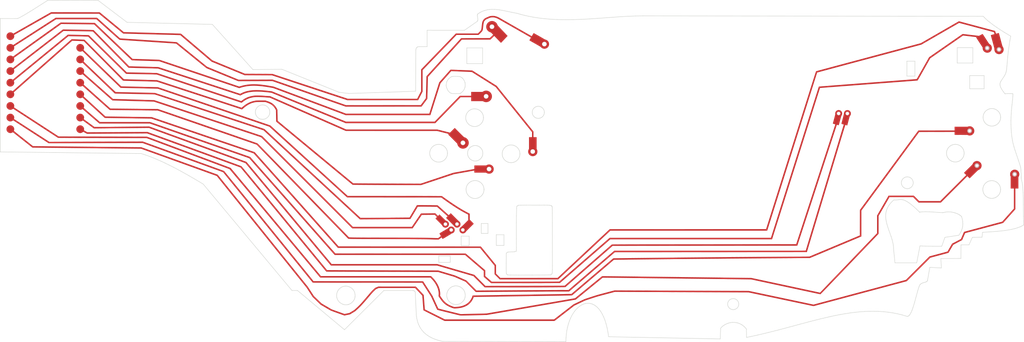
<source format=kicad_pcb>
(kicad_pcb (version 20171130) (host pcbnew "(5.1.6)-1")
  (layers (0 F.Cu signal) (31 B.Cu signal) (34 B.Paste user) (35 F.Paste user) (36 B.SilkS user) (37 F.SilkS user) (38 B.Mask user) (39 F.Mask user) (44 Edge.Cuts user))
  (net 0 "")
  (module LOGO (layer F.Cu) (at 0 0)
    (fp_text reference G*** hide)
    (fp_text value LOGO hide)
    (fp_poly (pts (xy -87.555312 -34.665912) (xy -84.926226 -32.50013) (xy -82.297141 -30.334348) (xy -79.476112 -30.258373) (xy -78.672488 -30.236735) (xy -77.910657 -30.216233) (xy -77.190093 -30.196854) (xy -76.510272 -30.178582) (xy -75.870668 -30.161404) (xy -75.270757 -30.145306) (xy -74.710014 -30.130274) (xy -74.187912 -30.116294) (xy -73.703928 -30.103352) (xy -73.257537 -30.091434) (xy -72.848213 -30.080526) (xy -72.475431 -30.070614) (xy -72.138666 -30.061684) (xy -71.837393 -30.053721) (xy -71.571088 -30.046713) (xy -71.339224 -30.040645) (xy -71.141278 -30.035502) (xy -70.976723 -30.031272) (xy -70.845036 -30.02794) (xy -70.74569 -30.025491) (xy -70.717834 -30.024825) (xy -70.562775 -30.020835) (xy -70.409001 -30.016286) (xy -70.265882 -30.0115) (xy -70.14279 -30.006796) (xy -70.049098 -30.002497) (xy -70.023202 -30.001039) (xy -69.825988 -29.989003) (xy -66.424325 -27.096543) (xy -66.095058 -26.816574) (xy -65.77416 -26.543739) (xy -65.463138 -26.279318) (xy -65.163497 -26.024589) (xy -64.876743 -25.780834) (xy -64.604382 -25.549331) (xy -64.347919 -25.33136) (xy -64.108861 -25.1282) (xy -63.888713 -24.941132) (xy -63.688982 -24.771434) (xy -63.511172 -24.620387) (xy -63.356791 -24.489269) (xy -63.227343 -24.379361) (xy -63.124335 -24.291942) (xy -63.049272 -24.228292) (xy -63.00366 -24.18969) (xy -62.989145 -24.177507) (xy -62.966351 -24.166798) (xy -62.906367 -24.140833) (xy -62.811167 -24.100431) (xy -62.682724 -24.046411) (xy -62.523011 -23.97959) (xy -62.334001 -23.900787) (xy -62.117668 -23.810822) (xy -61.875985 -23.710512) (xy -61.610926 -23.600676) (xy -61.324462 -23.482133) (xy -61.018568 -23.355702) (xy -60.695217 -23.2222) (xy -60.356383 -23.082446) (xy -60.004037 -22.937259) (xy -59.640154 -22.787458) (xy -59.411386 -22.69335) (xy -55.867145 -21.235769) (xy -52.883781 -21.220969) (xy -49.900417 -21.206168) (xy -44.03725 -19.269366) (xy -43.52278 -19.099415) (xy -43.002874 -18.927659) (xy -42.480076 -18.754939) (xy -41.956932 -18.582097) (xy -41.435984 -18.409972) (xy -40.919778 -18.239407) (xy -40.410857 -18.071241) (xy -39.911767 -17.906316) (xy -39.425051 -17.745472) (xy -38.953253 -17.58955) (xy -38.498919 -17.439392) (xy -38.064592 -17.295838) (xy -37.652816 -17.159728) (xy -37.266136 -17.031904) (xy -36.907097 -16.913207) (xy -36.578241 -16.804477) (xy -36.282115 -16.706555) (xy -36.021262 -16.620282) (xy -35.811423 -16.550866) (xy -33.448761 -15.769167) (xy -25.873673 -15.769468) (xy -18.298584 -15.769768) (xy -17.441334 -17.428608) (xy -17.440242 -19.800346) (xy -17.439149 -22.172084) (xy -13.646117 -26.103536) (xy -9.853084 -30.034989) (xy -7.448724 -30.035245) (xy -5.044363 -30.0355) (xy -4.727557 -30.358292) (xy -4.604 -30.48539) (xy -4.507039 -30.589852) (xy -4.432929 -30.678566) (xy -4.377927 -30.758422) (xy -4.338292 -30.836307) (xy -4.310278 -30.919111) (xy -4.290143 -31.013722) (xy -4.274143 -31.127028) (xy -4.264596 -31.21025) (xy -4.238192 -31.447135) (xy -4.213058 -31.66694) (xy -4.189713 -31.865397) (xy -4.168675 -32.038237) (xy -4.150462 -32.181192) (xy -4.135593 -32.289992) (xy -4.12583 -32.35325) (xy -4.063026 -32.603537) (xy -3.964842 -32.831121) (xy -3.832613 -33.034373) (xy -3.667676 -33.21166) (xy -3.471364 -33.361354) (xy -3.245016 -33.481823) (xy -3.178939 -33.509122) (xy -3.085625 -33.547038) (xy -2.972627 -33.595207) (xy -2.858472 -33.645661) (xy -2.809411 -33.668027) (xy -2.617223 -33.749808) (xy -2.440402 -33.808341) (xy -2.26486 -33.846712) (xy -2.07651 -33.868003) (xy -1.862667 -33.875291) (xy -1.698754 -33.874188) (xy -1.566493 -33.868192) (xy -1.455408 -33.856552) (xy -1.35814 -33.839196) (xy -1.058346 -33.759555) (xy -0.759051 -33.649207) (xy -0.453814 -33.505489) (xy -0.179917 -33.352138) (xy -0.134747 -33.325639) (xy -0.054819 -33.27935) (xy 0.05784 -33.21443) (xy 0.201202 -33.132039) (xy 0.373238 -33.033337) (xy 0.571922 -32.919484) (xy 0.795226 -32.79164) (xy 1.041123 -32.650964) (xy 1.307583 -32.498617) (xy 1.592581 -32.335758) (xy 1.894087 -32.163547) (xy 2.210075 -31.983144) (xy 2.538517 -31.795708) (xy 2.877385 -31.602401) (xy 3.224652 -31.40438) (xy 3.385338 -31.312779) (xy 6.696594 -29.425333) (xy 6.899005 -29.772545) (xy 6.976523 -29.90337) (xy 7.036545 -29.999514) (xy 7.081085 -30.063864) (xy 7.112156 -30.099307) (xy 7.131773 -30.108731) (xy 7.133166 -30.108359) (xy 7.160277 -30.094835) (xy 7.220155 -30.062498) (xy 7.308965 -30.013528) (xy 7.42287 -29.950101) (xy 7.558032 -29.874398) (xy 7.710617 -29.788595) (xy 7.876788 -29.694873) (xy 8.052708 -29.595408) (xy 8.23454 -29.49238) (xy 8.418449 -29.387966) (xy 8.600598 -29.284347) (xy 8.77715 -29.183699) (xy 8.94427 -29.088201) (xy 9.09812 -29.000032) (xy 9.234865 -28.92137) (xy 9.350667 -28.854394) (xy 9.441692 -28.801282) (xy 9.504101 -28.764212) (xy 9.534059 -28.745363) (xy 9.535583 -28.744185) (xy 9.582914 -28.718077) (xy 9.649748 -28.697408) (xy 9.67207 -28.693247) (xy 9.813613 -28.654039) (xy 9.959357 -28.582384) (xy 10.098715 -28.4855) (xy 10.221098 -28.370606) (xy 10.305833 -28.261136) (xy 10.394238 -28.08566) (xy 10.447833 -27.893909) (xy 10.465471 -27.695013) (xy 10.446006 -27.498101) (xy 10.415922 -27.384347) (xy 10.334401 -27.204225) (xy 10.220447 -27.046567) (xy 10.079305 -26.914543) (xy 9.916223 -26.811323) (xy 9.736448 -26.740076) (xy 9.545225 -26.703972) (xy 9.347802 -26.70618) (xy 9.303356 -26.712233) (xy 9.12077 -26.758281) (xy 8.954944 -26.837196) (xy 8.798671 -26.952825) (xy 8.728285 -27.019126) (xy 8.696375 -27.050504) (xy 8.663995 -27.08023) (xy 8.628144 -27.110143) (xy 8.585824 -27.142084) (xy 8.534034 -27.177893) (xy 8.469777 -27.219411) (xy 8.390052 -27.268479) (xy 8.291859 -27.326936) (xy 8.172201 -27.396623) (xy 8.028077 -27.47938) (xy 7.856488 -27.577048) (xy 7.654434 -27.691468) (xy 7.418917 -27.824479) (xy 7.379885 -27.846504) (xy 7.173375 -27.963239) (xy 6.97811 -28.074022) (xy 6.797159 -28.177084) (xy 6.633595 -28.270657) (xy 6.490487 -28.352972) (xy 6.370907 -28.422262) (xy 6.277926 -28.476758) (xy 6.214613 -28.514691) (xy 6.184041 -28.534293) (xy 6.181642 -28.536516) (xy 6.191563 -28.558773) (xy 6.219584 -28.610798) (xy 6.262041 -28.686047) (xy 6.315266 -28.777981) (xy 6.35 -28.836996) (xy 6.407905 -28.935901) (xy 6.45722 -29.022206) (xy 6.494259 -29.089297) (xy 6.515339 -29.130559) (xy 6.5188 -29.140064) (xy 6.500649 -29.152161) (xy 6.447545 -29.184108) (xy 6.361341 -29.234839) (xy 6.243893 -29.30329) (xy 6.097052 -29.388395) (xy 5.922673 -29.489089) (xy 5.722609 -29.604309) (xy 5.498714 -29.732988) (xy 5.252841 -29.874062) (xy 4.986844 -30.026466) (xy 4.702577 -30.189136) (xy 4.401894 -30.361005) (xy 4.086647 -30.54101) (xy 3.75869 -30.728086) (xy 3.419878 -30.921167) (xy 3.26535 -31.009167) (xy 2.917156 -31.207465) (xy 2.575961 -31.401875) (xy 2.243851 -31.591203) (xy 1.92291 -31.774258) (xy 1.615224 -31.949847) (xy 1.322878 -32.116779) (xy 1.047956 -32.27386) (xy 0.792544 -32.419898) (xy 0.558728 -32.553701) (xy 0.348591 -32.674077) (xy 0.164218 -32.779834) (xy 0.007696 -32.869778) (xy -0.118891 -32.942718) (xy -0.213457 -32.997462) (xy -0.273919 -33.032817) (xy -0.284825 -33.039302) (xy -0.502499 -33.165279) (xy -0.697767 -33.267955) (xy -0.880378 -33.351565) (xy -1.060081 -33.420341) (xy -1.246624 -33.478519) (xy -1.372849 -33.511834) (xy -1.467621 -33.532574) (xy -1.561421 -33.546125) (xy -1.667126 -33.553689) (xy -1.797615 -33.556467) (xy -1.852084 -33.556529) (xy -2.043305 -33.550864) (xy -2.207083 -33.532848) (xy -2.357287 -33.499365) (xy -2.507788 -33.447299) (xy -2.672457 -33.373533) (xy -2.677584 -33.371038) (xy -2.769704 -33.327687) (xy -2.857703 -33.288957) (xy -2.928148 -33.260651) (xy -2.95275 -33.25217) (xy -3.164657 -33.167355) (xy -3.353475 -33.051621) (xy -3.515098 -32.908397) (xy -3.645419 -32.74111) (xy -3.712963 -32.617735) (xy -3.733692 -32.570432) (xy -3.752368 -32.520641) (xy -3.769593 -32.464644) (xy -3.785968 -32.398725) (xy -3.802092 -32.319166) (xy -3.818569 -32.222251) (xy -3.835997 -32.104262) (xy -3.854979 -31.961482) (xy -3.876115 -31.790194) (xy -3.900005 -31.586683) (xy -3.927251 -31.347229) (xy -3.947339 -31.167917) (xy -3.961744 -31.052951) (xy -3.978348 -30.942667) (xy -3.99511 -30.849501) (xy -4.009988 -30.785893) (xy -4.01015 -30.785349) (xy -4.042736 -30.697594) (xy -4.090217 -30.607029) (xy -4.155939 -30.509278) (xy -4.243248 -30.399963) (xy -4.355491 -30.274708) (xy -4.496012 -30.129136) (xy -4.563186 -30.061959) (xy -4.909943 -29.718) (xy -7.308649 -29.718) (xy -9.707355 -29.718001) (xy -13.415594 -25.872684) (xy -17.123834 -22.027368) (xy -17.123834 -17.336381) (xy -17.609611 -16.399316) (xy -18.095388 -15.46225) (xy -25.816986 -15.459001) (xy -33.538584 -15.455751) (xy -49.95039 -20.885521) (xy -52.941653 -20.900516) (xy -55.932917 -20.91551) (xy -63.143633 -23.878986) (xy -66.54831 -26.775244) (xy -69.952988 -29.671503) (xy -70.150202 -29.6839) (xy -70.197054 -29.686069) (xy -70.283314 -29.689231) (xy -70.40607 -29.693301) (xy -70.562413 -29.698196) (xy -70.749429 -29.703831) (xy -70.964209 -29.710122) (xy -71.20384 -29.716987) (xy -71.465411 -29.72434) (xy -71.746012 -29.732098) (xy -72.042729 -29.740177) (xy -72.352653 -29.748494) (xy -72.672872 -29.756964) (xy -72.813334 -29.76064) (xy -73.287454 -29.77303) (xy -73.769777 -29.785668) (xy -74.257912 -29.798491) (xy -74.74947 -29.811435) (xy -75.242062 -29.824436) (xy -75.733297 -29.837429) (xy -76.220785 -29.850352) (xy -76.702137 -29.863139) (xy -77.174963 -29.875727) (xy -77.636873 -29.888053) (xy -78.085477 -29.90005) (xy -78.518386 -29.911657) (xy -78.93321 -29.922809) (xy -79.327558 -29.933441) (xy -79.699042 -29.94349) (xy -80.045271 -29.952892) (xy -80.363855 -29.961583) (xy -80.652405 -29.969499) (xy -80.908531 -29.976576) (xy -81.129844 -29.982749) (xy -81.313952 -29.987955) (xy -81.458467 -29.99213) (xy -81.475456 -29.99263) (xy -81.652673 -29.997774) (xy -81.820588 -30.002483) (xy -81.973451 -30.006608) (xy -82.105512 -30.01) (xy -82.211021 -30.01251) (xy -82.284228 -30.01399) (xy -82.314256 -30.014334) (xy -82.417851 -30.014334) (xy -87.682917 -34.352568) (xy -92.882989 -34.353034) (xy -98.083062 -34.353501) (xy -102.143406 -32.044196) (xy -102.527419 -31.825764) (xy -102.901706 -31.612813) (xy -103.264601 -31.406291) (xy -103.614438 -31.20715) (xy -103.949551 -31.016339) (xy -104.268275 -30.834809) (xy -104.568942 -30.663508) (xy -104.849888 -30.503388) (xy -105.109446 -30.355397) (xy -105.345949 -30.220487) (xy -105.557733 -30.099606) (xy -105.743131 -29.993706) (xy -105.900476 -29.903736) (xy -106.028104 -29.830645) (xy -106.124347 -29.775384) (xy -106.18754 -29.738903) (xy -106.216017 -29.722152) (xy -106.217521 -29.721154) (xy -106.221297 -29.694567) (xy -106.217024 -29.639653) (xy -106.208294 -29.583528) (xy -106.198306 -29.438068) (xy -106.21618 -29.280649) (xy -106.259219 -29.12861) (xy -106.289822 -29.059062) (xy -106.38913 -28.907797) (xy -106.517024 -28.783391) (xy -106.667261 -28.688949) (xy -106.833594 -28.627579) (xy -107.009778 -28.602384) (xy -107.182483 -28.615134) (xy -107.36777 -28.669133) (xy -107.529222 -28.757971) (xy -107.665598 -28.880685) (xy -107.775657 -29.036315) (xy -107.808669 -29.100365) (xy -107.841966 -29.175835) (xy -107.862004 -29.239234) (xy -107.872068 -29.306839) (xy -107.875444 -29.394929) (xy -107.875652 -29.43225) (xy -107.866075 -29.595736) (xy -107.834288 -29.73353) (xy -107.776459 -29.858076) (xy -107.717855 -29.944803) (xy -107.591185 -30.083346) (xy -107.448087 -30.183893) (xy -107.285656 -30.247852) (xy -107.100987 -30.276631) (xy -107.02925 -30.278652) (xy -106.930434 -30.276783) (xy -106.857652 -30.26933) (xy -106.794669 -30.253032) (xy -106.725252 -30.224628) (xy -106.698556 -30.212226) (xy -106.613736 -30.167011) (xy -106.531711 -30.114779) (xy -106.476232 -30.071868) (xy -106.394103 -29.997669) (xy -102.43601 -32.250438) (xy -102.054633 -32.467477) (xy -101.681695 -32.679668) (xy -101.318974 -32.886001) (xy -100.968245 -33.085469) (xy -100.631283 -33.277061) (xy -100.309865 -33.459771) (xy -100.005766 -33.632589) (xy -99.720761 -33.794508) (xy -99.456628 -33.944517) (xy -99.215141 -34.081609) (xy -98.998076 -34.204776) (xy -98.807209 -34.313009) (xy -98.644317 -34.405298) (xy -98.511173 -34.480637) (xy -98.409556 -34.538016) (xy -98.341239 -34.576426) (xy -98.308584 -34.594545) (xy -98.13925 -34.685884) (xy -87.555312 -34.665912)) (layer F.Cu) (width 0.01))
    (fp_poly (pts (xy -85.686997 -31.268461) (xy -85.410618 -31.020649) (xy -85.142212 -30.780009) (xy -84.883531 -30.54811) (xy -84.636325 -30.326522) (xy -84.402346 -30.116812) (xy -84.183346 -29.920551) (xy -83.981075 -29.739307) (xy -83.797285 -29.574649) (xy -83.633726 -29.428146) (xy -83.492151 -29.301367) (xy -83.37431 -29.195881) (xy -83.281954 -29.113257) (xy -83.216835 -29.055064) (xy -83.180704 -29.022871) (xy -83.174417 -29.017327) (xy -83.110917 -28.962233) (xy -81.766834 -28.874152) (xy -80.922236 -28.818783) (xy -80.118975 -28.766082) (xy -79.356141 -28.715987) (xy -78.632824 -28.668436) (xy -77.948117 -28.623367) (xy -77.30111 -28.580717) (xy -76.690893 -28.540426) (xy -76.116559 -28.50243) (xy -75.577197 -28.466669) (xy -75.071898 -28.43308) (xy -74.599755 -28.401601) (xy -74.159856 -28.37217) (xy -73.751295 -28.344726) (xy -73.37316 -28.319206) (xy -73.024544 -28.295548) (xy -72.704537 -28.273691) (xy -72.412231 -28.253572) (xy -72.146715 -28.23513) (xy -71.907082 -28.218303) (xy -71.692422 -28.203028) (xy -71.501825 -28.189245) (xy -71.334384 -28.17689) (xy -71.189188 -28.165902) (xy -71.065329 -28.156218) (xy -70.961898 -28.147778) (xy -70.877985 -28.140519) (xy -70.812682 -28.134379) (xy -70.76508 -28.129297) (xy -70.734268 -28.125209) (xy -70.71934 -28.122055) (xy -70.717834 -28.121292) (xy -70.685522 -28.094495) (xy -70.623067 -28.043228) (xy -70.532377 -27.969043) (xy -70.415363 -27.873492) (xy -70.273933 -27.758128) (xy -70.109995 -27.6245) (xy -69.92546 -27.474162) (xy -69.722236 -27.308665) (xy -69.502233 -27.129562) (xy -69.267359 -26.938403) (xy -69.019524 -26.736741) (xy -68.760637 -26.526127) (xy -68.492607 -26.308114) (xy -68.217343 -26.084253) (xy -67.936753 -25.856095) (xy -67.652749 -25.625194) (xy -67.367237 -25.3931) (xy -67.082128 -25.161366) (xy -66.799331 -24.931543) (xy -66.520754 -24.705183) (xy -66.248307 -24.483837) (xy -65.983899 -24.269059) (xy -65.729439 -24.062399) (xy -65.486836 -23.86541) (xy -65.257999 -23.679642) (xy -65.044838 -23.506649) (xy -64.849262 -23.347981) (xy -64.673178 -23.205191) (xy -64.518498 -23.079831) (xy -64.387129 -22.973452) (xy -64.280982 -22.887606) (xy -64.201964 -22.823845) (xy -64.151986 -22.78372) (xy -64.132994 -22.768809) (xy -64.108258 -22.757362) (xy -64.046382 -22.730692) (xy -63.949394 -22.68964) (xy -63.819319 -22.635046) (xy -63.658187 -22.567749) (xy -63.468024 -22.48859) (xy -63.250857 -22.398409) (xy -63.008714 -22.298045) (xy -62.743623 -22.18834) (xy -62.45761 -22.070133) (xy -62.152704 -21.944264) (xy -61.83093 -21.811573) (xy -61.494318 -21.672901) (xy -61.144893 -21.529087) (xy -60.784684 -21.380971) (xy -60.67425 -21.335589) (xy -57.266417 -19.935342) (xy -49.836917 -19.963836) (xy -41.833923 -17.167974) (xy -33.830928 -14.372113) (xy -25.67372 -14.377432) (xy -17.516512 -14.38275) (xy -17.077225 -14.975417) (xy -16.968233 -15.122567) (xy -16.861966 -15.266228) (xy -16.762409 -15.400999) (xy -16.673546 -15.521479) (xy -16.599362 -15.622268) (xy -16.543842 -15.697965) (xy -16.519705 -15.731078) (xy -16.401472 -15.894072) (xy -16.339737 -18.144078) (xy -16.331316 -18.452152) (xy -16.323226 -18.750373) (xy -16.315545 -19.035763) (xy -16.308349 -19.305342) (xy -16.301718 -19.556133) (xy -16.295727 -19.785156) (xy -16.290455 -19.989433) (xy -16.285979 -20.165985) (xy -16.282377 -20.311834) (xy -16.279725 -20.424) (xy -16.278102 -20.499504) (xy -16.277584 -20.533628) (xy -16.277167 -20.673172) (xy -12.492999 -24.841045) (xy -8.708831 -29.008917) (xy -5.584942 -29.0195) (xy -2.461053 -29.030084) (xy -2.093068 -29.377329) (xy -1.990047 -29.47525) (xy -1.898154 -29.563947) (xy -1.821637 -29.639207) (xy -1.764747 -29.696817) (xy -1.731732 -29.732564) (xy -1.725084 -29.742164) (xy -1.738909 -29.762737) (xy -1.777142 -29.808365) (xy -1.834913 -29.873523) (xy -1.907358 -29.952687) (xy -1.962357 -30.011528) (xy -2.055105 -30.108694) (xy -2.125391 -30.178709) (xy -2.178727 -30.226195) (xy -2.220624 -30.255773) (xy -2.256595 -30.272066) (xy -2.279857 -30.277805) (xy -2.335447 -30.293642) (xy -2.414742 -30.323423) (xy -2.503795 -30.361747) (xy -2.537866 -30.377703) (xy -2.723895 -30.489876) (xy -2.886647 -30.633895) (xy -3.022631 -30.804181) (xy -3.128354 -30.995155) (xy -3.200325 -31.201239) (xy -3.235053 -31.416854) (xy -3.237765 -31.496) (xy -3.217288 -31.716143) (xy -3.158176 -31.927317) (xy -3.063914 -32.12483) (xy -2.937985 -32.303989) (xy -2.783873 -32.460102) (xy -2.605059 -32.588476) (xy -2.405029 -32.684418) (xy -2.338917 -32.706946) (xy -2.197311 -32.737932) (xy -2.03563 -32.752851) (xy -1.870296 -32.751503) (xy -1.717729 -32.73369) (xy -1.640417 -32.715397) (xy -1.438627 -32.636074) (xy -1.25289 -32.52551) (xy -1.088607 -32.388772) (xy -0.951178 -32.23093) (xy -0.846003 -32.057052) (xy -0.791311 -31.918431) (xy -0.783174 -31.893256) (xy -0.773496 -31.868696) (xy -0.760239 -31.842453) (xy -0.741364 -31.812229) (xy -0.714835 -31.775726) (xy -0.678615 -31.730645) (xy -0.630664 -31.674688) (xy -0.568947 -31.605557) (xy -0.491424 -31.520954) (xy -0.396059 -31.41858) (xy -0.280815 -31.296137) (xy -0.143652 -31.151327) (xy 0.017465 -30.981851) (xy 0.204575 -30.785412) (xy 0.328083 -30.655834) (xy 0.503079 -30.472108) (xy 0.669455 -30.297141) (xy 0.824915 -30.133367) (xy 0.96716 -29.98322) (xy 1.093892 -29.849135) (xy 1.202815 -29.733546) (xy 1.29163 -29.638886) (xy 1.35804 -29.567591) (xy 1.399747 -29.522094) (xy 1.414436 -29.504893) (xy 1.401592 -29.48676) (xy 1.362733 -29.441793) (xy 1.301271 -29.373589) (xy 1.220622 -29.285745) (xy 1.124198 -29.181857) (xy 1.015414 -29.065521) (xy 0.897684 -28.940335) (xy 0.774422 -28.809895) (xy 0.649042 -28.677798) (xy 0.524957 -28.547639) (xy 0.405583 -28.423017) (xy 0.294331 -28.307526) (xy 0.194618 -28.204764) (xy 0.109856 -28.118328) (xy 0.043459 -28.051814) (xy -0.001158 -28.008818) (xy -0.020581 -27.992938) (xy -0.02077 -27.992917) (xy -0.038584 -28.007715) (xy -0.082028 -28.049768) (xy -0.147655 -28.115565) (xy -0.232016 -28.201594) (xy -0.331664 -28.304343) (xy -0.443152 -28.420301) (xy -0.540325 -28.522084) (xy -0.670975 -28.659178) (xy -0.803063 -28.797464) (xy -0.931016 -28.931132) (xy -1.049263 -29.05437) (xy -1.152231 -29.161368) (xy -1.234348 -29.246314) (xy -1.265213 -29.278053) (xy -1.486444 -29.504855) (xy -1.911298 -29.103428) (xy -2.336153 -28.702) (xy -8.54948 -28.702) (xy -12.194242 -24.685625) (xy -12.515015 -24.33215) (xy -12.828686 -23.986507) (xy -13.134038 -23.650036) (xy -13.429859 -23.324075) (xy -13.714931 -23.009963) (xy -13.98804 -22.709038) (xy -14.247971 -22.422641) (xy -14.493508 -22.152108) (xy -14.723436 -21.89878) (xy -14.936541 -21.663996) (xy -15.131607 -21.449093) (xy -15.307418 -21.25541) (xy -15.462761 -21.084288) (xy -15.596418 -20.937063) (xy -15.707176 -20.815076) (xy -15.793819 -20.719664) (xy -15.855133 -20.652167) (xy -15.8899 -20.613924) (xy -15.897354 -20.60575) (xy -15.955704 -20.54225) (xy -16.08374 -15.774474) (xy -17.347828 -14.06525) (xy -33.919584 -14.058046) (xy -34.268834 -14.181437) (xy -34.309097 -14.195637) (xy -34.361206 -14.213968) (xy -34.426101 -14.23676) (xy -34.504726 -14.264342) (xy -34.598022 -14.297043) (xy -34.706931 -14.335192) (xy -34.832395 -14.37912) (xy -34.975356 -14.429154) (xy -35.136756 -14.485625) (xy -35.317538 -14.548861) (xy -35.518643 -14.619192) (xy -35.741014 -14.696947) (xy -35.985592 -14.782455) (xy -36.253319 -14.876045) (xy -36.545138 -14.978048) (xy -36.861991 -15.088791) (xy -37.204819 -15.208605) (xy -37.574564 -15.337819) (xy -37.97217 -15.476761) (xy -38.398577 -15.625761) (xy -38.854727 -15.785148) (xy -39.341564 -15.955252) (xy -39.860028 -16.136402) (xy -40.411062 -16.328927) (xy -40.995607 -16.533157) (xy -41.614607 -16.749419) (xy -42.269003 -16.978045) (xy -42.959736 -17.219363) (xy -43.68775 -17.473702) (xy -44.453986 -17.741392) (xy -45.136541 -17.979845) (xy -49.897664 -19.643158) (xy -53.613791 -19.628953) (xy -57.329917 -19.614748) (xy -60.684834 -20.992232) (xy -61.046285 -21.140632) (xy -61.398312 -21.285147) (xy -61.738812 -21.424917) (xy -62.065684 -21.559079) (xy -62.376826 -21.68677) (xy -62.670135 -21.807128) (xy -62.94351 -21.919291) (xy -63.194849 -22.022396) (xy -63.422051 -22.115582) (xy -63.623012 -22.197987) (xy -63.795632 -22.268747) (xy -63.937808 -22.327001) (xy -64.047439 -22.371887) (xy -64.122423 -22.402542) (xy -64.160657 -22.418104) (xy -64.16305 -22.419066) (xy -64.182947 -22.429087) (xy -64.212397 -22.447382) (xy -64.252657 -22.474953) (xy -64.304986 -22.512808) (xy -64.370639 -22.56195) (xy -64.450875 -22.623385) (xy -64.54695 -22.698118) (xy -64.660123 -22.787152) (xy -64.79165 -22.891494) (xy -64.942788 -23.012148) (xy -65.114795 -23.15012) (xy -65.308928 -23.306413) (xy -65.526445 -23.482033) (xy -65.768602 -23.677985) (xy -66.036657 -23.895273) (xy -66.331868 -24.134903) (xy -66.655491 -24.39788) (xy -67.008784 -24.685208) (xy -67.393005 -24.997892) (xy -67.578077 -25.148564) (xy -70.869804 -27.828711) (xy -71.000194 -27.84112) (xy -71.03204 -27.84353) (xy -71.104403 -27.848587) (xy -71.215555 -27.856178) (xy -71.363771 -27.866189) (xy -71.547323 -27.878504) (xy -71.764486 -27.893011) (xy -72.013531 -27.909594) (xy -72.292734 -27.928139) (xy -72.600367 -27.948533) (xy -72.934704 -27.97066) (xy -73.294018 -27.994407) (xy -73.676582 -28.01966) (xy -74.08067 -28.046303) (xy -74.504556 -28.074224) (xy -74.946512 -28.103308) (xy -75.404812 -28.13344) (xy -75.877729 -28.164507) (xy -76.363537 -28.196393) (xy -76.860509 -28.228986) (xy -77.131334 -28.246736) (xy -77.632775 -28.279614) (xy -78.123572 -28.311836) (xy -78.602022 -28.343288) (xy -79.066422 -28.373857) (xy -79.515071 -28.40343) (xy -79.946265 -28.431892) (xy -80.358302 -28.459132) (xy -80.749479 -28.485036) (xy -81.118095 -28.50949) (xy -81.462445 -28.532381) (xy -81.780829 -28.553597) (xy -82.071543 -28.573023) (xy -82.332885 -28.590547) (xy -82.563152 -28.606056) (xy -82.760642 -28.619435) (xy -82.923652 -28.630572) (xy -83.05048 -28.639354) (xy -83.139424 -28.645667) (xy -83.18878 -28.649398) (xy -83.198493 -28.650317) (xy -83.214037 -28.657495) (xy -83.242385 -28.676757) (xy -83.284755 -28.709171) (xy -83.342362 -28.755805) (xy -83.416422 -28.817725) (xy -83.508152 -28.895999) (xy -83.618768 -28.991694) (xy -83.749486 -29.105878) (xy -83.901522 -29.239618) (xy -84.076092 -29.393982) (xy -84.274412 -29.570036) (xy -84.497699 -29.768848) (xy -84.747168 -29.991486) (xy -85.024036 -30.239017) (xy -85.329519 -30.512509) (xy -85.664833 -30.813028) (xy -85.76611 -30.903846) (xy -88.267318 -33.147) (xy -97.054252 -33.147) (xy -101.652288 -30.183392) (xy -106.250323 -27.219784) (xy -106.221745 -27.109613) (xy -106.196597 -26.929884) (xy -106.212152 -26.747257) (xy -106.267706 -26.56765) (xy -106.292374 -26.514633) (xy -106.390061 -26.3659) (xy -106.516946 -26.243118) (xy -106.666512 -26.149502) (xy -106.832246 -26.08827) (xy -107.007634 -26.062637) (xy -107.182483 -26.075134) (xy -107.36777 -26.129133) (xy -107.529222 -26.217971) (xy -107.665598 -26.340685) (xy -107.775657 -26.496315) (xy -107.808669 -26.560365) (xy -107.841966 -26.635835) (xy -107.862004 -26.699234) (xy -107.872068 -26.766839) (xy -107.875444 -26.854929) (xy -107.875652 -26.89225) (xy -107.859069 -27.085546) (xy -107.807809 -27.255569) (xy -107.720463 -27.405224) (xy -107.595622 -27.537415) (xy -107.541803 -27.580855) (xy -107.419366 -27.659334) (xy -107.292946 -27.70895) (xy -107.150006 -27.733542) (xy -107.02925 -27.737909) (xy -106.868603 -27.726253) (xy -106.730607 -27.689826) (xy -106.600482 -27.623632) (xy -106.515847 -27.564362) (xy -106.423413 -27.493805) (xy -101.791367 -30.479153) (xy -97.15932 -33.4645) (xy -88.136078 -33.4645) (xy -85.686997 -31.268461)) (layer F.Cu) (width 0.01))
    (fp_poly (pts (xy -92.657084 -30.868179) (xy -92.301449 -30.862172) (xy -91.951978 -30.856181) (xy -91.611593 -30.850259) (xy -91.283217 -30.844461) (xy -90.969772 -30.838842) (xy -90.67418 -30.833455) (xy -90.399365 -30.828356) (xy -90.148247 -30.823598) (xy -89.923751 -30.819237) (xy -89.728797 -30.815326) (xy -89.566308 -30.81192) (xy -89.439208 -30.809074) (xy -89.350417 -30.806841) (xy -89.327607 -30.806173) (xy -88.897963 -30.792771) (xy -85.009607 -26.826437) (xy -81.12125 -22.860104) (xy -80.9625 -22.858802) (xy -80.922772 -22.858096) (xy -80.843266 -22.856331) (xy -80.726526 -22.853573) (xy -80.575094 -22.849886) (xy -80.391511 -22.845334) (xy -80.17832 -22.839983) (xy -79.938063 -22.833896) (xy -79.673281 -22.827139) (xy -79.386516 -22.819776) (xy -79.080311 -22.811871) (xy -78.757207 -22.80349) (xy -78.419748 -22.794696) (xy -78.070473 -22.785555) (xy -77.7875 -22.778121) (xy -74.77125 -22.698742) (xy -67.712167 -20.385413) (xy -67.159981 -20.204456) (xy -66.607956 -20.023548) (xy -66.058083 -19.843344) (xy -65.512354 -19.664495) (xy -64.972762 -19.487655) (xy -64.441297 -19.313477) (xy -63.919952 -19.142613) (xy -63.410719 -18.975717) (xy -62.915589 -18.81344) (xy -62.436554 -18.656437) (xy -61.975607 -18.505359) (xy -61.534739 -18.36086) (xy -61.115942 -18.223592) (xy -60.721208 -18.094209) (xy -60.352529 -17.973363) (xy -60.011897 -17.861708) (xy -59.701303 -17.759895) (xy -59.422739 -17.668577) (xy -59.178198 -17.588409) (xy -58.969671 -17.520041) (xy -58.799149 -17.464128) (xy -58.781957 -17.458491) (xy -56.91083 -16.844896) (xy -56.591207 -17.004257) (xy -56.354756 -17.11721) (xy -56.135525 -17.210463) (xy -55.917279 -17.290256) (xy -55.683783 -17.362827) (xy -55.589071 -17.389428) (xy -55.266206 -17.469568) (xy -54.931337 -17.535854) (xy -54.581884 -17.588316) (xy -54.21527 -17.626985) (xy -53.828917 -17.651891) (xy -53.420248 -17.663065) (xy -52.986683 -17.660537) (xy -52.525647 -17.644338) (xy -52.034559 -17.614499) (xy -51.510843 -17.571049) (xy -50.951921 -17.51402) (xy -50.413952 -17.450773) (xy -49.992566 -17.398462) (xy -33.838842 -10.773834) (xy -14.481703 -10.773834) (xy -11.733477 -13.598782) (xy -8.98525 -16.42373) (xy -6.519334 -16.425334) (xy -6.519334 -17.272) (xy -4.040009 -17.272) (xy -3.971169 -17.324508) (xy -3.915224 -17.360914) (xy -3.838023 -17.403478) (xy -3.766206 -17.438361) (xy -3.551264 -17.512956) (xy -3.331353 -17.547354) (xy -3.111462 -17.542472) (xy -2.896576 -17.49923) (xy -2.691683 -17.418545) (xy -2.501768 -17.301334) (xy -2.362003 -17.179909) (xy -2.216418 -17.005657) (xy -2.107622 -16.816031) (xy -2.035047 -16.615573) (xy -1.998125 -16.408824) (xy -1.996288 -16.200324) (xy -2.028968 -15.994613) (xy -2.095597 -15.796233) (xy -2.195608 -15.609724) (xy -2.328432 -15.439628) (xy -2.493501 -15.290484) (xy -2.608065 -15.212773) (xy -2.782884 -15.123674) (xy -2.961833 -15.068188) (xy -3.157055 -15.043058) (xy -3.249084 -15.040773) (xy -3.426247 -15.049561) (xy -3.581336 -15.078199) (xy -3.73163 -15.130934) (xy -3.851641 -15.188876) (xy -3.988532 -15.261167) (xy -6.519334 -15.261167) (xy -6.519334 -16.107834) (xy -8.837485 -16.107834) (xy -11.597834 -13.2715) (xy -14.358182 -10.435167) (xy -24.117716 -10.436431) (xy -33.87725 -10.437694) (xy -41.9735 -13.760106) (xy -50.06975 -17.082519) (xy -50.292 -17.112336) (xy -50.608224 -17.152406) (xy -50.951747 -17.191746) (xy -51.308788 -17.228985) (xy -51.665564 -17.262753) (xy -52.008295 -17.291679) (xy -52.323197 -17.314392) (xy -52.324 -17.314444) (xy -52.48584 -17.322826) (xy -52.675127 -17.329203) (xy -52.88358 -17.333579) (xy -53.10292 -17.335953) (xy -53.324867 -17.336328) (xy -53.54114 -17.334706) (xy -53.743459 -17.331088) (xy -53.923544 -17.325476) (xy -54.073116 -17.317872) (xy -54.125053 -17.314067) (xy -54.630346 -17.257846) (xy -55.105485 -17.175111) (xy -55.549721 -17.066072) (xy -55.962302 -16.930938) (xy -56.342475 -16.769918) (xy -56.636907 -16.614414) (xy -56.854064 -16.487926) (xy -74.83475 -22.380004) (xy -77.512334 -22.449256) (xy -77.857243 -22.458203) (xy -78.198028 -22.467094) (xy -78.531446 -22.475843) (xy -78.854252 -22.484361) (xy -79.163202 -22.492561) (xy -79.455051 -22.500358) (xy -79.726554 -22.507662) (xy -79.974468 -22.514387) (xy -80.195548 -22.520446) (xy -80.386549 -22.525751) (xy -80.544227 -22.530216) (xy -80.665338 -22.533753) (xy -80.731838 -22.535796) (xy -81.273759 -22.553084) (xy -85.142528 -26.500667) (xy -85.479213 -26.844216) (xy -85.808182 -27.179902) (xy -86.128203 -27.506468) (xy -86.438042 -27.822653) (xy -86.736465 -28.127199) (xy -87.022238 -28.418846) (xy -87.294129 -28.696336) (xy -87.550904 -28.958409) (xy -87.791329 -29.203806) (xy -88.014171 -29.431268) (xy -88.218196 -29.639536) (xy -88.40217 -29.827352) (xy -88.564861 -29.993455) (xy -88.705034 -30.136587) (xy -88.821456 -30.255488) (xy -88.912894 -30.348901) (xy -88.978113 -30.415564) (xy -89.015882 -30.45422) (xy -89.025477 -30.464104) (xy -89.048752 -30.467516) (xy -89.110396 -30.471472) (xy -89.206448 -30.47584) (xy -89.33295 -30.480492) (xy -89.485942 -30.485297) (xy -89.661464 -30.490128) (xy -89.855556 -30.494853) (xy -90.06426 -30.499344) (xy -90.160454 -30.501227) (xy -90.636573 -30.510215) (xy -91.099851 -30.518865) (xy -91.548324 -30.527144) (xy -91.980027 -30.535019) (xy -92.392995 -30.542456) (xy -92.785264 -30.549423) (xy -93.154869 -30.555884) (xy -93.499845 -30.561809) (xy -93.818227 -30.567162) (xy -94.108051 -30.57191) (xy -94.367352 -30.57602) (xy -94.594166 -30.57946) (xy -94.786527 -30.582194) (xy -94.942471 -30.58419) (xy -95.060033 -30.585414) (xy -95.137248 -30.585834) (xy -95.457189 -30.585834) (xy -100.86222 -26.402376) (xy -101.285533 -26.074733) (xy -101.700203 -25.753776) (xy -102.104982 -25.440472) (xy -102.498619 -25.135789) (xy -102.879866 -24.840694) (xy -103.247472 -24.556153) (xy -103.600188 -24.283135) (xy -103.936764 -24.022606) (xy -104.255952 -23.775535) (xy -104.5565 -23.542887) (xy -104.837161 -23.32563) (xy -105.096683 -23.124733) (xy -105.333819 -22.941161) (xy -105.547317 -22.775882) (xy -105.735929 -22.629864) (xy -105.898405 -22.504073) (xy -106.033495 -22.399478) (xy -106.13995 -22.317044) (xy -106.216521 -22.25774) (xy -106.261957 -22.222533) (xy -106.275192 -22.212254) (xy -106.272893 -22.190549) (xy -106.257853 -22.143513) (xy -106.248234 -22.118368) (xy -106.207772 -21.964849) (xy -106.199807 -21.796768) (xy -106.22359 -21.625771) (xy -106.278372 -21.463502) (xy -106.292216 -21.434633) (xy -106.390268 -21.285655) (xy -106.517447 -21.162753) (xy -106.667254 -21.069135) (xy -106.83319 -21.008009) (xy -107.008757 -20.982583) (xy -107.182483 -20.995134) (xy -107.36777 -21.049133) (xy -107.529222 -21.137971) (xy -107.665598 -21.260685) (xy -107.775657 -21.416315) (xy -107.808669 -21.480365) (xy -107.841966 -21.555835) (xy -107.862004 -21.619234) (xy -107.872068 -21.686839) (xy -107.875444 -21.774929) (xy -107.875652 -21.81225) (xy -107.859069 -22.005546) (xy -107.807809 -22.175569) (xy -107.720463 -22.325224) (xy -107.595622 -22.457415) (xy -107.541803 -22.500855) (xy -107.419194 -22.579366) (xy -107.292271 -22.629094) (xy -107.148561 -22.653874) (xy -107.02925 -22.658425) (xy -106.927429 -22.656109) (xy -106.852152 -22.647865) (xy -106.787739 -22.630813) (xy -106.718512 -22.602075) (xy -106.715979 -22.600901) (xy -106.640489 -22.563584) (xy -106.572296 -22.52609) (xy -106.536062 -22.503247) (xy -106.478917 -22.462626) (xy -101.017917 -26.689704) (xy -95.556917 -30.916781) (xy -92.657084 -30.868179)) (layer F.Cu) (width 0.01))
    (fp_poly (pts (xy -89.931225 -29.679711) (xy -89.664321 -29.416182) (xy -89.625613 -29.378027) (xy -89.558096 -29.311552) (xy -89.463151 -29.218113) (xy -89.342157 -29.099068) (xy -89.196495 -28.955773) (xy -89.027543 -28.789586) (xy -88.836684 -28.601865) (xy -88.625295 -28.393965) (xy -88.394758 -28.167245) (xy -88.146453 -27.923061) (xy -87.881759 -27.66277) (xy -87.602056 -27.38773) (xy -87.308724 -27.099297) (xy -87.003144 -26.798829) (xy -86.686695 -26.487683) (xy -86.360758 -26.167216) (xy -86.026711 -25.838784) (xy -85.685936 -25.503746) (xy -85.523913 -25.344453) (xy -81.650408 -21.536252) (xy -75.067584 -21.401712) (xy -65.88125 -18.331462) (xy -65.275931 -18.129165) (xy -64.680723 -17.930271) (xy -64.096884 -17.735201) (xy -63.525675 -17.544374) (xy -62.968355 -17.35821) (xy -62.426184 -17.17713) (xy -61.90042 -17.001554) (xy -61.392324 -16.831903) (xy -60.903155 -16.668595) (xy -60.434172 -16.512052) (xy -59.986634 -16.362694) (xy -59.561802 -16.22094) (xy -59.160934 -16.087211) (xy -58.78529 -15.961927) (xy -58.43613 -15.845508) (xy -58.114712 -15.738375) (xy -57.822297 -15.640947) (xy -57.560144 -15.553645) (xy -57.329512 -15.476889) (xy -57.131661 -15.411098) (xy -56.967849 -15.356694) (xy -56.839338 -15.314096) (xy -56.747385 -15.283724) (xy -56.693251 -15.265999) (xy -56.677912 -15.26119) (xy -56.654694 -15.273569) (xy -56.607383 -15.306619) (xy -56.544629 -15.354174) (xy -56.518198 -15.375033) (xy -56.160405 -15.636522) (xy -55.78715 -15.861722) (xy -55.395937 -16.051646) (xy -54.98427 -16.207306) (xy -54.549652 -16.329718) (xy -54.089588 -16.419894) (xy -53.869167 -16.450775) (xy -53.741809 -16.462382) (xy -53.578526 -16.470718) (xy -53.385597 -16.47585) (xy -53.169298 -16.477846) (xy -52.935908 -16.476775) (xy -52.691703 -16.472703) (xy -52.44296 -16.465698) (xy -52.195958 -16.455829) (xy -51.956974 -16.443163) (xy -51.732285 -16.427767) (xy -51.731334 -16.427694) (xy -51.551148 -16.414164) (xy -51.362441 -16.40085) (xy -51.175836 -16.388439) (xy -51.001955 -16.377623) (xy -50.851417 -16.369089) (xy -50.757667 -16.36449) (xy -50.38725 -16.348202) (xy -33.791862 -9.059334) (xy -13.904801 -9.059334) (xy -12.524526 -8.710391) (xy -11.14425 -8.361448) (xy -10.625548 -8.879688) (xy -10.106845 -9.397928) (xy -9.095993 -8.386911) (xy -8.896812 -8.18779) (xy -8.725179 -8.016517) (xy -8.578778 -7.870936) (xy -8.455292 -7.748893) (xy -8.352403 -7.648232) (xy -8.267795 -7.566799) (xy -8.199151 -7.502439) (xy -8.144153 -7.452996) (xy -8.100485 -7.416315) (xy -8.065829 -7.390242) (xy -8.037869 -7.372622) (xy -8.014288 -7.361299) (xy -7.992768 -7.354118) (xy -7.982845 -7.351594) (xy -7.787888 -7.283627) (xy -7.602292 -7.174889) (xy -7.428584 -7.027334) (xy -7.296114 -6.879126) (xy -7.197465 -6.727953) (xy -7.125268 -6.561087) (xy -7.090314 -6.443218) (xy -7.053345 -6.217066) (xy -7.057719 -5.994275) (xy -7.102444 -5.778366) (xy -7.18653 -5.572858) (xy -7.308985 -5.381268) (xy -7.427088 -5.247149) (xy -7.604731 -5.098281) (xy -7.800582 -4.986759) (xy -8.011177 -4.91376) (xy -8.233052 -4.880462) (xy -8.462745 -4.888041) (xy -8.478009 -4.889996) (xy -8.700592 -4.940241) (xy -8.905306 -5.028836) (xy -9.091697 -5.155547) (xy -9.214858 -5.270841) (xy -9.355423 -5.445862) (xy -9.458769 -5.636052) (xy -9.525867 -5.835355) (xy -9.568028 -6.00075) (xy -10.552093 -6.985246) (xy -11.536157 -7.969741) (xy -11.407955 -8.097943) (xy -12.69427 -8.42084) (xy -13.980584 -8.743737) (xy -23.926555 -8.742785) (xy -33.872526 -8.741834) (xy -41.928805 -12.279414) (xy -42.487766 -12.524864) (xy -43.037862 -12.766433) (xy -43.577773 -13.003539) (xy -44.106175 -13.235603) (xy -44.621746 -13.462042) (xy -45.123164 -13.682276) (xy -45.609108 -13.895724) (xy -46.078254 -14.101805) (xy -46.529282 -14.299938) (xy -46.960867 -14.489543) (xy -47.371689 -14.670037) (xy -47.760425 -14.840841) (xy -48.125754 -15.001373) (xy -48.466352 -15.151052) (xy -48.780898 -15.289297) (xy -49.068069 -15.415528) (xy -49.326544 -15.529164) (xy -49.554999 -15.629623) (xy -49.752114 -15.716324) (xy -49.916566 -15.788687) (xy -50.047033 -15.846131) (xy -50.142192 -15.888074) (xy -50.200721 -15.913936) (xy -50.217917 -15.921588) (xy -50.45075 -16.026181) (xy -50.821167 -16.045615) (xy -50.946359 -16.052741) (xy -51.103123 -16.062535) (xy -51.280834 -16.074281) (xy -51.468868 -16.087266) (xy -51.656597 -16.100773) (xy -51.794834 -16.111125) (xy -52.02485 -16.126656) (xy -52.266418 -16.139268) (xy -52.513332 -16.148897) (xy -52.759388 -16.155478) (xy -52.998381 -16.158948) (xy -53.224107 -16.159242) (xy -53.430359 -16.156297) (xy -53.610934 -16.150049) (xy -53.759626 -16.140433) (xy -53.837417 -16.132193) (xy -54.284043 -16.058482) (xy -54.701464 -15.957013) (xy -55.093923 -15.825981) (xy -55.465663 -15.66358) (xy -55.820925 -15.468002) (xy -56.163952 -15.237443) (xy -56.430831 -15.027918) (xy -56.499615 -14.972507) (xy -56.557854 -14.929365) (xy -56.597005 -14.904645) (xy -56.606878 -14.901114) (xy -56.628367 -14.90774) (xy -56.68875 -14.927367) (xy -56.78677 -14.959577) (xy -56.92117 -15.003951) (xy -57.090694 -15.060071) (xy -57.294085 -15.127518) (xy -57.530087 -15.205873) (xy -57.797443 -15.294719) (xy -58.094897 -15.393635) (xy -58.421192 -15.502204) (xy -58.775072 -15.620008) (xy -59.155281 -15.746627) (xy -59.560561 -15.881642) (xy -59.989656 -16.024637) (xy -60.441309 -16.17519) (xy -60.914265 -16.332885) (xy -61.407267 -16.497303) (xy -61.919057 -16.668024) (xy -62.448381 -16.844631) (xy -62.99398 -17.026704) (xy -63.554599 -17.213826) (xy -64.128981 -17.405577) (xy -64.715869 -17.601539) (xy -65.314008 -17.801294) (xy -65.88125 -17.990763) (xy -75.131084 -21.080633) (xy -76.0095 -21.101284) (xy -76.150837 -21.10452) (xy -76.330448 -21.108493) (xy -76.54428 -21.113117) (xy -76.788282 -21.118309) (xy -77.058403 -21.123985) (xy -77.350591 -21.130062) (xy -77.660793 -21.136454) (xy -77.984958 -21.143079) (xy -78.319035 -21.149853) (xy -78.658971 -21.156691) (xy -79.000715 -21.16351) (xy -79.337971 -21.170182) (xy -81.788025 -21.21843) (xy -90.059167 -29.353516) (xy -90.363292 -29.366457) (xy -90.434379 -29.368986) (xy -90.543672 -29.372204) (xy -90.687048 -29.376015) (xy -90.860386 -29.380322) (xy -91.059567 -29.385032) (xy -91.280468 -29.390047) (xy -91.518968 -29.395273) (xy -91.770947 -29.400614) (xy -92.032283 -29.405974) (xy -92.276084 -29.410813) (xy -92.540491 -29.415988) (xy -92.79791 -29.421045) (xy -93.044397 -29.425908) (xy -93.276006 -29.430496) (xy -93.488791 -29.434732) (xy -93.678807 -29.438536) (xy -93.842108 -29.44183) (xy -93.974749 -29.444535) (xy -94.072785 -29.446572) (xy -94.130544 -29.447823) (xy -94.376337 -29.453417) (xy -100.336232 -24.56865) (xy -106.296126 -19.683883) (xy -106.255111 -19.591163) (xy -106.211252 -19.443962) (xy -106.199009 -19.280514) (xy -106.217785 -19.11204) (xy -106.266982 -18.949757) (xy -106.292216 -18.894633) (xy -106.390268 -18.745655) (xy -106.517447 -18.622753) (xy -106.667254 -18.529135) (xy -106.83319 -18.468009) (xy -107.008757 -18.442583) (xy -107.182483 -18.455134) (xy -107.36777 -18.509133) (xy -107.529222 -18.597971) (xy -107.665598 -18.720685) (xy -107.775657 -18.876315) (xy -107.808669 -18.940365) (xy -107.841966 -19.015835) (xy -107.862004 -19.079234) (xy -107.872068 -19.146839) (xy -107.875444 -19.234929) (xy -107.875652 -19.27225) (xy -107.859069 -19.465546) (xy -107.807809 -19.635569) (xy -107.720463 -19.785224) (xy -107.595622 -19.917415) (xy -107.541803 -19.960855) (xy -107.420903 -20.038484) (xy -107.295783 -20.088091) (xy -107.154039 -20.113479) (xy -107.026242 -20.118917) (xy -106.931367 -20.117797) (xy -106.862596 -20.111837) (xy -106.803709 -20.097137) (xy -106.738487 -20.069795) (xy -106.66067 -20.031005) (xy -106.488607 -19.943092) (xy -106.303845 -20.095787) (xy -106.273704 -20.120586) (xy -106.212032 -20.171223) (xy -106.120044 -20.246706) (xy -105.998952 -20.346039) (xy -105.849969 -20.468229) (xy -105.674307 -20.612281) (xy -105.47318 -20.7772) (xy -105.247801 -20.961992) (xy -104.999382 -21.165664) (xy -104.729137 -21.387221) (xy -104.438278 -21.625668) (xy -104.128017 -21.880011) (xy -103.799569 -22.149256) (xy -103.454145 -22.432409) (xy -103.092959 -22.728475) (xy -102.717224 -23.03646) (xy -102.328152 -23.35537) (xy -101.926956 -23.68421) (xy -101.514849 -24.021986) (xy -101.093044 -24.367704) (xy -100.662754 -24.72037) (xy -100.305241 -25.013382) (xy -94.491399 -29.778283) (xy -89.931225 -29.679711)) (layer F.Cu) (width 0.01))
    (fp_poly (pts (xy -94.83725 -32.417614) (xy -94.646816 -32.415629) (xy -94.418679 -32.413141) (xy -94.157467 -32.410207) (xy -93.867809 -32.40688) (xy -93.554331 -32.403217) (xy -93.221662 -32.399273) (xy -92.874428 -32.395103) (xy -92.517258 -32.390762) (xy -92.154779 -32.386305) (xy -91.791618 -32.381787) (xy -91.432404 -32.377264) (xy -91.111917 -32.373179) (xy -88.61425 -32.341133) (xy -88.42375 -32.154397) (xy -88.391343 -32.123031) (xy -88.329695 -32.063781) (xy -88.240202 -31.97798) (xy -88.124258 -31.86696) (xy -87.983259 -31.732055) (xy -87.818599 -31.574595) (xy -87.631674 -31.395915) (xy -87.423878 -31.197346) (xy -87.196607 -30.980221) (xy -86.951255 -30.745872) (xy -86.689217 -30.495633) (xy -86.411889 -30.230835) (xy -86.120666 -29.952811) (xy -85.816941 -29.662894) (xy -85.502111 -29.362416) (xy -85.17757 -29.052709) (xy -84.844713 -28.735107) (xy -84.504936 -28.410942) (xy -84.455 -28.363304) (xy -84.115076 -28.039013) (xy -83.782254 -27.721476) (xy -83.457904 -27.412) (xy -83.143397 -27.111894) (xy -82.840103 -26.822466) (xy -82.549392 -26.545023) (xy -82.272635 -26.280875) (xy -82.0112 -26.031328) (xy -81.766459 -25.797692) (xy -81.539781 -25.581273) (xy -81.332537 -25.383381) (xy -81.146097 -25.205322) (xy -80.98183 -25.048406) (xy -80.841108 -24.91394) (xy -80.7253 -24.803232) (xy -80.635776 -24.717591) (xy -80.573906 -24.658324) (xy -80.541061 -24.626739) (xy -80.538408 -24.624165) (xy -80.400066 -24.489382) (xy -79.173158 -24.448093) (xy -78.941346 -24.440345) (xy -78.674273 -24.43151) (xy -78.37899 -24.421816) (xy -78.062549 -24.411492) (xy -77.732001 -24.400767) (xy -77.394399 -24.389869) (xy -77.056794 -24.379026) (xy -76.726238 -24.368467) (xy -76.409781 -24.35842) (xy -76.242334 -24.353134) (xy -75.913353 -24.342612) (xy -75.624402 -24.333007) (xy -75.37319 -24.324213) (xy -75.157428 -24.316122) (xy -74.974824 -24.308628) (xy -74.823088 -24.301622) (xy -74.69993 -24.294999) (xy -74.603057 -24.288651) (xy -74.530181 -24.28247) (xy -74.479009 -24.27635) (xy -74.447253 -24.270183) (xy -74.443167 -24.268979) (xy -74.415773 -24.259882) (xy -74.349792 -24.237793) (xy -74.246761 -24.203229) (xy -74.108212 -24.156706) (xy -73.935681 -24.09874) (xy -73.730702 -24.029847) (xy -73.49481 -23.950544) (xy -73.229539 -23.861346) (xy -72.936424 -23.76277) (xy -72.617 -23.655332) (xy -72.2728 -23.539548) (xy -71.90536 -23.415934) (xy -71.516214 -23.285007) (xy -71.106896 -23.147283) (xy -70.678941 -23.003277) (xy -70.233884 -22.853507) (xy -69.773259 -22.698488) (xy -69.2986 -22.538737) (xy -68.811443 -22.374769) (xy -68.313322 -22.207101) (xy -67.955584 -22.08668) (xy -67.426384 -21.90854) (xy -66.895268 -21.729758) (xy -66.364449 -21.551078) (xy -65.836139 -21.373245) (xy -65.312552 -21.197005) (xy -64.795901 -21.023102) (xy -64.288398 -20.852281) (xy -63.792258 -20.685287) (xy -63.309693 -20.522864) (xy -62.842917 -20.365758) (xy -62.394141 -20.214714) (xy -61.96558 -20.070475) (xy -61.559447 -19.933788) (xy -61.177954 -19.805398) (xy -60.823315 -19.686048) (xy -60.497743 -19.576484) (xy -60.203451 -19.47745) (xy -59.942652 -19.389692) (xy -59.71756 -19.313955) (xy -59.53125 -19.251274) (xy -59.244677 -19.154844) (xy -58.966424 -19.06117) (xy -58.6995 -18.971266) (xy -58.446913 -18.886149) (xy -58.211673 -18.806834) (xy -57.996787 -18.734335) (xy -57.805264 -18.669668) (xy -57.640112 -18.613848) (xy -57.504341 -18.567891) (xy -57.400958 -18.532811) (xy -57.332972 -18.509624) (xy -57.311154 -18.502098) (xy -57.123058 -18.436514) (xy -56.887821 -18.509125) (xy -56.37724 -18.652527) (xy -55.868974 -18.76598) (xy -55.355946 -18.850414) (xy -54.831082 -18.906762) (xy -54.287304 -18.935957) (xy -53.717536 -18.938929) (xy -53.636334 -18.937329) (xy -53.353978 -18.928634) (xy -53.074228 -18.915065) (xy -52.792464 -18.896079) (xy -52.504064 -18.871132) (xy -52.204407 -18.839682) (xy -51.888871 -18.801183) (xy -51.552836 -18.755093) (xy -51.19168 -18.700868) (xy -50.800782 -18.637964) (xy -50.375521 -18.565839) (xy -50.165 -18.529047) (xy -49.62525 -18.433939) (xy -33.81375 -12.509273) (xy -15.65275 -12.510263) (xy -14.574507 -15.924828) (xy -13.496263 -19.339394) (xy -12.282119 -20.713405) (xy -12.09961 -20.919909) (xy -11.92482 -21.117612) (xy -11.759821 -21.30417) (xy -11.606688 -21.477243) (xy -11.467496 -21.634487) (xy -11.344319 -21.773562) (xy -11.239231 -21.892124) (xy -11.154306 -21.987831) (xy -11.091619 -22.058342) (xy -11.053244 -22.101315) (xy -11.041483 -22.114249) (xy -11.030247 -22.118258) (xy -11.004119 -22.121182) (xy -10.961043 -22.122961) (xy -10.898967 -22.123534) (xy -10.815836 -22.122842) (xy -10.709596 -22.120824) (xy -10.578193 -22.117422) (xy -10.419573 -22.112574) (xy -10.231681 -22.106221) (xy -10.012464 -22.098302) (xy -9.759867 -22.088758) (xy -9.471837 -22.077529) (xy -9.146319 -22.064555) (xy -8.78126 -22.049775) (xy -8.648342 -22.044352) (xy -6.281694 -21.947623) (xy -0.951518 -18.588927) (xy 2.099092 -14.792505) (xy 2.396268 -14.422674) (xy 2.694365 -14.051692) (xy 2.991667 -13.681694) (xy 3.28646 -13.314815) (xy 3.577028 -12.953189) (xy 3.861657 -12.598952) (xy 4.13863 -12.254239) (xy 4.406233 -11.921183) (xy 4.66275 -11.60192) (xy 4.906466 -11.298585) (xy 5.135666 -11.013312) (xy 5.348635 -10.748236) (xy 5.543658 -10.505492) (xy 5.719019 -10.287215) (xy 5.873002 -10.095539) (xy 6.003894 -9.9326) (xy 6.109684 -9.800897) (xy 7.069666 -8.60571) (xy 7.069666 -7.387167) (xy 7.747 -7.387167) (xy 7.747 -4.822955) (xy 7.797529 -4.73452) (xy 7.875766 -4.558571) (xy 7.916124 -4.368769) (xy 7.922766 -4.244816) (xy 7.904008 -4.032337) (xy 7.847552 -3.839046) (xy 7.753568 -3.665282) (xy 7.622224 -3.511384) (xy 7.507796 -3.415398) (xy 7.364621 -3.33175) (xy 7.198676 -3.270373) (xy 7.02332 -3.234398) (xy 6.851914 -3.226957) (xy 6.752166 -3.238292) (xy 6.556723 -3.29453) (xy 6.382747 -3.383194) (xy 6.232505 -3.499748) (xy 6.108262 -3.639659) (xy 6.012283 -3.798392) (xy 5.946837 -3.971414) (xy 5.914187 -4.154191) (xy 5.916601 -4.342188) (xy 5.956345 -4.530871) (xy 6.02436 -4.694577) (xy 6.096 -4.832018) (xy 6.096 -7.387167) (xy 6.752166 -7.387167) (xy 6.752166 -8.484078) (xy 2.792435 -13.412498) (xy -1.167296 -18.340917) (xy -3.76394 -19.979931) (xy -6.360584 -21.618944) (xy -6.604 -21.636131) (xy -6.661833 -21.63955) (xy -6.758414 -21.644441) (xy -6.890193 -21.650652) (xy -7.053615 -21.65803) (xy -7.245128 -21.666424) (xy -7.46118 -21.675679) (xy -7.698218 -21.685644) (xy -7.952688 -21.696166) (xy -8.221038 -21.707092) (xy -8.499716 -21.718271) (xy -8.720667 -21.727016) (xy -9.002034 -21.738088) (xy -9.273774 -21.748785) (xy -9.53257 -21.758976) (xy -9.7751 -21.768531) (xy -9.998046 -21.777319) (xy -10.198086 -21.785209) (xy -10.371901 -21.792069) (xy -10.516172 -21.797769) (xy -10.627579 -21.802178) (xy -10.702801 -21.805165) (xy -10.735647 -21.806482) (xy -10.877377 -21.81225) (xy -12.043625 -20.493291) (xy -13.209872 -19.174332) (xy -15.418298 -12.192) (xy -33.886443 -12.192) (xy -41.792101 -15.154637) (xy -49.69776 -18.117273) (xy -50.042505 -18.180637) (xy -50.664446 -18.290633) (xy -51.24991 -18.384946) (xy -51.80174 -18.463587) (xy -52.322777 -18.526565) (xy -52.815863 -18.573888) (xy -53.283839 -18.605567) (xy -53.729548 -18.621611) (xy -54.15583 -18.622029) (xy -54.565527 -18.60683) (xy -54.961481 -18.576024) (xy -55.346535 -18.52962) (xy -55.723528 -18.467627) (xy -56.095304 -18.390055) (xy -56.464703 -18.296913) (xy -56.787802 -18.202776) (xy -57.124457 -18.09876) (xy -57.534104 -18.237289) (xy -57.582656 -18.253676) (xy -57.669922 -18.283095) (xy -57.794495 -18.325072) (xy -57.95497 -18.379133) (xy -58.149938 -18.444804) (xy -58.377993 -18.521612) (xy -58.637728 -18.609082) (xy -58.927736 -18.706742) (xy -59.24661 -18.814117) (xy -59.592944 -18.930735) (xy -59.965331 -19.05612) (xy -60.362362 -19.1898) (xy -60.782633 -19.331301) (xy -61.224735 -19.480149) (xy -61.687262 -19.63587) (xy -62.168808 -19.797991) (xy -62.667964 -19.966038) (xy -63.183325 -20.139537) (xy -63.713483 -20.318015) (xy -64.257031 -20.500998) (xy -64.812563 -20.688012) (xy -65.378672 -20.878583) (xy -65.95395 -21.072239) (xy -66.26225 -21.17602) (xy -74.58075 -23.976223) (xy -74.9935 -23.989857) (xy -75.072195 -23.992445) (xy -75.189734 -23.996296) (xy -75.34265 -24.001295) (xy -75.527478 -24.00733) (xy -75.74075 -24.014288) (xy -75.979001 -24.022056) (xy -76.238763 -24.030521) (xy -76.516569 -24.039569) (xy -76.808954 -24.049089) (xy -77.112451 -24.058966) (xy -77.423592 -24.069089) (xy -77.649917 -24.076449) (xy -77.962153 -24.086636) (xy -78.267688 -24.09667) (xy -78.563216 -24.106438) (xy -78.84543 -24.115829) (xy -79.111026 -24.124731) (xy -79.356697 -24.133031) (xy -79.579136 -24.140617) (xy -79.77504 -24.147378) (xy -79.941101 -24.1532) (xy -80.074013 -24.157973) (xy -80.170472 -24.161585) (xy -80.217904 -24.163506) (xy -80.542224 -24.177606) (xy -84.599404 -28.051297) (xy -84.950403 -28.386415) (xy -85.293699 -28.71416) (xy -85.62801 -29.033312) (xy -85.952055 -29.342649) (xy -86.264553 -29.640946) (xy -86.564224 -29.926984) (xy -86.849787 -30.199538) (xy -87.11996 -30.457387) (xy -87.373462 -30.699309) (xy -87.609014 -30.924081) (xy -87.825334 -31.13048) (xy -88.02114 -31.317286) (xy -88.195153 -31.483275) (xy -88.346091 -31.627225) (xy -88.472673 -31.747913) (xy -88.573618 -31.844119) (xy -88.647646 -31.914618) (xy -88.693476 -31.958189) (xy -88.7095 -31.973321) (xy -88.762417 -32.021652) (xy -90.445167 -32.044232) (xy -90.745937 -32.048253) (xy -91.081233 -32.05271) (xy -91.443253 -32.057499) (xy -91.824192 -32.062519) (xy -92.216246 -32.067668) (xy -92.611614 -32.072842) (xy -93.00249 -32.07794) (xy -93.381072 -32.08286) (xy -93.739556 -32.087499) (xy -94.033549 -32.091284) (xy -95.93918 -32.115757) (xy -101.105706 -28.415092) (xy -106.272231 -24.714428) (xy -106.242944 -24.644335) (xy -106.207459 -24.512571) (xy -106.198916 -24.36139) (xy -106.216401 -24.203246) (xy -106.258996 -24.050595) (xy -106.292216 -23.974633) (xy -106.390268 -23.825655) (xy -106.517447 -23.702753) (xy -106.667254 -23.609135) (xy -106.83319 -23.548009) (xy -107.008757 -23.522583) (xy -107.182483 -23.535134) (xy -107.36777 -23.589133) (xy -107.529222 -23.677971) (xy -107.665598 -23.800685) (xy -107.775657 -23.956315) (xy -107.808669 -24.020365) (xy -107.841966 -24.095835) (xy -107.862004 -24.159234) (xy -107.872068 -24.226839) (xy -107.875444 -24.314929) (xy -107.875652 -24.35225) (xy -107.859069 -24.545546) (xy -107.807809 -24.715569) (xy -107.720463 -24.865224) (xy -107.595622 -24.997415) (xy -107.541803 -25.040855) (xy -107.419194 -25.119366) (xy -107.292271 -25.169094) (xy -107.148561 -25.193874) (xy -107.02925 -25.198425) (xy -106.92792 -25.196161) (xy -106.852987 -25.188021) (xy -106.788618 -25.171052) (xy -106.718978 -25.1423) (xy -106.712644 -25.139374) (xy -106.63444 -25.099976) (xy -106.561911 -25.058316) (xy -106.521247 -25.031017) (xy -106.455958 -24.981218) (xy -101.260438 -28.705611) (xy -96.064917 -32.430005) (xy -94.83725 -32.417614)) (layer F.Cu) (width 0.01))
    (fp_poly (pts (xy -92.284973 -28.731269) (xy -92.046405 -28.722475) (xy -91.820122 -28.713899) (xy -91.609705 -28.705692) (xy -91.418736 -28.698004) (xy -91.250797 -28.690986) (xy -91.109468 -28.684789) (xy -90.998332 -28.679565) (xy -90.920971 -28.675463) (xy -90.880965 -28.672636) (xy -90.876292 -28.671923) (xy -90.859592 -28.656316) (xy -90.814311 -28.611806) (xy -90.741633 -28.539587) (xy -90.642747 -28.440854) (xy -90.518838 -28.316802) (xy -90.371094 -28.168625) (xy -90.200702 -27.997519) (xy -90.008848 -27.804677) (xy -89.796718 -27.591295) (xy -89.565501 -27.358568) (xy -89.316381 -27.10769) (xy -89.050548 -26.839855) (xy -88.769186 -26.55626) (xy -88.473483 -26.258097) (xy -88.164625 -25.946563) (xy -87.8438 -25.622852) (xy -87.512194 -25.288158) (xy -87.170994 -24.943676) (xy -86.821387 -24.590602) (xy -86.592279 -24.359166) (xy -86.169637 -23.932209) (xy -85.775727 -23.534332) (xy -85.409518 -23.164511) (xy -85.069978 -22.821719) (xy -84.756076 -22.504933) (xy -84.466781 -22.213128) (xy -84.201061 -21.945279) (xy -83.957886 -21.700362) (xy -83.736223 -21.477352) (xy -83.535042 -21.275225) (xy -83.353312 -21.092956) (xy -83.19 -20.92952) (xy -83.044076 -20.783892) (xy -82.914508 -20.655049) (xy -82.800266 -20.541965) (xy -82.700317 -20.443615) (xy -82.61363 -20.358976) (xy -82.539175 -20.287023) (xy -82.47592 -20.22673) (xy -82.422833 -20.177073) (xy -82.378883 -20.137029) (xy -82.34304 -20.105571) (xy -82.314271 -20.081676) (xy -82.291545 -20.064318) (xy -82.273831 -20.052474) (xy -82.260099 -20.045118) (xy -82.249315 -20.041227) (xy -82.245321 -20.040362) (xy -82.21335 -20.037903) (xy -82.141751 -20.034482) (xy -82.033217 -20.030181) (xy -81.89044 -20.025084) (xy -81.716115 -20.019272) (xy -81.512933 -20.012829) (xy -81.283587 -20.005836) (xy -81.030771 -19.998377) (xy -80.757176 -19.990533) (xy -80.465496 -19.982387) (xy -80.158424 -19.974022) (xy -79.838651 -19.96552) (xy -79.59725 -19.959235) (xy -79.248229 -19.950212) (xy -78.895603 -19.941056) (xy -78.543465 -19.931877) (xy -78.19591 -19.922783) (xy -77.85703 -19.913882) (xy -77.53092 -19.905282) (xy -77.221672 -19.897092) (xy -76.933381 -19.889419) (xy -76.670139 -19.882373) (xy -76.436041 -19.876061) (xy -76.23518 -19.870591) (xy -76.071649 -19.866071) (xy -76.04125 -19.86522) (xy -75.046417 -19.837275) (xy -65.820522 -16.820498) (xy -56.594628 -13.803721) (xy -56.37155 -13.99522) (xy -56.006593 -14.291793) (xy -55.646983 -14.549222) (xy -55.288376 -14.769575) (xy -54.926429 -14.954918) (xy -54.556797 -15.107316) (xy -54.175136 -15.228836) (xy -53.777102 -15.321544) (xy -53.477584 -15.371664) (xy -53.405335 -15.37928) (xy -53.304447 -15.385466) (xy -53.17258 -15.390275) (xy -53.007392 -15.393757) (xy -52.806543 -15.395965) (xy -52.567694 -15.396951) (xy -52.334584 -15.396868) (xy -51.382084 -15.394985) (xy -51.106917 -15.304344) (xy -50.815608 -15.203861) (xy -50.560481 -15.10535) (xy -50.335706 -15.005546) (xy -50.135458 -14.901182) (xy -49.953909 -14.788996) (xy -49.785232 -14.66572) (xy -49.623599 -14.528091) (xy -49.486302 -14.396279) (xy -49.301467 -14.197025) (xy -49.144138 -13.996415) (xy -49.004194 -13.780383) (xy -48.883418 -13.558534) (xy -48.78215 -13.358552) (xy -48.762392 -12.157545) (xy -48.758161 -11.901972) (xy -48.754438 -11.685383) (xy -48.751048 -11.504436) (xy -48.747812 -11.355787) (xy -48.744556 -11.236093) (xy -48.741102 -11.142011) (xy -48.737275 -11.070198) (xy -48.732897 -11.017309) (xy -48.727793 -10.980004) (xy -48.721786 -10.954937) (xy -48.714699 -10.938766) (xy -48.706357 -10.928148) (xy -48.697109 -10.920158) (xy -48.678089 -10.904484) (xy -48.627452 -10.862611) (xy -48.546178 -10.795353) (xy -48.435247 -10.703521) (xy -48.295639 -10.587927) (xy -48.128334 -10.449382) (xy -47.934313 -10.288699) (xy -47.714554 -10.10669) (xy -47.470039 -9.904166) (xy -47.201747 -9.681939) (xy -46.910658 -9.440822) (xy -46.597753 -9.181625) (xy -46.264012 -8.905162) (xy -45.910415 -8.612243) (xy -45.537941 -8.303681) (xy -45.147571 -7.980288) (xy -44.740285 -7.642875) (xy -44.317063 -7.292255) (xy -43.878886 -6.929239) (xy -43.426732 -6.554639) (xy -42.961583 -6.169267) (xy -42.484418 -5.773935) (xy -41.996218 -5.369455) (xy -41.497962 -4.956638) (xy -40.990631 -4.536297) (xy -40.475204 -4.109244) (xy -40.452097 -4.090098) (xy -32.252609 2.703581) (xy -30.609597 2.717044) (xy -30.442078 2.718324) (xy -30.234677 2.71975) (xy -29.989847 2.721312) (xy -29.710038 2.722995) (xy -29.397702 2.724789) (xy -29.055291 2.726681) (xy -28.685256 2.728659) (xy -28.290049 2.73071) (xy -27.872121 2.732823) (xy -27.433923 2.734985) (xy -26.977908 2.737185) (xy -26.506526 2.739409) (xy -26.02223 2.741646) (xy -25.527471 2.743884) (xy -25.0247 2.746111) (xy -24.516368 2.748313) (xy -24.004929 2.75048) (xy -23.492832 2.752599) (xy -23.251584 2.753579) (xy -17.536584 2.776651) (xy -10.424584 0.401257) (xy -8.180917 -0.000773) (xy -7.877564 -0.055143) (xy -7.585219 -0.107567) (xy -7.306664 -0.157545) (xy -7.044681 -0.204576) (xy -6.802052 -0.24816) (xy -6.581559 -0.287797) (xy -6.385983 -0.322987) (xy -6.218106 -0.353229) (xy -6.080711 -0.378022) (xy -5.976579 -0.396868) (xy -5.908492 -0.409264) (xy -5.879231 -0.414712) (xy -5.879042 -0.41475) (xy -5.820834 -0.426697) (xy -5.820834 -1.2065) (xy -3.239136 -1.2065) (xy -3.138277 -1.267899) (xy -2.956324 -1.355636) (xy -2.768046 -1.404342) (xy -2.578316 -1.415815) (xy -2.392011 -1.391847) (xy -2.214007 -1.334235) (xy -2.049178 -1.244773) (xy -1.9024 -1.125256) (xy -1.778549 -0.977479) (xy -1.6825 -0.803236) (xy -1.650854 -0.720304) (xy -1.620598 -0.584338) (xy -1.609745 -0.427347) (xy -1.617846 -0.265692) (xy -1.644449 -0.115738) (xy -1.669674 -0.036741) (xy -1.757475 0.131748) (xy -1.878594 0.284292) (xy -2.025193 0.413066) (xy -2.189438 0.510249) (xy -2.238577 0.531145) (xy -2.336144 0.560706) (xy -2.452849 0.579211) (xy -2.57175 0.587618) (xy -2.747627 0.58498) (xy -2.900668 0.557827) (xy -3.044864 0.502521) (xy -3.167719 0.432717) (xy -3.281656 0.359833) (xy -5.819447 0.359833) (xy -5.825432 0.13127) (xy -5.831417 -0.097294) (xy -10.276417 0.69846) (xy -13.877594 1.894397) (xy -17.478771 3.090333) (xy -19.709011 3.086765) (xy -19.987982 3.086246) (xy -20.304989 3.085526) (xy -20.655732 3.08462) (xy -21.035915 3.083542) (xy -21.441239 3.082309) (xy -21.867407 3.080934) (xy -22.310121 3.079433) (xy -22.765082 3.077821) (xy -23.227994 3.076113) (xy -23.694558 3.074323) (xy -24.160476 3.072467) (xy -24.621451 3.07056) (xy -25.073185 3.068617) (xy -25.511379 3.066652) (xy -25.611667 3.06619) (xy -26.031582 3.064205) (xy -26.457239 3.062114) (xy -26.885097 3.059939) (xy -27.311612 3.0577) (xy -27.733244 3.055419) (xy -28.146447 3.053116) (xy -28.547681 3.050812) (xy -28.933403 3.048528) (xy -29.300069 3.046285) (xy -29.644138 3.044103) (xy -29.962067 3.042003) (xy -30.250313 3.040007) (xy -30.505333 3.038135) (xy -30.723586 3.036407) (xy -30.83034 3.035494) (xy -32.376596 3.021806) (xy -40.70459 -3.877477) (xy -41.224153 -4.307912) (xy -41.735557 -4.731597) (xy -42.237832 -5.147731) (xy -42.730013 -5.555511) (xy -43.211131 -5.954136) (xy -43.680218 -6.342803) (xy -44.136307 -6.720711) (xy -44.57843 -7.087058) (xy -45.005619 -7.441041) (xy -45.416908 -7.781858) (xy -45.811327 -8.108709) (xy -46.18791 -8.42079) (xy -46.545689 -8.7173) (xy -46.883696 -8.997436) (xy -47.200963 -9.260398) (xy -47.496524 -9.505382) (xy -47.769409 -9.731587) (xy -48.018652 -9.938211) (xy -48.243285 -10.124452) (xy -48.44234 -10.289507) (xy -48.61485 -10.432576) (xy -48.759846 -10.552856) (xy -48.876362 -10.649544) (xy -48.963429 -10.72184) (xy -49.020081 -10.768941) (xy -49.045348 -10.790044) (xy -49.046655 -10.791172) (xy -49.049554 -10.814383) (xy -49.052961 -10.876171) (xy -49.056772 -10.972786) (xy -49.060882 -11.100474) (xy -49.065186 -11.255485) (xy -49.06958 -11.434067) (xy -49.073959 -11.632469) (xy -49.078217 -11.846939) (xy -49.08186 -12.050645) (xy -49.102994 -13.295706) (xy -49.223302 -13.511145) (xy -49.376629 -13.76307) (xy -49.541422 -13.98742) (xy -49.72177 -14.187296) (xy -49.921768 -14.365798) (xy -50.145507 -14.526026) (xy -50.39708 -14.671081) (xy -50.680579 -14.804064) (xy -51.000095 -14.928073) (xy -51.170417 -14.986295) (xy -51.445584 -15.076795) (xy -52.35575 -15.079023) (xy -52.585014 -15.079379) (xy -52.776873 -15.079122) (xy -52.936249 -15.078095) (xy -53.06807 -15.076139) (xy -53.17726 -15.073099) (xy -53.268743 -15.068817) (xy -53.347445 -15.063136) (xy -53.41829 -15.055898) (xy -53.486204 -15.046947) (xy -53.519917 -15.041886) (xy -53.871025 -14.975723) (xy -54.206668 -14.887438) (xy -54.531088 -14.774845) (xy -54.848527 -14.635755) (xy -55.163226 -14.467984) (xy -55.479428 -14.269344) (xy -55.801375 -14.037648) (xy -56.133307 -13.770711) (xy -56.350048 -13.58294) (xy -56.513178 -13.437992) (xy -65.811548 -16.478332) (xy -75.109917 -19.518672) (xy -77.702834 -19.589962) (xy -78.052077 -19.599542) (xy -78.403679 -19.609144) (xy -78.753698 -19.618663) (xy -79.098196 -19.627993) (xy -79.433231 -19.637029) (xy -79.754864 -19.645665) (xy -80.059154 -19.653797) (xy -80.342161 -19.661317) (xy -80.599945 -19.668122) (xy -80.828565 -19.674105) (xy -81.024081 -19.679161) (xy -81.182554 -19.683185) (xy -81.227084 -19.684294) (xy -81.428052 -19.689448) (xy -81.62123 -19.694748) (xy -81.801358 -19.700025) (xy -81.963178 -19.70511) (xy -82.101429 -19.709834) (xy -82.210852 -19.714028) (xy -82.286189 -19.717523) (xy -82.311723 -19.719127) (xy -82.46503 -19.730917) (xy -86.437086 -23.745501) (xy -86.782889 -24.095005) (xy -87.122897 -24.438652) (xy -87.455764 -24.77508) (xy -87.780144 -25.10293) (xy -88.094692 -25.420841) (xy -88.398062 -25.727455) (xy -88.688909 -26.021409) (xy -88.965886 -26.301346) (xy -89.227649 -26.565903) (xy -89.472851 -26.813723) (xy -89.700146 -27.043443) (xy -89.90819 -27.253705) (xy -90.095636 -27.443149) (xy -90.261139 -27.610413) (xy -90.403353 -27.754139) (xy -90.520933 -27.872967) (xy -90.612532 -27.965535) (xy -90.676805 -28.030485) (xy -90.708159 -28.062164) (xy -91.007175 -28.364245) (xy -93.548195 -28.456265) (xy -99.854806 -22.882417) (xy -100.300994 -22.488056) (xy -100.739397 -22.100548) (xy -101.168933 -21.720849) (xy -101.588522 -21.349915) (xy -101.997081 -20.988704) (xy -102.39353 -20.638171) (xy -102.776787 -20.299274) (xy -103.145771 -19.972968) (xy -103.499401 -19.660212) (xy -103.836596 -19.361961) (xy -104.156273 -19.079171) (xy -104.457352 -18.812801) (xy -104.738752 -18.563806) (xy -104.999391 -18.333142) (xy -105.238189 -18.121768) (xy -105.454063 -17.930638) (xy -105.645932 -17.76071) (xy -105.812715 -17.612941) (xy -105.953332 -17.488287) (xy -106.0667 -17.387705) (xy -106.151738 -17.312151) (xy -106.207365 -17.262582) (xy -106.2325 -17.239955) (xy -106.233517 -17.238999) (xy -106.305617 -17.169429) (xy -106.259735 -17.062775) (xy -106.2116 -16.899591) (xy -106.199374 -16.724536) (xy -106.222606 -16.54742) (xy -106.280846 -16.378056) (xy -106.292216 -16.354633) (xy -106.390268 -16.205655) (xy -106.517447 -16.082753) (xy -106.667254 -15.989135) (xy -106.83319 -15.928009) (xy -107.008757 -15.902583) (xy -107.182483 -15.915134) (xy -107.36777 -15.969133) (xy -107.529222 -16.057971) (xy -107.665598 -16.180685) (xy -107.775657 -16.336315) (xy -107.808669 -16.400365) (xy -107.841966 -16.475835) (xy -107.862004 -16.539234) (xy -107.872068 -16.606839) (xy -107.875444 -16.694929) (xy -107.875652 -16.73225) (xy -107.859069 -16.925546) (xy -107.807809 -17.095569) (xy -107.720463 -17.245224) (xy -107.595622 -17.377415) (xy -107.541803 -17.420855) (xy -107.419877 -17.498985) (xy -107.293504 -17.54872) (xy -107.150275 -17.573878) (xy -107.027902 -17.578917) (xy -106.931878 -17.577574) (xy -106.861967 -17.57113) (xy -106.801976 -17.555965) (xy -106.73571 -17.528459) (xy -106.678842 -17.500878) (xy -106.598332 -17.462544) (xy -106.545932 -17.442757) (xy -106.512929 -17.439186) (xy -106.490608 -17.4495) (xy -106.489691 -17.450274) (xy -106.47175 -17.466077) (xy -106.423155 -17.508978) (xy -106.344971 -17.578033) (xy -106.238263 -17.672305) (xy -106.104095 -17.79085) (xy -105.943532 -17.932729) (xy -105.757638 -18.097001) (xy -105.547477 -18.282724) (xy -105.314114 -18.488959) (xy -105.058614 -18.714765) (xy -104.78204 -18.9592) (xy -104.485458 -19.221324) (xy -104.169931 -19.500196) (xy -103.836525 -19.794875) (xy -103.486303 -20.104421) (xy -103.12033 -20.427893) (xy -102.739671 -20.764349) (xy -102.34539 -21.11285) (xy -101.938552 -21.472454) (xy -101.52022 -21.842221) (xy -101.09146 -22.221209) (xy -100.653335 -22.608479) (xy -100.206911 -23.003089) (xy -100.063723 -23.129658) (xy -93.669696 -28.781607) (xy -92.284973 -28.731269)) (layer F.Cu) (width 0.01))
    (fp_poly (pts (xy -91.669382 -25.19469) (xy -91.490761 -25.143512) (xy -91.427119 -25.115011) (xy -91.273669 -25.017472) (xy -91.148006 -24.893134) (xy -91.052157 -24.74785) (xy -90.988147 -24.587477) (xy -90.958004 -24.417868) (xy -90.963753 -24.244879) (xy -91.007421 -24.074363) (xy -91.040707 -23.998552) (xy -91.065277 -23.94754) (xy -91.079076 -23.914788) (xy -91.080167 -23.910363) (xy -91.065086 -23.895053) (xy -91.020749 -23.851806) (xy -90.948513 -23.781924) (xy -90.849738 -23.68671) (xy -90.72578 -23.567466) (xy -90.578 -23.425492) (xy -90.407754 -23.262091) (xy -90.216401 -23.078565) (xy -90.0053 -22.876215) (xy -89.775808 -22.656342) (xy -89.529284 -22.42025) (xy -89.267085 -22.169239) (xy -88.990572 -21.904612) (xy -88.7011 -21.627669) (xy -88.40003 -21.339714) (xy -88.088718 -21.042047) (xy -87.768524 -20.73597) (xy -87.595364 -20.570478) (xy -87.187773 -20.181069) (xy -86.809799 -19.820173) (xy -86.460552 -19.486954) (xy -86.139144 -19.180573) (xy -85.844685 -18.900195) (xy -85.576286 -18.644981) (xy -85.333059 -18.414093) (xy -85.114114 -18.206694) (xy -84.918562 -18.021948) (xy -84.745514 -17.859015) (xy -84.59408 -17.71706) (xy -84.463373 -17.595243) (xy -84.352502 -17.492729) (xy -84.26058 -17.408679) (xy -84.186715 -17.342256) (xy -84.13002 -17.292622) (xy -84.089606 -17.25894) (xy -84.064583 -17.240373) (xy -84.055239 -17.235848) (xy -84.028854 -17.234977) (xy -83.962182 -17.233278) (xy -83.857263 -17.230794) (xy -83.716134 -17.22757) (xy -83.540834 -17.223649) (xy -83.3334 -17.219076) (xy -83.095872 -17.213894) (xy -82.830286 -17.208147) (xy -82.538682 -17.201879) (xy -82.223098 -17.195134) (xy -81.885571 -17.187957) (xy -81.528141 -17.180389) (xy -81.152845 -17.172477) (xy -80.761721 -17.164263) (xy -80.356808 -17.155791) (xy -79.940144 -17.147106) (xy -79.766584 -17.143497) (xy -75.53325 -17.055548) (xy -64.822917 -13.520835) (xy -64.15778 -13.301319) (xy -63.498381 -13.083694) (xy -62.846076 -12.868406) (xy -62.202215 -12.655902) (xy -61.568153 -12.446628) (xy -60.945241 -12.241032) (xy -60.334833 -12.039559) (xy -59.738283 -11.842656) (xy -59.156941 -11.65077) (xy -58.592162 -11.464348) (xy -58.045299 -11.283835) (xy -57.517703 -11.109679) (xy -57.010729 -10.942327) (xy -56.525729 -10.782224) (xy -56.064055 -10.629818) (xy -55.627061 -10.485554) (xy -55.2161 -10.34988) (xy -54.832524 -10.223243) (xy -54.477687 -10.106088) (xy -54.15294 -9.998862) (xy -53.859638 -9.902012) (xy -53.599133 -9.815985) (xy -53.372777 -9.741227) (xy -53.181924 -9.678185) (xy -53.027927 -9.627305) (xy -52.912138 -9.589034) (xy -52.871088 -9.575459) (xy -51.629593 -9.164795) (xy -41.146415 0.539935) (xy -30.663237 10.244666) (xy -29.963077 10.244399) (xy -29.836605 10.244183) (xy -29.668896 10.24362) (xy -29.461046 10.242719) (xy -29.214152 10.241485) (xy -28.929309 10.239926) (xy -28.607613 10.238051) (xy -28.250158 10.235865) (xy -27.858042 10.233376) (xy -27.432359 10.230592) (xy -26.974206 10.22752) (xy -26.484678 10.224168) (xy -25.964871 10.220541) (xy -25.41588 10.216649) (xy -24.838801 10.212498) (xy -24.23473 10.208095) (xy -23.604763 10.203448) (xy -22.949995 10.198565) (xy -22.271522 10.193451) (xy -21.841843 10.190187) (xy -19.966435 10.175899) (xy -18.350333 7.471833) (xy -17.001542 7.47186) (xy -16.731476 7.472116) (xy -16.446608 7.472841) (xy -16.154503 7.47399) (xy -15.862722 7.475514) (xy -15.578827 7.477366) (xy -15.310382 7.4795) (xy -15.064948 7.481869) (xy -14.850089 7.484424) (xy -14.746837 7.485906) (xy -13.840924 7.499925) (xy -12.63017 8.584153) (xy -11.419417 9.668382) (xy -10.974215 9.228656) (xy -10.1279 10.076911) (xy -9.969953 10.234721) (xy -9.819472 10.384113) (xy -9.67936 10.522269) (xy -9.552518 10.646371) (xy -9.441851 10.753603) (xy -9.35026 10.841146) (xy -9.28065 10.906183) (xy -9.235922 10.945897) (xy -9.221096 10.957055) (xy -9.173125 10.989532) (xy -9.111863 11.040408) (xy -9.065948 11.083604) (xy -8.959944 11.217747) (xy -8.889358 11.368295) (xy -8.854002 11.528757) (xy -8.853686 11.692642) (xy -8.888222 11.853459) (xy -8.957421 12.004717) (xy -9.061094 12.139925) (xy -9.097713 12.175326) (xy -9.225701 12.268503) (xy -9.369735 12.335418) (xy -9.519393 12.372873) (xy -9.664253 12.377671) (xy -9.726084 12.368104) (xy -9.910469 12.308061) (xy -10.066505 12.217114) (xy -10.193466 12.095737) (xy -10.241632 12.030234) (xy -10.269099 11.996151) (xy -10.323649 11.935376) (xy -10.402295 11.851014) (xy -10.50205 11.74617) (xy -10.619926 11.623949) (xy -10.752936 11.487455) (xy -10.898091 11.339794) (xy -11.052405 11.18407) (xy -11.149852 11.086352) (xy -11.990601 10.245288) (xy -11.817764 10.070352) (xy -11.644926 9.895416) (xy -12.809688 8.855485) (xy -13.974449 7.815554) (xy -15.438016 7.800997) (xy -15.704885 7.798545) (xy -15.975922 7.796434) (xy -16.245445 7.794684) (xy -16.507776 7.793316) (xy -16.757234 7.792353) (xy -16.988138 7.791815) (xy -17.194809 7.791723) (xy -17.371566 7.792098) (xy -17.512728 7.792962) (xy -17.534587 7.793178) (xy -18.16759 7.799916) (xy -19.77943 10.4922) (xy -21.166257 10.50587) (xy -21.3337 10.507434) (xy -21.540425 10.509219) (xy -21.783379 10.511203) (xy -22.059511 10.513366) (xy -22.365768 10.515684) (xy -22.6991 10.518139) (xy -23.056456 10.520707) (xy -23.434782 10.523367) (xy -23.831028 10.526099) (xy -24.242141 10.528881) (xy -24.665072 10.531692) (xy -25.096766 10.53451) (xy -25.534174 10.537314) (xy -25.974243 10.540083) (xy -26.413922 10.542794) (xy -26.671539 10.544357) (xy -30.789994 10.569174) (xy -41.293466 0.844878) (xy -51.796937 -8.879417) (xy -63.665094 -12.802738) (xy -75.53325 -16.72606) (xy -76.2635 -16.744654) (xy -76.408975 -16.748275) (xy -76.586936 -16.752563) (xy -76.794743 -16.757462) (xy -77.02975 -16.762914) (xy -77.289315 -16.768863) (xy -77.570795 -16.77525) (xy -77.871546 -16.78202) (xy -78.188925 -16.789115) (xy -78.52029 -16.796478) (xy -78.862996 -16.804052) (xy -79.214401 -16.811779) (xy -79.571861 -16.819604) (xy -79.932734 -16.827468) (xy -80.294375 -16.835315) (xy -80.654142 -16.843087) (xy -81.009392 -16.850728) (xy -81.357481 -16.858181) (xy -81.695766 -16.865388) (xy -82.021603 -16.872292) (xy -82.332351 -16.878837) (xy -82.625364 -16.884964) (xy -82.898001 -16.890618) (xy -83.147618 -16.895741) (xy -83.371572 -16.900276) (xy -83.567219 -16.904166) (xy -83.731917 -16.907354) (xy -83.863021 -16.909782) (xy -83.95789 -16.911395) (xy -84.013879 -16.912134) (xy -84.022762 -16.912177) (xy -84.236107 -16.912167) (xy -87.695179 -20.216259) (xy -88.019438 -20.525992) (xy -88.336139 -20.828509) (xy -88.643878 -21.122469) (xy -88.941252 -21.406532) (xy -89.226857 -21.679355) (xy -89.499289 -21.939599) (xy -89.757145 -22.185922) (xy -89.99902 -22.416983) (xy -90.223511 -22.631441) (xy -90.429214 -22.827956) (xy -90.614726 -23.005185) (xy -90.778642 -23.161788) (xy -90.919559 -23.296425) (xy -91.036074 -23.407753) (xy -91.126781 -23.494433) (xy -91.190279 -23.555123) (xy -91.225162 -23.588481) (xy -91.23097 -23.594045) (xy -91.307689 -23.667739) (xy -91.413443 -23.614149) (xy -91.583264 -23.550271) (xy -91.762611 -23.523233) (xy -91.940209 -23.534719) (xy -91.942483 -23.535134) (xy -92.127763 -23.589127) (xy -92.289222 -23.677977) (xy -92.425687 -23.800775) (xy -92.535984 -23.956613) (xy -92.568935 -24.020365) (xy -92.601158 -24.092529) (xy -92.621042 -24.152811) (xy -92.631502 -24.216165) (xy -92.635456 -24.297549) (xy -92.635917 -24.363932) (xy -92.634821 -24.461678) (xy -92.629306 -24.532343) (xy -92.616028 -24.591166) (xy -92.591647 -24.653386) (xy -92.556206 -24.727397) (xy -92.454695 -24.88913) (xy -92.328192 -25.019545) (xy -92.181553 -25.116976) (xy -92.019634 -25.179755) (xy -91.847292 -25.206215) (xy -91.669382 -25.19469)) (layer F.Cu) (width 0.01))
    (fp_poly (pts (xy -91.669382 -22.65469) (xy -91.490761 -22.603512) (xy -91.427119 -22.575011) (xy -91.273965 -22.480012) (xy -91.150361 -22.358739) (xy -91.051056 -22.205759) (xy -91.030998 -22.165302) (xy -90.997832 -22.090277) (xy -90.977906 -22.02761) (xy -90.967993 -21.961129) (xy -90.964869 -21.874665) (xy -90.964791 -21.833417) (xy -90.970717 -21.69646) (xy -90.988378 -21.59245) (xy -91.002969 -21.547667) (xy -91.02753 -21.484394) (xy -91.046201 -21.434227) (xy -91.050959 -21.420458) (xy -91.038949 -21.399599) (xy -90.997118 -21.353924) (xy -90.925072 -21.283066) (xy -90.822418 -21.186657) (xy -90.688762 -21.064332) (xy -90.52371 -20.915723) (xy -90.326868 -20.740463) (xy -90.197599 -20.626122) (xy -90.076784 -20.519478) (xy -89.926956 -20.387221) (xy -89.750836 -20.231754) (xy -89.551148 -20.055481) (xy -89.330613 -19.860804) (xy -89.091954 -19.650129) (xy -88.837894 -19.425856) (xy -88.571154 -19.190391) (xy -88.294459 -18.946136) (xy -88.01053 -18.695495) (xy -87.722089 -18.44087) (xy -87.43186 -18.184666) (xy -87.142564 -17.929285) (xy -86.993216 -17.797445) (xy -84.652515 -15.731144) (xy -80.156383 -15.600568) (xy -75.66025 -15.469993) (xy -63.902167 -11.555885) (xy -52.144084 -7.641778) (xy -32.317792 12.213166) (xy -25.890271 12.212499) (xy -19.46275 12.211831) (xy -17.468784 9.281583) (xy -14.344788 9.246017) (xy -14.051505 9.538739) (xy -13.758221 9.831462) (xy -13.432749 9.50599) (xy -12.738341 10.192828) (xy -12.562898 10.365461) (xy -12.408677 10.515357) (xy -12.277031 10.641254) (xy -12.169314 10.741888) (xy -12.086881 10.815995) (xy -12.031084 10.862313) (xy -12.003278 10.879578) (xy -12.002345 10.879666) (xy -11.928402 10.892742) (xy -11.836386 10.927677) (xy -11.739709 10.978035) (xy -11.651785 11.037379) (xy -11.622171 11.0621) (xy -11.521215 11.175404) (xy -11.446798 11.298082) (xy -11.410196 11.378138) (xy -11.389215 11.444703) (xy -11.379665 11.516537) (xy -11.37736 11.608911) (xy -11.394996 11.795539) (xy -11.448623 11.95992) (xy -11.538361 12.102287) (xy -11.664327 12.222868) (xy -11.708475 12.254347) (xy -11.864468 12.335013) (xy -12.027339 12.376788) (xy -12.191549 12.381251) (xy -12.35156 12.349983) (xy -12.501835 12.284563) (xy -12.636834 12.186572) (xy -12.751019 12.057589) (xy -12.821985 11.936667) (xy -12.840197 11.901732) (xy -12.863138 11.864896) (xy -12.893548 11.823174) (xy -12.934172 11.773576) (xy -12.987752 11.713117) (xy -13.057031 11.638809) (xy -13.144751 11.547664) (xy -13.253654 11.436694) (xy -13.386485 11.302913) (xy -13.545984 11.143333) (xy -13.597796 11.091626) (xy -14.308318 10.382835) (xy -13.981194 10.053781) (xy -14.224306 9.810725) (xy -14.467417 9.567668) (xy -15.878809 9.581543) (xy -17.290201 9.595417) (xy -18.290815 11.063042) (xy -19.291429 12.530666) (xy -32.46378 12.530666) (xy -42.396313 2.582291) (xy -52.328845 -7.366084) (xy -64.026298 -11.258589) (xy -75.72375 -15.151095) (xy -77.24775 -15.19507) (xy -77.460957 -15.201229) (xy -77.712194 -15.208501) (xy -77.997176 -15.21676) (xy -78.311619 -15.225882) (xy -78.651236 -15.235743) (xy -79.011744 -15.246217) (xy -79.388858 -15.25718) (xy -79.778291 -15.268508) (xy -80.17576 -15.280076) (xy -80.576979 -15.291759) (xy -80.977663 -15.303434) (xy -81.373527 -15.314974) (xy -81.760287 -15.326257) (xy -81.777417 -15.326757) (xy -84.783084 -15.414469) (xy -84.93125 -15.545755) (xy -84.996664 -15.603649) (xy -85.089003 -15.685269) (xy -85.206423 -15.788991) (xy -85.347084 -15.913191) (xy -85.50914 -16.056243) (xy -85.690751 -16.216523) (xy -85.890073 -16.392406) (xy -86.105263 -16.582266) (xy -86.334478 -16.78448) (xy -86.575876 -16.997422) (xy -86.827613 -17.219467) (xy -87.087848 -17.448991) (xy -87.354737 -17.684368) (xy -87.626437 -17.923974) (xy -87.901106 -18.166184) (xy -88.176901 -18.409373) (xy -88.451978 -18.651916) (xy -88.724496 -18.892189) (xy -88.992612 -19.128566) (xy -89.254481 -19.359423) (xy -89.508263 -19.583134) (xy -89.752114 -19.798076) (xy -89.984191 -20.002622) (xy -90.202651 -20.195149) (xy -90.405651 -20.374031) (xy -90.59135 -20.537644) (xy -90.757904 -20.684362) (xy -90.903469 -20.812562) (xy -91.026204 -20.920617) (xy -91.124266 -21.006903) (xy -91.195811 -21.069796) (xy -91.238998 -21.107669) (xy -91.252005 -21.118957) (xy -91.277587 -21.130427) (xy -91.312919 -21.124786) (xy -91.368624 -21.09944) (xy -91.399475 -21.082938) (xy -91.565451 -21.015314) (xy -91.743681 -20.984306) (xy -91.922642 -20.991773) (xy -91.943223 -20.99527) (xy -92.128201 -21.049256) (xy -92.289531 -21.138194) (xy -92.425953 -21.261109) (xy -92.536212 -21.417026) (xy -92.568935 -21.480365) (xy -92.601158 -21.552529) (xy -92.621042 -21.612811) (xy -92.631502 -21.676165) (xy -92.635456 -21.757549) (xy -92.635917 -21.823932) (xy -92.634821 -21.921678) (xy -92.629306 -21.992343) (xy -92.616028 -22.051166) (xy -92.591647 -22.113386) (xy -92.556206 -22.187397) (xy -92.454695 -22.34913) (xy -92.328192 -22.479545) (xy -92.181553 -22.576976) (xy -92.019634 -22.639755) (xy -91.847292 -22.666215) (xy -91.669382 -22.65469)) (layer F.Cu) (width 0.01))
    (fp_poly (pts (xy -91.669382 -27.73469) (xy -91.490761 -27.683512) (xy -91.427119 -27.655011) (xy -91.268584 -27.554968) (xy -91.140862 -27.429078) (xy -91.045627 -27.282202) (xy -90.984553 -27.1192) (xy -90.959312 -26.944934) (xy -90.971579 -26.764265) (xy -91.023026 -26.582054) (xy -91.042176 -26.536897) (xy -91.088164 -26.435543) (xy -91.036541 -26.38636) (xy -91.017417 -26.367933) (xy -90.969399 -26.321576) (xy -90.89403 -26.248781) (xy -90.792852 -26.151038) (xy -90.66741 -26.029841) (xy -90.519246 -25.88668) (xy -90.349905 -25.723047) (xy -90.160928 -25.540434) (xy -89.953861 -25.340333) (xy -89.730245 -25.124235) (xy -89.491624 -24.893631) (xy -89.239542 -24.650014) (xy -88.975542 -24.394875) (xy -88.701168 -24.129706) (xy -88.417962 -23.855998) (xy -88.127468 -23.575243) (xy -87.831229 -23.288933) (xy -87.530789 -22.99856) (xy -87.22769 -22.705614) (xy -86.923477 -22.411588) (xy -86.619693 -22.117973) (xy -86.317881 -21.826261) (xy -86.019583 -21.537944) (xy -85.726345 -21.254513) (xy -85.439708 -20.97746) (xy -85.161217 -20.708277) (xy -84.892414 -20.448455) (xy -84.634843 -20.199485) (xy -84.390047 -19.962861) (xy -84.15957 -19.740072) (xy -83.944955 -19.532611) (xy -83.747745 -19.34197) (xy -83.569484 -19.169639) (xy -83.411714 -19.017112) (xy -83.27598 -18.885879) (xy -83.163825 -18.777432) (xy -83.076791 -18.693263) (xy -83.016423 -18.634863) (xy -82.984263 -18.603724) (xy -82.983917 -18.603389) (xy -82.856917 -18.480211) (xy -81.915 -18.457881) (xy -81.697595 -18.452767) (xy -81.44981 -18.447009) (xy -81.175162 -18.440686) (xy -80.877169 -18.433874) (xy -80.559348 -18.426652) (xy -80.225217 -18.419098) (xy -79.878292 -18.41129) (xy -79.522092 -18.403306) (xy -79.160134 -18.395222) (xy -78.795934 -18.387119) (xy -78.433011 -18.379072) (xy -78.074882 -18.371161) (xy -77.725063 -18.363462) (xy -77.387073 -18.356055) (xy -77.064429 -18.349016) (xy -76.760648 -18.342424) (xy -76.479248 -18.336357) (xy -76.223745 -18.330892) (xy -75.997658 -18.326108) (xy -75.804503 -18.322082) (xy -75.647799 -18.318892) (xy -75.565 -18.317262) (xy -74.855917 -18.303589) (xy -62.780334 -14.186926) (xy -62.085038 -13.949895) (xy -61.399192 -13.716085) (xy -60.723909 -13.485876) (xy -60.060303 -13.259649) (xy -59.40949 -13.037783) (xy -58.772583 -12.820658) (xy -58.150698 -12.608655) (xy -57.544947 -12.402152) (xy -56.956445 -12.20153) (xy -56.386308 -12.007168) (xy -55.835649 -11.819447) (xy -55.305582 -11.638747) (xy -54.797221 -11.465446) (xy -54.311682 -11.299926) (xy -53.850079 -11.142566) (xy -53.413525 -10.993746) (xy -53.003135 -10.853845) (xy -52.620024 -10.723244) (xy -52.265306 -10.602323) (xy -51.940094 -10.491461) (xy -51.645504 -10.391038) (xy -51.38265 -10.301434) (xy -51.152646 -10.223029) (xy -50.956606 -10.156204) (xy -50.795645 -10.101337) (xy -50.670878 -10.058808) (xy -50.583417 -10.028998) (xy -50.534379 -10.012287) (xy -50.524834 -10.009036) (xy -50.344917 -9.947808) (xy -33.453917 5.459182) (xy -25.040167 5.460104) (xy -24.425951 5.460208) (xy -23.81367 5.460382) (xy -23.205193 5.460624) (xy -22.602394 5.460931) (xy -22.007142 5.4613) (xy -21.421308 5.46173) (xy -20.846766 5.462216) (xy -20.285384 5.462756) (xy -19.739036 5.463348) (xy -19.209591 5.463988) (xy -18.698921 5.464675) (xy -18.208898 5.465405) (xy -17.741392 5.466175) (xy -17.298275 5.466984) (xy -16.881419 5.467827) (xy -16.492693 5.468703) (xy -16.13397 5.469608) (xy -15.807121 5.47054) (xy -15.514017 5.471497) (xy -15.256529 5.472475) (xy -15.036529 5.473471) (xy -14.855887 5.474484) (xy -14.768571 5.475088) (xy -12.910726 5.489149) (xy -12.51852 5.772128) (xy -11.853944 6.246768) (xy -11.217429 6.691389) (xy -10.607893 7.106676) (xy -10.024255 7.493315) (xy -9.465432 7.85199) (xy -8.930342 8.183389) (xy -8.417904 8.488195) (xy -7.927036 8.767096) (xy -7.456655 9.020775) (xy -7.117292 9.194582) (xy -6.836834 9.334802) (xy -6.836834 10.636637) (xy -6.402917 11.070166) (xy -6.292087 11.181656) (xy -6.191708 11.284089) (xy -6.105536 11.373515) (xy -6.037329 11.445984) (xy -5.990843 11.497544) (xy -5.969834 11.524245) (xy -5.969 11.526494) (xy -5.983713 11.545192) (xy -6.026007 11.590627) (xy -6.093122 11.660016) (xy -6.182293 11.750579) (xy -6.290759 11.859534) (xy -6.415755 11.9841) (xy -6.554521 12.121496) (xy -6.704292 12.268941) (xy -6.789209 12.352187) (xy -6.986604 12.54599) (xy -7.155064 12.712686) (xy -7.296452 12.854214) (xy -7.412635 12.972508) (xy -7.505477 13.069504) (xy -7.576844 13.14714) (xy -7.6286 13.20735) (xy -7.66261 13.252071) (xy -7.674842 13.2715) (xy -7.77291 13.404495) (xy -7.901135 13.513897) (xy -8.050721 13.592687) (xy -8.098077 13.609191) (xy -8.236906 13.642244) (xy -8.363209 13.648041) (xy -8.496492 13.627009) (xy -8.529471 13.618614) (xy -8.693461 13.555043) (xy -8.832339 13.458464) (xy -8.948151 13.327194) (xy -9.012881 13.220857) (xy -9.039067 13.167139) (xy -9.055786 13.117798) (xy -9.065116 13.060811) (xy -9.069131 12.984155) (xy -9.069917 12.8905) (xy -9.068892 12.786694) (xy -9.064409 12.713112) (xy -9.054351 12.657666) (xy -9.036607 12.608266) (xy -9.011748 12.557906) (xy -8.917535 12.410614) (xy -8.806474 12.297581) (xy -8.711731 12.233148) (xy -8.666352 12.200145) (xy -8.592755 12.137048) (xy -8.491727 12.044599) (xy -8.364053 11.923542) (xy -8.210519 11.774618) (xy -8.031912 11.59857) (xy -7.879137 11.446343) (xy -7.154023 10.720916) (xy -7.164917 9.536388) (xy -7.249584 9.491684) (xy -7.4767 9.371602) (xy -7.671457 9.268227) (xy -7.839057 9.17874) (xy -7.984702 9.10032) (xy -8.113593 9.030147) (xy -8.23093 8.965401) (xy -8.341917 8.903262) (xy -8.451754 8.840908) (xy -8.486608 8.820966) (xy -8.81902 8.627977) (xy -9.150119 8.430596) (xy -9.483396 8.226524) (xy -9.822343 8.013467) (xy -10.170448 7.789128) (xy -10.531204 7.551212) (xy -10.908101 7.297421) (xy -11.304629 7.025461) (xy -11.724279 6.733035) (xy -12.170542 6.417848) (xy -12.530667 6.160939) (xy -13.04925 5.789569) (xy -23.31771 5.781769) (xy -33.586169 5.773969) (xy -42.052596 -1.946826) (xy -50.519023 -9.667622) (xy -62.708637 -13.824186) (xy -74.89825 -17.980751) (xy -75.59675 -17.996311) (xy -75.698115 -17.998573) (xy -75.838882 -18.00172) (xy -76.016133 -18.005687) (xy -76.226946 -18.010408) (xy -76.468403 -18.015818) (xy -76.737583 -18.021851) (xy -77.031567 -18.028441) (xy -77.347434 -18.035524) (xy -77.682266 -18.043035) (xy -78.033141 -18.050906) (xy -78.397141 -18.059073) (xy -78.771345 -18.067471) (xy -79.152834 -18.076034) (xy -79.538687 -18.084696) (xy -79.648424 -18.08716) (xy -83.001598 -18.162449) (xy -83.606591 -18.750207) (xy -83.681273 -18.822687) (xy -83.784645 -18.922893) (xy -83.914957 -19.049132) (xy -84.070457 -19.199712) (xy -84.249397 -19.372937) (xy -84.450025 -19.567117) (xy -84.670591 -19.780556) (xy -84.909345 -20.011562) (xy -85.164538 -20.258442) (xy -85.434417 -20.519502) (xy -85.717234 -20.793049) (xy -86.011238 -21.077389) (xy -86.314679 -21.37083) (xy -86.625807 -21.671678) (xy -86.94287 -21.97824) (xy -87.26412 -22.288823) (xy -87.492417 -22.509523) (xy -87.810231 -22.816777) (xy -88.122133 -23.118368) (xy -88.426582 -23.412802) (xy -88.722035 -23.698585) (xy -89.00695 -23.974225) (xy -89.279783 -24.238226) (xy -89.538993 -24.489096) (xy -89.783036 -24.725341) (xy -90.010371 -24.945467) (xy -90.219454 -25.147981) (xy -90.408743 -25.33139) (xy -90.576696 -25.494198) (xy -90.72177 -25.634914) (xy -90.842422 -25.752043) (xy -90.93711 -25.844091) (xy -91.004291 -25.909565) (xy -91.040048 -25.944623) (xy -91.306846 -26.208166) (xy -91.413022 -26.154362) (xy -91.583125 -26.090327) (xy -91.762585 -26.06323) (xy -91.940289 -26.074733) (xy -91.942483 -26.075134) (xy -92.127763 -26.129127) (xy -92.289222 -26.217977) (xy -92.425687 -26.340775) (xy -92.535984 -26.496613) (xy -92.568935 -26.560365) (xy -92.601158 -26.632529) (xy -92.621042 -26.692811) (xy -92.631502 -26.756165) (xy -92.635456 -26.837549) (xy -92.635917 -26.903932) (xy -92.634821 -27.001678) (xy -92.629306 -27.072343) (xy -92.616028 -27.131166) (xy -92.591647 -27.193386) (xy -92.556206 -27.267397) (xy -92.454695 -27.42913) (xy -92.328192 -27.559545) (xy -92.181553 -27.656976) (xy -92.019634 -27.719755) (xy -91.847292 -27.746215) (xy -91.669382 -27.73469)) (layer F.Cu) (width 0.01))
    (fp_poly (pts (xy -91.669382 -20.11469) (xy -91.490761 -20.063512) (xy -91.427119 -20.035011) (xy -91.273965 -19.940012) (xy -91.150361 -19.818739) (xy -91.051056 -19.665759) (xy -91.030998 -19.625302) (xy -90.997832 -19.550277) (xy -90.977906 -19.48761) (xy -90.967993 -19.421129) (xy -90.964869 -19.334665) (xy -90.964791 -19.293417) (xy -90.970717 -19.15646) (xy -90.988378 -19.05245) (xy -91.002969 -19.007667) (xy -91.027708 -18.943787) (xy -91.046686 -18.892448) (xy -91.051543 -18.878227) (xy -91.043019 -18.864795) (xy -91.013927 -18.833486) (xy -90.963509 -18.783609) (xy -90.891003 -18.714475) (xy -90.79565 -18.625396) (xy -90.676691 -18.515681) (xy -90.533365 -18.384642) (xy -90.364911 -18.231589) (xy -90.170572 -18.055833) (xy -89.949585 -17.856685) (xy -89.701192 -17.633456) (xy -89.424632 -17.385455) (xy -89.119145 -17.111995) (xy -88.783972 -16.812386) (xy -88.418352 -16.485938) (xy -88.142898 -16.240197) (xy -85.223349 -13.636358) (xy -82.653716 -13.610884) (xy -82.262352 -13.606996) (xy -81.835975 -13.602746) (xy -81.381903 -13.598208) (xy -80.907453 -13.593455) (xy -80.419943 -13.588561) (xy -79.926692 -13.5836) (xy -79.435017 -13.578645) (xy -78.952235 -13.573769) (xy -78.485666 -13.569047) (xy -78.042626 -13.564552) (xy -77.630434 -13.560358) (xy -77.47 -13.558721) (xy -74.855917 -13.532033) (xy -64.018584 -9.791235) (xy -63.361535 -9.564412) (xy -62.714378 -9.340955) (xy -62.078271 -9.121267) (xy -61.454372 -8.905747) (xy -60.843837 -8.694796) (xy -60.247826 -8.488816) (xy -59.667494 -8.288207) (xy -59.104 -8.093371) (xy -58.558502 -7.904708) (xy -58.032156 -7.72262) (xy -57.52612 -7.547507) (xy -57.041552 -7.37977) (xy -56.579609 -7.219811) (xy -56.141449 -7.06803) (xy -55.728229 -6.924828) (xy -55.341107 -6.790607) (xy -54.981241 -6.665766) (xy -54.649787 -6.550708) (xy -54.347904 -6.445833) (xy -54.076749 -6.351542) (xy -53.837479 -6.268237) (xy -53.631252 -6.196317) (xy -53.459225 -6.136184) (xy -53.322557 -6.08824) (xy -53.222404 -6.052885) (xy -53.159925 -6.030519) (xy -53.136276 -6.021545) (xy -53.136185 -6.021491) (xy -53.1191 -6.004856) (xy -53.073283 -5.958641) (xy -52.999498 -5.883632) (xy -52.898511 -5.780613) (xy -52.771085 -5.650372) (xy -52.617986 -5.493692) (xy -52.439978 -5.311359) (xy -52.237826 -5.10416) (xy -52.012294 -4.872879) (xy -51.764147 -4.618301) (xy -51.49415 -4.341214) (xy -51.203067 -4.042401) (xy -50.891662 -3.722649) (xy -50.560701 -3.382743) (xy -50.210948 -3.023468) (xy -49.843167 -2.645611) (xy -49.458124 -2.249956) (xy -49.056582 -1.837289) (xy -48.639307 -1.408395) (xy -48.207062 -0.96406) (xy -47.760613 -0.50507) (xy -47.300725 -0.03221) (xy -46.828161 0.453735) (xy -46.343687 0.951978) (xy -45.848066 1.461736) (xy -45.342065 1.982221) (xy -44.826446 2.512648) (xy -44.301975 3.052233) (xy -43.769417 3.600189) (xy -43.229536 4.155731) (xy -43.136619 4.251349) (xy -33.182118 14.495243) (xy -33.000517 14.508544) (xy -32.910851 14.513903) (xy -32.791964 14.518957) (xy -32.643184 14.52371) (xy -32.463839 14.528165) (xy -32.253259 14.532328) (xy -32.01077 14.536202) (xy -31.735701 14.539792) (xy -31.427381 14.543102) (xy -31.085138 14.546136) (xy -30.708299 14.548899) (xy -30.296194 14.551394) (xy -29.848149 14.553626) (xy -29.363495 14.5556) (xy -28.841558 14.557319) (xy -28.281667 14.558788) (xy -27.68315 14.560011) (xy -27.045336 14.560992) (xy -26.367552 14.561736) (xy -25.649127 14.562247) (xy -24.889389 14.562528) (xy -24.47925 14.562586) (xy -23.728287 14.562729) (xy -23.018312 14.563064) (xy -22.347979 14.5636) (xy -21.715945 14.564346) (xy -21.120863 14.565312) (xy -20.561389 14.566507) (xy -20.036179 14.56794) (xy -19.543886 14.569621) (xy -19.083165 14.57156) (xy -18.652673 14.573766) (xy -18.251064 14.576247) (xy -17.876992 14.579014) (xy -17.529114 14.582076) (xy -17.206083 14.585443) (xy -16.906555 14.589123) (xy -16.629185 14.593127) (xy -16.372627 14.597464) (xy -16.135537 14.602142) (xy -15.916571 14.607172) (xy -15.714382 14.612563) (xy -15.527625 14.618324) (xy -15.354957 14.624465) (xy -15.292917 14.626894) (xy -15.105287 14.633987) (xy -14.892884 14.641279) (xy -14.671904 14.648262) (xy -14.458543 14.654426) (xy -14.268998 14.659264) (xy -14.245167 14.659809) (xy -13.726584 14.671463) (xy -13.122278 14.220121) (xy -13.16224 14.153269) (xy -13.238726 14.022592) (xy -13.305731 13.902813) (xy -13.360721 13.798906) (xy -13.401163 13.715845) (xy -13.424523 13.658603) (xy -13.428268 13.632154) (xy -13.427915 13.631748) (xy -13.406511 13.617777) (xy -13.35209 13.584461) (xy -13.268146 13.533882) (xy -13.158173 13.468124) (xy -13.025664 13.389267) (xy -12.874113 13.299395) (xy -12.707015 13.200589) (xy -12.527862 13.09493) (xy -12.467167 13.059194) (xy -12.284669 12.951342) (xy -12.113097 12.849088) (xy -11.955954 12.754581) (xy -11.816744 12.669968) (xy -11.69897 12.597397) (xy -11.606137 12.539015) (xy -11.541747 12.496971) (xy -11.509304 12.473412) (xy -11.506241 12.470126) (xy -11.465048 12.415706) (xy -11.399869 12.351032) (xy -11.323334 12.287095) (xy -11.248076 12.234886) (xy -11.214891 12.216623) (xy -11.047767 12.157706) (xy -10.877973 12.138293) (xy -10.711246 12.1564) (xy -10.553324 12.210041) (xy -10.409943 12.297231) (xy -10.286841 12.415984) (xy -10.189754 12.564314) (xy -10.185496 12.572857) (xy -10.157541 12.635213) (xy -10.140399 12.692343) (xy -10.131542 12.75827) (xy -10.128444 12.847018) (xy -10.12825 12.8905) (xy -10.129948 12.99334) (xy -10.136706 13.068271) (xy -10.151025 13.129637) (xy -10.175406 13.191786) (xy -10.184028 13.21054) (xy -10.229702 13.293617) (xy -10.285655 13.37628) (xy -10.318089 13.416147) (xy -10.406035 13.492813) (xy -10.519144 13.56251) (xy -10.640299 13.616103) (xy -10.743569 13.643245) (xy -10.806049 13.657564) (xy -10.831575 13.677527) (xy -10.832406 13.689117) (xy -10.847152 13.706638) (xy -10.894855 13.742304) (xy -10.976126 13.796497) (xy -11.091572 13.869599) (xy -11.241803 13.961992) (xy -11.427427 14.074058) (xy -11.649055 14.206178) (xy -11.789834 14.28949) (xy -12.00276 14.415082) (xy -12.182259 14.520567) (xy -12.331266 14.607517) (xy -12.452711 14.677509) (xy -12.549527 14.732118) (xy -12.624647 14.772917) (xy -12.681003 14.801483) (xy -12.721528 14.819389) (xy -12.749155 14.82821) (xy -12.766815 14.829523) (xy -12.777441 14.8249) (xy -12.780534 14.821538) (xy -12.803918 14.785402) (xy -12.839726 14.72441) (xy -12.8806 14.651131) (xy -12.884518 14.643916) (xy -12.960884 14.502916) (xy -13.07915 14.589619) (xy -13.145495 14.638634) (xy -13.233058 14.703847) (xy -13.329302 14.775901) (xy -13.402771 14.831161) (xy -13.608125 14.986) (xy -14.080104 14.982833) (xy -14.243615 14.981002) (xy -14.41724 14.977795) (xy -14.588038 14.973536) (xy -14.743065 14.968551) (xy -14.86938 14.963164) (xy -14.87496 14.962877) (xy -14.987366 14.957253) (xy -15.103226 14.951934) (xy -15.223931 14.946907) (xy -15.350873 14.94216) (xy -15.48544 14.937682) (xy -15.629026 14.93346) (xy -15.783019 14.929483) (xy -15.948812 14.92574) (xy -16.127794 14.922217) (xy -16.321357 14.918903) (xy -16.530891 14.915786) (xy -16.757788 14.912855) (xy -17.003437 14.910097) (xy -17.269229 14.907501) (xy -17.556556 14.905054) (xy -17.866809 14.902746) (xy -18.201377 14.900563) (xy -18.561651 14.898495) (xy -18.949024 14.896528) (xy -19.364884 14.894652) (xy -19.810624 14.892855) (xy -20.287633 14.891124) (xy -20.797303 14.889448) (xy -21.341024 14.887814) (xy -21.920188 14.886212) (xy -22.536184 14.884628) (xy -23.190404 14.883052) (xy -23.884238 14.881471) (xy -24.585084 14.879946) (xy -25.399763 14.87814) (xy -26.17211 14.876291) (xy -26.902126 14.874397) (xy -27.589809 14.872459) (xy -28.23516 14.870477) (xy -28.838179 14.86845) (xy -29.398865 14.866379) (xy -29.917219 14.864265) (xy -30.393241 14.862105) (xy -30.82693 14.859902) (xy -31.218286 14.857655) (xy -31.567309 14.855363) (xy -31.874 14.853027) (xy -32.138358 14.850647) (xy -32.360383 14.848222) (xy -32.540074 14.845754) (xy -32.677433 14.843241) (xy -32.772459 14.840684) (xy -32.79775 14.839688) (xy -33.326917 14.815824) (xy -33.38272 14.758037) (xy -33.400397 14.739822) (xy -33.446805 14.692032) (xy -33.521178 14.615457) (xy -33.62275 14.510886) (xy -33.750753 14.379107) (xy -33.904421 14.22091) (xy -34.082987 14.037084) (xy -34.285685 13.828419) (xy -34.511748 13.595703) (xy -34.760409 13.339726) (xy -35.030902 13.061276) (xy -35.32246 12.761144) (xy -35.634316 12.440118) (xy -35.965704 12.098987) (xy -36.315857 11.738541) (xy -36.684008 11.359569) (xy -37.069391 10.96286) (xy -37.471239 10.549203) (xy -37.888786 10.119387) (xy -38.321265 9.674202) (xy -38.767908 9.214437) (xy -39.22795 8.74088) (xy -39.700624 8.254322) (xy -40.185164 7.75555) (xy -40.680802 7.245356) (xy -41.186771 6.724526) (xy -41.702306 6.193852) (xy -42.22664 5.654122) (xy -42.759006 5.106125) (xy -43.298637 4.55065) (xy -43.37043 4.47675) (xy -53.302337 -5.74675) (xy -74.919417 -13.211462) (xy -76.602167 -13.229836) (xy -76.81824 -13.232173) (xy -77.072817 -13.234887) (xy -77.36207 -13.237939) (xy -77.682172 -13.241289) (xy -78.029295 -13.244898) (xy -78.399611 -13.248728) (xy -78.789293 -13.252738) (xy -79.194514 -13.25689) (xy -79.611446 -13.261143) (xy -80.03626 -13.26546) (xy -80.465131 -13.2698) (xy -80.89423 -13.274125) (xy -81.319729 -13.278394) (xy -81.737802 -13.282569) (xy -81.81975 -13.283385) (xy -85.354584 -13.318559) (xy -85.523917 -13.470995) (xy -85.557822 -13.501366) (xy -85.621599 -13.558338) (xy -85.713506 -13.640359) (xy -85.831801 -13.745876) (xy -85.974742 -13.873336) (xy -86.140587 -14.021187) (xy -86.327594 -14.187876) (xy -86.53402 -14.37185) (xy -86.758124 -14.571557) (xy -86.998163 -14.785445) (xy -87.252395 -15.01196) (xy -87.519078 -15.24955) (xy -87.796471 -15.496662) (xy -88.08283 -15.751744) (xy -88.376414 -16.013243) (xy -88.434334 -16.064831) (xy -88.727099 -16.325597) (xy -89.011787 -16.579185) (xy -89.286749 -16.824126) (xy -89.550335 -17.058948) (xy -89.800894 -17.282182) (xy -90.036777 -17.492358) (xy -90.256335 -17.688005) (xy -90.457916 -17.867652) (xy -90.639872 -18.02983) (xy -90.800553 -18.173067) (xy -90.938308 -18.295895) (xy -91.051489 -18.396841) (xy -91.138444 -18.474437) (xy -91.197525 -18.527211) (xy -91.227081 -18.553694) (xy -91.229765 -18.556127) (xy -91.284113 -18.606024) (xy -91.39884 -18.543285) (xy -91.565209 -18.475418) (xy -91.743588 -18.444307) (xy -91.92268 -18.451779) (xy -91.943223 -18.45527) (xy -92.128201 -18.509256) (xy -92.289531 -18.598194) (xy -92.425953 -18.721109) (xy -92.536212 -18.877026) (xy -92.568935 -18.940365) (xy -92.601158 -19.012529) (xy -92.621042 -19.072811) (xy -92.631502 -19.136165) (xy -92.635456 -19.217549) (xy -92.635917 -19.283932) (xy -92.634821 -19.381678) (xy -92.629306 -19.452343) (xy -92.616028 -19.511166) (xy -92.591647 -19.573386) (xy -92.556206 -19.647397) (xy -92.454695 -19.80913) (xy -92.328192 -19.939545) (xy -92.181553 -20.036976) (xy -92.019634 -20.099755) (xy -91.847292 -20.126215) (xy -91.669382 -20.11469)) (layer F.Cu) (width 0.01))
    (fp_poly (pts (xy 103.702223 -31.674939) (xy 104.096818 -31.569248) (xy 104.481366 -31.466229) (xy 104.853791 -31.36644) (xy 105.212019 -31.270437) (xy 105.553973 -31.178777) (xy 105.877579 -31.092017) (xy 106.180759 -31.010713) (xy 106.46144 -30.935423) (xy 106.717546 -30.866703) (xy 106.947 -30.80511) (xy 107.147728 -30.7512) (xy 107.317654 -30.705532) (xy 107.454703 -30.668661) (xy 107.556799 -30.641144) (xy 107.621866 -30.623538) (xy 107.646649 -30.616742) (xy 107.756049 -30.585654) (xy 107.855916 -30.284119) (xy 107.890862 -30.178841) (xy 107.920796 -30.089103) (xy 107.943355 -30.021962) (xy 107.956172 -29.984473) (xy 107.958183 -29.97906) (xy 107.978299 -29.983018) (xy 108.032121 -29.996267) (xy 108.112509 -30.016982) (xy 108.212323 -30.043337) (xy 108.26636 -30.057811) (xy 108.373355 -30.08619) (xy 108.464706 -30.109643) (xy 108.533194 -30.126377) (xy 108.571597 -30.134599) (xy 108.577242 -30.134981) (xy 108.583415 -30.114211) (xy 108.599615 -30.055819) (xy 108.624956 -29.963083) (xy 108.658554 -29.839284) (xy 108.699522 -29.687701) (xy 108.746976 -29.511614) (xy 108.80003 -29.314303) (xy 108.857798 -29.099047) (xy 108.919396 -28.869126) (xy 108.967054 -28.69098) (xy 109.041533 -28.412629) (xy 109.106077 -28.172128) (xy 109.161608 -27.966409) (xy 109.209048 -27.792405) (xy 109.24932 -27.647047) (xy 109.283346 -27.527268) (xy 109.312048 -27.430001) (xy 109.336349 -27.352178) (xy 109.35717 -27.290731) (xy 109.375434 -27.242593) (xy 109.392064 -27.204696) (xy 109.407982 -27.173972) (xy 109.424109 -27.147355) (xy 109.436887 -27.128255) (xy 109.541197 -26.942069) (xy 109.605741 -26.747214) (xy 109.630156 -26.547794) (xy 109.614077 -26.347912) (xy 109.557142 -26.151672) (xy 109.529089 -26.087917) (xy 109.421338 -25.907913) (xy 109.28739 -25.760704) (xy 109.129317 -25.647575) (xy 108.949194 -25.569812) (xy 108.749093 -25.528703) (xy 108.61675 -25.52218) (xy 108.410677 -25.54282) (xy 108.221749 -25.60016) (xy 108.052911 -25.691017) (xy 107.907114 -25.81221) (xy 107.787303 -25.960555) (xy 107.696428 -26.13287) (xy 107.637437 -26.325972) (xy 107.613276 -26.53668) (xy 107.613329 -26.605404) (xy 107.613572 -26.638906) (xy 107.611945 -26.674536) (xy 107.607686 -26.715454) (xy 107.600035 -26.764817) (xy 107.58823 -26.825785) (xy 107.57151 -26.901518) (xy 107.549114 -26.995174) (xy 107.520282 -27.109913) (xy 107.484251 -27.248893) (xy 107.440261 -27.415273) (xy 107.38755 -27.612214) (xy 107.325358 -27.842872) (xy 107.252923 -28.110409) (xy 107.233127 -28.183417) (xy 107.168621 -28.421191) (xy 107.107194 -28.647465) (xy 107.04977 -28.858847) (xy 106.997273 -29.051944) (xy 106.950626 -29.223362) (xy 106.910753 -29.36971) (xy 106.878577 -29.487594) (xy 106.855023 -29.573621) (xy 106.841013 -29.6244) (xy 106.837455 -29.636918) (xy 106.843845 -29.671713) (xy 106.864323 -29.683257) (xy 106.896323 -29.692039) (xy 106.961939 -29.709682) (xy 107.05386 -29.734234) (xy 107.164775 -29.76374) (xy 107.275638 -29.793141) (xy 107.649027 -29.892021) (xy 107.576995 -30.10713) (xy 107.504962 -30.322239) (xy 103.721707 -31.335981) (xy 103.331297 -31.440557) (xy 102.951783 -31.542145) (xy 102.58519 -31.640205) (xy 102.233546 -31.734198) (xy 101.898879 -31.823584) (xy 101.583214 -31.907822) (xy 101.288579 -31.986375) (xy 101.017002 -32.058702) (xy 100.770508 -32.124263) (xy 100.551125 -32.18252) (xy 100.36088 -32.232932) (xy 100.2018 -32.27496) (xy 100.075912 -32.308064) (xy 99.985242 -32.331705) (xy 99.931819 -32.345344) (xy 99.917267 -32.34869) (xy 99.897206 -32.338158) (xy 99.842143 -32.30739) (xy 99.75373 -32.257334) (xy 99.633616 -32.188938) (xy 99.483452 -32.103152) (xy 99.304888 -32.000923) (xy 99.099574 -31.883199) (xy 98.869162 -31.75093) (xy 98.6153 -31.605064) (xy 98.339639 -31.446549) (xy 98.043831 -31.276333) (xy 97.729524 -31.095365) (xy 97.39837 -30.904593) (xy 97.052018 -30.704966) (xy 96.692119 -30.497431) (xy 96.320323 -30.282939) (xy 95.938281 -30.062436) (xy 95.78975 -29.976682) (xy 91.683416 -27.605706) (xy 80.316916 -24.561703) (xy 79.636945 -24.379582) (xy 78.967188 -24.200154) (xy 78.308808 -24.023731) (xy 77.662967 -23.850625) (xy 77.030827 -23.681151) (xy 76.413552 -23.515619) (xy 75.812303 -23.354343) (xy 75.228243 -23.197635) (xy 74.662535 -23.045808) (xy 74.116341 -22.899174) (xy 73.590824 -22.758047) (xy 73.087147 -22.622737) (xy 72.606471 -22.493559) (xy 72.149959 -22.370825) (xy 71.718774 -22.254846) (xy 71.314079 -22.145937) (xy 70.937035 -22.044408) (xy 70.588806 -21.950574) (xy 70.270553 -21.864746) (xy 69.98344 -21.787238) (xy 69.728629 -21.718361) (xy 69.507283 -21.658428) (xy 69.320563 -21.607752) (xy 69.169633 -21.566646) (xy 69.055655 -21.535421) (xy 68.979792 -21.514391) (xy 68.943205 -21.503868) (xy 68.939833 -21.502678) (xy 68.933007 -21.481914) (xy 68.913753 -21.421699) (xy 68.882362 -21.322957) (xy 68.839127 -21.186614) (xy 68.784339 -21.013596) (xy 68.71829 -20.804828) (xy 68.641272 -20.561235) (xy 68.553577 -20.283743) (xy 68.455497 -19.973277) (xy 68.347324 -19.630763) (xy 68.229349 -19.257125) (xy 68.101866 -18.853289) (xy 67.965164 -18.420181) (xy 67.819538 -17.958726) (xy 67.665277 -17.46985) (xy 67.502675 -16.954477) (xy 67.332023 -16.413533) (xy 67.153614 -15.847944) (xy 66.967738 -15.258634) (xy 66.774689 -14.64653) (xy 66.574757 -14.012557) (xy 66.368235 -13.35764) (xy 66.155415 -12.682704) (xy 65.936589 -11.988675) (xy 65.712048 -11.276478) (xy 65.482085 -10.547038) (xy 65.246991 -9.801282) (xy 65.007058 -9.040134) (xy 64.762579 -8.26452) (xy 64.513845 -7.475365) (xy 64.261147 -6.673594) (xy 64.004779 -5.860133) (xy 63.745032 -5.035907) (xy 63.489416 -4.22475) (xy 58.049583 13.038156) (xy 23.834029 13.038666) (xy 18.145811 18.362083) (xy 12.457592 23.6855) (xy -0.286045 23.6855) (xy -1.418167 22.552794) (xy -1.418167 20.689256) (xy -3.000375 18.7489) (xy -4.582584 16.808543) (xy -20.087167 16.806142) (xy -35.59175 16.80374) (xy -44.756917 6.486547) (xy -45.263573 5.916242) (xy -45.763335 5.353767) (xy -46.255464 4.799953) (xy -46.739218 4.255632) (xy -47.213859 3.721635) (xy -47.678645 3.198793) (xy -48.132837 2.687938) (xy -48.575695 2.1899) (xy -49.006477 1.705512) (xy -49.424445 1.235604) (xy -49.828858 0.781009) (xy -50.218975 0.342556) (xy -50.594057 -0.078922) (xy -50.953363 -0.482594) (xy -51.296154 -0.86763) (xy -51.621689 -1.233196) (xy -51.929227 -1.578463) (xy -52.21803 -1.902599) (xy -52.487356 -2.204772) (xy -52.736465 -2.484151) (xy -52.964618 -2.739906) (xy -53.171073 -2.971204) (xy -53.355092 -3.177214) (xy -53.515933 -3.357105) (xy -53.652857 -3.510046) (xy -53.765123 -3.635205) (xy -53.851991 -3.731751) (xy -53.912722 -3.798852) (xy -53.946574 -3.835678) (xy -53.953834 -3.842995) (xy -53.975592 -3.850498) (xy -54.036282 -3.87126) (xy -54.134761 -3.904892) (xy -54.269888 -3.951006) (xy -54.44052 -4.009211) (xy -54.645517 -4.07912) (xy -54.883736 -4.160342) (xy -55.154036 -4.25249) (xy -55.455274 -4.355173) (xy -55.78631 -4.468003) (xy -56.146001 -4.59059) (xy -56.533206 -4.722546) (xy -56.946782 -4.863482) (xy -57.385589 -5.013008) (xy -57.848483 -5.170736) (xy -58.334325 -5.336276) (xy -58.841971 -5.50924) (xy -59.370281 -5.689238) (xy -59.918111 -5.875881) (xy -60.484322 -6.06878) (xy -61.06777 -6.267546) (xy -61.667314 -6.471791) (xy -62.281812 -6.681124) (xy -62.910123 -6.895158) (xy -63.551105 -7.113502) (xy -64.203616 -7.335768) (xy -64.866514 -7.561567) (xy -65.129834 -7.651258) (xy -76.274084 -11.447174) (xy -78.729417 -11.480723) (xy -79.101224 -11.485797) (xy -79.508374 -11.491342) (xy -79.943883 -11.497262) (xy -80.400764 -11.503464) (xy -80.872032 -11.509853) (xy -81.3507 -11.516334) (xy -81.829785 -11.522813) (xy -82.302299 -11.529196) (xy -82.761257 -11.535387) (xy -83.199673 -11.541292) (xy -83.610562 -11.546817) (xy -83.809417 -11.549486) (xy -86.434084 -11.5847) (xy -86.918959 -12.031225) (xy -86.997492 -12.103536) (xy -87.104638 -12.202177) (xy -87.237859 -12.32481) (xy -87.394617 -12.469101) (xy -87.572373 -12.632713) (xy -87.76859 -12.81331) (xy -87.980728 -13.008556) (xy -88.206251 -13.216115) (xy -88.442619 -13.43365) (xy -88.687295 -13.658826) (xy -88.937739 -13.889307) (xy -89.191415 -14.122756) (xy -89.349931 -14.268629) (xy -91.296028 -16.059508) (xy -91.404798 -16.000027) (xy -91.565406 -15.935028) (xy -91.740136 -15.904598) (xy -91.916014 -15.910779) (xy -91.943223 -15.91527) (xy -92.128201 -15.969256) (xy -92.289531 -16.058194) (xy -92.425953 -16.181109) (xy -92.536212 -16.337026) (xy -92.568935 -16.400365) (xy -92.601158 -16.472529) (xy -92.621042 -16.532811) (xy -92.631502 -16.596165) (xy -92.635456 -16.677549) (xy -92.635917 -16.743932) (xy -92.634821 -16.841678) (xy -92.629306 -16.912343) (xy -92.616028 -16.971166) (xy -92.591647 -17.033386) (xy -92.556206 -17.107397) (xy -92.454695 -17.26913) (xy -92.328192 -17.399545) (xy -92.181553 -17.496976) (xy -92.019634 -17.559755) (xy -91.847292 -17.586215) (xy -91.669382 -17.57469) (xy -91.490761 -17.523512) (xy -91.427119 -17.495011) (xy -91.2738 -17.397548) (xy -91.148194 -17.273278) (xy -91.052336 -17.128068) (xy -90.988258 -16.967786) (xy -90.957995 -16.798298) (xy -90.96358 -16.625473) (xy -91.007047 -16.455177) (xy -91.040364 -16.379225) (xy -91.079481 -16.301366) (xy -88.689773 -14.101876) (xy -86.300065 -11.902385) (xy -85.255824 -11.8882) (xy -85.124 -11.886414) (xy -84.952689 -11.884098) (xy -84.744735 -11.881291) (xy -84.502978 -11.878032) (xy -84.230263 -11.874359) (xy -83.929432 -11.870309) (xy -83.603328 -11.865922) (xy -83.254794 -11.861234) (xy -82.886672 -11.856286) (xy -82.501804 -11.851114) (xy -82.103034 -11.845758) (xy -81.693205 -11.840254) (xy -81.275159 -11.834642) (xy -80.851739 -11.82896) (xy -80.425787 -11.823246) (xy -80.211084 -11.820366) (xy -76.210584 -11.766717) (xy -64.99323 -7.945747) (xy -64.324403 -7.717914) (xy -63.66553 -7.493452) (xy -63.017748 -7.272749) (xy -62.382194 -7.056193) (xy -61.760007 -6.844171) (xy -61.152322 -6.637072) (xy -60.560278 -6.435283) (xy -59.985012 -6.239193) (xy -59.42766 -6.04919) (xy -58.88936 -5.865661) (xy -58.37125 -5.688995) (xy -57.874467 -5.519579) (xy -57.400147 -5.357802) (xy -56.949429 -5.204051) (xy -56.523449 -5.058714) (xy -56.123345 -4.92218) (xy -55.750254 -4.794835) (xy -55.405313 -4.67707) (xy -55.089659 -4.56927) (xy -54.804431 -4.471824) (xy -54.550764 -4.385121) (xy -54.329797 -4.309548) (xy -54.142666 -4.245493) (xy -53.990509 -4.193344) (xy -53.874463 -4.153488) (xy -53.795666 -4.126315) (xy -53.755254 -4.112212) (xy -53.749818 -4.110195) (xy -53.734433 -4.093697) (xy -53.691674 -4.046381) (xy -53.622283 -3.969081) (xy -53.526999 -3.862629) (xy -53.406565 -3.727858) (xy -53.26172 -3.5656) (xy -53.093207 -3.376688) (xy -52.901764 -3.161953) (xy -52.688134 -2.92223) (xy -52.453057 -2.65835) (xy -52.197275 -2.371145) (xy -51.921527 -2.061449) (xy -51.626554 -1.730094) (xy -51.313098 -1.377912) (xy -50.9819 -1.005736) (xy -50.6337 -0.614399) (xy -50.269239 -0.204732) (xy -49.889257 0.222431) (xy -49.494497 0.666257) (xy -49.085698 1.125916) (xy -48.663601 1.600573) (xy -48.228947 2.089396) (xy -47.782478 2.591553) (xy -47.324933 3.106211) (xy -46.857055 3.632539) (xy -46.379582 4.169702) (xy -45.893258 4.716869) (xy -45.398821 5.273207) (xy -44.897013 5.837883) (xy -44.582949 6.191319) (xy -35.442136 16.47825) (xy -4.420954 16.499416) (xy -1.101458 20.563416) (xy -1.101063 21.494926) (xy -1.100667 22.426436) (xy -0.158405 23.368) (xy 6.085589 23.366814) (xy 12.329583 23.365629) (xy 18.012833 18.043865) (xy 23.696083 12.722102) (xy 40.754627 12.716342) (xy 57.813171 12.710583) (xy 63.246701 -4.528637) (xy 63.573564 -5.565647) (xy 63.887943 -6.562955) (xy 64.190055 -7.521243) (xy 64.480115 -8.441194) (xy 64.758339 -9.323488) (xy 65.024945 -10.168809) (xy 65.280147 -10.977836) (xy 65.524164 -11.751254) (xy 65.75721 -12.489742) (xy 65.979502 -13.193983) (xy 66.191256 -13.86466) (xy 66.39269 -14.502452) (xy 66.584017 -15.108044) (xy 66.765457 -15.682115) (xy 66.937223 -16.225349) (xy 67.099533 -16.738427) (xy 67.252603 -17.22203) (xy 67.39665 -17.676841) (xy 67.531888 -18.103541) (xy 67.658536 -18.502813) (xy 67.776808 -18.875337) (xy 67.886922 -19.221796) (xy 67.989094 -19.542872) (xy 68.083539 -19.839246) (xy 68.170474 -20.111601) (xy 68.250115 -20.360617) (xy 68.32268 -20.586978) (xy 68.388383 -20.791364) (xy 68.447441 -20.974458) (xy 68.50007 -21.136941) (xy 68.546488 -21.279495) (xy 68.586909 -21.402802) (xy 68.62155 -21.507544) (xy 68.650628 -21.594402) (xy 68.674359 -21.664059) (xy 68.692958 -21.717196) (xy 68.706643 -21.754495) (xy 68.71563 -21.776638) (xy 68.720074 -21.784285) (xy 68.742784 -21.790722) (xy 68.80519 -21.807785) (xy 68.906095 -21.835154) (xy 69.044302 -21.872508) (xy 69.218612 -21.919525) (xy 69.42783 -21.975884) (xy 69.670757 -22.041263) (xy 69.946197 -22.115342) (xy 70.252953 -22.197798) (xy 70.589826 -22.288311) (xy 70.955621 -22.386559) (xy 71.349139 -22.492222) (xy 71.769184 -22.604976) (xy 72.214558 -22.724503) (xy 72.684064 -22.850479) (xy 73.176505 -22.982584) (xy 73.690683 -23.120497) (xy 74.225403 -23.263895) (xy 74.779465 -23.412459) (xy 75.351673 -23.565866) (xy 75.94083 -23.723795) (xy 76.545739 -23.885925) (xy 77.165202 -24.051935) (xy 77.798023 -24.221502) (xy 78.443003 -24.394307) (xy 79.098946 -24.570028) (xy 79.554916 -24.692165) (xy 80.222698 -24.871032) (xy 80.882348 -25.047724) (xy 81.532583 -25.221897) (xy 82.172119 -25.393207) (xy 82.799674 -25.56131) (xy 83.413964 -25.725863) (xy 84.013707 -25.886521) (xy 84.597617 -26.042941) (xy 85.164413 -26.194779) (xy 85.712811 -26.341691) (xy 86.241528 -26.483334) (xy 86.74928 -26.619363) (xy 87.234784 -26.749435) (xy 87.696758 -26.873206) (xy 88.133917 -26.990332) (xy 88.544978 -27.100469) (xy 88.928658 -27.203274) (xy 89.283674 -27.298402) (xy 89.608742 -27.38551) (xy 89.90258 -27.464254) (xy 90.163903 -27.534291) (xy 90.391429 -27.595276) (xy 90.583874 -27.646866) (xy 90.739956 -27.688716) (xy 90.85839 -27.720483) (xy 90.937893 -27.741824) (xy 90.96375 -27.748774) (xy 91.577583 -27.913932) (xy 95.72239 -30.30799) (xy 99.867197 -32.702049) (xy 103.702223 -31.674939)) (layer F.Cu) (width 0.01))
    (fp_poly (pts (xy 105.202501 -29.692161) (xy 105.246913 -29.624311) (xy 105.311188 -29.525844) (xy 105.39214 -29.401652) (xy 105.486586 -29.256627) (xy 105.591339 -29.095662) (xy 105.703215 -28.923648) (xy 105.819029 -28.745478) (xy 105.905113 -28.612978) (xy 106.031965 -28.417857) (xy 106.138192 -28.25509) (xy 106.226127 -28.121467) (xy 106.298103 -28.013773) (xy 106.356452 -27.928797) (xy 106.403508 -27.863327) (xy 106.441602 -27.814149) (xy 106.473069 -27.778051) (xy 106.50024 -27.751821) (xy 106.525449 -27.732246) (xy 106.551028 -27.716115) (xy 106.560213 -27.710849) (xy 106.722134 -27.597471) (xy 106.852005 -27.461729) (xy 106.950271 -27.308395) (xy 107.017378 -27.142239) (xy 107.05377 -26.96803) (xy 107.059893 -26.790539) (xy 107.036191 -26.614536) (xy 106.983111 -26.44479) (xy 106.901096 -26.286073) (xy 106.790592 -26.143153) (xy 106.652045 -26.020802) (xy 106.485898 -25.923789) (xy 106.389875 -25.885329) (xy 106.190184 -25.83711) (xy 105.992442 -25.830901) (xy 105.795322 -25.866793) (xy 105.605498 -25.940919) (xy 105.433309 -26.048094) (xy 105.28967 -26.184431) (xy 105.177249 -26.345599) (xy 105.098711 -26.527262) (xy 105.056723 -26.725085) (xy 105.050166 -26.843611) (xy 105.050166 -26.97936) (xy 104.333366 -28.078805) (xy 104.186994 -28.303363) (xy 104.062162 -28.495151) (xy 103.957278 -28.656854) (xy 103.870754 -28.79116) (xy 103.801001 -28.900754) (xy 103.74643 -28.988325) (xy 103.70545 -29.056557) (xy 103.676473 -29.108139) (xy 103.65791 -29.145755) (xy 103.64817 -29.172094) (xy 103.645666 -29.189841) (xy 103.648807 -29.201683) (xy 103.656004 -29.210307) (xy 103.661324 -29.214822) (xy 103.688871 -29.241179) (xy 103.691185 -29.251863) (xy 103.668186 -29.254336) (xy 103.606572 -29.261327) (xy 103.509777 -29.27244) (xy 103.381232 -29.287275) (xy 103.22437 -29.305437) (xy 103.042623 -29.326527) (xy 102.839425 -29.350146) (xy 102.618207 -29.375898) (xy 102.382402 -29.403385) (xy 102.22362 -29.421914) (xy 100.770953 -29.591493) (xy 93.609583 -24.616103) (xy 92.24525 -22.193024) (xy 92.048912 -21.84438) (xy 91.872214 -21.530785) (xy 91.714066 -21.250379) (xy 91.573374 -21.001302) (xy 91.449046 -20.781694) (xy 91.33999 -20.589694) (xy 91.245114 -20.423444) (xy 91.163325 -20.281082) (xy 91.093532 -20.16075) (xy 91.034641 -20.060587) (xy 90.985562 -19.978733) (xy 90.945201 -19.913329) (xy 90.912466 -19.862514) (xy 90.886265 -19.824428) (xy 90.865506 -19.797212) (xy 90.849097 -19.779005) (xy 90.835945 -19.767948) (xy 90.824958 -19.762181) (xy 90.8165 -19.760048) (xy 90.788662 -19.757395) (xy 90.720855 -19.751736) (xy 90.615322 -19.743243) (xy 90.474308 -19.732089) (xy 90.300055 -19.718448) (xy 90.094809 -19.70249) (xy 89.860813 -19.684391) (xy 89.600312 -19.664322) (xy 89.315548 -19.642457) (xy 89.008767 -19.618969) (xy 88.682213 -19.594029) (xy 88.338128 -19.567812) (xy 87.978758 -19.54049) (xy 87.606346 -19.512235) (xy 87.238416 -19.484378) (xy 86.674585 -19.441714) (xy 86.098831 -19.39812) (xy 85.512595 -19.353705) (xy 84.917315 -19.308579) (xy 84.314431 -19.262852) (xy 83.705381 -19.216633) (xy 83.091604 -19.170033) (xy 82.474541 -19.123162) (xy 81.85563 -19.076128) (xy 81.236309 -19.029043) (xy 80.618019 -18.982016) (xy 80.002199 -18.935157) (xy 79.390286 -18.888576) (xy 78.783721 -18.842382) (xy 78.183943 -18.796686) (xy 77.592391 -18.751598) (xy 77.010503 -18.707227) (xy 76.43972 -18.663683) (xy 75.88148 -18.621076) (xy 75.337221 -18.579516) (xy 74.808385 -18.539113) (xy 74.296409 -18.499977) (xy 73.802732 -18.462218) (xy 73.328795 -18.425945) (xy 72.876035 -18.391268) (xy 72.445892 -18.358298) (xy 72.039805 -18.327144) (xy 71.659214 -18.297916) (xy 71.305556 -18.270724) (xy 70.980273 -18.245678) (xy 70.684802 -18.222887) (xy 70.420582 -18.202462) (xy 70.189054 -18.184513) (xy 69.991655 -18.169149) (xy 69.829826 -18.15648) (xy 69.705004 -18.146616) (xy 69.61863 -18.139667) (xy 69.572143 -18.135743) (xy 69.563984 -18.134879) (xy 69.557432 -18.114575) (xy 69.538418 -18.054851) (xy 69.507242 -17.956652) (xy 69.464203 -17.820923) (xy 69.409598 -17.648608) (xy 69.343728 -17.440652) (xy 69.26689 -17.197999) (xy 69.179383 -16.921595) (xy 69.081508 -16.612384) (xy 68.973561 -16.271311) (xy 68.855843 -15.89932) (xy 68.728651 -15.497356) (xy 68.592285 -15.066364) (xy 68.447044 -14.607289) (xy 68.293226 -14.121074) (xy 68.13113 -13.608666) (xy 67.961055 -13.071007) (xy 67.7833 -12.509045) (xy 67.598164 -11.923722) (xy 67.405945 -11.315983) (xy 67.206943 -10.686774) (xy 67.001456 -10.037039) (xy 66.789782 -9.367722) (xy 66.572222 -8.679769) (xy 66.349073 -7.974124) (xy 66.120635 -7.251731) (xy 65.887206 -6.513536) (xy 65.649085 -5.760483) (xy 65.40657 -4.993516) (xy 65.159962 -4.213581) (xy 64.909558 -3.421622) (xy 64.655658 -2.618584) (xy 64.39856 -1.805411) (xy 64.334684 -1.603375) (xy 59.109852 14.9225) (xy 23.821797 14.9225) (xy 18.32566 19.702654) (xy 12.829523 24.482809) (xy 9.256386 24.496897) (xy 8.819035 24.498512) (xy 8.344927 24.500059) (xy 7.839641 24.50153) (xy 7.308753 24.502915) (xy 6.757841 24.504205) (xy 6.192482 24.505388) (xy 5.618253 24.506457) (xy 5.040731 24.507401) (xy 4.465494 24.50821) (xy 3.898118 24.508876) (xy 3.344182 24.509387) (xy 2.809262 24.509735) (xy 2.298936 24.50991) (xy 1.81878 24.509903) (xy 1.756833 24.509887) (xy -2.169584 24.508789) (xy -2.96713 23.816686) (xy -3.764677 23.124583) (xy -3.769641 21.854583) (xy -5.810634 20.103041) (xy -7.851627 18.3515) (xy -22.070939 18.350579) (xy -36.29025 18.349659) (xy -45.60938 7.782869) (xy -54.928509 -2.783921) (xy -65.781213 -6.578398) (xy -76.633917 -10.372876) (xy -82.132131 -10.372271) (xy -87.630345 -10.371667) (xy -89.392298 -11.898874) (xy -89.628178 -12.103356) (xy -89.855818 -12.30075) (xy -90.073087 -12.489204) (xy -90.277855 -12.66687) (xy -90.46799 -12.831895) (xy -90.641362 -12.98243) (xy -90.795841 -13.116624) (xy -90.929295 -13.232627) (xy -91.039595 -13.328589) (xy -91.124609 -13.402658) (xy -91.182207 -13.452984) (xy -91.210258 -13.477717) (xy -91.211781 -13.479101) (xy -91.269311 -13.532121) (xy -91.391923 -13.46677) (xy -91.566704 -13.395702) (xy -91.747574 -13.363938) (xy -91.927875 -13.372588) (xy -91.942483 -13.375134) (xy -92.127763 -13.429127) (xy -92.289222 -13.517977) (xy -92.425687 -13.640775) (xy -92.535984 -13.796613) (xy -92.568935 -13.860365) (xy -92.601158 -13.932529) (xy -92.621042 -13.992811) (xy -92.631502 -14.056165) (xy -92.635456 -14.137549) (xy -92.635917 -14.203932) (xy -92.634821 -14.301678) (xy -92.629306 -14.372343) (xy -92.616028 -14.431166) (xy -92.591647 -14.493386) (xy -92.556206 -14.567397) (xy -92.454695 -14.72913) (xy -92.328192 -14.859545) (xy -92.181553 -14.956976) (xy -92.019634 -15.019755) (xy -91.847292 -15.046215) (xy -91.669382 -15.03469) (xy -91.490761 -14.983512) (xy -91.427119 -14.955011) (xy -91.273965 -14.860012) (xy -91.150361 -14.738739) (xy -91.051056 -14.585759) (xy -91.030998 -14.545302) (xy -90.997832 -14.470277) (xy -90.977906 -14.40761) (xy -90.967993 -14.341129) (xy -90.964869 -14.254665) (xy -90.964791 -14.213417) (xy -90.970717 -14.07646) (xy -90.988378 -13.97245) (xy -91.002969 -13.927667) (xy -91.027166 -13.864494) (xy -91.044967 -13.814448) (xy -91.04924 -13.800667) (xy -91.034711 -13.781169) (xy -90.988117 -13.734558) (xy -90.909713 -13.661063) (xy -90.799755 -13.56091) (xy -90.6585 -13.434327) (xy -90.486202 -13.281541) (xy -90.283118 -13.102779) (xy -90.049504 -12.898268) (xy -89.785615 -12.668236) (xy -89.491708 -12.41291) (xy -89.279554 -12.229042) (xy -87.501266 -10.689167) (xy -76.559107 -10.689167) (xy -73.622595 -9.662558) (xy -73.385116 -9.579532) (xy -73.10976 -9.48326) (xy -72.798608 -9.374468) (xy -72.453744 -9.253885) (xy -72.077249 -9.12224) (xy -71.671207 -8.98026) (xy -71.237698 -8.828674) (xy -70.778807 -8.668211) (xy -70.296615 -8.499597) (xy -69.793204 -8.323561) (xy -69.270657 -8.140833) (xy -68.731057 -7.952139) (xy -68.176486 -7.758208) (xy -67.609025 -7.559768) (xy -67.030759 -7.357547) (xy -66.443768 -7.152274) (xy -65.850136 -6.944677) (xy -65.251945 -6.735484) (xy -64.651277 -6.525422) (xy -64.050214 -6.315222) (xy -63.450839 -6.105609) (xy -62.855235 -5.897314) (xy -62.71213 -5.847266) (xy -54.738176 -3.058584) (xy -36.141876 18.023416) (xy -21.927019 18.034) (xy -7.712162 18.044583) (xy -5.581165 19.875121) (xy -3.450167 21.705659) (xy -3.450167 22.961758) (xy -2.742343 23.577629) (xy -2.034518 24.1935) (xy 1.062366 24.193494) (xy 1.420825 24.193411) (xy 1.817138 24.193171) (xy 2.246825 24.192781) (xy 2.705406 24.192251) (xy 3.188403 24.191588) (xy 3.691335 24.190802) (xy 4.209724 24.189901) (xy 4.739089 24.188893) (xy 5.274952 24.187787) (xy 5.812833 24.186592) (xy 6.348252 24.185316) (xy 6.87673 24.183968) (xy 7.393788 24.182557) (xy 7.894946 24.18109) (xy 8.375725 24.179577) (xy 8.430049 24.179399) (xy 12.700848 24.165309) (xy 18.196693 19.385154) (xy 23.692539 14.605) (xy 58.875083 14.604232) (xy 64.09102 -1.900093) (xy 64.348638 -2.715209) (xy 64.603163 -3.520454) (xy 64.854296 -4.314883) (xy 65.101736 -5.097548) (xy 65.345184 -5.867503) (xy 65.58434 -6.623801) (xy 65.818905 -7.365497) (xy 66.048578 -8.091643) (xy 66.273059 -8.801294) (xy 66.49205 -9.493501) (xy 66.70525 -10.16732) (xy 66.912359 -10.821804) (xy 67.113079 -11.456005) (xy 67.307108 -12.068978) (xy 67.494147 -12.659776) (xy 67.673897 -13.227453) (xy 67.846057 -13.771061) (xy 68.010328 -14.289655) (xy 68.166411 -14.782289) (xy 68.314005 -15.248014) (xy 68.45281 -15.685886) (xy 68.582527 -16.094958) (xy 68.702857 -16.474282) (xy 68.813499 -16.822914) (xy 68.914153 -17.139905) (xy 69.00452 -17.42431) (xy 69.0843 -17.675181) (xy 69.153194 -17.891574) (xy 69.210901 -18.07254) (xy 69.257122 -18.217135) (xy 69.291557 -18.32441) (xy 69.313906 -18.39342) (xy 69.323869 -18.423217) (xy 69.32437 -18.424417) (xy 69.334152 -18.426342) (xy 69.361686 -18.429574) (xy 69.407613 -18.434163) (xy 69.472576 -18.440158) (xy 69.557218 -18.44761) (xy 69.66218 -18.456567) (xy 69.788105 -18.46708) (xy 69.935635 -18.479197) (xy 70.105413 -18.492969) (xy 70.298081 -18.508444) (xy 70.514281 -18.525673) (xy 70.754655 -18.544704) (xy 71.019847 -18.565588) (xy 71.310497 -18.588374) (xy 71.627249 -18.613111) (xy 71.970745 -18.639849) (xy 72.341626 -18.668638) (xy 72.740536 -18.699527) (xy 73.168117 -18.732566) (xy 73.625011 -18.767803) (xy 74.11186 -18.80529) (xy 74.629307 -18.845074) (xy 75.177994 -18.887206) (xy 75.758563 -18.931736) (xy 76.371657 -18.978712) (xy 77.017918 -19.028185) (xy 77.697988 -19.080203) (xy 78.41251 -19.134817) (xy 79.162125 -19.192076) (xy 79.947477 -19.25203) (xy 80.769207 -19.314727) (xy 81.627958 -19.380218) (xy 82.524372 -19.448552) (xy 83.459092 -19.519779) (xy 84.432759 -19.593948) (xy 85.446017 -19.671109) (xy 86.499506 -19.75131) (xy 87.593871 -19.834603) (xy 88.729753 -19.921036) (xy 88.825916 -19.928352) (xy 89.171766 -19.954836) (xy 89.477111 -19.978596) (xy 89.743681 -19.999788) (xy 89.973206 -20.018567) (xy 90.167417 -20.035089) (xy 90.328044 -20.049511) (xy 90.456817 -20.061988) (xy 90.555467 -20.072676) (xy 90.625723 -20.081731) (xy 90.669316 -20.089308) (xy 90.687976 -20.095565) (xy 90.688583 -20.096183) (xy 90.70142 -20.11774) (xy 90.733775 -20.173967) (xy 90.784395 -20.262648) (xy 90.852024 -20.381567) (xy 90.935408 -20.528507) (xy 91.033294 -20.701252) (xy 91.144425 -20.897585) (xy 91.267549 -21.115292) (xy 91.40141 -21.352155) (xy 91.544755 -21.605957) (xy 91.696329 -21.874484) (xy 91.854877 -22.155518) (xy 92.019145 -22.446844) (xy 92.041054 -22.48571) (xy 93.372358 -24.847517) (xy 97.027802 -27.386048) (xy 100.683247 -29.924578) (xy 102.459245 -29.717516) (xy 104.235243 -29.510455) (xy 104.640515 -29.720679) (xy 105.045787 -29.930904) (xy 105.202501 -29.692161)) (layer F.Cu) (width 0.01))
    (fp_poly (pts (xy 73.853414 -13.28003) (xy 74.002833 -13.219727) (xy 74.141174 -13.123322) (xy 74.178381 -13.088444) (xy 74.286562 -12.951818) (xy 74.359211 -12.797766) (xy 74.395708 -12.632803) (xy 74.395435 -12.463441) (xy 74.357773 -12.296196) (xy 74.282104 -12.13758) (xy 74.270414 -12.119395) (xy 74.252763 -12.089345) (xy 74.234099 -12.049679) (xy 74.213332 -11.996835) (xy 74.189376 -11.927253) (xy 74.161143 -11.837373) (xy 74.127545 -11.723633) (xy 74.087494 -11.582473) (xy 74.039903 -11.410332) (xy 73.983684 -11.203649) (xy 73.9311 -11.008561) (xy 73.877702 -10.809836) (xy 73.827791 -10.623976) (xy 73.782415 -10.454897) (xy 73.742625 -10.306515) (xy 73.70947 -10.182747) (xy 73.684 -10.087509) (xy 73.667264 -10.024718) (xy 73.660313 -9.998291) (xy 73.660178 -9.997703) (xy 73.641133 -10.001325) (xy 73.589956 -10.013936) (xy 73.515349 -10.033341) (xy 73.458019 -10.048664) (xy 73.362723 -10.07203) (xy 73.289665 -10.085229) (xy 73.246226 -10.087073) (xy 73.23838 -10.083962) (xy 73.230897 -10.062948) (xy 73.210638 -10.002739) (xy 73.177947 -9.904391) (xy 73.133169 -9.768958) (xy 73.076649 -9.597493) (xy 73.008731 -9.391051) (xy 72.929762 -9.150688) (xy 72.840085 -8.877456) (xy 72.740045 -8.57241) (xy 72.629987 -8.236605) (xy 72.510256 -7.871095) (xy 72.381198 -7.476934) (xy 72.243155 -7.055177) (xy 72.096475 -6.606878) (xy 71.941501 -6.133092) (xy 71.778577 -5.634872) (xy 71.60805 -5.113273) (xy 71.430264 -4.56935) (xy 71.245564 -4.004156) (xy 71.054294 -3.418746) (xy 70.856799 -2.814175) (xy 70.653425 -2.191497) (xy 70.444515 -1.551766) (xy 70.230416 -0.896036) (xy 70.011471 -0.225362) (xy 69.788026 0.459201) (xy 69.560425 1.1566) (xy 69.329014 1.865781) (xy 69.094137 2.585688) (xy 68.917428 3.127375) (xy 64.614135 16.3195) (xy 61.903359 16.320426) (xy 61.745887 16.320496) (xy 61.547283 16.320609) (xy 61.308752 16.320766) (xy 61.031496 16.320965) (xy 60.716717 16.321205) (xy 60.365617 16.321485) (xy 59.979401 16.321803) (xy 59.55927 16.322159) (xy 59.106426 16.322551) (xy 58.622074 16.322979) (xy 58.107414 16.32344) (xy 57.563651 16.323935) (xy 56.991986 16.324461) (xy 56.393623 16.325018) (xy 55.769763 16.325604) (xy 55.12161 16.326219) (xy 54.450367 16.32686) (xy 53.757235 16.327528) (xy 53.043417 16.328221) (xy 52.310117 16.328937) (xy 51.558537 16.329676) (xy 50.78988 16.330436) (xy 50.005347 16.331217) (xy 49.206143 16.332017) (xy 48.393469 16.332834) (xy 47.568528 16.333669) (xy 46.732523 16.334519) (xy 45.886656 16.335384) (xy 45.032131 16.336262) (xy 44.170149 16.337152) (xy 43.301914 16.338054) (xy 42.428628 16.338965) (xy 41.756929 16.339669) (xy 24.321274 16.357986) (xy 19.167726 20.869316) (xy 14.014178 25.380647) (xy 12.219381 25.399668) (xy 11.897633 25.402787) (xy 11.53597 25.40576) (xy 11.136811 25.408582) (xy 10.702574 25.411247) (xy 10.235677 25.413751) (xy 9.738538 25.416088) (xy 9.213576 25.418252) (xy 8.663208 25.420239) (xy 8.089854 25.422043) (xy 7.495931 25.423658) (xy 6.883858 25.42508) (xy 6.256053 25.426303) (xy 5.614935 25.427321) (xy 4.962921 25.42813) (xy 4.30243 25.428724) (xy 3.63588 25.429097) (xy 2.965689 25.429245) (xy 2.294276 25.429162) (xy 1.62406 25.428843) (xy 0.957457 25.428282) (xy 0.296887 25.427474) (xy -0.116239 25.426834) (xy -3.566227 25.421038) (xy -4.794072 24.196958) (xy -6.021917 22.972877) (xy -9.991246 21.815771) (xy -13.960575 20.658666) (xy -25.538163 20.658141) (xy -37.11575 20.657616) (xy -46.414923 9.483311) (xy -46.915848 8.881392) (xy -47.41013 8.287486) (xy -47.897076 7.702426) (xy -48.375992 7.127044) (xy -48.846184 6.562174) (xy -49.306957 6.008649) (xy -49.757618 5.467303) (xy -50.197472 4.938967) (xy -50.625826 4.424476) (xy -51.041986 3.924662) (xy -51.445258 3.440359) (xy -51.834947 2.9724) (xy -52.21036 2.521618) (xy -52.570802 2.088846) (xy -52.91558 1.674917) (xy -53.243999 1.280665) (xy -53.555367 0.906922) (xy -53.848987 0.554522) (xy -54.124168 0.224297) (xy -54.380214 -0.082918) (xy -54.616431 -0.366291) (xy -54.832127 -0.624989) (xy -55.026605 -0.858179) (xy -55.199174 -1.065027) (xy -55.349138 -1.2447) (xy -55.475803 -1.396366) (xy -55.578476 -1.519191) (xy -55.656463 -1.612341) (xy -55.709069 -1.674985) (xy -55.735601 -1.706287) (xy -55.73884 -1.70992) (xy -55.760062 -1.718264) (xy -55.819898 -1.740676) (xy -55.917188 -1.776731) (xy -56.05077 -1.826004) (xy -56.219483 -1.888072) (xy -56.422165 -1.96251) (xy -56.657655 -2.048893) (xy -56.924793 -2.146797) (xy -57.222416 -2.255798) (xy -57.549365 -2.375472) (xy -57.904476 -2.505393) (xy -58.286591 -2.645138) (xy -58.694546 -2.794282) (xy -59.127182 -2.9524) (xy -59.583336 -3.119069) (xy -60.061848 -3.293864) (xy -60.561556 -3.47636) (xy -61.081299 -3.666133) (xy -61.619916 -3.862758) (xy -62.176247 -4.065812) (xy -62.749128 -4.27487) (xy -63.3374 -4.489507) (xy -63.939902 -4.709299) (xy -64.555471 -4.933822) (xy -65.182947 -5.162651) (xy -65.821169 -5.395362) (xy -66.285746 -5.564734) (xy -76.807908 -9.400623) (xy -81.589246 -9.357683) (xy -82.0547 -9.353488) (xy -82.519052 -9.349277) (xy -82.979719 -9.345072) (xy -83.434116 -9.340899) (xy -83.879662 -9.336782) (xy -84.313772 -9.332746) (xy -84.733865 -9.328814) (xy -85.137355 -9.325013) (xy -85.521661 -9.321366) (xy -85.8842 -9.317897) (xy -86.222387 -9.314631) (xy -86.533641 -9.311593) (xy -86.815377 -9.308808) (xy -87.065013 -9.306299) (xy -87.279965 -9.304091) (xy -87.457651 -9.302209) (xy -87.590861 -9.300731) (xy -88.811138 -9.286719) (xy -90.016039 -10.164698) (xy -91.220941 -11.042677) (xy -91.27206 -11.001283) (xy -91.412038 -10.913219) (xy -91.573965 -10.853469) (xy -91.745888 -10.824995) (xy -91.915855 -10.83076) (xy -91.942483 -10.835134) (xy -92.127763 -10.889127) (xy -92.289222 -10.977977) (xy -92.425687 -11.100775) (xy -92.535984 -11.256613) (xy -92.568935 -11.320365) (xy -92.601257 -11.392791) (xy -92.621158 -11.4533) (xy -92.631586 -11.516955) (xy -92.635485 -11.598817) (xy -92.635917 -11.662834) (xy -92.634518 -11.76282) (xy -92.628355 -11.835573) (xy -92.614483 -11.896158) (xy -92.589956 -11.959635) (xy -92.568935 -12.005302) (xy -92.476888 -12.163186) (xy -92.363116 -12.288767) (xy -92.220257 -12.389564) (xy -92.163063 -12.419866) (xy -92.084875 -12.457132) (xy -92.023842 -12.480385) (xy -91.964867 -12.492909) (xy -91.892854 -12.497991) (xy -91.799834 -12.498917) (xy -91.701814 -12.497835) (xy -91.631017 -12.492396) (xy -91.572346 -12.479317) (xy -91.510705 -12.45531) (xy -91.436605 -12.419866) (xy -91.281823 -12.325696) (xy -91.158831 -12.209317) (xy -91.060313 -12.063254) (xy -91.030998 -12.005302) (xy -90.997832 -11.930277) (xy -90.977906 -11.86761) (xy -90.967993 -11.801129) (xy -90.964869 -11.714665) (xy -90.964791 -11.673417) (xy -90.970437 -11.542795) (xy -90.985841 -11.438492) (xy -90.998702 -11.394087) (xy -91.032105 -11.305257) (xy -89.919868 -10.494504) (xy -89.726403 -10.35354) (xy -89.541911 -10.219232) (xy -89.369425 -10.093779) (xy -89.211976 -9.979382) (xy -89.072597 -9.878239) (xy -88.95432 -9.792552) (xy -88.860177 -9.724518) (xy -88.7932 -9.67634) (xy -88.756422 -9.650216) (xy -88.751541 -9.646883) (xy -88.748327 -9.644053) (xy -88.746763 -9.641355) (xy -88.745749 -9.638797) (xy -88.744187 -9.636384) (xy -88.740978 -9.634123) (xy -88.735024 -9.63202) (xy -88.725226 -9.630081) (xy -88.710486 -9.628312) (xy -88.689706 -9.62672) (xy -88.661786 -9.62531) (xy -88.625629 -9.62409) (xy -88.580136 -9.623064) (xy -88.524207 -9.622241) (xy -88.456746 -9.621624) (xy -88.376653 -9.621222) (xy -88.28283 -9.62104) (xy -88.174178 -9.621085) (xy -88.049598 -9.621362) (xy -87.907993 -9.621878) (xy -87.748264 -9.622639) (xy -87.569312 -9.623651) (xy -87.370038 -9.624921) (xy -87.149345 -9.626454) (xy -86.906133 -9.628258) (xy -86.639305 -9.630338) (xy -86.347761 -9.6327) (xy -86.030403 -9.635351) (xy -85.686133 -9.638297) (xy -85.313852 -9.641544) (xy -84.912462 -9.645099) (xy -84.480864 -9.648967) (xy -84.017959 -9.653155) (xy -83.52265 -9.657669) (xy -82.993837 -9.662515) (xy -82.430422 -9.6677) (xy -81.831307 -9.673229) (xy -81.195392 -9.67911) (xy -80.521581 -9.685348) (xy -79.808773 -9.691949) (xy -79.055871 -9.69892) (xy -78.261776 -9.706267) (xy -78.232 -9.706542) (xy -76.73975 -9.720341) (xy -75.438 -9.245111) (xy -75.331425 -9.206215) (xy -75.18655 -9.153358) (xy -75.004848 -9.087079) (xy -74.787794 -9.007913) (xy -74.53686 -8.916399) (xy -74.253522 -8.813074) (xy -73.939251 -8.698475) (xy -73.595522 -8.573138) (xy -73.223808 -8.437603) (xy -72.825583 -8.292405) (xy -72.402321 -8.138082) (xy -71.955495 -7.975172) (xy -71.486578 -7.804211) (xy -70.997045 -7.625736) (xy -70.488369 -7.440286) (xy -69.962023 -7.248397) (xy -69.419482 -7.050607) (xy -68.862218 -6.847452) (xy -68.291705 -6.639471) (xy -67.709418 -6.4272) (xy -67.116829 -6.211176) (xy -66.515412 -5.991937) (xy -65.906641 -5.770021) (xy -65.291989 -5.545964) (xy -64.854667 -5.38655) (xy -64.248887 -5.165706) (xy -63.653066 -4.948446) (xy -63.068444 -4.735221) (xy -62.496256 -4.526485) (xy -61.93774 -4.322691) (xy -61.394136 -4.12429) (xy -60.866679 -3.931737) (xy -60.356608 -3.745482) (xy -59.86516 -3.565979) (xy -59.393573 -3.393681) (xy -58.943085 -3.229041) (xy -58.514933 -3.07251) (xy -58.110356 -2.924541) (xy -57.730589 -2.785588) (xy -57.376872 -2.656103) (xy -57.050442 -2.536539) (xy -56.752536 -2.427348) (xy -56.484393 -2.328982) (xy -56.247249 -2.241895) (xy -56.042343 -2.16654) (xy -55.870912 -2.103368) (xy -55.734193 -2.052832) (xy -55.633425 -2.015386) (xy -55.569845 -1.991482) (xy -55.544691 -1.981572) (xy -55.544351 -1.98138) (xy -55.52937 -1.964063) (xy -55.488006 -1.91504) (xy -55.420956 -1.835143) (xy -55.328914 -1.725208) (xy -55.212576 -1.586069) (xy -55.072636 -1.418559) (xy -54.909791 -1.223514) (xy -54.724734 -1.001768) (xy -54.518162 -0.754154) (xy -54.290769 -0.481508) (xy -54.043251 -0.184663) (xy -53.776303 0.135546) (xy -53.490619 0.478285) (xy -53.186895 0.84272) (xy -52.865827 1.228016) (xy -52.528109 1.633339) (xy -52.174436 2.057855) (xy -51.805504 2.500729) (xy -51.422008 2.961128) (xy -51.024643 3.438217) (xy -50.614105 3.931161) (xy -50.191087 4.439126) (xy -49.756286 4.961278) (xy -49.310397 5.496784) (xy -48.854114 6.044807) (xy -48.388133 6.604515) (xy -47.91315 7.175073) (xy -47.429859 7.755646) (xy -46.938955 8.3454) (xy -46.441134 8.943502) (xy -46.235298 9.190812) (xy -36.954976 20.341166) (xy -13.899644 20.341166) (xy -9.865531 21.517824) (xy -5.831417 22.694482) (xy -4.622614 23.901308) (xy -3.413811 25.108135) (xy 4.902386 25.094147) (xy 5.496795 25.093112) (xy 6.08195 25.092021) (xy 6.656341 25.090881) (xy 7.21846 25.089697) (xy 7.766798 25.088473) (xy 8.299847 25.087215) (xy 8.816097 25.085926) (xy 9.314041 25.084614) (xy 9.79217 25.083282) (xy 10.248974 25.081935) (xy 10.682946 25.080578) (xy 11.092576 25.079217) (xy 11.476356 25.077857) (xy 11.832777 25.076502) (xy 12.16033 25.075157) (xy 12.457508 25.073828) (xy 12.7228 25.072519) (xy 12.9547 25.071236) (xy 13.151696 25.069983) (xy 13.312282 25.068766) (xy 13.434949 25.067589) (xy 13.518187 25.066457) (xy 13.558783 25.065454) (xy 13.898984 25.05075) (xy 24.175632 16.054916) (xy 26.539357 16.04208) (xy 26.749818 16.04105) (xy 27.000312 16.040023) (xy 27.288542 16.039002) (xy 27.612207 16.037991) (xy 27.969009 16.036995) (xy 28.356649 16.036016) (xy 28.772827 16.03506) (xy 29.215245 16.034129) (xy 29.681602 16.033227) (xy 30.169601 16.032359) (xy 30.676941 16.031528) (xy 31.201324 16.030738) (xy 31.74045 16.029992) (xy 32.292021 16.029296) (xy 32.853737 16.028651) (xy 33.423299 16.028064) (xy 33.998408 16.027536) (xy 34.576765 16.027072) (xy 35.15607 16.026676) (xy 35.734025 16.026352) (xy 36.057416 16.026203) (xy 36.570984 16.025962) (xy 37.124174 16.025661) (xy 37.714275 16.025302) (xy 38.338576 16.024887) (xy 38.994366 16.02442) (xy 39.678934 16.023903) (xy 40.389569 16.023338) (xy 41.12356 16.022729) (xy 41.878196 16.022077) (xy 42.650765 16.021386) (xy 43.438557 16.020658) (xy 44.238861 16.019895) (xy 45.048965 16.019101) (xy 45.866159 16.018277) (xy 46.687731 16.017428) (xy 47.51097 16.016554) (xy 48.333165 16.015659) (xy 49.151606 16.014745) (xy 49.963581 16.013815) (xy 50.766379 16.012872) (xy 51.557289 16.011918) (xy 52.3336 16.010956) (xy 53.092601 16.009989) (xy 53.796367 16.009065) (xy 64.380985 15.994969) (xy 68.642697 2.933359) (xy 68.878802 2.209721) (xy 69.111667 1.495992) (xy 69.340946 0.793235) (xy 69.566295 0.10251) (xy 69.787366 -0.575123) (xy 70.003815 -1.238602) (xy 70.215294 -1.886867) (xy 70.421458 -2.518856) (xy 70.621961 -3.133509) (xy 70.816457 -3.729764) (xy 71.004599 -4.306562) (xy 71.186043 -4.862841) (xy 71.360442 -5.39754) (xy 71.527449 -5.909599) (xy 71.68672 -6.397956) (xy 71.837908 -6.86155) (xy 71.980666 -7.299322) (xy 72.11465 -7.710209) (xy 72.239513 -8.093152) (xy 72.354909 -8.447088) (xy 72.460492 -8.770958) (xy 72.555916 -9.0637) (xy 72.640835 -9.324254) (xy 72.714903 -9.551558) (xy 72.777775 -9.744553) (xy 72.829103 -9.902176) (xy 72.868543 -10.023367) (xy 72.895748 -10.107065) (xy 72.910372 -10.15221) (xy 72.912962 -10.16034) (xy 72.907558 -10.176342) (xy 72.87949 -10.19384) (xy 72.823703 -10.214835) (xy 72.735142 -10.24133) (xy 72.650465 -10.264349) (xy 72.550006 -10.29112) (xy 72.465688 -10.313808) (xy 72.405209 -10.330326) (xy 72.376265 -10.338586) (xy 72.374893 -10.339088) (xy 72.379326 -10.359441) (xy 72.393771 -10.416743) (xy 72.417193 -10.507081) (xy 72.448559 -10.626535) (xy 72.486836 -10.771191) (xy 72.53099 -10.937132) (xy 72.579989 -11.12044) (xy 72.632799 -11.3172) (xy 72.640635 -11.346329) (xy 72.702892 -11.57826) (xy 72.75476 -11.773049) (xy 72.797084 -11.934367) (xy 72.830709 -12.065887) (xy 72.856481 -12.171283) (xy 72.875244 -12.254226) (xy 72.887845 -12.318389) (xy 72.895127 -12.367445) (xy 72.897937 -12.405066) (xy 72.89712 -12.434926) (xy 72.89506 -12.451809) (xy 72.889452 -12.534044) (xy 72.893174 -12.628224) (xy 72.898478 -12.67119) (xy 72.944751 -12.837181) (xy 73.022563 -12.980964) (xy 73.126585 -13.100802) (xy 73.251491 -13.194957) (xy 73.391954 -13.261695) (xy 73.542647 -13.299277) (xy 73.698242 -13.305967) (xy 73.853414 -13.28003)) (layer F.Cu) (width 0.01))
    (fp_poly (pts (xy 75.657182 -13.280797) (xy 75.730946 -13.275366) (xy 75.789003 -13.263437) (xy 75.844645 -13.242656) (xy 75.885495 -13.223442) (xy 76.020461 -13.135006) (xy 76.140178 -13.012239) (xy 76.235701 -12.865952) (xy 76.263621 -12.808809) (xy 76.281179 -12.757545) (xy 76.290724 -12.699337) (xy 76.294607 -12.621363) (xy 76.295217 -12.54125) (xy 76.294047 -12.439646) (xy 76.288986 -12.36756) (xy 76.277705 -12.312206) (xy 76.257874 -12.260799) (xy 76.236283 -12.217699) (xy 76.18936 -12.138908) (xy 76.134845 -12.061679) (xy 76.10637 -12.027199) (xy 76.089553 -12.007163) (xy 76.073817 -11.983889) (xy 76.058036 -11.953706) (xy 76.041083 -11.912939) (xy 76.02183 -11.857918) (xy 75.999152 -11.784968) (xy 75.971921 -11.690417) (xy 75.939011 -11.570592) (xy 75.899294 -11.421821) (xy 75.851643 -11.24043) (xy 75.794932 -11.022748) (xy 75.777005 -10.95375) (xy 75.725514 -10.755896) (xy 75.677158 -10.570841) (xy 75.632988 -10.402562) (xy 75.594057 -10.255034) (xy 75.56142 -10.132233) (xy 75.536128 -10.038136) (xy 75.519235 -9.976718) (xy 75.511793 -9.951956) (xy 75.511624 -9.951663) (xy 75.489639 -9.953973) (xy 75.436382 -9.966156) (xy 75.361145 -9.985975) (xy 75.313873 -9.999288) (xy 75.22735 -10.023347) (xy 75.154604 -10.042043) (xy 75.10634 -10.052695) (xy 75.094689 -10.054167) (xy 75.087471 -10.037081) (xy 75.069999 -9.985666) (xy 75.042203 -9.899689) (xy 75.004011 -9.778917) (xy 74.955354 -9.623117) (xy 74.89616 -9.432054) (xy 74.826358 -9.205497) (xy 74.745878 -8.943211) (xy 74.654649 -8.644963) (xy 74.5526 -8.31052) (xy 74.439661 -7.939649) (xy 74.315761 -7.532115) (xy 74.180829 -7.087687) (xy 74.034794 -6.60613) (xy 73.877586 -6.087211) (xy 73.709134 -5.530697) (xy 73.529367 -4.936354) (xy 73.338215 -4.303949) (xy 73.135606 -3.63325) (xy 72.92147 -2.924021) (xy 72.695737 -2.176031) (xy 72.458335 -1.389046) (xy 72.209193 -0.562831) (xy 71.948242 0.302844) (xy 71.67541 1.208216) (xy 71.390627 2.153515) (xy 71.093821 3.138977) (xy 70.883793 3.836458) (xy 66.701325 17.727083) (xy 45.759621 17.737666) (xy 24.817916 17.74825) (xy 19.828264 22.039791) (xy 14.838611 26.331333) (xy 13.02318 26.331495) (xy 12.706935 26.33172) (xy 12.349232 26.332338) (xy 11.950941 26.333346) (xy 11.512936 26.334738) (xy 11.03609 26.336509) (xy 10.521274 26.338655) (xy 9.969361 26.341172) (xy 9.381224 26.344054) (xy 8.757734 26.347296) (xy 8.099765 26.350895) (xy 7.408188 26.354846) (xy 6.683877 26.359143) (xy 5.927703 26.363782) (xy 5.140539 26.368758) (xy 4.323257 26.374067) (xy 3.476731 26.379704) (xy 2.601831 26.385665) (xy 1.699431 26.391943) (xy 1.407583 26.394001) (xy 1.012686 26.396786) (xy 0.600313 26.399682) (xy 0.175608 26.402653) (xy -0.256286 26.405663) (xy -0.690225 26.408677) (xy -1.121064 26.411659) (xy -1.543662 26.414574) (xy -1.952874 26.417386) (xy -2.343555 26.42006) (xy -2.710563 26.42256) (xy -3.048754 26.424851) (xy -3.352985 26.426897) (xy -3.52425 26.428041) (xy -5.513917 26.441275) (xy -6.617257 25.322679) (xy -7.720598 24.204083) (xy -8.945591 23.666623) (xy -10.170584 23.129162) (xy -11.962357 22.595118) (xy -13.754129 22.061073) (xy -22.35519 22.037431) (xy -22.995421 22.03566) (xy -23.642415 22.033851) (xy -24.293869 22.032009) (xy -24.947478 22.030143) (xy -25.60094 22.028259) (xy -26.251949 22.026364) (xy -26.898203 22.024466) (xy -27.537397 22.02257) (xy -28.167229 22.020686) (xy -28.785393 22.018818) (xy -29.389586 22.016976) (xy -29.977505 22.015165) (xy -30.546846 22.013393) (xy -31.095304 22.011666) (xy -31.620576 22.009993) (xy -32.120359 22.008379) (xy -32.592348 22.006832) (xy -33.03424 22.00536) (xy -33.443731 22.003968) (xy -33.818517 22.002665) (xy -34.156295 22.001458) (xy -34.45476 22.000352) (xy -34.539264 22.00003) (xy -38.122277 21.986272) (xy -47.458683 10.617427) (xy -47.958636 10.008662) (xy -48.452001 9.407961) (xy -48.938093 8.816158) (xy -49.41623 8.234084) (xy -49.885725 7.662572) (xy -50.345894 7.102454) (xy -50.796054 6.554562) (xy -51.23552 6.019728) (xy -51.663607 5.498785) (xy -52.079632 4.992565) (xy -52.48291 4.501899) (xy -52.872756 4.027621) (xy -53.248486 3.570562) (xy -53.609416 3.131555) (xy -53.954862 2.711431) (xy -54.284139 2.311023) (xy -54.596563 1.931164) (xy -54.891449 1.572684) (xy -55.168114 1.236418) (xy -55.425872 0.923196) (xy -55.664039 0.63385) (xy -55.881932 0.369214) (xy -56.078865 0.13012) (xy -56.254155 -0.082601) (xy -56.407117 -0.268117) (xy -56.537067 -0.425594) (xy -56.64332 -0.554201) (xy -56.725192 -0.653106) (xy -56.781998 -0.721476) (xy -56.813055 -0.75848) (xy -56.819086 -0.765309) (xy -56.840282 -0.77336) (xy -56.90007 -0.795481) (xy -56.997269 -0.83124) (xy -57.1307 -0.880207) (xy -57.299182 -0.941951) (xy -57.501534 -1.01604) (xy -57.736576 -1.102044) (xy -58.003128 -1.199531) (xy -58.30001 -1.30807) (xy -58.626041 -1.427231) (xy -58.98004 -1.556582) (xy -59.360829 -1.695691) (xy -59.767225 -1.844129) (xy -60.198049 -2.001464) (xy -60.65212 -2.167264) (xy -61.128259 -2.3411) (xy -61.625284 -2.522539) (xy -62.142016 -2.71115) (xy -62.677274 -2.906503) (xy -63.229877 -3.108166) (xy -63.798646 -3.315709) (xy -64.3824 -3.5287) (xy -64.979958 -3.746708) (xy -65.590141 -3.969302) (xy -66.211768 -4.196052) (xy -66.843658 -4.426525) (xy -67.02425 -4.49239) (xy -77.205417 -8.205578) (xy -79.78775 -8.189389) (xy -80.097309 -8.187454) (xy -80.444895 -8.185292) (xy -80.826205 -8.182929) (xy -81.236934 -8.180392) (xy -81.672776 -8.177706) (xy -82.129429 -8.174899) (xy -82.602586 -8.171996) (xy -83.087944 -8.169024) (xy -83.581198 -8.166009) (xy -84.078043 -8.162978) (xy -84.574174 -8.159957) (xy -85.065288 -8.156972) (xy -85.547079 -8.15405) (xy -86.015243 -8.151218) (xy -86.349417 -8.1492) (xy -90.32875 -8.125199) (xy -90.736933 -8.350659) (xy -91.145115 -8.576118) (xy -91.228298 -8.500968) (xy -91.375773 -8.394896) (xy -91.542297 -8.322497) (xy -91.719473 -8.286192) (xy -91.898904 -8.2884) (xy -91.942483 -8.295134) (xy -92.127763 -8.349127) (xy -92.289222 -8.437977) (xy -92.425687 -8.560775) (xy -92.535984 -8.716613) (xy -92.568935 -8.780365) (xy -92.601257 -8.852791) (xy -92.621158 -8.9133) (xy -92.631586 -8.976955) (xy -92.635485 -9.058817) (xy -92.635917 -9.122834) (xy -92.634518 -9.22282) (xy -92.628355 -9.295573) (xy -92.614483 -9.356158) (xy -92.589956 -9.419635) (xy -92.568935 -9.465302) (xy -92.476888 -9.623186) (xy -92.363116 -9.748767) (xy -92.220257 -9.849564) (xy -92.163063 -9.879866) (xy -92.084875 -9.917132) (xy -92.023842 -9.940385) (xy -91.964867 -9.952909) (xy -91.892854 -9.957991) (xy -91.799834 -9.958917) (xy -91.701814 -9.957835) (xy -91.631017 -9.952396) (xy -91.572346 -9.939317) (xy -91.510705 -9.91531) (xy -91.436605 -9.879866) (xy -91.281823 -9.785696) (xy -91.158831 -9.669317) (xy -91.060313 -9.523254) (xy -91.030998 -9.465302) (xy -90.99809 -9.391168) (xy -90.978383 -9.329968) (xy -90.968778 -9.265757) (xy -90.966174 -9.182588) (xy -90.966475 -9.133417) (xy -90.968339 -9.043196) (xy -90.971435 -8.965617) (xy -90.975211 -8.913047) (xy -90.976793 -8.901771) (xy -90.973874 -8.884258) (xy -90.955845 -8.862351) (xy -90.918447 -8.833144) (xy -90.857419 -8.793733) (xy -90.7685 -8.74121) (xy -90.647429 -8.672672) (xy -90.61111 -8.6524) (xy -90.237303 -8.444175) (xy -84.89611 -8.475598) (xy -84.406578 -8.478499) (xy -83.919297 -8.48143) (xy -83.436624 -8.484375) (xy -82.960919 -8.487317) (xy -82.494541 -8.49024) (xy -82.03985 -8.49313) (xy -81.599204 -8.49597) (xy -81.174962 -8.498744) (xy -80.769485 -8.501437) (xy -80.38513 -8.504033) (xy -80.024257 -8.506516) (xy -79.689226 -8.50887) (xy -79.382395 -8.511079) (xy -79.106123 -8.513128) (xy -78.86277 -8.515001) (xy -78.654695 -8.516682) (xy -78.484257 -8.518155) (xy -78.354867 -8.519394) (xy -77.154816 -8.531768) (xy -76.46045 -8.278812) (xy -75.866692 -8.062487) (xy -75.262418 -7.842292) (xy -74.648862 -7.618678) (xy -74.02726 -7.392096) (xy -73.398847 -7.162998) (xy -72.764859 -6.931834) (xy -72.12653 -6.699056) (xy -71.485097 -6.465116) (xy -70.841794 -6.230463) (xy -70.197856 -5.995551) (xy -69.554519 -5.760829) (xy -68.913018 -5.52675) (xy -68.274588 -5.293764) (xy -67.640465 -5.062323) (xy -67.011884 -4.832877) (xy -66.39008 -4.605879) (xy -65.776289 -4.38178) (xy -65.171745 -4.16103) (xy -64.577684 -3.944081) (xy -63.995341 -3.731385) (xy -63.425952 -3.523391) (xy -62.870751 -3.320553) (xy -62.330974 -3.123321) (xy -61.807857 -2.932146) (xy -61.302634 -2.747479) (xy -60.816541 -2.569772) (xy -60.350814 -2.399476) (xy -59.906686 -2.237043) (xy -59.485394 -2.082923) (xy -59.088173 -1.937568) (xy -58.716258 -1.801429) (xy -58.370884 -1.674957) (xy -58.053288 -1.558603) (xy -57.764703 -1.45282) (xy -57.506365 -1.358057) (xy -57.27951 -1.274767) (xy -57.085372 -1.203401) (xy -56.925188 -1.144409) (xy -56.800191 -1.098243) (xy -56.711619 -1.065355) (xy -56.660705 -1.046195) (xy -56.64809 -1.041171) (xy -56.629543 -1.022079) (xy -56.584215 -0.970235) (xy -56.512122 -0.885658) (xy -56.41328 -0.768367) (xy -56.287705 -0.618383) (xy -56.135414 -0.435724) (xy -55.956424 -0.220411) (xy -55.750749 0.027536) (xy -55.518406 0.3081) (xy -55.259412 0.621258) (xy -54.973782 0.966993) (xy -54.661534 1.345284) (xy -54.322682 1.756111) (xy -53.957243 2.199456) (xy -53.565233 2.675298) (xy -53.146669 3.183619) (xy -52.701567 3.724397) (xy -52.229943 4.297614) (xy -51.731812 4.90325) (xy -51.207192 5.541285) (xy -50.656098 6.2117) (xy -50.078547 6.914475) (xy -49.474555 7.64959) (xy -48.844137 8.417026) (xy -48.187311 9.216764) (xy -47.504092 10.048783) (xy -47.273741 10.329333) (xy -37.967384 21.664083) (xy -34.800484 21.678293) (xy -34.552013 21.679366) (xy -34.263315 21.680538) (xy -33.936498 21.681802) (xy -33.573667 21.683153) (xy -33.17693 21.684582) (xy -32.748393 21.686084) (xy -32.290162 21.687652) (xy -31.804345 21.689279) (xy -31.293049 21.690959) (xy -30.758379 21.692685) (xy -30.202442 21.694451) (xy -29.627346 21.69625) (xy -29.035196 21.698075) (xy -28.4281 21.69992) (xy -27.808164 21.701778) (xy -27.177494 21.703643) (xy -26.538198 21.705508) (xy -25.892382 21.707367) (xy -25.242153 21.709212) (xy -24.589618 21.711037) (xy -23.936882 21.712837) (xy -23.286053 21.714603) (xy -22.6695 21.71625) (xy -13.705417 21.739997) (xy -11.885084 22.281858) (xy -10.06475 22.823718) (xy -7.567084 23.920438) (xy -6.464239 25.022155) (xy -5.361395 26.123872) (xy -2.103906 26.100016) (xy -1.674627 26.096871) (xy -1.218481 26.093528) (xy -0.741244 26.090029) (xy -0.248687 26.086417) (xy 0.253415 26.082733) (xy 0.759288 26.079021) (xy 1.26316 26.075322) (xy 1.759256 26.071679) (xy 2.241802 26.068135) (xy 2.705025 26.064731) (xy 3.143152 26.061511) (xy 3.550408 26.058516) (xy 3.915833 26.055827) (xy 4.245459 26.053493) (xy 4.612971 26.05106) (xy 5.013922 26.048551) (xy 5.443863 26.045987) (xy 5.898348 26.043393) (xy 6.372929 26.040789) (xy 6.863159 26.0382) (xy 7.36459 26.035648) (xy 7.872775 26.033156) (xy 8.383266 26.030746) (xy 8.891617 26.028441) (xy 9.393379 26.026264) (xy 9.884106 26.024238) (xy 10.35935 26.022386) (xy 10.698578 26.02114) (xy 14.719073 26.006786) (xy 24.702703 17.420166) (xy 45.580549 17.420166) (xy 46.712433 17.420164) (xy 47.80276 17.420156) (xy 48.852303 17.420142) (xy 49.86184 17.420119) (xy 50.832145 17.420087) (xy 51.763993 17.420044) (xy 52.65816 17.419989) (xy 53.515422 17.41992) (xy 54.336553 17.419836) (xy 55.12233 17.419735) (xy 55.873527 17.419617) (xy 56.590919 17.41948) (xy 57.275283 17.419322) (xy 57.927394 17.419142) (xy 58.548027 17.418939) (xy 59.137957 17.418711) (xy 59.69796 17.418458) (xy 60.22881 17.418176) (xy 60.731285 17.417866) (xy 61.206158 17.417526) (xy 61.654206 17.417155) (xy 62.076203 17.41675) (xy 62.472926 17.416311) (xy 62.845149 17.415837) (xy 63.193648 17.415325) (xy 63.519197 17.414775) (xy 63.822574 17.414186) (xy 64.104552 17.413555) (xy 64.365908 17.412881) (xy 64.607417 17.412164) (xy 64.829853 17.411401) (xy 65.033994 17.410592) (xy 65.220613 17.409735) (xy 65.390486 17.408828) (xy 65.544389 17.407871) (xy 65.683097 17.406861) (xy 65.807385 17.405798) (xy 65.918029 17.40468) (xy 66.015805 17.403505) (xy 66.101486 17.402273) (xy 66.17585 17.400982) (xy 66.239671 17.399631) (xy 66.293725 17.398218) (xy 66.338787 17.396741) (xy 66.375632 17.3952) (xy 66.405036 17.393593) (xy 66.427775 17.391919) (xy 66.444622 17.390177) (xy 66.456355 17.388364) (xy 66.463749 17.386479) (xy 66.467578 17.384522) (xy 66.468548 17.383125) (xy 66.47542 17.360034) (xy 66.4941 17.29774) (xy 66.524206 17.197516) (xy 66.565353 17.060632) (xy 66.61716 16.888362) (xy 66.679242 16.681977) (xy 66.751217 16.44275) (xy 66.832702 16.171952) (xy 66.923314 15.870856) (xy 67.022669 15.540733) (xy 67.130385 15.182856) (xy 67.246079 14.798497) (xy 67.369367 14.388927) (xy 67.499866 13.95542) (xy 67.637194 13.499246) (xy 67.780967 13.021678) (xy 67.930802 12.523989) (xy 68.086316 12.007449) (xy 68.247126 11.473332) (xy 68.412849 10.922909) (xy 68.583102 10.357453) (xy 68.757501 9.778235) (xy 68.935664 9.186527) (xy 69.117208 8.583602) (xy 69.30175 7.970732) (xy 69.488906 7.349188) (xy 69.678293 6.720243) (xy 69.869529 6.085169) (xy 70.06223 5.445238) (xy 70.256013 4.801722) (xy 70.450496 4.155892) (xy 70.645294 3.509022) (xy 70.840026 2.862384) (xy 71.034307 2.217248) (xy 71.227755 1.574888) (xy 71.419987 0.936575) (xy 71.61062 0.303581) (xy 71.79927 -0.32282) (xy 71.985555 -0.941359) (xy 72.169091 -1.550761) (xy 72.349496 -2.149756) (xy 72.526386 -2.737071) (xy 72.699378 -3.311434) (xy 72.86809 -3.871574) (xy 73.032137 -4.416217) (xy 73.191138 -4.944092) (xy 73.344708 -5.453927) (xy 73.492466 -5.94445) (xy 73.634027 -6.414389) (xy 73.769009 -6.862471) (xy 73.897029 -7.287424) (xy 74.017703 -7.687978) (xy 74.130649 -8.062858) (xy 74.235483 -8.410794) (xy 74.331823 -8.730514) (xy 74.419285 -9.020744) (xy 74.497487 -9.280214) (xy 74.566044 -9.507651) (xy 74.624575 -9.701783) (xy 74.672695 -9.861338) (xy 74.710023 -9.985044) (xy 74.736174 -10.071628) (xy 74.750766 -10.119819) (xy 74.753893 -10.130016) (xy 74.738072 -10.144768) (xy 74.686513 -10.166881) (xy 74.60475 -10.194282) (xy 74.507578 -10.222383) (xy 74.389131 -10.256538) (xy 74.309241 -10.284223) (xy 74.264835 -10.306654) (xy 74.252666 -10.323219) (xy 74.257863 -10.349264) (xy 74.272783 -10.412289) (xy 74.296424 -10.508325) (xy 74.327782 -10.633401) (xy 74.365853 -10.783546) (xy 74.409636 -10.95479) (xy 74.458125 -11.143162) (xy 74.510317 -11.344692) (xy 74.527383 -11.410334) (xy 74.580295 -11.615073) (xy 74.629418 -11.807868) (xy 74.67379 -11.984758) (xy 74.712451 -12.141784) (xy 74.744442 -12.274985) (xy 74.768802 -12.380402) (xy 74.784571 -12.454075) (xy 74.790789 -12.492043) (xy 74.790607 -12.495999) (xy 74.786865 -12.542022) (xy 74.795543 -12.615062) (xy 74.81386 -12.702622) (xy 74.839036 -12.792209) (xy 74.86829 -12.871329) (xy 74.879455 -12.895181) (xy 74.970291 -13.030586) (xy 75.091755 -13.145786) (xy 75.223201 -13.226035) (xy 75.285819 -13.252845) (xy 75.343498 -13.269549) (xy 75.409739 -13.278431) (xy 75.49804 -13.281775) (xy 75.554416 -13.282084) (xy 75.657182 -13.280797)) (layer F.Cu) (width 0.01))
    (fp_poly (pts (xy -106.932203 -15.037572) (xy -106.862229 -15.031087) (xy -106.801886 -15.015788) (xy -106.734832 -14.988001) (xy -106.676598 -14.959866) (xy -106.51638 -14.858948) (xy -106.386058 -14.731835) (xy -106.288007 -14.583439) (xy -106.224603 -14.41867) (xy -106.198223 -14.24244) (xy -106.211244 -14.05966) (xy -106.220194 -14.016644) (xy -106.251454 -13.88337) (xy -105.963019 -13.695265) (xy -105.91989 -13.667147) (xy -105.842897 -13.616964) (xy -105.733644 -13.545758) (xy -105.593733 -13.454577) (xy -105.424768 -13.344463) (xy -105.228353 -13.216463) (xy -105.006091 -13.07162) (xy -104.759586 -12.910981) (xy -104.490441 -12.735591) (xy -104.20026 -12.546493) (xy -103.890646 -12.344733) (xy -103.563204 -12.131356) (xy -103.219535 -11.907407) (xy -102.861244 -11.67393) (xy -102.489935 -11.431972) (xy -102.107211 -11.182576) (xy -101.714675 -10.926788) (xy -101.313931 -10.665652) (xy -101.092323 -10.521246) (xy -96.510062 -7.535334) (xy -95.17624 -7.534174) (xy -95.05794 -7.534043) (xy -94.899062 -7.533823) (xy -94.70136 -7.533517) (xy -94.466589 -7.533128) (xy -94.196502 -7.532661) (xy -93.892855 -7.532117) (xy -93.557401 -7.531501) (xy -93.191897 -7.530817) (xy -92.798095 -7.530067) (xy -92.377751 -7.529256) (xy -91.932619 -7.528386) (xy -91.464454 -7.527461) (xy -90.975011 -7.526485) (xy -90.466043 -7.525461) (xy -89.939305 -7.524392) (xy -89.396552 -7.523282) (xy -88.839539 -7.522134) (xy -88.27002 -7.520953) (xy -87.689749 -7.519741) (xy -87.100481 -7.518501) (xy -86.503971 -7.517238) (xy -85.901973 -7.515954) (xy -85.545084 -7.515189) (xy -77.24775 -7.497363) (xy -68.124917 -4.083721) (xy -59.002084 -0.670078) (xy -49.149 11.147745) (xy -39.295917 22.965568) (xy -27.289616 22.965701) (xy -15.283315 22.965833) (xy -14.991032 23.256875) (xy -14.664625 23.605197) (xy -14.367438 23.970071) (xy -14.101631 24.347914) (xy -13.869362 24.735141) (xy -13.67279 25.128168) (xy -13.514073 25.523413) (xy -13.400392 25.897416) (xy -13.344633 26.152311) (xy -13.30471 26.413275) (xy -13.281692 26.669039) (xy -13.276647 26.908333) (xy -13.287322 27.090705) (xy -13.305887 27.267994) (xy -13.057235 27.630455) (xy -12.967839 27.758744) (xy -12.872204 27.89253) (xy -12.777958 28.021376) (xy -12.692726 28.134843) (xy -12.630044 28.215166) (xy -12.395561 28.484013) (xy -12.144529 28.725786) (xy -11.872837 28.943218) (xy -11.576374 29.139043) (xy -11.251031 29.315997) (xy -10.892697 29.476814) (xy -10.527227 29.613944) (xy -10.212917 29.72248) (xy -9.81075 29.698971) (xy -9.430796 29.669003) (xy -9.08486 29.624789) (xy -8.766606 29.564874) (xy -8.469699 29.487804) (xy -8.187803 29.392126) (xy -7.914583 29.276386) (xy -7.863417 29.252146) (xy -7.548222 29.078021) (xy -7.262057 28.873146) (xy -7.004744 28.637346) (xy -6.776107 28.370445) (xy -6.575969 28.072267) (xy -6.45823 27.855902) (xy -6.402294 27.738132) (xy -6.34557 27.609129) (xy -6.295511 27.486324) (xy -6.26571 27.405541) (xy -6.194926 27.199166) (xy -5.970838 27.199068) (xy -5.907421 27.198685) (xy -5.806416 27.197622) (xy -5.672565 27.195945) (xy -5.510607 27.193724) (xy -5.325282 27.191026) (xy -5.121331 27.187921) (xy -4.903493 27.184475) (xy -4.676508 27.180757) (xy -4.54025 27.178465) (xy -4.364375 27.175486) (xy -4.188344 27.172524) (xy -4.010238 27.169551) (xy -3.828139 27.166536) (xy -3.640129 27.163449) (xy -3.44429 27.16026) (xy -3.238704 27.156939) (xy -3.021451 27.153455) (xy -2.790615 27.14978) (xy -2.544275 27.145883) (xy -2.280515 27.141733) (xy -1.997416 27.137301) (xy -1.69306 27.132557) (xy -1.365528 27.127471) (xy -1.012902 27.122012) (xy -0.633263 27.116152) (xy -0.224694 27.109858) (xy 0.214723 27.103103) (xy 0.686908 27.095855) (xy 1.193778 27.088085) (xy 1.737252 27.079762) (xy 2.319248 27.070856) (xy 2.931583 27.061493) (xy 3.33426 27.055331) (xy 3.741353 27.04909) (xy 4.149288 27.042824) (xy 4.554494 27.036591) (xy 4.953396 27.030443) (xy 5.342421 27.024438) (xy 5.717998 27.01863) (xy 6.076552 27.013075) (xy 6.414512 27.007827) (xy 6.728303 27.002943) (xy 7.014353 26.998477) (xy 7.26909 26.994485) (xy 7.488939 26.991022) (xy 7.670329 26.988143) (xy 7.6835 26.987933) (xy 7.90846 26.984356) (xy 8.169995 26.980224) (xy 8.462349 26.975627) (xy 8.779767 26.970655) (xy 9.116496 26.965397) (xy 9.46678 26.959943) (xy 9.824865 26.954382) (xy 10.184996 26.948804) (xy 10.541418 26.943299) (xy 10.888378 26.937956) (xy 11.165416 26.933703) (xy 11.660539 26.926123) (xy 12.115077 26.919172) (xy 12.530774 26.912809) (xy 12.909374 26.906995) (xy 13.25262 26.901689) (xy 13.562255 26.896849) (xy 13.840024 26.892437) (xy 14.087669 26.888411) (xy 14.306934 26.88473) (xy 14.499563 26.881355) (xy 14.6673 26.878245) (xy 14.811887 26.875359) (xy 14.935068 26.872657) (xy 15.038588 26.870098) (xy 15.124188 26.867643) (xy 15.193614 26.865249) (xy 15.248608 26.862878) (xy 15.290914 26.860488) (xy 15.322275 26.858039) (xy 15.344436 26.85549) (xy 15.359139 26.852802) (xy 15.368128 26.849933) (xy 15.373146 26.846842) (xy 15.375938 26.843491) (xy 15.378247 26.839837) (xy 15.381815 26.835841) (xy 15.381867 26.835796) (xy 15.400983 26.819445) (xy 15.451015 26.776739) (xy 15.530662 26.708786) (xy 15.638623 26.616697) (xy 15.773599 26.501579) (xy 15.93429 26.364541) (xy 16.119393 26.206692) (xy 16.327611 26.029141) (xy 16.557641 25.832997) (xy 16.808184 25.619368) (xy 17.077939 25.389363) (xy 17.365606 25.14409) (xy 17.669885 24.88466) (xy 17.989474 24.61218) (xy 18.323075 24.327759) (xy 18.669386 24.032506) (xy 19.027107 23.727529) (xy 19.394938 23.413939) (xy 19.771578 23.092842) (xy 19.950221 22.940545) (xy 24.480525 19.078382) (xy 27.739554 19.042413) (xy 28.14376 19.037944) (xy 28.558793 19.033338) (xy 28.980411 19.028644) (xy 29.404374 19.02391) (xy 29.826439 19.019183) (xy 30.242364 19.014512) (xy 30.647908 19.009944) (xy 31.038829 19.005527) (xy 31.410885 19.001308) (xy 31.759835 18.997337) (xy 32.081437 18.993659) (xy 32.371448 18.990324) (xy 32.625628 18.987379) (xy 32.744833 18.985987) (xy 32.983032 18.983234) (xy 33.259138 18.980111) (xy 33.568729 18.976663) (xy 33.90738 18.972939) (xy 34.270669 18.968986) (xy 34.654171 18.96485) (xy 35.053463 18.960579) (xy 35.464122 18.956221) (xy 35.881725 18.951823) (xy 36.301847 18.947432) (xy 36.720064 18.943094) (xy 37.131955 18.938859) (xy 37.533095 18.934772) (xy 37.62375 18.933854) (xy 39.01789 18.919844) (xy 40.372173 18.906413) (xy 41.689069 18.893542) (xy 42.971049 18.88121) (xy 44.220585 18.869397) (xy 45.440147 18.858083) (xy 46.632206 18.847249) (xy 47.799234 18.836872) (xy 48.943702 18.826935) (xy 50.068081 18.817415) (xy 51.174841 18.808295) (xy 52.266455 18.799552) (xy 53.345393 18.791167) (xy 54.414126 18.783121) (xy 55.475126 18.775392) (xy 56.530863 18.767961) (xy 57.583808 18.760808) (xy 58.636434 18.753912) (xy 59.69121 18.747253) (xy 60.750608 18.740811) (xy 61.817099 18.734567) (xy 62.705772 18.72954) (xy 67.256128 18.704195) (xy 72.759939 16.394134) (xy 78.26375 14.084072) (xy 78.270472 11.301828) (xy 78.277194 8.519583) (xy 84.652491 -0.15875) (xy 91.027787 -8.837084) (xy 94.980393 -8.842431) (xy 98.933 -8.847778) (xy 98.933 -9.652) (xy 100.329554 -9.652001) (xy 101.726108 -9.652001) (xy 101.890596 -9.707343) (xy 101.9741 -9.733549) (xy 102.043788 -9.749079) (xy 102.11532 -9.755833) (xy 102.204357 -9.755708) (xy 102.269431 -9.753266) (xy 102.374437 -9.74719) (xy 102.4525 -9.737466) (xy 102.519013 -9.720559) (xy 102.589367 -9.692929) (xy 102.646377 -9.666629) (xy 102.818218 -9.563482) (xy 102.961215 -9.43405) (xy 103.074429 -9.283423) (xy 103.156919 -9.116695) (xy 103.207747 -8.938956) (xy 103.22597 -8.755298) (xy 103.210651 -8.570813) (xy 103.160848 -8.390593) (xy 103.075622 -8.21973) (xy 102.954032 -8.063315) (xy 102.944251 -8.053158) (xy 102.794192 -7.927377) (xy 102.624649 -7.833851) (xy 102.442298 -7.773977) (xy 102.253813 -7.749151) (xy 102.06587 -7.760769) (xy 101.885142 -7.810228) (xy 101.851117 -7.824486) (xy 101.716416 -7.884433) (xy 98.933 -7.895765) (xy 98.933 -8.530281) (xy 95.064874 -8.524932) (xy 91.196749 -8.519584) (xy 84.894291 0.062456) (xy 78.591833 8.644495) (xy 78.591385 14.298083) (xy 72.977151 16.656862) (xy 67.362916 19.01564) (xy 65.30975 19.031176) (xy 65.059758 19.033032) (xy 64.771301 19.03511) (xy 64.448249 19.037385) (xy 64.094467 19.039831) (xy 63.713824 19.042423) (xy 63.310189 19.045136) (xy 62.887429 19.047944) (xy 62.449413 19.050821) (xy 62.000007 19.053743) (xy 61.543081 19.056683) (xy 61.082501 19.059616) (xy 60.622137 19.062517) (xy 60.165856 19.065361) (xy 59.717526 19.068122) (xy 59.383083 19.070157) (xy 58.136978 19.077881) (xy 56.88965 19.08598) (xy 55.638839 19.094475) (xy 54.382288 19.103384) (xy 53.117737 19.112729) (xy 51.842927 19.122528) (xy 50.555599 19.132803) (xy 49.253493 19.143573) (xy 47.934352 19.154858) (xy 46.595917 19.166678) (xy 45.235927 19.179053) (xy 43.852124 19.192004) (xy 42.44225 19.20555) (xy 41.004045 19.21971) (xy 39.53525 19.234507) (xy 38.033606 19.249958) (xy 36.496854 19.266084) (xy 34.922736 19.282906) (xy 33.308992 19.300443) (xy 32.98825 19.303962) (xy 32.548672 19.30879) (xy 32.093952 19.313784) (xy 31.628394 19.318895) (xy 31.156299 19.324077) (xy 30.681972 19.329283) (xy 30.209713 19.334464) (xy 29.743827 19.339575) (xy 29.288616 19.344567) (xy 28.848382 19.349394) (xy 28.42743 19.354009) (xy 28.030061 19.358364) (xy 27.660578 19.362411) (xy 27.323284 19.366105) (xy 27.022482 19.369397) (xy 26.924756 19.370467) (xy 24.607763 19.395811) (xy 20.07734 23.258027) (xy 19.69701 23.582263) (xy 19.324875 23.899517) (xy 18.962236 24.208681) (xy 18.610393 24.508645) (xy 18.270648 24.7983) (xy 17.944302 25.076537) (xy 17.632654 25.342246) (xy 17.337006 25.594319) (xy 17.058658 25.831647) (xy 16.798911 26.05312) (xy 16.559067 26.25763) (xy 16.340425 26.444067) (xy 16.144286 26.611323) (xy 15.971952 26.758287) (xy 15.824723 26.883852) (xy 15.703899 26.986907) (xy 15.610782 27.066344) (xy 15.546672 27.121054) (xy 15.512869 27.149928) (xy 15.507832 27.15425) (xy 15.497065 27.160568) (xy 15.478304 27.166211) (xy 15.448809 27.171275) (xy 15.405837 27.175852) (xy 15.346647 27.180039) (xy 15.268498 27.183928) (xy 15.168647 27.187615) (xy 15.044353 27.191193) (xy 14.892875 27.194758) (xy 14.71147 27.198403) (xy 14.497397 27.202223) (xy 14.247915 27.206313) (xy 13.960281 27.210767) (xy 13.793332 27.213278) (xy 13.479847 27.217979) (xy 13.140497 27.223101) (xy 12.783516 27.228519) (xy 12.417137 27.234107) (xy 12.049593 27.239738) (xy 11.689118 27.245286) (xy 11.343946 27.250625) (xy 11.022308 27.255628) (xy 10.732439 27.26017) (xy 10.657416 27.261352) (xy 10.442498 27.264734) (xy 10.189881 27.268691) (xy 9.904193 27.273151) (xy 9.590065 27.278042) (xy 9.252126 27.283293) (xy 8.895005 27.288832) (xy 8.52333 27.294587) (xy 8.141732 27.300487) (xy 7.75484 27.30646) (xy 7.367282 27.312434) (xy 6.983689 27.318337) (xy 6.608689 27.324098) (xy 6.466416 27.326281) (xy 6.098728 27.331929) (xy 5.722457 27.337723) (xy 5.342049 27.343596) (xy 4.961952 27.349478) (xy 4.586613 27.3553) (xy 4.220477 27.360992) (xy 3.867994 27.366485) (xy 3.533609 27.371711) (xy 3.221769 27.376599) (xy 2.936922 27.38108) (xy 2.683514 27.385085) (xy 2.465993 27.388546) (xy 2.38125 27.389903) (xy 2.100069 27.394402) (xy 1.797393 27.39922) (xy 1.47559 27.404319) (xy 1.13703 27.409663) (xy 0.784082 27.415216) (xy 0.419115 27.420941) (xy 0.044498 27.426801) (xy -0.3374 27.432761) (xy -0.724209 27.438784) (xy -1.11356 27.444833) (xy -1.503084 27.450872) (xy -1.890412 27.456864) (xy -2.273174 27.462773) (xy -2.649001 27.468563) (xy -3.015525 27.474196) (xy -3.370375 27.479638) (xy -3.711183 27.48485) (xy -4.035579 27.489797) (xy -4.341195 27.494442) (xy -4.62566 27.498749) (xy -4.886606 27.502681) (xy -5.121664 27.506202) (xy -5.328464 27.509275) (xy -5.504637 27.511864) (xy -5.647815 27.513933) (xy -5.755626 27.515444) (xy -5.825703 27.516362) (xy -5.855039 27.516652) (xy -5.963328 27.516666) (xy -6.011129 27.648958) (xy -6.071823 27.798125) (xy -6.152058 27.967507) (xy -6.245111 28.144117) (xy -6.344257 28.31497) (xy -6.408431 28.41625) (xy -6.521513 28.570577) (xy -6.662061 28.735582) (xy -6.820416 28.901607) (xy -6.986915 29.05899) (xy -7.151898 29.198073) (xy -7.293472 29.301186) (xy -7.603834 29.485217) (xy -7.937474 29.641597) (xy -8.296563 29.770979) (xy -8.683274 29.874011) (xy -9.099779 29.951344) (xy -9.54825 30.003628) (xy -9.673167 30.013398) (xy -9.84934 30.025086) (xy -9.991239 30.032098) (xy -10.106721 30.033879) (xy -10.203644 30.029875) (xy -10.289865 30.019533) (xy -10.373243 30.002298) (xy -10.461635 29.977616) (xy -10.541 29.952216) (xy -10.987643 29.787918) (xy -11.399542 29.602006) (xy -11.776187 29.394788) (xy -12.117065 29.166572) (xy -12.421667 28.917665) (xy -12.668728 28.671425) (xy -12.761379 28.567004) (xy -12.851091 28.460275) (xy -12.942377 28.3453) (xy -13.039754 28.216142) (xy -13.147735 28.066862) (xy -13.270837 27.891522) (xy -13.360391 27.761795) (xy -13.635453 27.361341) (xy -13.612249 27.095045) (xy -13.601882 26.742923) (xy -13.631891 26.385665) (xy -13.702481 26.022339) (xy -13.813857 25.652009) (xy -13.966225 25.273742) (xy -14.053122 25.090808) (xy -14.271279 24.690049) (xy -14.51608 24.312916) (xy -14.792461 23.95252) (xy -15.10536 23.601975) (xy -15.162777 23.542625) (xy -15.416428 23.283333) (xy -39.453164 23.283333) (xy -49.317647 11.451876) (xy -49.834019 10.832578) (xy -50.343802 10.221258) (xy -50.84632 9.618724) (xy -51.340898 9.025785) (xy -51.826858 8.443251) (xy -52.303525 7.871931) (xy -52.770223 7.312633) (xy -53.226275 6.766168) (xy -53.671005 6.233344) (xy -54.103736 5.71497) (xy -54.523794 5.211856) (xy -54.930501 4.72481) (xy -55.323181 4.254641) (xy -55.701158 3.80216) (xy -56.063756 3.368174) (xy -56.410299 2.953494) (xy -56.74011 2.558927) (xy -57.052513 2.185284) (xy -57.346833 1.833374) (xy -57.622392 1.504005) (xy -57.878515 1.197986) (xy -58.114525 0.916127) (xy -58.329747 0.659238) (xy -58.523504 0.428126) (xy -58.695119 0.223602) (xy -58.843918 0.046474) (xy -58.969222 -0.102449) (xy -59.070357 -0.222357) (xy -59.146646 -0.312442) (xy -59.197413 -0.371893) (xy -59.221981 -0.399903) (xy -59.224235 -0.402114) (xy -59.246656 -0.410952) (xy -59.307476 -0.434149) (xy -59.405443 -0.471238) (xy -59.539305 -0.521748) (xy -59.70781 -0.585211) (xy -59.909706 -0.661156) (xy -60.143741 -0.749114) (xy -60.408663 -0.848617) (xy -60.703221 -0.959194) (xy -61.026162 -1.080377) (xy -61.376234 -1.211695) (xy -61.752186 -1.35268) (xy -62.152765 -1.502862) (xy -62.576719 -1.661771) (xy -63.022797 -1.828939) (xy -63.489747 -2.003896) (xy -63.976316 -2.186173) (xy -64.481253 -2.375299) (xy -65.003306 -2.570807) (xy -65.541222 -2.772225) (xy -66.09375 -2.979086) (xy -66.659638 -3.190919) (xy -67.237634 -3.407256) (xy -67.826485 -3.627626) (xy -68.288795 -3.80062) (xy -77.31125 -7.176591) (xy -86.959755 -7.197074) (xy -87.596824 -7.198457) (xy -88.223256 -7.19988) (xy -88.83772 -7.201336) (xy -89.438885 -7.202821) (xy -90.025417 -7.20433) (xy -90.595986 -7.205859) (xy -91.14926 -7.207402) (xy -91.683906 -7.208956) (xy -92.198593 -7.210514) (xy -92.69199 -7.212072) (xy -93.162764 -7.213626) (xy -93.609583 -7.21517) (xy -94.031116 -7.2167) (xy -94.426031 -7.21821) (xy -94.792996 -7.219697) (xy -95.130679 -7.221156) (xy -95.437749 -7.22258) (xy -95.712873 -7.223967) (xy -95.954721 -7.22531) (xy -96.161959 -7.226605) (xy -96.333256 -7.227848) (xy -96.46728 -7.229033) (xy -96.562701 -7.230156) (xy -96.618184 -7.231212) (xy -96.632922 -7.232004) (xy -96.652528 -7.24464) (xy -96.706162 -7.279448) (xy -96.792385 -7.33549) (xy -96.909756 -7.411829) (xy -97.056835 -7.507527) (xy -97.232183 -7.621646) (xy -97.434358 -7.753249) (xy -97.661921 -7.901397) (xy -97.913431 -8.065153) (xy -98.187449 -8.243579) (xy -98.482534 -8.435737) (xy -98.797246 -8.64069) (xy -99.130144 -8.857499) (xy -99.47979 -9.085228) (xy -99.844741 -9.322938) (xy -100.22356 -9.569691) (xy -100.614804 -9.82455) (xy -101.017034 -10.086576) (xy -101.428811 -10.354833) (xy -101.542966 -10.429204) (xy -106.428348 -13.611955) (xy -106.493692 -13.556972) (xy -106.639923 -13.460368) (xy -106.806633 -13.39536) (xy -106.983288 -13.36473) (xy -107.159354 -13.371258) (xy -107.182483 -13.375134) (xy -107.36777 -13.429133) (xy -107.529222 -13.517971) (xy -107.665598 -13.640685) (xy -107.775657 -13.796315) (xy -107.808669 -13.860365) (xy -107.841966 -13.935835) (xy -107.862004 -13.999234) (xy -107.872068 -14.066839) (xy -107.875444 -14.154929) (xy -107.875652 -14.19225) (xy -107.859069 -14.385546) (xy -107.807809 -14.555569) (xy -107.720463 -14.705224) (xy -107.595622 -14.837415) (xy -107.541803 -14.880855) (xy -107.419724 -14.959059) (xy -107.293165 -15.008813) (xy -107.149715 -15.033936) (xy -107.028145 -15.038917) (xy -106.932203 -15.037572)) (layer F.Cu) (width 0.01))
    (fp_poly (pts (xy -106.932203 -12.497572) (xy -106.862229 -12.491087) (xy -106.801886 -12.475788) (xy -106.734832 -12.448001) (xy -106.676598 -12.419866) (xy -106.516621 -12.319084) (xy -106.386381 -12.192089) (xy -106.288284 -12.043842) (xy -106.224736 -11.879306) (xy -106.198142 -11.703443) (xy -106.210908 -11.521215) (xy -106.219902 -11.477908) (xy -106.250869 -11.345899) (xy -102.406727 -8.857444) (xy -98.562584 -6.368988) (xy -94.403334 -6.382068) (xy -94.003201 -6.383322) (xy -93.564361 -6.38469) (xy -93.090444 -6.386162) (xy -92.585075 -6.387725) (xy -92.051882 -6.389369) (xy -91.494492 -6.391083) (xy -90.916533 -6.392855) (xy -90.321632 -6.394675) (xy -89.713416 -6.396532) (xy -89.095513 -6.398415) (xy -88.471549 -6.400312) (xy -87.845152 -6.402212) (xy -87.21995 -6.404104) (xy -86.59957 -6.405978) (xy -85.987638 -6.407823) (xy -85.387783 -6.409626) (xy -84.803631 -6.411377) (xy -84.23881 -6.413066) (xy -84.194402 -6.413199) (xy -78.144721 -6.43125) (xy -77.685652 -6.265614) (xy -77.443631 -6.178239) (xy -77.173251 -6.080532) (xy -76.876044 -5.973048) (xy -76.553539 -5.856345) (xy -76.207267 -5.730977) (xy -75.838758 -5.597502) (xy -75.449541 -5.456476) (xy -75.041148 -5.308453) (xy -74.615108 -5.153992) (xy -74.172952 -4.993647) (xy -73.716209 -4.827974) (xy -73.24641 -4.657531) (xy -72.765086 -4.482873) (xy -72.273765 -4.304556) (xy -71.773979 -4.123136) (xy -71.267258 -3.93917) (xy -70.755132 -3.753213) (xy -70.23913 -3.565821) (xy -69.720784 -3.377552) (xy -69.201624 -3.18896) (xy -68.683179 -3.000602) (xy -68.16698 -2.813034) (xy -67.654557 -2.626813) (xy -67.14744 -2.442493) (xy -66.647159 -2.260632) (xy -66.155245 -2.081786) (xy -65.673228 -1.90651) (xy -65.202637 -1.735361) (xy -64.745004 -1.568894) (xy -64.301858 -1.407667) (xy -63.87473 -1.252235) (xy -63.46515 -1.103154) (xy -63.074647 -0.96098) (xy -62.704752 -0.82627) (xy -62.356996 -0.699579) (xy -62.032908 -0.581464) (xy -61.734019 -0.47248) (xy -61.461859 -0.373184) (xy -61.217957 -0.284133) (xy -61.003845 -0.205881) (xy -60.821053 -0.138986) (xy -60.67111 -0.084003) (xy -60.555546 -0.041488) (xy -60.475893 -0.011998) (xy -60.43368 0.003911) (xy -60.426993 0.006659) (xy -60.411445 0.024607) (xy -60.370101 0.074421) (xy -60.303802 0.155063) (xy -60.213391 0.265497) (xy -60.09971 0.404686) (xy -59.9636 0.571594) (xy -59.805902 0.765185) (xy -59.62746 0.984421) (xy -59.429114 1.228266) (xy -59.211706 1.495683) (xy -58.976079 1.785636) (xy -58.723074 2.097089) (xy -58.453533 2.429003) (xy -58.168297 2.780344) (xy -57.86821 3.150075) (xy -57.554111 3.537158) (xy -57.226844 3.940557) (xy -56.88725 4.359235) (xy -56.536171 4.792157) (xy -56.174449 5.238285) (xy -55.802925 5.696583) (xy -55.422442 6.166014) (xy -55.033841 6.645542) (xy -54.637964 7.134129) (xy -54.321512 7.52475) (xy -53.881847 8.067493) (xy -53.432074 8.622708) (xy -52.973859 9.18834) (xy -52.508865 9.762334) (xy -52.03876 10.342634) (xy -51.565206 10.927185) (xy -51.08987 11.513931) (xy -50.614417 12.100819) (xy -50.140511 12.685791) (xy -49.669817 13.266794) (xy -49.204002 13.841771) (xy -48.744729 14.408668) (xy -48.293664 14.965429) (xy -47.852472 15.509999) (xy -47.422818 16.040324) (xy -47.006367 16.554346) (xy -46.604784 17.050012) (xy -46.219734 17.525266) (xy -45.852883 17.978053) (xy -45.505894 18.406318) (xy -45.180434 18.808005) (xy -44.878168 19.181059) (xy -44.600759 19.523425) (xy -44.58132 19.547416) (xy -40.911017 24.077083) (xy -28.960846 24.087666) (xy -17.010675 24.09825) (xy -15.991203 25.68575) (xy -14.97173 27.27325) (xy -14.34274 28.649083) (xy -14.238685 28.876256) (xy -14.139308 29.092378) (xy -14.046069 29.294325) (xy -13.960428 29.478974) (xy -13.883846 29.643202) (xy -13.817782 29.783886) (xy -13.763697 29.897902) (xy -13.723051 29.982126) (xy -13.697303 30.033436) (xy -13.688416 30.048685) (xy -13.66497 30.056729) (xy -13.602978 30.074199) (xy -13.50501 30.100444) (xy -13.373638 30.134811) (xy -13.211432 30.176647) (xy -13.020961 30.225299) (xy -12.804796 30.280115) (xy -12.565508 30.340442) (xy -12.305667 30.405628) (xy -12.027843 30.475019) (xy -11.734606 30.547964) (xy -11.428527 30.623809) (xy -11.2395 30.670508) (xy -8.815917 31.268561) (xy -3.164417 31.137655) (xy 6.490965 29.470036) (xy 16.146347 27.802416) (xy 22.041781 22.987) (xy 22.510017 22.987) (xy 22.570555 22.987257) (xy 22.671645 22.988017) (xy 22.811507 22.989259) (xy 22.988362 22.990961) (xy 23.200433 22.993103) (xy 23.445939 22.995664) (xy 23.723103 22.998624) (xy 24.030145 23.001962) (xy 24.365287 23.005656) (xy 24.72675 23.009688) (xy 25.112755 23.014034) (xy 25.521522 23.018676) (xy 25.951274 23.023592) (xy 26.400232 23.028762) (xy 26.866617 23.034164) (xy 27.348649 23.039778) (xy 27.84455 23.045584) (xy 28.352542 23.051561) (xy 28.870845 23.057687) (xy 29.397681 23.063943) (xy 29.931271 23.070307) (xy 30.469836 23.076759) (xy 31.011597 23.083278) (xy 31.554775 23.089844) (xy 32.097592 23.096435) (xy 32.638269 23.103032) (xy 33.175027 23.109612) (xy 33.706087 23.116156) (xy 34.22967 23.122643) (xy 34.743998 23.129052) (xy 35.200166 23.13477) (xy 35.459434 23.13801) (xy 35.755743 23.141677) (xy 36.083807 23.145708) (xy 36.438337 23.15004) (xy 36.814044 23.154608) (xy 37.20564 23.159348) (xy 37.607837 23.164196) (xy 38.015347 23.16909) (xy 38.422882 23.173964) (xy 38.825153 23.178755) (xy 39.216872 23.183398) (xy 39.592751 23.187831) (xy 39.613416 23.188074) (xy 39.987948 23.192485) (xy 40.378421 23.197099) (xy 40.779568 23.201853) (xy 41.186121 23.206685) (xy 41.592814 23.21153) (xy 41.994379 23.216326) (xy 42.385548 23.221011) (xy 42.761054 23.22552) (xy 43.11563 23.229791) (xy 43.444009 23.233762) (xy 43.740922 23.237369) (xy 44.001102 23.240548) (xy 44.016083 23.240732) (xy 44.341988 23.244731) (xy 44.701256 23.249135) (xy 45.084919 23.253835) (xy 45.48401 23.258721) (xy 45.889562 23.263683) (xy 46.292607 23.268613) (xy 46.684177 23.273399) (xy 47.055306 23.277932) (xy 47.397025 23.282103) (xy 47.508583 23.283464) (xy 47.769456 23.286645) (xy 48.067349 23.290279) (xy 48.39695 23.294298) (xy 48.75295 23.29864) (xy 49.130037 23.30324) (xy 49.5229 23.308031) (xy 49.926229 23.312951) (xy 50.334713 23.317933) (xy 50.743041 23.322913) (xy 51.145903 23.327827) (xy 51.537987 23.33261) (xy 51.913984 23.337196) (xy 51.931697 23.337412) (xy 54.597978 23.369935) (xy 56.852947 23.854281) (xy 57.084882 23.904102) (xy 57.355308 23.962196) (xy 57.661324 24.027942) (xy 58.000034 24.100716) (xy 58.368538 24.179895) (xy 58.763939 24.264856) (xy 59.183339 24.354977) (xy 59.623838 24.449635) (xy 60.08254 24.548207) (xy 60.556545 24.650071) (xy 61.042955 24.754602) (xy 61.538873 24.861179) (xy 62.041399 24.969179) (xy 62.547636 25.077979) (xy 63.054684 25.186956) (xy 63.559647 25.295487) (xy 64.059626 25.402949) (xy 64.342899 25.463836) (xy 69.577881 26.589045) (xy 69.775371 26.380814) (xy 69.803726 26.351071) (xy 69.860358 26.291815) (xy 69.944259 26.204099) (xy 70.054419 26.088978) (xy 70.189829 25.947505) (xy 70.349478 25.780734) (xy 70.532358 25.58972) (xy 70.73746 25.375515) (xy 70.963773 25.139175) (xy 71.210289 24.881753) (xy 71.475998 24.604303) (xy 71.75989 24.30788) (xy 72.060957 23.993536) (xy 72.378188 23.662326) (xy 72.710575 23.315304) (xy 73.057108 22.953524) (xy 73.416777 22.57804) (xy 73.788573 22.189906) (xy 74.171487 21.790175) (xy 74.56451 21.379902) (xy 74.966631 20.960141) (xy 75.376842 20.531946) (xy 75.794132 20.09637) (xy 75.995595 19.886083) (xy 82.01833 13.599583) (xy 82.019581 11.669409) (xy 82.020833 9.739235) (xy 83.27418 7.568367) (xy 84.527527 5.3975) (xy 87.280114 5.397499) (xy 90.0327 5.397499) (xy 91.217466 6.582833) (xy 95.789809 6.582833) (xy 98.633255 3.739327) (xy 101.476702 0.895821) (xy 101.230964 0.655696) (xy 101.148695 0.573911) (xy 101.07888 0.501835) (xy 101.026466 0.444793) (xy 100.996401 0.408111) (xy 100.991221 0.397585) (xy 101.007034 0.379946) (xy 101.050515 0.335369) (xy 101.119022 0.266475) (xy 101.209913 0.17588) (xy 101.320547 0.066205) (xy 101.448284 -0.059934) (xy 101.59048 -0.199916) (xy 101.744496 -0.351125) (xy 101.907149 -0.510412) (xy 102.096335 -0.695553) (xy 102.257596 -0.853714) (xy 102.393337 -0.987451) (xy 102.505962 -1.099318) (xy 102.597872 -1.191871) (xy 102.671474 -1.267666) (xy 102.729168 -1.329259) (xy 102.77336 -1.379204) (xy 102.806453 -1.420058) (xy 102.83085 -1.454377) (xy 102.848954 -1.484714) (xy 102.86317 -1.513627) (xy 102.873571 -1.537968) (xy 102.966367 -1.720971) (xy 103.082411 -1.870784) (xy 103.226031 -1.992084) (xy 103.370222 -2.074919) (xy 103.557435 -2.143773) (xy 103.74623 -2.173388) (xy 103.932364 -2.166453) (xy 104.111595 -2.125658) (xy 104.279682 -2.053696) (xy 104.432383 -1.953256) (xy 104.565455 -1.82703) (xy 104.674658 -1.677707) (xy 104.755748 -1.507979) (xy 104.804485 -1.320536) (xy 104.817333 -1.156989) (xy 104.796876 -0.96504) (xy 104.738221 -0.781044) (xy 104.645443 -0.610686) (xy 104.522616 -0.459649) (xy 104.373815 -0.333618) (xy 104.203116 -0.238277) (xy 104.141391 -0.214065) (xy 104.116111 -0.203599) (xy 104.087761 -0.187993) (xy 104.053852 -0.16497) (xy 104.011895 -0.132255) (xy 103.959402 -0.087573) (xy 103.893883 -0.028646) (xy 103.812848 0.0468) (xy 103.713811 0.141041) (xy 103.59428 0.256354) (xy 103.451768 0.395014) (xy 103.283785 0.559296) (xy 103.120862 0.719067) (xy 102.209121 1.613888) (xy 101.962595 1.368004) (xy 101.71607 1.122121) (xy 95.937974 6.900333) (xy 91.069299 6.900333) (xy 90.476916 6.307666) (xy 89.884533 5.715) (xy 84.718115 5.715) (xy 83.528224 7.77555) (xy 82.338333 9.836101) (xy 82.338333 13.729153) (xy 76.01567 20.331868) (xy 75.476364 20.895009) (xy 74.965655 21.428177) (xy 74.482913 21.932025) (xy 74.02751 22.407204) (xy 73.598815 22.854367) (xy 73.196199 23.274167) (xy 72.819033 23.667256) (xy 72.466686 24.034286) (xy 72.13853 24.37591) (xy 71.833935 24.69278) (xy 71.552271 24.985548) (xy 71.292909 25.254867) (xy 71.05522 25.501389) (xy 70.838573 25.725767) (xy 70.642339 25.928652) (xy 70.465889 26.110698) (xy 70.308593 26.272557) (xy 70.169821 26.414881) (xy 70.048945 26.538322) (xy 69.945334 26.643533) (xy 69.858359 26.731166) (xy 69.787391 26.801873) (xy 69.7318 26.856308) (xy 69.690956 26.895122) (xy 69.664229 26.918968) (xy 69.650992 26.928497) (xy 69.649795 26.928734) (xy 69.643817 26.927886) (xy 69.636375 26.926698) (xy 69.626237 26.924905) (xy 69.61217 26.922244) (xy 69.592939 26.91845) (xy 69.567313 26.913259) (xy 69.534058 26.906407) (xy 69.491941 26.897629) (xy 69.439729 26.886662) (xy 69.376189 26.873241) (xy 69.300088 26.857102) (xy 69.210192 26.837981) (xy 69.10527 26.815614) (xy 68.984086 26.789737) (xy 68.845409 26.760084) (xy 68.688006 26.726393) (xy 68.510643 26.688399) (xy 68.312087 26.645838) (xy 68.091105 26.598446) (xy 67.846464 26.545958) (xy 67.576931 26.48811) (xy 67.281273 26.424638) (xy 66.958256 26.355278) (xy 66.606649 26.279766) (xy 66.225217 26.197837) (xy 65.812727 26.109228) (xy 65.367947 26.013674) (xy 64.889643 25.910911) (xy 64.376583 25.800675) (xy 63.827533 25.682701) (xy 63.241259 25.556726) (xy 62.61653 25.422485) (xy 61.952112 25.279715) (xy 61.69025 25.223445) (xy 54.557083 23.690658) (xy 53.583416 23.676856) (xy 53.464243 23.675218) (xy 53.305331 23.673117) (xy 53.109273 23.670583) (xy 52.878662 23.66765) (xy 52.61609 23.664348) (xy 52.324149 23.66071) (xy 52.005431 23.656766) (xy 51.66253 23.65255) (xy 51.298036 23.648092) (xy 50.914542 23.643425) (xy 50.514642 23.63858) (xy 50.100926 23.633589) (xy 49.675987 23.628483) (xy 49.242418 23.623296) (xy 48.802811 23.618057) (xy 48.359759 23.612799) (xy 48.217666 23.611118) (xy 47.760459 23.605706) (xy 47.298159 23.600226) (xy 46.833932 23.594713) (xy 46.370946 23.589207) (xy 45.912366 23.583745) (xy 45.46136 23.578365) (xy 45.021093 23.573106) (xy 44.594732 23.568004) (xy 44.185445 23.563098) (xy 43.796397 23.558426) (xy 43.430755 23.554026) (xy 43.091685 23.549935) (xy 42.782355 23.546193) (xy 42.50593 23.542835) (xy 42.265578 23.539901) (xy 42.06875 23.537481) (xy 41.884083 23.535211) (xy 41.659764 23.532472) (xy 41.398471 23.529297) (xy 41.10288 23.525717) (xy 40.775671 23.521765) (xy 40.419521 23.517473) (xy 40.037107 23.512873) (xy 39.631108 23.507996) (xy 39.204201 23.502876) (xy 38.759065 23.497544) (xy 38.298377 23.492032) (xy 37.824815 23.486372) (xy 37.341056 23.480597) (xy 36.84978 23.474739) (xy 36.353663 23.468829) (xy 35.855384 23.4629) (xy 35.35762 23.456984) (xy 35.02025 23.452979) (xy 34.262609 23.443982) (xy 33.545282 23.435453) (xy 32.866248 23.427368) (xy 32.223491 23.419702) (xy 31.614992 23.41243) (xy 31.038733 23.405527) (xy 30.492695 23.398969) (xy 29.974862 23.392731) (xy 29.483215 23.386789) (xy 29.015735 23.381118) (xy 28.570405 23.375694) (xy 28.145207 23.370491) (xy 27.738122 23.365485) (xy 27.347132 23.360651) (xy 26.97022 23.355965) (xy 26.605367 23.351403) (xy 26.250555 23.346939) (xy 25.903766 23.342548) (xy 25.562982 23.338207) (xy 25.226185 23.333891) (xy 24.891357 23.329574) (xy 24.556479 23.325233) (xy 24.553333 23.325192) (xy 24.28612 23.321791) (xy 24.021846 23.318563) (xy 23.765019 23.315555) (xy 23.520147 23.312815) (xy 23.291737 23.31039) (xy 23.084298 23.308325) (xy 22.902336 23.306668) (xy 22.75036 23.305466) (xy 22.632877 23.304765) (xy 22.570906 23.304597) (xy 22.165395 23.3045) (xy 19.237156 25.697889) (xy 18.929664 25.94917) (xy 18.630885 26.193238) (xy 18.342475 26.428743) (xy 18.06609 26.654338) (xy 17.803388 26.868673) (xy 17.556025 27.070399) (xy 17.325657 27.258166) (xy 17.11394 27.430625) (xy 16.922532 27.586428) (xy 16.75309 27.724225) (xy 16.607268 27.842667) (xy 16.486725 27.940405) (xy 16.393116 28.01609) (xy 16.328098 28.068372) (xy 16.293328 28.095903) (xy 16.28775 28.09999) (xy 16.265713 28.104124) (xy 16.203259 28.11523) (xy 16.101683 28.133082) (xy 15.962286 28.157456) (xy 15.786365 28.188128) (xy 15.57522 28.224871) (xy 15.330147 28.267463) (xy 15.052446 28.315676) (xy 14.743415 28.369288) (xy 14.404353 28.428073) (xy 14.036558 28.491806) (xy 13.641328 28.560262) (xy 13.219961 28.633217) (xy 12.773757 28.710446) (xy 12.304013 28.791724) (xy 11.812029 28.876826) (xy 11.299102 28.965528) (xy 10.76653 29.057604) (xy 10.215613 29.15283) (xy 9.647648 29.250982) (xy 9.063935 29.351833) (xy 8.465771 29.45516) (xy 7.854455 29.560737) (xy 7.231285 29.66834) (xy 6.597559 29.777744) (xy 6.561666 29.78394) (xy -3.14325 31.45918) (xy -5.704417 31.51865) (xy -6.130373 31.528561) (xy -6.516224 31.537537) (xy -6.86419 31.545564) (xy -7.176488 31.552629) (xy -7.455337 31.558717) (xy -7.702956 31.563815) (xy -7.921564 31.56791) (xy -8.11338 31.570987) (xy -8.280622 31.573033) (xy -8.425508 31.574033) (xy -8.550258 31.573975) (xy -8.65709 31.572844) (xy -8.748222 31.570626) (xy -8.825874 31.567308) (xy -8.892264 31.562876) (xy -8.949611 31.557316) (xy -9.000134 31.550615) (xy -9.04605 31.542758) (xy -9.08958 31.533731) (xy -9.13294 31.523522) (xy -9.178351 31.512116) (xy -9.228031 31.499499) (xy -9.23925 31.496686) (xy -9.303877 31.480602) (xy -9.406379 31.455178) (xy -9.543532 31.421211) (xy -9.712109 31.379497) (xy -9.908884 31.330835) (xy -10.130633 31.27602) (xy -10.374129 31.215851) (xy -10.636146 31.151125) (xy -10.91346 31.082639) (xy -11.202843 31.011191) (xy -11.501072 30.937576) (xy -11.726334 30.881985) (xy -12.021823 30.808909) (xy -12.305893 30.738344) (xy -12.575826 30.670982) (xy -12.828901 30.607516) (xy -13.0624 30.548637) (xy -13.273603 30.49504) (xy -13.45979 30.447416) (xy -13.618242 30.406457) (xy -13.74624 30.372856) (xy -13.841064 30.347305) (xy -13.899995 30.330498) (xy -13.920177 30.323349) (xy -13.932779 30.300683) (xy -13.961445 30.242601) (xy -14.004717 30.152226) (xy -14.061139 30.03268) (xy -14.129254 29.887085) (xy -14.207606 29.718563) (xy -14.294737 29.530235) (xy -14.389191 29.325226) (xy -14.489512 29.106656) (xy -14.57296 28.92425) (xy -14.67809 28.694382) (xy -14.779333 28.473514) (xy -14.875125 28.265028) (xy -14.963902 28.072304) (xy -15.0441 27.898723) (xy -15.114156 27.747667) (xy -15.172504 27.622515) (xy -15.217581 27.52665) (xy -15.247823 27.463452) (xy -15.259663 27.439833) (xy -15.280007 27.405373) (xy -15.321441 27.33822) (xy -15.382125 27.241265) (xy -15.460223 27.117403) (xy -15.553897 26.969528) (xy -15.661309 26.800532) (xy -15.780622 26.613309) (xy -15.909998 26.410753) (xy -16.0476 26.195758) (xy -16.19159 25.971216) (xy -16.257725 25.868226) (xy -17.197608 24.405203) (xy -29.13436 24.399893) (xy -41.071113 24.394583) (xy -50.846499 12.330239) (xy -60.621886 0.265895) (xy -60.986735 0.134676) (xy -61.031706 0.11844) (xy -61.115103 0.088263) (xy -61.235554 0.044643) (xy -61.391689 -0.011924) (xy -61.582138 -0.08094) (xy -61.805529 -0.161909) (xy -62.060494 -0.254333) (xy -62.34566 -0.357716) (xy -62.659658 -0.471561) (xy -63.001117 -0.595371) (xy -63.368667 -0.728648) (xy -63.760937 -0.870896) (xy -64.176557 -1.021618) (xy -64.614156 -1.180317) (xy -65.072364 -1.346495) (xy -65.54981 -1.519656) (xy -66.045125 -1.699304) (xy -66.556937 -1.88494) (xy -67.083876 -2.076068) (xy -67.624571 -2.27219) (xy -68.177653 -2.472811) (xy -68.74175 -2.677433) (xy -69.315492 -2.885559) (xy -69.775917 -3.052583) (xy -78.20025 -6.108622) (xy -83.566 -6.093923) (xy -84.118986 -6.092406) (xy -84.703538 -6.090798) (xy -85.314898 -6.089113) (xy -85.948308 -6.087363) (xy -86.599008 -6.085562) (xy -87.262241 -6.083723) (xy -87.933247 -6.081859) (xy -88.607267 -6.079984) (xy -89.279544 -6.078111) (xy -89.945318 -6.076253) (xy -90.599831 -6.074423) (xy -91.238325 -6.072635) (xy -91.856039 -6.070902) (xy -92.448216 -6.069238) (xy -93.010098 -6.067654) (xy -93.536925 -6.066165) (xy -93.800084 -6.06542) (xy -98.668417 -6.051614) (xy -102.547484 -8.562541) (xy -106.42655 -11.073468) (xy -106.492793 -11.017728) (xy -106.639775 -10.920525) (xy -106.806999 -10.855244) (xy -106.984075 -10.824635) (xy -107.160613 -10.831448) (xy -107.182483 -10.835134) (xy -107.36777 -10.889133) (xy -107.529222 -10.977971) (xy -107.665598 -11.100685) (xy -107.775657 -11.256315) (xy -107.808669 -11.320365) (xy -107.841966 -11.395835) (xy -107.862004 -11.459234) (xy -107.872068 -11.526839) (xy -107.875444 -11.614929) (xy -107.875652 -11.65225) (xy -107.859069 -11.845546) (xy -107.807809 -12.015569) (xy -107.720463 -12.165224) (xy -107.595622 -12.297415) (xy -107.541803 -12.340855) (xy -107.419724 -12.419059) (xy -107.293165 -12.468813) (xy -107.149715 -12.493936) (xy -107.028145 -12.498917) (xy -106.932203 -12.497572)) (layer F.Cu) (width 0.01))
    (fp_poly (pts (xy -106.932203 -9.957572) (xy -106.862229 -9.951087) (xy -106.801886 -9.935788) (xy -106.734832 -9.908001) (xy -106.676598 -9.879866) (xy -106.518912 -9.783392) (xy -106.394144 -9.664067) (xy -106.296378 -9.515905) (xy -106.275527 -9.473794) (xy -106.223297 -9.332893) (xy -106.200056 -9.18993) (xy -106.2057 -9.036538) (xy -106.240127 -8.864352) (xy -106.266903 -8.772388) (xy -106.26559 -8.763257) (xy -106.256275 -8.748604) (xy -106.237336 -8.727101) (xy -106.207153 -8.697419) (xy -106.164105 -8.658231) (xy -106.10657 -8.608209) (xy -106.032929 -8.546024) (xy -105.941559 -8.470349) (xy -105.830841 -8.379855) (xy -105.699153 -8.273214) (xy -105.544874 -8.149099) (xy -105.366384 -8.006182) (xy -105.162061 -7.843134) (xy -104.930285 -7.658627) (xy -104.669435 -7.451333) (xy -104.377889 -7.219925) (xy -104.195909 -7.075578) (xy -102.111189 -5.422297) (xy -99.90297 -5.398807) (xy -99.606263 -5.395671) (xy -99.267342 -5.392127) (xy -98.886324 -5.388175) (xy -98.463325 -5.383818) (xy -97.998462 -5.379055) (xy -97.491853 -5.373889) (xy -96.943615 -5.368321) (xy -96.353864 -5.362351) (xy -95.722717 -5.355981) (xy -95.050292 -5.349211) (xy -94.336705 -5.342044) (xy -93.582074 -5.334481) (xy -92.786514 -5.326522) (xy -91.950145 -5.318168) (xy -91.073081 -5.309422) (xy -90.15544 -5.300283) (xy -89.19734 -5.290754) (xy -88.198897 -5.280835) (xy -87.160228 -5.270528) (xy -86.08145 -5.259833) (xy -84.962681 -5.248752) (xy -84.031667 -5.239539) (xy -83.645555 -5.235714) (xy -83.255642 -5.231843) (xy -82.865606 -5.227962) (xy -82.479125 -5.224109) (xy -82.099878 -5.22032) (xy -81.731543 -5.216632) (xy -81.377797 -5.213082) (xy -81.042321 -5.209708) (xy -80.728791 -5.206545) (xy -80.440885 -5.203631) (xy -80.182283 -5.201003) (xy -79.956663 -5.198698) (xy -79.767702 -5.196753) (xy -79.681917 -5.195862) (xy -78.475417 -5.183282) (xy -61.822283 0.814916) (xy -52.70822 12.16025) (xy -52.212279 12.777603) (xy -51.720952 13.389209) (xy -51.234989 13.994134) (xy -50.755141 14.591445) (xy -50.282156 15.180209) (xy -49.816785 15.759491) (xy -49.359778 16.328358) (xy -48.911884 16.885878) (xy -48.473855 17.431115) (xy -48.04644 17.963137) (xy -47.630389 18.48101) (xy -47.226452 18.983802) (xy -46.835378 19.470577) (xy -46.457919 19.940402) (xy -46.094823 20.392345) (xy -45.746842 20.825472) (xy -45.414725 21.238848) (xy -45.099221 21.631542) (xy -44.801082 22.002618) (xy -44.521056 22.351143) (xy -44.259894 22.676185) (xy -44.018347 22.976809) (xy -43.797163 23.252083) (xy -43.597094 23.501071) (xy -43.418888 23.722842) (xy -43.263296 23.916461) (xy -43.131069 24.080994) (xy -43.022955 24.21551) (xy -42.939705 24.319073) (xy -42.88207 24.39075) (xy -42.873787 24.401047) (xy -42.153417 25.296511) (xy -41.493231 26.313472) (xy -40.833045 27.330432) (xy -39.157645 28.945416) (xy -36.946417 30.24185) (xy -35.544659 30.743479) (xy -34.142902 31.245109) (xy -33.618493 31.136913) (xy -33.094084 31.028718) (xy -32.020998 30.38475) (xy -31.48483 29.897916) (xy -31.351127 29.775263) (xy -31.221641 29.653645) (xy -31.094018 29.530488) (xy -30.965903 29.403216) (xy -30.834941 29.269256) (xy -30.698778 29.126034) (xy -30.555057 28.970975) (xy -30.401425 28.801505) (xy -30.235527 28.61505) (xy -30.055007 28.409035) (xy -29.857512 28.180886) (xy -29.640685 27.928029) (xy -29.402173 27.64789) (xy -29.139621 27.337894) (xy -29.098337 27.289038) (xy -28.914319 27.071472) (xy -28.754416 26.883135) (xy -28.615652 26.72073) (xy -28.495048 26.580957) (xy -28.389629 26.460516) (xy -28.296416 26.356111) (xy -28.212434 26.26444) (xy -28.134704 26.182207) (xy -28.06025 26.106111) (xy -27.986094 26.032855) (xy -27.90926 25.959138) (xy -27.835952 25.890228) (xy -27.454276 25.533963) (xy -27.116588 25.392898) (xy -26.778901 25.251833) (xy -18.594917 25.254329) (xy -17.731854 26.173256) (xy -16.86879 27.092182) (xy -16.752455 28.663059) (xy -16.733624 28.916537) (xy -16.71561 29.157441) (xy -16.698666 29.382485) (xy -16.683046 29.588383) (xy -16.669002 29.771846) (xy -16.656788 29.92959) (xy -16.646657 30.058328) (xy -16.638861 30.154772) (xy -16.633653 30.215636) (xy -16.631286 30.237634) (xy -16.631269 30.237655) (xy -16.612097 30.247429) (xy -16.557441 30.274976) (xy -16.46967 30.319109) (xy -16.35115 30.37864) (xy -16.204248 30.452381) (xy -16.031331 30.539146) (xy -15.834766 30.637746) (xy -15.61692 30.746995) (xy -15.38016 30.865705) (xy -15.126854 30.992688) (xy -14.859367 31.126758) (xy -14.580068 31.266726) (xy -14.445104 31.334354) (xy -12.263792 32.427333) (xy 11.558685 32.427333) (xy 13.67699 30.785289) (xy 15.795295 29.143246) (xy 17.004606 28.570248) (xy 18.213916 27.997251) (xy 19.586922 27.545528) (xy 19.821597 27.468369) (xy 20.031291 27.399639) (xy 20.220312 27.338084) (xy 20.392972 27.282449) (xy 20.55358 27.231479) (xy 20.706447 27.183919) (xy 20.855882 27.138515) (xy 21.006197 27.094013) (xy 21.161701 27.049158) (xy 21.326705 27.002695) (xy 21.505519 26.953369) (xy 21.702453 26.899926) (xy 21.921818 26.841112) (xy 22.167923 26.775671) (xy 22.445079 26.70235) (xy 22.757597 26.619893) (xy 22.857172 26.59364) (xy 24.754416 26.093475) (xy 28.077583 26.106949) (xy 28.309588 26.107884) (xy 28.582171 26.108969) (xy 28.893578 26.110201) (xy 29.242053 26.11157) (xy 29.625843 26.113071) (xy 30.043192 26.114697) (xy 30.492346 26.116441) (xy 30.971549 26.118297) (xy 31.479048 26.120257) (xy 32.013088 26.122316) (xy 32.571913 26.124465) (xy 33.153769 26.1267) (xy 33.756901 26.129012) (xy 34.379555 26.131395) (xy 35.019975 26.133843) (xy 35.676408 26.136348) (xy 36.347098 26.138905) (xy 37.030291 26.141505) (xy 37.724231 26.144143) (xy 38.427165 26.146812) (xy 39.137337 26.149505) (xy 39.852993 26.152216) (xy 40.572377 26.154937) (xy 41.293736 26.157662) (xy 42.015315 26.160384) (xy 42.714333 26.163018) (xy 54.027916 26.205612) (xy 54.726416 26.352662) (xy 54.821465 26.3727) (xy 54.955348 26.400971) (xy 55.125485 26.436926) (xy 55.329299 26.480021) (xy 55.564208 26.52971) (xy 55.827635 26.585446) (xy 56.117 26.646683) (xy 56.429723 26.712877) (xy 56.763226 26.78348) (xy 57.114929 26.857946) (xy 57.482253 26.935731) (xy 57.862618 27.016287) (xy 58.253446 27.099068) (xy 58.652156 27.18353) (xy 59.056171 27.269126) (xy 59.224333 27.304756) (xy 59.66664 27.398473) (xy 60.126612 27.495931) (xy 60.599877 27.596202) (xy 61.082063 27.698361) (xy 61.568796 27.80148) (xy 62.055705 27.904635) (xy 62.538415 28.006898) (xy 63.012555 28.107343) (xy 63.473753 28.205044) (xy 63.917634 28.299074) (xy 64.339828 28.388507) (xy 64.73596 28.472417) (xy 65.101659 28.549878) (xy 65.432552 28.619962) (xy 65.586819 28.652635) (xy 68.149888 29.195469) (xy 68.433736 29.119465) (xy 68.501371 29.101355) (xy 68.605872 29.073374) (xy 68.74321 29.0366) (xy 68.909357 28.992112) (xy 69.100287 28.940988) (xy 69.311972 28.884307) (xy 69.540384 28.823147) (xy 69.781494 28.758586) (xy 70.031277 28.691704) (xy 70.231 28.638226) (xy 70.47809 28.572057) (xy 70.76023 28.496492) (xy 71.071577 28.413093) (xy 71.406291 28.323428) (xy 71.758531 28.229059) (xy 72.122457 28.131553) (xy 72.492227 28.032474) (xy 72.862 27.933388) (xy 73.225936 27.835858) (xy 73.578195 27.74145) (xy 73.903416 27.654281) (xy 74.244968 27.562733) (xy 74.60827 27.465362) (xy 74.986958 27.363872) (xy 75.374669 27.25997) (xy 75.765037 27.155361) (xy 76.151699 27.051749) (xy 76.52829 26.950841) (xy 76.888447 26.854341) (xy 77.225804 26.763956) (xy 77.533998 26.681391) (xy 77.766333 26.619153) (xy 77.958326 26.567724) (xy 78.188262 26.506128) (xy 78.453192 26.435155) (xy 78.750169 26.355596) (xy 79.076244 26.26824) (xy 79.428468 26.173877) (xy 79.803894 26.073296) (xy 80.199574 25.967289) (xy 80.612558 25.856644) (xy 81.039899 25.742152) (xy 81.478649 25.624603) (xy 81.925859 25.504785) (xy 82.378581 25.38349) (xy 82.833867 25.261507) (xy 83.288769 25.139626) (xy 83.740338 25.018637) (xy 83.893479 24.977605) (xy 88.316709 23.792475) (xy 90.8813 21.227949) (xy 93.445892 18.663422) (xy 95.409802 18.137049) (xy 95.689684 18.061947) (xy 95.957891 17.98981) (xy 96.211608 17.921403) (xy 96.448019 17.857493) (xy 96.664307 17.798848) (xy 96.857657 17.746235) (xy 97.025254 17.700419) (xy 97.16428 17.662168) (xy 97.271921 17.632249) (xy 97.345361 17.611428) (xy 97.381783 17.600473) (xy 97.385329 17.599059) (xy 97.397963 17.578902) (xy 97.429583 17.525734) (xy 97.478049 17.443228) (xy 97.541218 17.335057) (xy 97.61695 17.204895) (xy 97.703104 17.056415) (xy 97.797538 16.89329) (xy 97.887609 16.73739) (xy 98.378271 15.887338) (xy 99.348844 15.373823) (xy 100.319416 14.860307) (xy 100.65449 14.081778) (xy 100.989565 13.30325) (xy 105.156388 12.187657) (xy 109.323211 11.072065) (xy 109.406701 10.981157) (xy 109.433421 10.951607) (xy 109.486055 10.892971) (xy 109.562355 10.807766) (xy 109.660071 10.698513) (xy 109.776954 10.567728) (xy 109.910753 10.417931) (xy 110.059219 10.251639) (xy 110.220102 10.071372) (xy 110.391152 9.879648) (xy 110.570121 9.678984) (xy 110.678012 9.557984) (xy 111.865833 8.225718) (xy 111.865833 3.831166) (xy 111.167333 3.831166) (xy 111.167333 1.232782) (xy 111.109125 1.108516) (xy 111.084483 1.052706) (xy 111.06796 1.002962) (xy 111.057953 0.948572) (xy 111.052857 0.878823) (xy 111.05107 0.783005) (xy 111.050916 0.719666) (xy 111.051297 0.609153) (xy 111.053848 0.529711) (xy 111.060681 0.470075) (xy 111.073906 0.418984) (xy 111.095636 0.365175) (xy 111.127983 0.297384) (xy 111.131397 0.290395) (xy 111.23995 0.113684) (xy 111.377156 -0.034411) (xy 111.538906 -0.150862) (xy 111.721092 -0.232644) (xy 111.897583 -0.273888) (xy 112.100424 -0.282252) (xy 112.294514 -0.251796) (xy 112.475547 -0.185751) (xy 112.63922 -0.087345) (xy 112.781226 0.040192) (xy 112.897261 0.193633) (xy 112.98302 0.369748) (xy 113.034198 0.565308) (xy 113.036474 0.580329) (xy 113.047669 0.75785) (xy 113.026438 0.926624) (xy 112.97077 1.097777) (xy 112.925257 1.195949) (xy 112.8395 1.365316) (xy 112.8395 3.831166) (xy 112.183333 3.831166) (xy 112.183333 8.357599) (xy 110.845874 9.856515) (xy 109.508414 11.355431) (xy 106.014582 12.291735) (xy 105.628189 12.395279) (xy 105.246007 12.497683) (xy 104.870679 12.598242) (xy 104.50485 12.696245) (xy 104.151162 12.790986) (xy 103.812262 12.881757) (xy 103.490791 12.967849) (xy 103.189395 13.048555) (xy 102.910718 13.123166) (xy 102.657404 13.190974) (xy 102.432096 13.251272) (xy 102.237439 13.303351) (xy 102.076077 13.346504) (xy 101.950653 13.380022) (xy 101.872647 13.400842) (xy 101.224544 13.573644) (xy 100.573416 15.091978) (xy 99.66325 15.572236) (xy 99.479411 15.669378) (xy 99.304896 15.761859) (xy 99.143712 15.847536) (xy 98.999865 15.924267) (xy 98.877363 15.989911) (xy 98.780212 16.042325) (xy 98.71242 16.079368) (xy 98.677992 16.098897) (xy 98.677612 16.099131) (xy 98.656338 16.11561) (xy 98.631059 16.142503) (xy 98.599797 16.182939) (xy 98.560578 16.240048) (xy 98.511426 16.31696) (xy 98.450366 16.416804) (xy 98.375422 16.542708) (xy 98.284618 16.697804) (xy 98.175979 16.885219) (xy 98.118657 16.984559) (xy 98.018909 17.157428) (xy 97.925104 17.319652) (xy 97.839462 17.467411) (xy 97.764207 17.596887) (xy 97.701561 17.704262) (xy 97.653746 17.785719) (xy 97.622985 17.837437) (xy 97.612032 17.854997) (xy 97.605311 17.860353) (xy 97.590693 17.867492) (xy 97.566335 17.876925) (xy 97.53039 17.889159) (xy 97.481015 17.904703) (xy 97.416364 17.924064) (xy 97.334593 17.947752) (xy 97.233858 17.976274) (xy 97.112313 18.010139) (xy 96.968115 18.049855) (xy 96.799418 18.095931) (xy 96.604377 18.148875) (xy 96.381149 18.209195) (xy 96.127888 18.277399) (xy 95.84275 18.353997) (xy 95.52389 18.439495) (xy 95.169464 18.534403) (xy 94.777626 18.639229) (xy 94.39275 18.742127) (xy 93.63075 18.945806) (xy 88.48725 24.082684) (xy 85.18525 24.966206) (xy 84.805652 25.067775) (xy 84.427915 25.168846) (xy 84.05496 25.268637) (xy 83.689711 25.366365) (xy 83.335091 25.461249) (xy 82.994022 25.552507) (xy 82.669429 25.639356) (xy 82.364232 25.721014) (xy 82.081356 25.7967) (xy 81.823724 25.865631) (xy 81.594258 25.927025) (xy 81.395882 25.980101) (xy 81.231519 26.024075) (xy 81.10409 26.058166) (xy 81.068333 26.067732) (xy 80.956095 26.097768) (xy 80.805826 26.137997) (xy 80.620383 26.187655) (xy 80.402624 26.245975) (xy 80.155408 26.312191) (xy 79.881594 26.385538) (xy 79.584039 26.46525) (xy 79.265602 26.550561) (xy 78.92914 26.640706) (xy 78.577513 26.734919) (xy 78.213578 26.832434) (xy 77.840194 26.932486) (xy 77.460219 27.034308) (xy 77.076511 27.137135) (xy 76.856166 27.196185) (xy 76.431575 27.309972) (xy 75.984422 27.429802) (xy 75.519737 27.554327) (xy 75.042547 27.6822) (xy 74.557882 27.812073) (xy 74.07077 27.9426) (xy 73.586241 28.072432) (xy 73.109323 28.200221) (xy 72.645045 28.324622) (xy 72.198436 28.444285) (xy 71.774525 28.557864) (xy 71.378341 28.664011) (xy 71.014912 28.761378) (xy 70.809012 28.816539) (xy 68.159108 29.526445) (xy 67.009596 29.28278) (xy 66.890686 29.257581) (xy 66.732448 29.224059) (xy 66.536969 29.182654) (xy 66.306337 29.13381) (xy 66.042639 29.077967) (xy 65.747964 29.015569) (xy 65.424398 28.947057) (xy 65.074029 28.872873) (xy 64.698945 28.793459) (xy 64.301234 28.709257) (xy 63.882982 28.620709) (xy 63.446278 28.528257) (xy 62.993208 28.432343) (xy 62.525862 28.333408) (xy 62.046325 28.231896) (xy 61.556687 28.128247) (xy 61.059034 28.022905) (xy 60.555453 27.91631) (xy 60.048034 27.808904) (xy 59.922833 27.782403) (xy 53.985583 26.525691) (xy 50.4825 26.512564) (xy 48.984884 26.506936) (xy 47.485795 26.50127) (xy 45.988615 26.495579) (xy 44.496725 26.489877) (xy 43.013507 26.484176) (xy 41.542344 26.47849) (xy 40.086616 26.472831) (xy 38.649706 26.467214) (xy 37.234996 26.461651) (xy 35.845867 26.456156) (xy 34.485702 26.450741) (xy 33.157881 26.445421) (xy 31.865788 26.440207) (xy 30.670295 26.435348) (xy 24.817507 26.411471) (xy 22.923295 26.910532) (xy 22.599454 26.995892) (xy 22.312269 27.07175) (xy 22.05745 27.139354) (xy 21.830706 27.19995) (xy 21.627748 27.254787) (xy 21.444286 27.30511) (xy 21.276028 27.352169) (xy 21.118687 27.397209) (xy 20.96797 27.441479) (xy 20.819589 27.486225) (xy 20.669253 27.532695) (xy 20.512671 27.582136) (xy 20.345555 27.635795) (xy 20.163614 27.69492) (xy 19.962557 27.760759) (xy 19.738095 27.834557) (xy 19.685 27.852033) (xy 18.340916 28.294473) (xy 15.980966 29.411083) (xy 13.816608 31.088324) (xy 11.65225 32.765564) (xy -12.329584 32.764672) (xy -14.615584 31.613532) (xy -14.906741 31.466848) (xy -15.187503 31.325268) (xy -15.455537 31.189976) (xy -15.708511 31.062154) (xy -15.944094 30.942985) (xy -16.159952 30.833651) (xy -16.353755 30.735335) (xy -16.52317 30.64922) (xy -16.665866 30.576489) (xy -16.779509 30.518325) (xy -16.861769 30.47591) (xy -16.910314 30.450427) (xy -16.923226 30.443109) (xy -16.92839 30.419126) (xy -16.93616 30.355903) (xy -16.946282 30.256438) (xy -16.958502 30.123729) (xy -16.972568 29.960771) (xy -16.988224 29.770563) (xy -17.005219 29.556102) (xy -17.023297 29.320385) (xy -17.042206 29.06641) (xy -17.057257 28.859122) (xy -17.075665 28.605035) (xy -17.093529 28.362719) (xy -17.110578 28.135569) (xy -17.126543 27.926978) (xy -17.141156 27.740341) (xy -17.154147 27.579051) (xy -17.165246 27.446502) (xy -17.174186 27.346088) (xy -17.180696 27.281203) (xy -17.184445 27.255393) (xy -17.201409 27.232883) (xy -17.244696 27.182588) (xy -17.311569 27.10751) (xy -17.399291 27.010646) (xy -17.505122 26.894997) (xy -17.626326 26.763561) (xy -17.760165 26.619337) (xy -17.903901 26.465324) (xy -17.971165 26.393536) (xy -18.743084 25.570701) (xy -22.721663 25.570017) (xy -26.700243 25.569333) (xy -26.985899 25.688338) (xy -27.271556 25.807344) (xy -27.63617 26.148713) (xy -27.717685 26.225807) (xy -27.795003 26.300879) (xy -27.871192 26.377334) (xy -27.949322 26.458581) (xy -28.032462 26.548028) (xy -28.123682 26.649083) (xy -28.226052 26.765152) (xy -28.342641 26.899643) (xy -28.476518 27.055965) (xy -28.630753 27.237524) (xy -28.808415 27.447729) (xy -28.839785 27.484916) (xy -29.117637 27.813538) (xy -29.371334 28.111696) (xy -29.603213 28.381945) (xy -29.815613 28.626841) (xy -30.010872 28.848937) (xy -30.191327 29.05079) (xy -30.359316 29.234953) (xy -30.517178 29.403982) (xy -30.667251 29.560432) (xy -30.811872 29.706856) (xy -30.95338 29.845811) (xy -31.094113 29.979851) (xy -31.236408 30.11153) (xy -31.278662 30.149969) (xy -31.813615 30.634855) (xy -32.383606 30.980822) (xy -32.953598 31.326788) (xy -33.562005 31.451942) (xy -34.170412 31.577097) (xy -35.640721 31.049876) (xy -35.95337 30.937444) (xy -36.227907 30.838004) (xy -36.466266 30.750821) (xy -36.67038 30.675159) (xy -36.842184 30.610283) (xy -36.98361 30.555456) (xy -37.096593 30.509944) (xy -37.183067 30.47301) (xy -37.244966 30.44392) (xy -37.272141 30.429332) (xy -37.321668 30.40046) (xy -37.403531 30.352518) (xy -37.513595 30.287935) (xy -37.64773 30.209138) (xy -37.801801 30.118558) (xy -37.971676 30.018623) (xy -38.153223 29.911763) (xy -38.34231 29.800406) (xy -38.402143 29.765156) (xy -39.371036 29.194305) (xy -41.095084 27.523537) (xy -41.752609 26.509393) (xy -42.410133 25.49525) (xy -46.007109 21.018285) (xy -46.273003 20.687338) (xy -46.563816 20.32537) (xy -46.877955 19.934365) (xy -47.213828 19.516305) (xy -47.56984 19.073173) (xy -47.944398 18.606953) (xy -48.335911 18.119627) (xy -48.742784 17.613178) (xy -49.163426 17.089589) (xy -49.596241 16.550843) (xy -50.039639 15.998923) (xy -50.492025 15.435812) (xy -50.951807 14.863492) (xy -51.417391 14.283948) (xy -51.887185 13.699161) (xy -52.359596 13.111115) (xy -52.83303 12.521792) (xy -53.305894 11.933176) (xy -53.776596 11.347249) (xy -54.243543 10.765995) (xy -54.705141 10.191396) (xy -55.159797 9.625435) (xy -55.605918 9.070095) (xy -55.811081 8.814705) (xy -62.018078 1.088088) (xy -70.278497 -1.888126) (xy -78.538917 -4.86434) (xy -79.830084 -4.877409) (xy -79.959706 -4.878717) (xy -80.129537 -4.880422) (xy -80.337453 -4.882504) (xy -80.58133 -4.884941) (xy -80.859047 -4.887713) (xy -81.168478 -4.890798) (xy -81.507503 -4.894175) (xy -81.873996 -4.897824) (xy -82.265836 -4.901722) (xy -82.680899 -4.90585) (xy -83.117061 -4.910185) (xy -83.5722 -4.914707) (xy -84.044193 -4.919394) (xy -84.530917 -4.924226) (xy -85.030247 -4.929181) (xy -85.540062 -4.934239) (xy -86.058238 -4.939378) (xy -86.582652 -4.944576) (xy -87.111181 -4.949814) (xy -87.418334 -4.952857) (xy -88.252407 -4.961123) (xy -89.045841 -4.968994) (xy -89.800329 -4.976487) (xy -90.517565 -4.983621) (xy -91.199241 -4.990411) (xy -91.84705 -4.996875) (xy -92.462684 -5.00303) (xy -93.047837 -5.008895) (xy -93.604202 -5.014485) (xy -94.13347 -5.019818) (xy -94.637336 -5.024911) (xy -95.117492 -5.029782) (xy -95.575631 -5.034448) (xy -96.013445 -5.038926) (xy -96.432628 -5.043233) (xy -96.834872 -5.047386) (xy -97.22187 -5.051404) (xy -97.595315 -5.055302) (xy -97.9569 -5.059098) (xy -98.308318 -5.06281) (xy -98.651261 -5.066455) (xy -98.987423 -5.07005) (xy -99.318496 -5.073611) (xy -99.646173 -5.077158) (xy -99.949 -5.080453) (xy -100.232181 -5.083519) (xy -100.506955 -5.086449) (xy -100.76986 -5.089208) (xy -101.017435 -5.091762) (xy -101.246217 -5.094077) (xy -101.452743 -5.096118) (xy -101.633553 -5.097852) (xy -101.785183 -5.099244) (xy -101.904171 -5.100259) (xy -101.987056 -5.100863) (xy -102.024998 -5.101028) (xy -102.227745 -5.101167) (xy -104.349673 -6.783917) (xy -104.612192 -6.992053) (xy -104.865493 -7.192782) (xy -105.107604 -7.384546) (xy -105.336551 -7.565789) (xy -105.550364 -7.734951) (xy -105.74707 -7.890475) (xy -105.924697 -8.030803) (xy -106.081273 -8.154378) (xy -106.214825 -8.25964) (xy -106.323382 -8.345033) (xy -106.404972 -8.408998) (xy -106.457621 -8.449977) (xy -106.479359 -8.466413) (xy -106.479822 -8.466667) (xy -106.501044 -8.457256) (xy -106.549261 -8.432465) (xy -106.614455 -8.39746) (xy -106.621064 -8.393848) (xy -106.799009 -8.318298) (xy -106.980178 -8.284077) (xy -107.162018 -8.291635) (xy -107.182483 -8.295134) (xy -107.36777 -8.349133) (xy -107.529222 -8.437971) (xy -107.665598 -8.560685) (xy -107.775657 -8.716315) (xy -107.808669 -8.780365) (xy -107.841966 -8.855835) (xy -107.862004 -8.919234) (xy -107.872068 -8.986839) (xy -107.875444 -9.074929) (xy -107.875652 -9.11225) (xy -107.859069 -9.305546) (xy -107.807809 -9.475569) (xy -107.720463 -9.625224) (xy -107.595622 -9.757415) (xy -107.541803 -9.800855) (xy -107.419724 -9.879059) (xy -107.293165 -9.928813) (xy -107.149715 -9.953936) (xy -107.028145 -9.958917) (xy -106.932203 -9.957572)) (layer F.Cu) (width 0.01))
  )
  (module LOGO (layer F.Cu) (at 0 0)
    (fp_text reference G*** hide)
    (fp_text value LOGO hide)
  )
  (module LOGO (layer F.Cu) (at 0 0)
    (fp_text reference G*** hide)
    (fp_text value LOGO hide)
  )
  (module Wire_Pads:SolderWirePad_single_0-8mmDrill (layer F.Cu) (at -12.140242 11.615765)
    (fp_text reference "" (at 0 0) (layer F.SilkS) (effects (font (size 1.27 1.27))))
    (fp_text value "" (at 0 0) (layer F.SilkS) (effects (font (size 1.27 1.27))))
    (pad 1 thru_hole circle (at 0 0) (size 0.67857 0.67857) (drill 0.67857) (layers *.Cu *.Mask))
  )
  (module Wire_Pads:SolderWirePad_single_0-8mmDrill (layer F.Cu) (at -9.616332 11.605221)
    (fp_text reference "" (at 0 0) (layer F.SilkS) (effects (font (size 1.27 1.27))))
    (fp_text value "" (at 0 0) (layer F.SilkS) (effects (font (size 1.27 1.27))))
    (pad 2 thru_hole circle (at 0 0) (size 0.67857 0.67857) (drill 0.67857) (layers *.Cu *.Mask))
  )
  (module Wire_Pads:SolderWirePad_single_0-8mmDrill (layer F.Cu) (at -8.339072 12.878883)
    (fp_text reference "" (at 0 0) (layer F.SilkS) (effects (font (size 1.27 1.27))))
    (fp_text value "" (at 0 0) (layer F.SilkS) (effects (font (size 1.27 1.27))))
    (pad 3 thru_hole circle (at 0 0) (size 0.67857 0.67857) (drill 0.67857) (layers *.Cu *.Mask))
  )
  (module Wire_Pads:SolderWirePad_single_0-8mmDrill (layer F.Cu) (at -10.882922 12.884922)
    (fp_text reference "" (at 0 0) (layer F.SilkS) (effects (font (size 1.27 1.27))))
    (fp_text value "" (at 0 0) (layer F.SilkS) (effects (font (size 1.27 1.27))))
    (pad 4 thru_hole circle (at 0 0) (size 0.67857 0.67857) (drill 0.67857) (layers *.Cu *.Mask))
  )
  (module Wire_Pads:SolderWirePad_single_0-8mmDrill (layer F.Cu) (at -2.619232 -0.418198)
    (fp_text reference "" (at 0 0) (layer F.SilkS) (effects (font (size 1.27 1.27))))
    (fp_text value "" (at 0 0) (layer F.SilkS) (effects (font (size 1.27 1.27))))
    (pad 5 thru_hole circle (at 0 0) (size 0.90476 0.90476) (drill 0.90476) (layers *.Cu *.Mask))
  )
  (module Wire_Pads:SolderWirePad_single_0-8mmDrill (layer F.Cu) (at -8.318412 -6.1469)
    (fp_text reference "" (at 0 0) (layer F.SilkS) (effects (font (size 1.27 1.27))))
    (fp_text value "" (at 0 0) (layer F.SilkS) (effects (font (size 1.27 1.27))))
    (pad 6 thru_hole circle (at 0 0) (size 0.90476 0.90476) (drill 0.90476) (layers *.Cu *.Mask))
  )
  (module Wire_Pads:SolderWirePad_single_0-8mmDrill (layer F.Cu) (at -3.259932 -16.303427)
    (fp_text reference "" (at 0 0) (layer F.SilkS) (effects (font (size 1.27 1.27))))
    (fp_text value "" (at 0 0) (layer F.SilkS) (effects (font (size 1.27 1.27))))
    (pad 7 thru_hole circle (at 0 0) (size 0.90476 0.90476) (drill 0.90476) (layers *.Cu *.Mask))
  )
  (module Wire_Pads:SolderWirePad_single_0-8mmDrill (layer F.Cu) (at 6.909288 -4.244739)
    (fp_text reference "" (at 0 0) (layer F.SilkS) (effects (font (size 1.27 1.27))))
    (fp_text value "" (at 0 0) (layer F.SilkS) (effects (font (size 1.27 1.27))))
    (pad 8 thru_hole circle (at 0 0) (size 0.90476 0.90476) (drill 0.90476) (layers *.Cu *.Mask))
  )
  (module Wire_Pads:SolderWirePad_single_0-8mmDrill (layer F.Cu) (at 9.449438 -27.718122)
    (fp_text reference "" (at 0 0) (layer F.SilkS) (effects (font (size 1.27 1.27))))
    (fp_text value "" (at 0 0) (layer F.SilkS) (effects (font (size 1.27 1.27))))
    (pad 9 thru_hole circle (at 0 0) (size 0.90476 0.90476) (drill 0.90476) (layers *.Cu *.Mask))
  )
  (module Wire_Pads:SolderWirePad_single_0-8mmDrill (layer F.Cu) (at -1.987482 -31.51091)
    (fp_text reference "" (at 0 0) (layer F.SilkS) (effects (font (size 1.27 1.27))))
    (fp_text value "" (at 0 0) (layer F.SilkS) (effects (font (size 1.27 1.27))))
    (pad 10 thru_hole circle (at 0 0) (size 0.90476 0.90476) (drill 0.90476) (layers *.Cu *.Mask))
  )
  (module Wire_Pads:SolderWirePad_single_0-8mmDrill (layer F.Cu) (at 73.633078 -12.559925)
    (fp_text reference "" (at 0 0) (layer F.SilkS) (effects (font (size 1.27 1.27))))
    (fp_text value "" (at 0 0) (layer F.SilkS) (effects (font (size 1.27 1.27))))
    (pad 11 thru_hole circle (at 0 0) (size 0.67857 0.67857) (drill 0.67857) (layers *.Cu *.Mask))
  )
  (module Wire_Pads:SolderWirePad_single_0-8mmDrill (layer F.Cu) (at 75.537388 -12.551573)
    (fp_text reference "" (at 0 0) (layer F.SilkS) (effects (font (size 1.27 1.27))))
    (fp_text value "" (at 0 0) (layer F.SilkS) (effects (font (size 1.27 1.27))))
    (pad 12 thru_hole circle (at 0 0) (size 0.67857 0.67857) (drill 0.67857) (layers *.Cu *.Mask))
  )
  (module Wire_Pads:SolderWirePad_single_0-8mmDrill (layer F.Cu) (at 106.044928 -26.84706)
    (fp_text reference "" (at 0 0) (layer F.SilkS) (effects (font (size 1.27 1.27))))
    (fp_text value "" (at 0 0) (layer F.SilkS) (effects (font (size 1.27 1.27))))
    (pad 13 thru_hole circle (at 0 0) (size 0.67857 0.67857) (drill 0.67857) (layers *.Cu *.Mask))
  )
  (module Wire_Pads:SolderWirePad_single_0-8mmDrill (layer F.Cu) (at 108.611978 -26.53395)
    (fp_text reference "" (at 0 0) (layer F.SilkS) (effects (font (size 1.27 1.27))))
    (fp_text value "" (at 0 0) (layer F.SilkS) (effects (font (size 1.27 1.27))))
    (pad 14 thru_hole circle (at 0 0) (size 0.67857 0.67857) (drill 0.67857) (layers *.Cu *.Mask))
  )
  (module Wire_Pads:SolderWirePad_single_0-8mmDrill (layer F.Cu) (at 102.207148 -8.766159)
    (fp_text reference "" (at 0 0) (layer F.SilkS) (effects (font (size 1.27 1.27))))
    (fp_text value "" (at 0 0) (layer F.SilkS) (effects (font (size 1.27 1.27))))
    (pad 15 thru_hole circle (at 0 0) (size 0.67857 0.67857) (drill 0.67857) (layers *.Cu *.Mask))
  )
  (module Wire_Pads:SolderWirePad_single_0-8mmDrill (layer F.Cu) (at 103.795848 -1.177105)
    (fp_text reference "" (at 0 0) (layer F.SilkS) (effects (font (size 1.27 1.27))))
    (fp_text value "" (at 0 0) (layer F.SilkS) (effects (font (size 1.27 1.27))))
    (pad 16 thru_hole circle (at 0 0) (size 0.67857 0.67857) (drill 0.67857) (layers *.Cu *.Mask))
  )
  (module Wire_Pads:SolderWirePad_single_0-8mmDrill (layer F.Cu) (at 112.027698 0.711487)
    (fp_text reference "" (at 0 0) (layer F.SilkS) (effects (font (size 1.27 1.27))))
    (fp_text value "" (at 0 0) (layer F.SilkS) (effects (font (size 1.27 1.27))))
    (pad 17 thru_hole circle (at 0 0) (size 0.67857 0.67857) (drill 0.67857) (layers *.Cu *.Mask))
  )
  (gr_line (start 91.301749 9.00761) (end 91.568939 8.95794) (layer Edge.Cuts) (width 0.1))
  (gr_line (start 91.568939 8.95794) (end 91.880019 8.92534) (layer Edge.Cuts) (width 0.1))
  (gr_line (start 91.880019 8.92534) (end 92.602939 8.90292) (layer Edge.Cuts) (width 0.1))
  (gr_line (start 92.602939 8.90292) (end 93.408659 8.92351) (layer Edge.Cuts) (width 0.1))
  (gr_line (start 93.408659 8.92351) (end 94.235309 8.97027) (layer Edge.Cuts) (width 0.1))
  (gr_line (start 94.235309 8.97027) (end 95.703949 9.074922) (layer Edge.Cuts) (width 0.1))
  (gr_line (start 95.703949 9.074922) (end 96.222219 9.099132) (layer Edge.Cuts) (width 0.1))
  (gr_line (start 96.222219 9.099132) (end 96.400279 9.096832) (layer Edge.Cuts) (width 0.1))
  (gr_line (start 96.400279 9.096832) (end 96.513979 9.082132) (layer Edge.Cuts) (width 0.1))
  (gr_line (start 96.513979 9.082132) (end 96.880179 8.999972) (layer Edge.Cuts) (width 0.1))
  (gr_line (start 96.880179 8.999972) (end 97.242179 8.952452) (layer Edge.Cuts) (width 0.1))
  (gr_line (start 97.242179 8.952452) (end 97.597519 8.936242) (layer Edge.Cuts) (width 0.1))
  (gr_line (start 97.597519 8.936242) (end 97.943719 8.948032) (layer Edge.Cuts) (width 0.1))
  (gr_line (start 97.943719 8.948032) (end 98.278319 8.984492) (layer Edge.Cuts) (width 0.1))
  (gr_line (start 98.278319 8.984492) (end 98.598839 9.042302) (layer Edge.Cuts) (width 0.1))
  (gr_line (start 98.598839 9.042302) (end 98.902819 9.118142) (layer Edge.Cuts) (width 0.1))
  (gr_line (start 98.902819 9.118142) (end 99.187779 9.208682) (layer Edge.Cuts) (width 0.1))
  (gr_line (start 99.187779 9.208682) (end 99.451259 9.31061) (layer Edge.Cuts) (width 0.1))
  (gr_line (start 99.451259 9.31061) (end 99.690789 9.420603) (layer Edge.Cuts) (width 0.1))
  (gr_line (start 99.690789 9.420603) (end 99.903899 9.535341) (layer Edge.Cuts) (width 0.1))
  (gr_line (start 99.903899 9.535341) (end 100.088119 9.651501) (layer Edge.Cuts) (width 0.1))
  (gr_line (start 100.088119 9.651501) (end 100.240969 9.765763) (layer Edge.Cuts) (width 0.1))
  (gr_line (start 100.240969 9.765763) (end 100.359989 9.874805) (layer Edge.Cuts) (width 0.1))
  (gr_line (start 100.359989 9.874805) (end 100.442689 9.975306) (layer Edge.Cuts) (width 0.1))
  (gr_line (start 100.442689 9.975306) (end 100.486589 10.063946) (layer Edge.Cuts) (width 0.1))
  (gr_line (start 100.486589 10.063946) (end 100.609169 10.537115) (layer Edge.Cuts) (width 0.1))
  (gr_line (start 100.609169 10.537115) (end 100.692869 11.005125) (layer Edge.Cuts) (width 0.1))
  (gr_line (start 100.692869 11.005125) (end 100.728669 11.473873) (layer Edge.Cuts) (width 0.1))
  (gr_line (start 100.728669 11.473873) (end 100.725669 11.710366) (layer Edge.Cuts) (width 0.1))
  (gr_line (start 100.725669 11.710366) (end 100.707369 11.949254) (layer Edge.Cuts) (width 0.1))
  (gr_line (start 100.707369 11.949254) (end 100.672569 12.191275) (layer Edge.Cuts) (width 0.1))
  (gr_line (start 100.672569 12.191275) (end 100.620169 12.437165) (layer Edge.Cuts) (width 0.1))
  (gr_line (start 100.620169 12.437165) (end 100.548969 12.687663) (layer Edge.Cuts) (width 0.1))
  (gr_line (start 100.548969 12.687663) (end 100.457869 12.943504) (layer Edge.Cuts) (width 0.1))
  (gr_line (start 100.457869 12.943504) (end 100.345769 13.205426) (layer Edge.Cuts) (width 0.1))
  (gr_line (start 100.345769 13.205426) (end 100.211519 13.474166) (layer Edge.Cuts) (width 0.1))
  (gr_line (start 100.211519 13.474166) (end 100.053979 13.750461) (layer Edge.Cuts) (width 0.1))
  (gr_line (start 100.053979 13.750461) (end 99.872029 14.035048) (layer Edge.Cuts) (width 0.1))
  (gr_line (start 99.872029 14.035048) (end 96.822699 14.500778) (layer Edge.Cuts) (width 0.1))
  (gr_line (start 96.822699 14.500778) (end 96.130229 16.443817) (layer Edge.Cuts) (width 0.1))
  (gr_line (start 96.130229 16.443817) (end 94.136869 16.441117) (layer Edge.Cuts) (width 0.1))
  (gr_line (start 94.136869 16.441117) (end 92.552349 16.419377) (layer Edge.Cuts) (width 0.1))
  (gr_line (start 92.552349 16.419377) (end 91.877729 16.398027) (layer Edge.Cuts) (width 0.1))
  (gr_line (start 91.877729 16.398027) (end 91.382329 16.367647) (layer Edge.Cuts) (width 0.1))
  (gr_line (start 91.382329 16.367647) (end 90.665899 20.060952) (layer Edge.Cuts) (width 0.1))
  (gr_line (start 90.665899 20.060952) (end 85.922229 20.060952) (layer Edge.Cuts) (width 0.1))
  (gr_line (start 85.922229 20.060952) (end 85.612119 16.989729) (layer Edge.Cuts) (width 0.1))
  (gr_line (start 85.612119 16.989729) (end 85.603119 16.655718) (layer Edge.Cuts) (width 0.1))
  (gr_line (start 85.603119 16.655718) (end 85.573119 16.320864) (layer Edge.Cuts) (width 0.1))
  (gr_line (start 85.573119 16.320864) (end 85.524219 15.985254) (layer Edge.Cuts) (width 0.1))
  (gr_line (start 85.524219 15.985254) (end 85.458619 15.648975) (layer Edge.Cuts) (width 0.1))
  (gr_line (start 85.458619 15.648975) (end 85.285989 14.97476) (layer Edge.Cuts) (width 0.1))
  (gr_line (start 85.285989 14.97476) (end 85.072659 14.298918) (layer Edge.Cuts) (width 0.1))
  (gr_line (start 85.072659 14.298918) (end 84.593659 12.945139) (layer Edge.Cuts) (width 0.1))
  (gr_line (start 84.593659 12.945139) (end 84.362889 12.268598) (layer Edge.Cuts) (width 0.1))
  (gr_line (start 84.362889 12.268598) (end 84.161179 11.593221) (layer Edge.Cuts) (width 0.1))
  (gr_line (start 84.161179 11.593221) (end 84.005999 10.919704) (layer Edge.Cuts) (width 0.1))
  (gr_line (start 84.005999 10.919704) (end 83.951299 10.583861) (layer Edge.Cuts) (width 0.1))
  (gr_line (start 83.951299 10.583861) (end 83.914799 10.248745) (layer Edge.Cuts) (width 0.1))
  (gr_line (start 83.914799 10.248745) (end 83.898599 9.914444) (layer Edge.Cuts) (width 0.1))
  (gr_line (start 83.898599 9.914444) (end 83.904599 9.581043) (layer Edge.Cuts) (width 0.1))
  (gr_line (start 83.904599 9.581043) (end 83.935699 9.248631) (layer Edge.Cuts) (width 0.1))
  (gr_line (start 83.935699 9.248631) (end 83.993699 8.917295) (layer Edge.Cuts) (width 0.1))
  (gr_line (start 83.993699 8.917295) (end 84.080699 8.587122) (layer Edge.Cuts) (width 0.1))
  (gr_line (start 84.080699 8.587122) (end 84.198989 8.258199) (layer Edge.Cuts) (width 0.1))
  (gr_line (start 84.198989 8.258199) (end 84.350719 7.930613) (layer Edge.Cuts) (width 0.1))
  (gr_line (start 84.350719 7.930613) (end 84.538059 7.604452) (layer Edge.Cuts) (width 0.1))
  (gr_line (start 84.538059 7.604452) (end 84.763189 7.279803) (layer Edge.Cuts) (width 0.1))
  (gr_line (start 84.763189 7.279803) (end 85.028299 6.956752) (layer Edge.Cuts) (width 0.1))
  (gr_line (start 85.028299 6.956752) (end 85.335569 6.635388) (layer Edge.Cuts) (width 0.1))
  (gr_line (start 85.335569 6.635388) (end 85.687169 6.315798) (layer Edge.Cuts) (width 0.1))
  (gr_line (start 85.687169 6.315798) (end 85.945519 6.346658) (layer Edge.Cuts) (width 0.1))
  (gr_line (start 85.945519 6.346658) (end 86.182499 6.345781) (layer Edge.Cuts) (width 0.1))
  (gr_line (start 86.182499 6.345781) (end 86.621229 6.291731) (layer Edge.Cuts) (width 0.1))
  (gr_line (start 86.621229 6.291731) (end 86.837439 6.260011) (layer Edge.Cuts) (width 0.1))
  (gr_line (start 86.837439 6.260011) (end 87.061159 6.239451) (layer Edge.Cuts) (width 0.1))
  (gr_line (start 87.061159 6.239451) (end 87.299629 6.240751) (layer Edge.Cuts) (width 0.1))
  (gr_line (start 87.299629 6.240751) (end 87.560069 6.274701) (layer Edge.Cuts) (width 0.1))
  (gr_line (start 87.560069 6.274701) (end 87.849689 6.351991) (layer Edge.Cuts) (width 0.1))
  (gr_line (start 87.849689 6.351991) (end 88.175729 6.483354) (layer Edge.Cuts) (width 0.1))
  (gr_line (start 88.175729 6.483354) (end 88.545399 6.679508) (layer Edge.Cuts) (width 0.1))
  (gr_line (start 88.545399 6.679508) (end 88.965919 6.951181) (layer Edge.Cuts) (width 0.1))
  (gr_line (start 88.965919 6.951181) (end 89.444529 7.309096) (layer Edge.Cuts) (width 0.1))
  (gr_line (start 89.444529 7.309096) (end 89.988449 7.763978) (layer Edge.Cuts) (width 0.1))
  (gr_line (start 89.988449 7.763978) (end 90.604879 8.326553) (layer Edge.Cuts) (width 0.1))
  (gr_line (start 90.604879 8.326553) (end 91.301069 9.007546) (layer Edge.Cuts) (width 0.1))
  (gr_line (start 91.301069 9.007546) (end 91.301069 9.007537) (layer Edge.Cuts) (width 0.1))
  (gr_line (start 91.301069 9.007537) (end 91.301749 9.00761) (layer Edge.Cuts) (width 0.1))
  (gr_line (start 88.534039 -23.995136) (end 90.277549 -23.995136) (layer Edge.Cuts) (width 0.1))
  (gr_line (start 90.277549 -23.995136) (end 90.277549 -20.730223) (layer Edge.Cuts) (width 0.1))
  (gr_line (start 90.277549 -20.730223) (end 88.534039 -20.730223) (layer Edge.Cuts) (width 0.1))
  (gr_line (start 88.534039 -20.730223) (end 88.534039 -23.995136) (layer Edge.Cuts) (width 0.1))
  (gr_line (start 88.534039 -23.995136) (end 88.534039 -23.995136) (layer Edge.Cuts) (width 0.1))
  (gr_line (start 102.223339 -20.837088) (end 105.364509 -20.837088) (layer Edge.Cuts) (width 0.1))
  (gr_line (start 105.364509 -20.837088) (end 105.364509 -17.958435) (layer Edge.Cuts) (width 0.1))
  (gr_line (start 105.364509 -17.958435) (end 102.223339 -17.958435) (layer Edge.Cuts) (width 0.1))
  (gr_line (start 102.223339 -17.958435) (end 102.223339 -20.837088) (layer Edge.Cuts) (width 0.1))
  (gr_line (start 102.223339 -20.837088) (end 102.223339 -20.837088) (layer Edge.Cuts) (width 0.1))
  (gr_line (start 89.904629 2.57785) (end 89.879529 2.831472) (layer Edge.Cuts) (width 0.1))
  (gr_line (start 89.879529 2.831472) (end 89.806129 3.073034) (layer Edge.Cuts) (width 0.1))
  (gr_line (start 89.806129 3.073034) (end 89.687229 3.29575) (layer Edge.Cuts) (width 0.1))
  (gr_line (start 89.687229 3.29575) (end 89.525629 3.492831) (layer Edge.Cuts) (width 0.1))
  (gr_line (start 89.525629 3.492831) (end 89.328549 3.654425) (layer Edge.Cuts) (width 0.1))
  (gr_line (start 89.328549 3.654425) (end 89.105829 3.77333) (layer Edge.Cuts) (width 0.1))
  (gr_line (start 89.105829 3.77333) (end 88.864269 3.84674) (layer Edge.Cuts) (width 0.1))
  (gr_line (start 88.864269 3.84674) (end 88.610649 3.87183) (layer Edge.Cuts) (width 0.1))
  (gr_line (start 88.610649 3.87183) (end 88.349869 3.84554) (layer Edge.Cuts) (width 0.1))
  (gr_line (start 88.349869 3.84554) (end 88.106979 3.77014) (layer Edge.Cuts) (width 0.1))
  (gr_line (start 88.106979 3.77014) (end 87.887179 3.650835) (layer Edge.Cuts) (width 0.1))
  (gr_line (start 87.887179 3.650835) (end 87.695669 3.492829) (layer Edge.Cuts) (width 0.1))
  (gr_line (start 87.695669 3.492829) (end 87.537669 3.301324) (layer Edge.Cuts) (width 0.1))
  (gr_line (start 87.537669 3.301324) (end 87.418369 3.081524) (layer Edge.Cuts) (width 0.1))
  (gr_line (start 87.418369 3.081524) (end 87.342969 2.838632) (layer Edge.Cuts) (width 0.1))
  (gr_line (start 87.342969 2.838632) (end 87.316669 2.577851) (layer Edge.Cuts) (width 0.1))
  (gr_line (start 87.316669 2.577851) (end 87.342969 2.317071) (layer Edge.Cuts) (width 0.1))
  (gr_line (start 87.342969 2.317071) (end 87.418369 2.074179) (layer Edge.Cuts) (width 0.1))
  (gr_line (start 87.418369 2.074179) (end 87.537669 1.854379) (layer Edge.Cuts) (width 0.1))
  (gr_line (start 87.537669 1.854379) (end 87.695669 1.662874) (layer Edge.Cuts) (width 0.1))
  (gr_line (start 87.695669 1.662874) (end 87.887179 1.504868) (layer Edge.Cuts) (width 0.1))
  (gr_line (start 87.887179 1.504868) (end 88.106979 1.385563) (layer Edge.Cuts) (width 0.1))
  (gr_line (start 88.106979 1.385563) (end 88.349869 1.310163) (layer Edge.Cuts) (width 0.1))
  (gr_line (start 88.349869 1.310163) (end 88.610649 1.283873) (layer Edge.Cuts) (width 0.1))
  (gr_line (start 88.610649 1.283873) (end 88.864269 1.308963) (layer Edge.Cuts) (width 0.1))
  (gr_line (start 88.864269 1.308963) (end 89.105829 1.382373) (layer Edge.Cuts) (width 0.1))
  (gr_line (start 89.105829 1.382373) (end 89.328549 1.501278) (layer Edge.Cuts) (width 0.1))
  (gr_line (start 89.328549 1.501278) (end 89.525629 1.662871) (layer Edge.Cuts) (width 0.1))
  (gr_line (start 89.525629 1.662871) (end 89.687229 1.859952) (layer Edge.Cuts) (width 0.1))
  (gr_line (start 89.687229 1.859952) (end 89.806129 2.082668) (layer Edge.Cuts) (width 0.1))
  (gr_line (start 89.806129 2.082668) (end 89.879529 2.32423) (layer Edge.Cuts) (width 0.1))
  (gr_line (start 89.879529 2.32423) (end 89.904629 2.577852) (layer Edge.Cuts) (width 0.1))
  (gr_line (start 89.904629 2.577852) (end 89.904629 2.577852) (layer Edge.Cuts) (width 0.1))
  (gr_line (start 89.904629 2.577852) (end 89.904629 2.57785) (layer Edge.Cuts) (width 0.1))
  (gr_line (start -4.319811 11.478481) (end -2.852651 11.478481) (layer Edge.Cuts) (width 0.1))
  (gr_line (start -2.852651 11.478481) (end -2.852651 13.638535) (layer Edge.Cuts) (width 0.1))
  (gr_line (start -2.852651 13.638535) (end -4.319811 13.638535) (layer Edge.Cuts) (width 0.1))
  (gr_line (start -4.319811 13.638535) (end -4.319811 11.478481) (layer Edge.Cuts) (width 0.1))
  (gr_line (start -4.319811 11.478481) (end -4.319811 11.478481) (layer Edge.Cuts) (width 0.1))
  (gr_line (start 10.781409 22.70325) (end 10.895949 22.65454) (layer Edge.Cuts) (width 0.1))
  (gr_line (start 10.895949 22.65454) (end 11.011109 22.57729) (layer Edge.Cuts) (width 0.1))
  (gr_line (start 11.011109 22.57729) (end 11.071409 22.50835) (layer Edge.Cuts) (width 0.1))
  (gr_line (start 11.071409 22.50835) (end 11.117509 22.41094) (layer Edge.Cuts) (width 0.1))
  (gr_line (start 11.117509 22.41094) (end 11.151309 22.276617) (layer Edge.Cuts) (width 0.1))
  (gr_line (start 11.151309 22.276617) (end 11.174709 22.096923) (layer Edge.Cuts) (width 0.1))
  (gr_line (start 11.174709 22.096923) (end 11.198209 21.567607) (layer Edge.Cuts) (width 0.1))
  (gr_line (start 11.198209 21.567607) (end 11.203209 20.755363) (layer Edge.Cuts) (width 0.1))
  (gr_line (start 11.203209 20.755363) (end 11.192609 11.333434) (layer Edge.Cuts) (width 0.1))
  (gr_line (start 11.192609 11.333434) (end 11.179709 9.216303) (layer Edge.Cuts) (width 0.1))
  (gr_line (start 11.179709 9.216303) (end 11.172709 8.364427) (layer Edge.Cuts) (width 0.1))
  (gr_line (start 11.172709 8.364427) (end 11.151009 7.914106) (layer Edge.Cuts) (width 0.1))
  (gr_line (start 11.151009 7.914106) (end 11.129109 7.79125) (layer Edge.Cuts) (width 0.1))
  (gr_line (start 11.129109 7.79125) (end 11.096909 7.71085) (layer Edge.Cuts) (width 0.1))
  (gr_line (start 11.096909 7.71085) (end 11.052209 7.65359) (layer Edge.Cuts) (width 0.1))
  (gr_line (start 11.052209 7.65359) (end 10.992809 7.60016) (layer Edge.Cuts) (width 0.1))
  (gr_line (start 10.992809 7.60016) (end 10.931109 7.56279) (layer Edge.Cuts) (width 0.1))
  (gr_line (start 10.931109 7.56279) (end 10.838509 7.53197) (layer Edge.Cuts) (width 0.1))
  (gr_line (start 10.838509 7.53197) (end 10.544429 7.48861) (layer Edge.Cuts) (width 0.1))
  (gr_line (start 10.544429 7.48861) (end 10.078069 7.46733) (layer Edge.Cuts) (width 0.1))
  (gr_line (start 10.078069 7.46733) (end 9.406989 7.46533) (layer Edge.Cuts) (width 0.1))
  (gr_line (start 9.406989 7.46533) (end 8.342289 7.47033) (layer Edge.Cuts) (width 0.1))
  (gr_line (start 8.342289 7.47033) (end 5.530309 7.46693) (layer Edge.Cuts) (width 0.1))
  (gr_line (start 5.530309 7.46693) (end 4.305639 7.47694) (layer Edge.Cuts) (width 0.1))
  (gr_line (start 4.305639 7.47694) (end 3.770409 7.4922) (layer Edge.Cuts) (width 0.1))
  (gr_line (start 3.770409 7.4922) (end 3.661459 7.54804) (layer Edge.Cuts) (width 0.1))
  (gr_line (start 3.661459 7.54804) (end 3.549179 7.63119) (layer Edge.Cuts) (width 0.1))
  (gr_line (start 3.549179 7.63119) (end 3.458079 7.72082) (layer Edge.Cuts) (width 0.1))
  (gr_line (start 3.458079 7.72082) (end 3.412679 7.79612) (layer Edge.Cuts) (width 0.1))
  (gr_line (start 3.412679 7.79612) (end 3.389179 8.209121) (layer Edge.Cuts) (width 0.1))
  (gr_line (start 3.389179 8.209121) (end 3.351579 9.791165) (layer Edge.Cuts) (width 0.1))
  (gr_line (start 3.351579 9.791165) (end 3.335779 11.291641) (layer Edge.Cuts) (width 0.1))
  (gr_line (start 3.335779 11.291641) (end 3.341779 14.838627) (layer Edge.Cuts) (width 0.1))
  (gr_line (start 3.341779 14.838627) (end 3.346779 16.675891) (layer Edge.Cuts) (width 0.1))
  (gr_line (start 3.346779 16.675891) (end 3.341779 17.159557) (layer Edge.Cuts) (width 0.1))
  (gr_line (start 3.341779 17.159557) (end 3.326479 17.431699) (layer Edge.Cuts) (width 0.1))
  (gr_line (start 3.326479 17.431699) (end 3.297479 17.551157) (layer Edge.Cuts) (width 0.1))
  (gr_line (start 3.297479 17.551157) (end 3.276679 17.572017) (layer Edge.Cuts) (width 0.1))
  (gr_line (start 3.276679 17.572017) (end 3.251079 17.576817) (layer Edge.Cuts) (width 0.1))
  (gr_line (start 3.251079 17.576817) (end 3.183679 17.567417) (layer Edge.Cuts) (width 0.1))
  (gr_line (start 3.183679 17.567417) (end 3.091579 17.581867) (layer Edge.Cuts) (width 0.1))
  (gr_line (start 3.091579 17.581867) (end 3.020079 17.621497) (layer Edge.Cuts) (width 0.1))
  (gr_line (start 3.020079 17.621497) (end 2.951479 17.645827) (layer Edge.Cuts) (width 0.1))
  (gr_line (start 2.951479 17.645827) (end 2.322189 17.680217) (layer Edge.Cuts) (width 0.1))
  (gr_line (start 2.322189 17.680217) (end 1.594939 17.713297) (layer Edge.Cuts) (width 0.1))
  (gr_line (start 1.594939 17.713297) (end 1.454639 17.734327) (layer Edge.Cuts) (width 0.1))
  (gr_line (start 1.454639 17.734327) (end 1.376939 17.766207) (layer Edge.Cuts) (width 0.1))
  (gr_line (start 1.376939 17.766207) (end 1.214649 17.890662) (layer Edge.Cuts) (width 0.1))
  (gr_line (start 1.214649 17.890662) (end 1.162549 17.957342) (layer Edge.Cuts) (width 0.1))
  (gr_line (start 1.162549 17.957342) (end 1.133149 18.023512) (layer Edge.Cuts) (width 0.1))
  (gr_line (start 1.133149 18.023512) (end 1.113249 20.317309) (layer Edge.Cuts) (width 0.1))
  (gr_line (start 1.113249 20.317309) (end 1.114249 21.476077) (layer Edge.Cuts) (width 0.1))
  (gr_line (start 1.114249 21.476077) (end 1.135449 22.140586) (layer Edge.Cuts) (width 0.1))
  (gr_line (start 1.135449 22.140586) (end 1.160949 22.338048) (layer Edge.Cuts) (width 0.1))
  (gr_line (start 1.160949 22.338048) (end 1.200449 22.472611) (layer Edge.Cuts) (width 0.1))
  (gr_line (start 1.200449 22.472611) (end 1.256849 22.564501) (layer Edge.Cuts) (width 0.1))
  (gr_line (start 1.256849 22.564501) (end 1.333149 22.633931) (layer Edge.Cuts) (width 0.1))
  (gr_line (start 1.333149 22.633931) (end 1.448199 22.719721) (layer Edge.Cuts) (width 0.1))
  (gr_line (start 1.448199 22.719721) (end 2.052929 22.733881) (layer Edge.Cuts) (width 0.1))
  (gr_line (start 2.052929 22.733881) (end 3.866649 22.744301) (layer Edge.Cuts) (width 0.1))
  (gr_line (start 3.866649 22.744301) (end 6.785989 22.739701) (layer Edge.Cuts) (width 0.1))
  (gr_line (start 6.785989 22.739701) (end 9.520459 22.724521) (layer Edge.Cuts) (width 0.1))
  (gr_line (start 9.520459 22.724521) (end 10.779559 22.703331) (layer Edge.Cuts) (width 0.1))
  (gr_line (start 10.779559 22.703331) (end 10.781559 22.703269) (layer Edge.Cuts) (width 0.1))
  (gr_line (start 10.781559 22.703269) (end 10.781409 22.70325) (layer Edge.Cuts) (width 0.1))
  (gr_line (start -1.042651 13.92437) (end 0.634479 13.92437) (layer Edge.Cuts) (width 0.1))
  (gr_line (start 0.634479 13.92437) (end 0.634479 16.2703) (layer Edge.Cuts) (width 0.1))
  (gr_line (start 0.634479 16.2703) (end -1.042651 16.2703) (layer Edge.Cuts) (width 0.1))
  (gr_line (start -1.042651 16.2703) (end -1.042651 13.92437) (layer Edge.Cuts) (width 0.1))
  (gr_line (start -1.042651 13.92437) (end -1.042651 13.92437) (layer Edge.Cuts) (width 0.1))
  (gr_line (start -8.707291 14.244003) (end -6.962691 14.244003) (layer Edge.Cuts) (width 0.1))
  (gr_line (start -6.962691 14.244003) (end -6.962691 16.297002) (layer Edge.Cuts) (width 0.1))
  (gr_line (start -6.962691 16.297002) (end -8.707291 16.297002) (layer Edge.Cuts) (width 0.1))
  (gr_line (start -8.707291 16.297002) (end -8.707291 14.244003) (layer Edge.Cuts) (width 0.1))
  (gr_line (start -8.707291 14.244003) (end -8.707291 14.244003) (layer Edge.Cuts) (width 0.1))
  (gr_line (start -13.575841 18.589291) (end -11.088221 18.589291) (layer Edge.Cuts) (width 0.1))
  (gr_line (start -11.088221 18.589291) (end -11.088221 19.961951) (layer Edge.Cuts) (width 0.1))
  (gr_line (start -11.088221 19.961951) (end -13.575841 19.961951) (layer Edge.Cuts) (width 0.1))
  (gr_line (start -13.575841 19.961951) (end -13.575841 18.589291) (layer Edge.Cuts) (width 0.1))
  (gr_line (start -13.575841 18.589291) (end -13.575841 18.589291) (layer Edge.Cuts) (width 0.1))
  (gr_line (start -7.462181 -26.882076) (end -4.029741 -26.882076) (layer Edge.Cuts) (width 0.1))
  (gr_line (start -4.029741 -26.882076) (end -4.029741 -23.449644) (layer Edge.Cuts) (width 0.1))
  (gr_line (start -4.029741 -23.449644) (end -7.462181 -23.449644) (layer Edge.Cuts) (width 0.1))
  (gr_line (start -7.462181 -23.449644) (end -7.462181 -26.882076) (layer Edge.Cuts) (width 0.1))
  (gr_line (start -7.462181 -26.882076) (end -7.462181 -26.882076) (layer Edge.Cuts) (width 0.1))
  (gr_line (start 99.493969 -26.931175) (end 102.914939 -26.931175) (layer Edge.Cuts) (width 0.1))
  (gr_line (start 102.914939 -26.931175) (end 102.914939 -23.587632) (layer Edge.Cuts) (width 0.1))
  (gr_line (start 102.914939 -23.587632) (end 99.493969 -23.587632) (layer Edge.Cuts) (width 0.1))
  (gr_line (start 99.493969 -23.587632) (end 99.493969 -26.931175) (layer Edge.Cuts) (width 0.1))
  (gr_line (start 99.493969 -26.931175) (end 99.493969 -26.931175) (layer Edge.Cuts) (width 0.1))
  (gr_line (start -50.443511 -12.854797) (end -50.451511 -12.69366) (layer Edge.Cuts) (width 0.1))
  (gr_line (start -50.451511 -12.69366) (end -50.475411 -12.537178) (layer Edge.Cuts) (width 0.1))
  (gr_line (start -50.475411 -12.537178) (end -50.514211 -12.386142) (layer Edge.Cuts) (width 0.1))
  (gr_line (start -50.514211 -12.386142) (end -50.567211 -12.241346) (layer Edge.Cuts) (width 0.1))
  (gr_line (start -50.567211 -12.241346) (end -50.712521 -11.97364) (layer Edge.Cuts) (width 0.1))
  (gr_line (start -50.712521 -11.97364) (end -50.904961 -11.740396) (layer Edge.Cuts) (width 0.1))
  (gr_line (start -50.904961 -11.740396) (end -51.138201 -11.547952) (layer Edge.Cuts) (width 0.1))
  (gr_line (start -51.138201 -11.547952) (end -51.405911 -11.402645) (layer Edge.Cuts) (width 0.1))
  (gr_line (start -51.405911 -11.402645) (end -51.550711 -11.349645) (layer Edge.Cuts) (width 0.1))
  (gr_line (start -51.550711 -11.349645) (end -51.701741 -11.310805) (layer Edge.Cuts) (width 0.1))
  (gr_line (start -51.701741 -11.310805) (end -51.858221 -11.286925) (layer Edge.Cuts) (width 0.1))
  (gr_line (start -51.858221 -11.286925) (end -52.019361 -11.278825) (layer Edge.Cuts) (width 0.1))
  (gr_line (start -52.019361 -11.278825) (end -52.180501 -11.286925) (layer Edge.Cuts) (width 0.1))
  (gr_line (start -52.180501 -11.286925) (end -52.336981 -11.310805) (layer Edge.Cuts) (width 0.1))
  (gr_line (start -52.336981 -11.310805) (end -52.488011 -11.349645) (layer Edge.Cuts) (width 0.1))
  (gr_line (start -52.488011 -11.349645) (end -52.632811 -11.402645) (layer Edge.Cuts) (width 0.1))
  (gr_line (start -52.632811 -11.402645) (end -52.900521 -11.547952) (layer Edge.Cuts) (width 0.1))
  (gr_line (start -52.900521 -11.547952) (end -53.133761 -11.740396) (layer Edge.Cuts) (width 0.1))
  (gr_line (start -53.133761 -11.740396) (end -53.326201 -11.97364) (layer Edge.Cuts) (width 0.1))
  (gr_line (start -53.326201 -11.97364) (end -53.471511 -12.241346) (layer Edge.Cuts) (width 0.1))
  (gr_line (start -53.471511 -12.241346) (end -53.524511 -12.386142) (layer Edge.Cuts) (width 0.1))
  (gr_line (start -53.524511 -12.386142) (end -53.563311 -12.537178) (layer Edge.Cuts) (width 0.1))
  (gr_line (start -53.563311 -12.537178) (end -53.587211 -12.69366) (layer Edge.Cuts) (width 0.1))
  (gr_line (start -53.587211 -12.69366) (end -53.595211 -12.854797) (layer Edge.Cuts) (width 0.1))
  (gr_line (start -53.595211 -12.854797) (end -53.587211 -13.015934) (layer Edge.Cuts) (width 0.1))
  (gr_line (start -53.587211 -13.015934) (end -53.563311 -13.172416) (layer Edge.Cuts) (width 0.1))
  (gr_line (start -53.563311 -13.172416) (end -53.524511 -13.323452) (layer Edge.Cuts) (width 0.1))
  (gr_line (start -53.524511 -13.323452) (end -53.471511 -13.468248) (layer Edge.Cuts) (width 0.1))
  (gr_line (start -53.471511 -13.468248) (end -53.326201 -13.735954) (layer Edge.Cuts) (width 0.1))
  (gr_line (start -53.326201 -13.735954) (end -53.133761 -13.969198) (layer Edge.Cuts) (width 0.1))
  (gr_line (start -53.133761 -13.969198) (end -52.900521 -14.161642) (layer Edge.Cuts) (width 0.1))
  (gr_line (start -52.900521 -14.161642) (end -52.632811 -14.306949) (layer Edge.Cuts) (width 0.1))
  (gr_line (start -52.632811 -14.306949) (end -52.488011 -14.359949) (layer Edge.Cuts) (width 0.1))
  (gr_line (start -52.488011 -14.359949) (end -52.336981 -14.398789) (layer Edge.Cuts) (width 0.1))
  (gr_line (start -52.336981 -14.398789) (end -52.180501 -14.422669) (layer Edge.Cuts) (width 0.1))
  (gr_line (start -52.180501 -14.422669) (end -52.019361 -14.430769) (layer Edge.Cuts) (width 0.1))
  (gr_line (start -52.019361 -14.430769) (end -51.858221 -14.422669) (layer Edge.Cuts) (width 0.1))
  (gr_line (start -51.858221 -14.422669) (end -51.701741 -14.398789) (layer Edge.Cuts) (width 0.1))
  (gr_line (start -51.701741 -14.398789) (end -51.550711 -14.359949) (layer Edge.Cuts) (width 0.1))
  (gr_line (start -51.550711 -14.359949) (end -51.405911 -14.306949) (layer Edge.Cuts) (width 0.1))
  (gr_line (start -51.405911 -14.306949) (end -51.138201 -14.161642) (layer Edge.Cuts) (width 0.1))
  (gr_line (start -51.138201 -14.161642) (end -50.904961 -13.969198) (layer Edge.Cuts) (width 0.1))
  (gr_line (start -50.904961 -13.969198) (end -50.712521 -13.735954) (layer Edge.Cuts) (width 0.1))
  (gr_line (start -50.712521 -13.735954) (end -50.567211 -13.468248) (layer Edge.Cuts) (width 0.1))
  (gr_line (start -50.567211 -13.468248) (end -50.514211 -13.323452) (layer Edge.Cuts) (width 0.1))
  (gr_line (start -50.514211 -13.323452) (end -50.475411 -13.172416) (layer Edge.Cuts) (width 0.1))
  (gr_line (start -50.475411 -13.172416) (end -50.451511 -13.015934) (layer Edge.Cuts) (width 0.1))
  (gr_line (start -50.451511 -13.015934) (end -50.443511 -12.854797) (layer Edge.Cuts) (width 0.1))
  (gr_line (start -50.443511 -12.854797) (end -50.443511 -12.854797) (layer Edge.Cuts) (width 0.1))
  (gr_line (start -50.443511 -12.854797) (end -50.443511 -12.854797) (layer Edge.Cuts) (width 0.1))
  (gr_line (start 9.445029 -12.809238) (end 9.418129 -12.542599) (layer Edge.Cuts) (width 0.1))
  (gr_line (start 9.418129 -12.542599) (end 9.341029 -12.294251) (layer Edge.Cuts) (width 0.1))
  (gr_line (start 9.341029 -12.294251) (end 9.219049 -12.069514) (layer Edge.Cuts) (width 0.1))
  (gr_line (start 9.219049 -12.069514) (end 9.057489 -11.873707) (layer Edge.Cuts) (width 0.1))
  (gr_line (start 9.057489 -11.873707) (end 8.861679 -11.712152) (layer Edge.Cuts) (width 0.1))
  (gr_line (start 8.861679 -11.712152) (end 8.636949 -11.590168) (layer Edge.Cuts) (width 0.1))
  (gr_line (start 8.636949 -11.590168) (end 8.388599 -11.513078) (layer Edge.Cuts) (width 0.1))
  (gr_line (start 8.388599 -11.513078) (end 8.121959 -11.486198) (layer Edge.Cuts) (width 0.1))
  (gr_line (start 8.121959 -11.486198) (end 7.855319 -11.513078) (layer Edge.Cuts) (width 0.1))
  (gr_line (start 7.855319 -11.513078) (end 7.606969 -11.590168) (layer Edge.Cuts) (width 0.1))
  (gr_line (start 7.606969 -11.590168) (end 7.382239 -11.712152) (layer Edge.Cuts) (width 0.1))
  (gr_line (start 7.382239 -11.712152) (end 7.186429 -11.873707) (layer Edge.Cuts) (width 0.1))
  (gr_line (start 7.186429 -11.873707) (end 7.024869 -12.069514) (layer Edge.Cuts) (width 0.1))
  (gr_line (start 7.024869 -12.069514) (end 6.902889 -12.294251) (layer Edge.Cuts) (width 0.1))
  (gr_line (start 6.902889 -12.294251) (end 6.825789 -12.542599) (layer Edge.Cuts) (width 0.1))
  (gr_line (start 6.825789 -12.542599) (end 6.798889 -12.809238) (layer Edge.Cuts) (width 0.1))
  (gr_line (start 6.798889 -12.809238) (end 6.825789 -13.075877) (layer Edge.Cuts) (width 0.1))
  (gr_line (start 6.825789 -13.075877) (end 6.902889 -13.324225) (layer Edge.Cuts) (width 0.1))
  (gr_line (start 6.902889 -13.324225) (end 7.024869 -13.548963) (layer Edge.Cuts) (width 0.1))
  (gr_line (start 7.024869 -13.548963) (end 7.186429 -13.744769) (layer Edge.Cuts) (width 0.1))
  (gr_line (start 7.186429 -13.744769) (end 7.382239 -13.906325) (layer Edge.Cuts) (width 0.1))
  (gr_line (start 7.382239 -13.906325) (end 7.606969 -14.028308) (layer Edge.Cuts) (width 0.1))
  (gr_line (start 7.606969 -14.028308) (end 7.855319 -14.105398) (layer Edge.Cuts) (width 0.1))
  (gr_line (start 7.855319 -14.105398) (end 8.121959 -14.132278) (layer Edge.Cuts) (width 0.1))
  (gr_line (start 8.121959 -14.132278) (end 8.388599 -14.105398) (layer Edge.Cuts) (width 0.1))
  (gr_line (start 8.388599 -14.105398) (end 8.636949 -14.028308) (layer Edge.Cuts) (width 0.1))
  (gr_line (start 8.636949 -14.028308) (end 8.861679 -13.906325) (layer Edge.Cuts) (width 0.1))
  (gr_line (start 8.861679 -13.906325) (end 9.057489 -13.744769) (layer Edge.Cuts) (width 0.1))
  (gr_line (start 9.057489 -13.744769) (end 9.219049 -13.548963) (layer Edge.Cuts) (width 0.1))
  (gr_line (start 9.219049 -13.548963) (end 9.341029 -13.324225) (layer Edge.Cuts) (width 0.1))
  (gr_line (start 9.341029 -13.324225) (end 9.418129 -13.075877) (layer Edge.Cuts) (width 0.1))
  (gr_line (start 9.418129 -13.075877) (end 9.445029 -12.809238) (layer Edge.Cuts) (width 0.1))
  (gr_line (start 9.445029 -12.809238) (end 9.445029 -12.809238) (layer Edge.Cuts) (width 0.1))
  (gr_line (start 9.445029 -12.809238) (end 9.445029 -12.809238) (layer Edge.Cuts) (width 0.1))
  (gr_line (start 51.850359 29.084599) (end 51.825759 29.328606) (layer Edge.Cuts) (width 0.1))
  (gr_line (start 51.825759 29.328606) (end 51.755259 29.555875) (layer Edge.Cuts) (width 0.1))
  (gr_line (start 51.755259 29.555875) (end 51.643629 29.761537) (layer Edge.Cuts) (width 0.1))
  (gr_line (start 51.643629 29.761537) (end 51.495789 29.940724) (layer Edge.Cuts) (width 0.1))
  (gr_line (start 51.495789 29.940724) (end 51.316609 30.088567) (layer Edge.Cuts) (width 0.1))
  (gr_line (start 51.316609 30.088567) (end 51.110949 30.200198) (layer Edge.Cuts) (width 0.1))
  (gr_line (start 51.110949 30.200198) (end 50.883679 30.270748) (layer Edge.Cuts) (width 0.1))
  (gr_line (start 50.883679 30.270748) (end 50.639669 30.295348) (layer Edge.Cuts) (width 0.1))
  (gr_line (start 50.639669 30.295348) (end 50.402359 30.271868) (layer Edge.Cuts) (width 0.1))
  (gr_line (start 50.402359 30.271868) (end 50.176339 30.203188) (layer Edge.Cuts) (width 0.1))
  (gr_line (start 50.176339 30.203188) (end 49.967949 30.091931) (layer Edge.Cuts) (width 0.1))
  (gr_line (start 49.967949 30.091931) (end 49.783539 29.940731) (layer Edge.Cuts) (width 0.1))
  (gr_line (start 49.783539 29.940731) (end 49.632339 29.756326) (layer Edge.Cuts) (width 0.1))
  (gr_line (start 49.632339 29.756326) (end 49.521079 29.547936) (layer Edge.Cuts) (width 0.1))
  (gr_line (start 49.521079 29.547936) (end 49.452379 29.32191) (layer Edge.Cuts) (width 0.1))
  (gr_line (start 49.452379 29.32191) (end 49.428879 29.084602) (layer Edge.Cuts) (width 0.1))
  (gr_line (start 49.428879 29.084602) (end 49.452379 28.847293) (layer Edge.Cuts) (width 0.1))
  (gr_line (start 49.452379 28.847293) (end 49.521079 28.621268) (layer Edge.Cuts) (width 0.1))
  (gr_line (start 49.521079 28.621268) (end 49.632339 28.412877) (layer Edge.Cuts) (width 0.1))
  (gr_line (start 49.632339 28.412877) (end 49.783539 28.228473) (layer Edge.Cuts) (width 0.1))
  (gr_line (start 49.783539 28.228473) (end 49.967949 28.077272) (layer Edge.Cuts) (width 0.1))
  (gr_line (start 49.967949 28.077272) (end 50.176339 27.966015) (layer Edge.Cuts) (width 0.1))
  (gr_line (start 50.176339 27.966015) (end 50.402359 27.897335) (layer Edge.Cuts) (width 0.1))
  (gr_line (start 50.402359 27.897335) (end 50.639669 27.873855) (layer Edge.Cuts) (width 0.1))
  (gr_line (start 50.639669 27.873855) (end 50.883679 27.898455) (layer Edge.Cuts) (width 0.1))
  (gr_line (start 50.883679 27.898455) (end 51.110949 27.969005) (layer Edge.Cuts) (width 0.1))
  (gr_line (start 51.110949 27.969005) (end 51.316609 28.080636) (layer Edge.Cuts) (width 0.1))
  (gr_line (start 51.316609 28.080636) (end 51.495789 28.228479) (layer Edge.Cuts) (width 0.1))
  (gr_line (start 51.495789 28.228479) (end 51.643639 28.407666) (layer Edge.Cuts) (width 0.1))
  (gr_line (start 51.643639 28.407666) (end 51.755259 28.613329) (layer Edge.Cuts) (width 0.1))
  (gr_line (start 51.755259 28.613329) (end 51.825759 28.840598) (layer Edge.Cuts) (width 0.1))
  (gr_line (start 51.825759 28.840598) (end 51.850359 29.084605) (layer Edge.Cuts) (width 0.1))
  (gr_line (start 51.850359 29.084605) (end 51.850359 29.084605) (layer Edge.Cuts) (width 0.1))
  (gr_line (start 51.850359 29.084605) (end 51.850359 29.084599) (layer Edge.Cuts) (width 0.1))
  (gr_line (start -8.832491 -16.982329) (end -8.653561 -17.107853) (layer Edge.Cuts) (width 0.1))
  (gr_line (start -8.653561 -17.107853) (end -8.448491 -17.296354) (layer Edge.Cuts) (width 0.1))
  (gr_line (start -8.448491 -17.296354) (end -8.254691 -17.510088) (layer Edge.Cuts) (width 0.1))
  (gr_line (start -8.254691 -17.510088) (end -8.109611 -17.711312) (layer Edge.Cuts) (width 0.1))
  (gr_line (start -8.109611 -17.711312) (end -8.008191 -17.912591) (layer Edge.Cuts) (width 0.1))
  (gr_line (start -8.008191 -17.912591) (end -7.916791 -18.139694) (layer Edge.Cuts) (width 0.1))
  (gr_line (start -7.916791 -18.139694) (end -7.871091 -18.284397) (layer Edge.Cuts) (width 0.1))
  (gr_line (start -7.871091 -18.284397) (end -7.845991 -18.412156) (layer Edge.Cuts) (width 0.1))
  (gr_line (start -7.845991 -18.412156) (end -7.834091 -18.803097) (layer Edge.Cuts) (width 0.1))
  (gr_line (start -7.834091 -18.803097) (end -7.847591 -19.181477) (layer Edge.Cuts) (width 0.1))
  (gr_line (start -7.847591 -19.181477) (end -7.868991 -19.29951) (layer Edge.Cuts) (width 0.1))
  (gr_line (start -7.868991 -19.29951) (end -7.905391 -19.415038) (layer Edge.Cuts) (width 0.1))
  (gr_line (start -7.905391 -19.415038) (end -8.063521 -19.777579) (layer Edge.Cuts) (width 0.1))
  (gr_line (start -8.063521 -19.777579) (end -8.255311 -20.081346) (layer Edge.Cuts) (width 0.1))
  (gr_line (start -8.255311 -20.081346) (end -8.363341 -20.210551) (layer Edge.Cuts) (width 0.1))
  (gr_line (start -8.363341 -20.210551) (end -8.479211 -20.324297) (layer Edge.Cuts) (width 0.1))
  (gr_line (start -8.479211 -20.324297) (end -8.602721 -20.422327) (layer Edge.Cuts) (width 0.1))
  (gr_line (start -8.602721 -20.422327) (end -8.733671 -20.504387) (layer Edge.Cuts) (width 0.1))
  (gr_line (start -8.733671 -20.504387) (end -8.943861 -20.597757) (layer Edge.Cuts) (width 0.1))
  (gr_line (start -8.943861 -20.597757) (end -9.188631 -20.640777) (layer Edge.Cuts) (width 0.1))
  (gr_line (start -9.188631 -20.640777) (end -9.554931 -20.661047) (layer Edge.Cuts) (width 0.1))
  (gr_line (start -9.554931 -20.661047) (end -10.032601 -20.667247) (layer Edge.Cuts) (width 0.1))
  (gr_line (start -10.032601 -20.667247) (end -10.470401 -20.659547) (layer Edge.Cuts) (width 0.1))
  (gr_line (start -10.470401 -20.659547) (end -10.717081 -20.638277) (layer Edge.Cuts) (width 0.1))
  (gr_line (start -10.717081 -20.638277) (end -10.823981 -20.589667) (layer Edge.Cuts) (width 0.1))
  (gr_line (start -10.823981 -20.589667) (end -10.977761 -20.495887) (layer Edge.Cuts) (width 0.1))
  (gr_line (start -10.977761 -20.495887) (end -11.336181 -20.231761) (layer Edge.Cuts) (width 0.1))
  (gr_line (start -11.336181 -20.231761) (end -11.443271 -20.127079) (layer Edge.Cuts) (width 0.1))
  (gr_line (start -11.443271 -20.127079) (end -11.555281 -19.987379) (layer Edge.Cuts) (width 0.1))
  (gr_line (start -11.555281 -19.987379) (end -11.666011 -19.821196) (layer Edge.Cuts) (width 0.1))
  (gr_line (start -11.666011 -19.821196) (end -11.769241 -19.637069) (layer Edge.Cuts) (width 0.1))
  (gr_line (start -11.769241 -19.637069) (end -11.833041 -19.497531) (layer Edge.Cuts) (width 0.1))
  (gr_line (start -11.833041 -19.497531) (end -11.881441 -19.341847) (layer Edge.Cuts) (width 0.1))
  (gr_line (start -11.881441 -19.341847) (end -11.979241 -18.79135) (layer Edge.Cuts) (width 0.1))
  (gr_line (start -11.979241 -18.79135) (end -11.982241 -18.640008) (layer Edge.Cuts) (width 0.1))
  (gr_line (start -11.982241 -18.640008) (end -11.954041 -18.457327) (layer Edge.Cuts) (width 0.1))
  (gr_line (start -11.954041 -18.457327) (end -11.899541 -18.263937) (layer Edge.Cuts) (width 0.1))
  (gr_line (start -11.899541 -18.263937) (end -11.823341 -18.080464) (layer Edge.Cuts) (width 0.1))
  (gr_line (start -11.823341 -18.080464) (end -11.651451 -17.699053) (layer Edge.Cuts) (width 0.1))
  (gr_line (start -11.651451 -17.699053) (end -11.552551 -17.526607) (layer Edge.Cuts) (width 0.1))
  (gr_line (start -11.552551 -17.526607) (end -11.391061 -17.335046) (layer Edge.Cuts) (width 0.1))
  (gr_line (start -11.391061 -17.335046) (end -11.198081 -17.156874) (layer Edge.Cuts) (width 0.1))
  (gr_line (start -11.198081 -17.156874) (end -11.004791 -17.024598) (layer Edge.Cuts) (width 0.1))
  (gr_line (start -11.004791 -17.024598) (end -10.826171 -16.950238) (layer Edge.Cuts) (width 0.1))
  (gr_line (start -10.826171 -16.950238) (end -10.586781 -16.907658) (layer Edge.Cuts) (width 0.1))
  (gr_line (start -10.586781 -16.907658) (end -10.214901 -16.889768) (layer Edge.Cuts) (width 0.1))
  (gr_line (start -10.214901 -16.889768) (end -9.638801 -16.889478) (layer Edge.Cuts) (width 0.1))
  (gr_line (start -9.638801 -16.889478) (end -8.997011 -16.895078) (layer Edge.Cuts) (width 0.1))
  (gr_line (start -8.997011 -16.895078) (end -8.832831 -16.982268) (layer Edge.Cuts) (width 0.1))
  (gr_line (start -8.832831 -16.982268) (end -8.832841 -16.982314) (layer Edge.Cuts) (width 0.1))
  (gr_line (start -8.832841 -16.982314) (end -8.832491 -16.982329) (layer Edge.Cuts) (width 0.1))
  (gr_line (start 4.116039 -3.746864) (end 4.106039 -3.548952) (layer Edge.Cuts) (width 0.1))
  (gr_line (start 4.106039 -3.548952) (end 4.076739 -3.356757) (layer Edge.Cuts) (width 0.1))
  (gr_line (start 4.076739 -3.356757) (end 4.029039 -3.171251) (layer Edge.Cuts) (width 0.1))
  (gr_line (start 4.029039 -3.171251) (end 3.963939 -2.993409) (layer Edge.Cuts) (width 0.1))
  (gr_line (start 3.963939 -2.993409) (end 3.882439 -2.824203) (layer Edge.Cuts) (width 0.1))
  (gr_line (start 3.882439 -2.824203) (end 3.785539 -2.664605) (layer Edge.Cuts) (width 0.1))
  (gr_line (start 3.785539 -2.664605) (end 3.674109 -2.51559) (layer Edge.Cuts) (width 0.1))
  (gr_line (start 3.674109 -2.51559) (end 3.549169 -2.378129) (layer Edge.Cuts) (width 0.1))
  (gr_line (start 3.549169 -2.378129) (end 3.411709 -2.253197) (layer Edge.Cuts) (width 0.1))
  (gr_line (start 3.411709 -2.253197) (end 3.262699 -2.141765) (layer Edge.Cuts) (width 0.1))
  (gr_line (start 3.262699 -2.141765) (end 3.103099 -2.044805) (layer Edge.Cuts) (width 0.1))
  (gr_line (start 3.103099 -2.044805) (end 2.933889 -1.963295) (layer Edge.Cuts) (width 0.1))
  (gr_line (start 2.933889 -1.963295) (end 2.756049 -1.898205) (layer Edge.Cuts) (width 0.1))
  (gr_line (start 2.756049 -1.898205) (end 2.570549 -1.850505) (layer Edge.Cuts) (width 0.1))
  (gr_line (start 2.570549 -1.850505) (end 2.378349 -1.821175) (layer Edge.Cuts) (width 0.1))
  (gr_line (start 2.378349 -1.821175) (end 2.180439 -1.811175) (layer Edge.Cuts) (width 0.1))
  (gr_line (start 2.180439 -1.811175) (end 1.989119 -1.820675) (layer Edge.Cuts) (width 0.1))
  (gr_line (start 1.989119 -1.820675) (end 1.801039 -1.848745) (layer Edge.Cuts) (width 0.1))
  (gr_line (start 1.801039 -1.848745) (end 1.617469 -1.894875) (layer Edge.Cuts) (width 0.1))
  (gr_line (start 1.617469 -1.894875) (end 1.439679 -1.958545) (layer Edge.Cuts) (width 0.1))
  (gr_line (start 1.439679 -1.958545) (end 1.268939 -2.039235) (layer Edge.Cuts) (width 0.1))
  (gr_line (start 1.268939 -2.039235) (end 1.106519 -2.136415) (layer Edge.Cuts) (width 0.1))
  (gr_line (start 1.106519 -2.136415) (end 0.953679 -2.249561) (layer Edge.Cuts) (width 0.1))
  (gr_line (start 0.953679 -2.249561) (end 0.811699 -2.378146) (layer Edge.Cuts) (width 0.1))
  (gr_line (start 0.811699 -2.378146) (end 0.683119 -2.520126) (layer Edge.Cuts) (width 0.1))
  (gr_line (start 0.683119 -2.520126) (end 0.569969 -2.672963) (layer Edge.Cuts) (width 0.1))
  (gr_line (start 0.569969 -2.672963) (end 0.472769 -2.835387) (layer Edge.Cuts) (width 0.1))
  (gr_line (start 0.472769 -2.835387) (end 0.392069 -3.006128) (layer Edge.Cuts) (width 0.1))
  (gr_line (start 0.392069 -3.006128) (end 0.328369 -3.183918) (layer Edge.Cuts) (width 0.1))
  (gr_line (start 0.328369 -3.183918) (end 0.282269 -3.367486) (layer Edge.Cuts) (width 0.1))
  (gr_line (start 0.282269 -3.367486) (end 0.254169 -3.555565) (layer Edge.Cuts) (width 0.1))
  (gr_line (start 0.254169 -3.555565) (end 0.245169 -3.746884) (layer Edge.Cuts) (width 0.1))
  (gr_line (start 0.245169 -3.746884) (end 0.254169 -3.938203) (layer Edge.Cuts) (width 0.1))
  (gr_line (start 0.254169 -3.938203) (end 0.282269 -4.126282) (layer Edge.Cuts) (width 0.1))
  (gr_line (start 0.282269 -4.126282) (end 0.328369 -4.30985) (layer Edge.Cuts) (width 0.1))
  (gr_line (start 0.328369 -4.30985) (end 0.392069 -4.48764) (layer Edge.Cuts) (width 0.1))
  (gr_line (start 0.392069 -4.48764) (end 0.472769 -4.658381) (layer Edge.Cuts) (width 0.1))
  (gr_line (start 0.472769 -4.658381) (end 0.569969 -4.820805) (layer Edge.Cuts) (width 0.1))
  (gr_line (start 0.569969 -4.820805) (end 0.683119 -4.973642) (layer Edge.Cuts) (width 0.1))
  (gr_line (start 0.683119 -4.973642) (end 0.811699 -5.115622) (layer Edge.Cuts) (width 0.1))
  (gr_line (start 0.811699 -5.115622) (end 0.953679 -5.244207) (layer Edge.Cuts) (width 0.1))
  (gr_line (start 0.953679 -5.244207) (end 1.106519 -5.357353) (layer Edge.Cuts) (width 0.1))
  (gr_line (start 1.106519 -5.357353) (end 1.268939 -5.454533) (layer Edge.Cuts) (width 0.1))
  (gr_line (start 1.268939 -5.454533) (end 1.439679 -5.535223) (layer Edge.Cuts) (width 0.1))
  (gr_line (start 1.439679 -5.535223) (end 1.617469 -5.598903) (layer Edge.Cuts) (width 0.1))
  (gr_line (start 1.617469 -5.598903) (end 1.801039 -5.645033) (layer Edge.Cuts) (width 0.1))
  (gr_line (start 1.801039 -5.645033) (end 1.989119 -5.673093) (layer Edge.Cuts) (width 0.1))
  (gr_line (start 1.989119 -5.673093) (end 2.180439 -5.682593) (layer Edge.Cuts) (width 0.1))
  (gr_line (start 2.180439 -5.682593) (end 2.378349 -5.672593) (layer Edge.Cuts) (width 0.1))
  (gr_line (start 2.378349 -5.672593) (end 2.570549 -5.643263) (layer Edge.Cuts) (width 0.1))
  (gr_line (start 2.570549 -5.643263) (end 2.756049 -5.595563) (layer Edge.Cuts) (width 0.1))
  (gr_line (start 2.756049 -5.595563) (end 2.933889 -5.530473) (layer Edge.Cuts) (width 0.1))
  (gr_line (start 2.933889 -5.530473) (end 3.103099 -5.448963) (layer Edge.Cuts) (width 0.1))
  (gr_line (start 3.103099 -5.448963) (end 3.262699 -5.352003) (layer Edge.Cuts) (width 0.1))
  (gr_line (start 3.262699 -5.352003) (end 3.411709 -5.240571) (layer Edge.Cuts) (width 0.1))
  (gr_line (start 3.411709 -5.240571) (end 3.549169 -5.115639) (layer Edge.Cuts) (width 0.1))
  (gr_line (start 3.549169 -5.115639) (end 3.674109 -4.978178) (layer Edge.Cuts) (width 0.1))
  (gr_line (start 3.674109 -4.978178) (end 3.785539 -4.829163) (layer Edge.Cuts) (width 0.1))
  (gr_line (start 3.785539 -4.829163) (end 3.882439 -4.669565) (layer Edge.Cuts) (width 0.1))
  (gr_line (start 3.882439 -4.669565) (end 3.963939 -4.500359) (layer Edge.Cuts) (width 0.1))
  (gr_line (start 3.963939 -4.500359) (end 4.029039 -4.322517) (layer Edge.Cuts) (width 0.1))
  (gr_line (start 4.029039 -4.322517) (end 4.076739 -4.137011) (layer Edge.Cuts) (width 0.1))
  (gr_line (start 4.076739 -4.137011) (end 4.106039 -3.944816) (layer Edge.Cuts) (width 0.1))
  (gr_line (start 4.106039 -3.944816) (end 4.116039 -3.746904) (layer Edge.Cuts) (width 0.1))
  (gr_line (start 4.116039 -3.746904) (end 4.116039 -3.746904) (layer Edge.Cuts) (width 0.1))
  (gr_line (start 4.116039 -3.746904) (end 4.116039 -3.746864) (layer Edge.Cuts) (width 0.1))
  (gr_line (start -11.686191 -3.8755) (end -11.696191 -3.677588) (layer Edge.Cuts) (width 0.1))
  (gr_line (start -11.696191 -3.677588) (end -11.725491 -3.485393) (layer Edge.Cuts) (width 0.1))
  (gr_line (start -11.725491 -3.485393) (end -11.773191 -3.299887) (layer Edge.Cuts) (width 0.1))
  (gr_line (start -11.773191 -3.299887) (end -11.838291 -3.122045) (layer Edge.Cuts) (width 0.1))
  (gr_line (start -11.838291 -3.122045) (end -11.919791 -2.952839) (layer Edge.Cuts) (width 0.1))
  (gr_line (start -11.919791 -2.952839) (end -12.016791 -2.793241) (layer Edge.Cuts) (width 0.1))
  (gr_line (start -12.016791 -2.793241) (end -12.128221 -2.644226) (layer Edge.Cuts) (width 0.1))
  (gr_line (start -12.128221 -2.644226) (end -12.253161 -2.506765) (layer Edge.Cuts) (width 0.1))
  (gr_line (start -12.253161 -2.506765) (end -12.390621 -2.381833) (layer Edge.Cuts) (width 0.1))
  (gr_line (start -12.390621 -2.381833) (end -12.539631 -2.270401) (layer Edge.Cuts) (width 0.1))
  (gr_line (start -12.539631 -2.270401) (end -12.699231 -2.173441) (layer Edge.Cuts) (width 0.1))
  (gr_line (start -12.699231 -2.173441) (end -12.868441 -2.091931) (layer Edge.Cuts) (width 0.1))
  (gr_line (start -12.868441 -2.091931) (end -13.046281 -2.026841) (layer Edge.Cuts) (width 0.1))
  (gr_line (start -13.046281 -2.026841) (end -13.231781 -1.979141) (layer Edge.Cuts) (width 0.1))
  (gr_line (start -13.231781 -1.979141) (end -13.423981 -1.949811) (layer Edge.Cuts) (width 0.1))
  (gr_line (start -13.423981 -1.949811) (end -13.621891 -1.939811) (layer Edge.Cuts) (width 0.1))
  (gr_line (start -13.621891 -1.939811) (end -13.813211 -1.949311) (layer Edge.Cuts) (width 0.1))
  (gr_line (start -13.813211 -1.949311) (end -14.001291 -1.977381) (layer Edge.Cuts) (width 0.1))
  (gr_line (start -14.001291 -1.977381) (end -14.184861 -2.023511) (layer Edge.Cuts) (width 0.1))
  (gr_line (start -14.184861 -2.023511) (end -14.362651 -2.087191) (layer Edge.Cuts) (width 0.1))
  (gr_line (start -14.362651 -2.087191) (end -14.533391 -2.167881) (layer Edge.Cuts) (width 0.1))
  (gr_line (start -14.533391 -2.167881) (end -14.695811 -2.265061) (layer Edge.Cuts) (width 0.1))
  (gr_line (start -14.695811 -2.265061) (end -14.848651 -2.378208) (layer Edge.Cuts) (width 0.1))
  (gr_line (start -14.848651 -2.378208) (end -14.990631 -2.506793) (layer Edge.Cuts) (width 0.1))
  (gr_line (start -14.990631 -2.506793) (end -15.119211 -2.648773) (layer Edge.Cuts) (width 0.1))
  (gr_line (start -15.119211 -2.648773) (end -15.232361 -2.80161) (layer Edge.Cuts) (width 0.1))
  (gr_line (start -15.232361 -2.80161) (end -15.329561 -2.964034) (layer Edge.Cuts) (width 0.1))
  (gr_line (start -15.329561 -2.964034) (end -15.410261 -3.134775) (layer Edge.Cuts) (width 0.1))
  (gr_line (start -15.410261 -3.134775) (end -15.473961 -3.312565) (layer Edge.Cuts) (width 0.1))
  (gr_line (start -15.473961 -3.312565) (end -15.520061 -3.496133) (layer Edge.Cuts) (width 0.1))
  (gr_line (start -15.520061 -3.496133) (end -15.548161 -3.684212) (layer Edge.Cuts) (width 0.1))
  (gr_line (start -15.548161 -3.684212) (end -15.557161 -3.875531) (layer Edge.Cuts) (width 0.1))
  (gr_line (start -15.557161 -3.875531) (end -15.548161 -4.06685) (layer Edge.Cuts) (width 0.1))
  (gr_line (start -15.548161 -4.06685) (end -15.520061 -4.254928) (layer Edge.Cuts) (width 0.1))
  (gr_line (start -15.520061 -4.254928) (end -15.473961 -4.438497) (layer Edge.Cuts) (width 0.1))
  (gr_line (start -15.473961 -4.438497) (end -15.410261 -4.616287) (layer Edge.Cuts) (width 0.1))
  (gr_line (start -15.410261 -4.616287) (end -15.329561 -4.787028) (layer Edge.Cuts) (width 0.1))
  (gr_line (start -15.329561 -4.787028) (end -15.232361 -4.949451) (layer Edge.Cuts) (width 0.1))
  (gr_line (start -15.232361 -4.949451) (end -15.119211 -5.102288) (layer Edge.Cuts) (width 0.1))
  (gr_line (start -15.119211 -5.102288) (end -14.990631 -5.244269) (layer Edge.Cuts) (width 0.1))
  (gr_line (start -14.990631 -5.244269) (end -14.848651 -5.372854) (layer Edge.Cuts) (width 0.1))
  (gr_line (start -14.848651 -5.372854) (end -14.695811 -5.486) (layer Edge.Cuts) (width 0.1))
  (gr_line (start -14.695811 -5.486) (end -14.533391 -5.58318) (layer Edge.Cuts) (width 0.1))
  (gr_line (start -14.533391 -5.58318) (end -14.362651 -5.66387) (layer Edge.Cuts) (width 0.1))
  (gr_line (start -14.362651 -5.66387) (end -14.184861 -5.72754) (layer Edge.Cuts) (width 0.1))
  (gr_line (start -14.184861 -5.72754) (end -14.001291 -5.77367) (layer Edge.Cuts) (width 0.1))
  (gr_line (start -14.001291 -5.77367) (end -13.813211 -5.80173) (layer Edge.Cuts) (width 0.1))
  (gr_line (start -13.813211 -5.80173) (end -13.621891 -5.81123) (layer Edge.Cuts) (width 0.1))
  (gr_line (start -13.621891 -5.81123) (end -13.423981 -5.80123) (layer Edge.Cuts) (width 0.1))
  (gr_line (start -13.423981 -5.80123) (end -13.231781 -5.7719) (layer Edge.Cuts) (width 0.1))
  (gr_line (start -13.231781 -5.7719) (end -13.046281 -5.7242) (layer Edge.Cuts) (width 0.1))
  (gr_line (start -13.046281 -5.7242) (end -12.868441 -5.65911) (layer Edge.Cuts) (width 0.1))
  (gr_line (start -12.868441 -5.65911) (end -12.699231 -5.5776) (layer Edge.Cuts) (width 0.1))
  (gr_line (start -12.699231 -5.5776) (end -12.539631 -5.48064) (layer Edge.Cuts) (width 0.1))
  (gr_line (start -12.539631 -5.48064) (end -12.390621 -5.369209) (layer Edge.Cuts) (width 0.1))
  (gr_line (start -12.390621 -5.369209) (end -12.253161 -5.244276) (layer Edge.Cuts) (width 0.1))
  (gr_line (start -12.253161 -5.244276) (end -12.128231 -5.106816) (layer Edge.Cuts) (width 0.1))
  (gr_line (start -12.128231 -5.106816) (end -12.016791 -4.9578) (layer Edge.Cuts) (width 0.1))
  (gr_line (start -12.016791 -4.9578) (end -11.919791 -4.798203) (layer Edge.Cuts) (width 0.1))
  (gr_line (start -11.919791 -4.798203) (end -11.838291 -4.628997) (layer Edge.Cuts) (width 0.1))
  (gr_line (start -11.838291 -4.628997) (end -11.773191 -4.451154) (layer Edge.Cuts) (width 0.1))
  (gr_line (start -11.773191 -4.451154) (end -11.725491 -4.265649) (layer Edge.Cuts) (width 0.1))
  (gr_line (start -11.725491 -4.265649) (end -11.696191 -4.073454) (layer Edge.Cuts) (width 0.1))
  (gr_line (start -11.696191 -4.073454) (end -11.686191 -3.875542) (layer Edge.Cuts) (width 0.1))
  (gr_line (start -11.686191 -3.875542) (end -11.686191 -3.875542) (layer Edge.Cuts) (width 0.1))
  (gr_line (start -11.686191 -3.875542) (end -11.686191 -3.8755) (layer Edge.Cuts) (width 0.1))
  (gr_line (start -3.839491 -11.642856) (end -3.848491 -11.451537) (layer Edge.Cuts) (width 0.1))
  (gr_line (start -3.848491 -11.451537) (end -3.876591 -11.263459) (layer Edge.Cuts) (width 0.1))
  (gr_line (start -3.876591 -11.263459) (end -3.922691 -11.07989) (layer Edge.Cuts) (width 0.1))
  (gr_line (start -3.922691 -11.07989) (end -3.986391 -10.9021) (layer Edge.Cuts) (width 0.1))
  (gr_line (start -3.986391 -10.9021) (end -4.067091 -10.731359) (layer Edge.Cuts) (width 0.1))
  (gr_line (start -4.067091 -10.731359) (end -4.164291 -10.568936) (layer Edge.Cuts) (width 0.1))
  (gr_line (start -4.164291 -10.568936) (end -4.277441 -10.416099) (layer Edge.Cuts) (width 0.1))
  (gr_line (start -4.277441 -10.416099) (end -4.406021 -10.274118) (layer Edge.Cuts) (width 0.1))
  (gr_line (start -4.406021 -10.274118) (end -4.548001 -10.145533) (layer Edge.Cuts) (width 0.1))
  (gr_line (start -4.548001 -10.145533) (end -4.700841 -10.032387) (layer Edge.Cuts) (width 0.1))
  (gr_line (start -4.700841 -10.032387) (end -4.863261 -9.935207) (layer Edge.Cuts) (width 0.1))
  (gr_line (start -4.863261 -9.935207) (end -5.034001 -9.854517) (layer Edge.Cuts) (width 0.1))
  (gr_line (start -5.034001 -9.854517) (end -5.211791 -9.790847) (layer Edge.Cuts) (width 0.1))
  (gr_line (start -5.211791 -9.790847) (end -5.395361 -9.744717) (layer Edge.Cuts) (width 0.1))
  (gr_line (start -5.395361 -9.744717) (end -5.583441 -9.716657) (layer Edge.Cuts) (width 0.1))
  (gr_line (start -5.583441 -9.716657) (end -5.774761 -9.707157) (layer Edge.Cuts) (width 0.1))
  (gr_line (start -5.774761 -9.707157) (end -5.972671 -9.717157) (layer Edge.Cuts) (width 0.1))
  (gr_line (start -5.972671 -9.717157) (end -6.164871 -9.746487) (layer Edge.Cuts) (width 0.1))
  (gr_line (start -6.164871 -9.746487) (end -6.350371 -9.794187) (layer Edge.Cuts) (width 0.1))
  (gr_line (start -6.350371 -9.794187) (end -6.528211 -9.859277) (layer Edge.Cuts) (width 0.1))
  (gr_line (start -6.528211 -9.859277) (end -6.697421 -9.940787) (layer Edge.Cuts) (width 0.1))
  (gr_line (start -6.697421 -9.940787) (end -6.857021 -10.037747) (layer Edge.Cuts) (width 0.1))
  (gr_line (start -6.857021 -10.037747) (end -7.006031 -10.149178) (layer Edge.Cuts) (width 0.1))
  (gr_line (start -7.006031 -10.149178) (end -7.143491 -10.274111) (layer Edge.Cuts) (width 0.1))
  (gr_line (start -7.143491 -10.274111) (end -7.268421 -10.411571) (layer Edge.Cuts) (width 0.1))
  (gr_line (start -7.268421 -10.411571) (end -7.379861 -10.560587) (layer Edge.Cuts) (width 0.1))
  (gr_line (start -7.379861 -10.560587) (end -7.476761 -10.720184) (layer Edge.Cuts) (width 0.1))
  (gr_line (start -7.476761 -10.720184) (end -7.558261 -10.88939) (layer Edge.Cuts) (width 0.1))
  (gr_line (start -7.558261 -10.88939) (end -7.623361 -11.067233) (layer Edge.Cuts) (width 0.1))
  (gr_line (start -7.623361 -11.067233) (end -7.671061 -11.252738) (layer Edge.Cuts) (width 0.1))
  (gr_line (start -7.671061 -11.252738) (end -7.700361 -11.444933) (layer Edge.Cuts) (width 0.1))
  (gr_line (start -7.700361 -11.444933) (end -7.710361 -11.642845) (layer Edge.Cuts) (width 0.1))
  (gr_line (start -7.710361 -11.642845) (end -7.700361 -11.840757) (layer Edge.Cuts) (width 0.1))
  (gr_line (start -7.700361 -11.840757) (end -7.671061 -12.032952) (layer Edge.Cuts) (width 0.1))
  (gr_line (start -7.671061 -12.032952) (end -7.623361 -12.218458) (layer Edge.Cuts) (width 0.1))
  (gr_line (start -7.623361 -12.218458) (end -7.558261 -12.3963) (layer Edge.Cuts) (width 0.1))
  (gr_line (start -7.558261 -12.3963) (end -7.476761 -12.565506) (layer Edge.Cuts) (width 0.1))
  (gr_line (start -7.476761 -12.565506) (end -7.379861 -12.725104) (layer Edge.Cuts) (width 0.1))
  (gr_line (start -7.379861 -12.725104) (end -7.268431 -12.874119) (layer Edge.Cuts) (width 0.1))
  (gr_line (start -7.268431 -12.874119) (end -7.143491 -13.01158) (layer Edge.Cuts) (width 0.1))
  (gr_line (start -7.143491 -13.01158) (end -7.006031 -13.136512) (layer Edge.Cuts) (width 0.1))
  (gr_line (start -7.006031 -13.136512) (end -6.857021 -13.247944) (layer Edge.Cuts) (width 0.1))
  (gr_line (start -6.857021 -13.247944) (end -6.697421 -13.344904) (layer Edge.Cuts) (width 0.1))
  (gr_line (start -6.697421 -13.344904) (end -6.528211 -13.426414) (layer Edge.Cuts) (width 0.1))
  (gr_line (start -6.528211 -13.426414) (end -6.350371 -13.491504) (layer Edge.Cuts) (width 0.1))
  (gr_line (start -6.350371 -13.491504) (end -6.164871 -13.539204) (layer Edge.Cuts) (width 0.1))
  (gr_line (start -6.164871 -13.539204) (end -5.972671 -13.568534) (layer Edge.Cuts) (width 0.1))
  (gr_line (start -5.972671 -13.568534) (end -5.774761 -13.578534) (layer Edge.Cuts) (width 0.1))
  (gr_line (start -5.774761 -13.578534) (end -5.583441 -13.569034) (layer Edge.Cuts) (width 0.1))
  (gr_line (start -5.583441 -13.569034) (end -5.395361 -13.540964) (layer Edge.Cuts) (width 0.1))
  (gr_line (start -5.395361 -13.540964) (end -5.211791 -13.494834) (layer Edge.Cuts) (width 0.1))
  (gr_line (start -5.211791 -13.494834) (end -5.034001 -13.431164) (layer Edge.Cuts) (width 0.1))
  (gr_line (start -5.034001 -13.431164) (end -4.863261 -13.350474) (layer Edge.Cuts) (width 0.1))
  (gr_line (start -4.863261 -13.350474) (end -4.700841 -13.253294) (layer Edge.Cuts) (width 0.1))
  (gr_line (start -4.700841 -13.253294) (end -4.548001 -13.140147) (layer Edge.Cuts) (width 0.1))
  (gr_line (start -4.548001 -13.140147) (end -4.406021 -13.011562) (layer Edge.Cuts) (width 0.1))
  (gr_line (start -4.406021 -13.011562) (end -4.277441 -12.869582) (layer Edge.Cuts) (width 0.1))
  (gr_line (start -4.277441 -12.869582) (end -4.164291 -12.716745) (layer Edge.Cuts) (width 0.1))
  (gr_line (start -4.164291 -12.716745) (end -4.067091 -12.554321) (layer Edge.Cuts) (width 0.1))
  (gr_line (start -4.067091 -12.554321) (end -3.986391 -12.38358) (layer Edge.Cuts) (width 0.1))
  (gr_line (start -3.986391 -12.38358) (end -3.922691 -12.20579) (layer Edge.Cuts) (width 0.1))
  (gr_line (start -3.922691 -12.20579) (end -3.876591 -12.022222) (layer Edge.Cuts) (width 0.1))
  (gr_line (start -3.876591 -12.022222) (end -3.848491 -11.834143) (layer Edge.Cuts) (width 0.1))
  (gr_line (start -3.848491 -11.834143) (end -3.839491 -11.642824) (layer Edge.Cuts) (width 0.1))
  (gr_line (start -3.839491 -11.642824) (end -3.839491 -11.642824) (layer Edge.Cuts) (width 0.1))
  (gr_line (start -3.839491 -11.642824) (end -3.839491 -11.642856) (layer Edge.Cuts) (width 0.1))
  (gr_line (start -3.719181 4.052925) (end -3.729281 4.253144) (layer Edge.Cuts) (width 0.1))
  (gr_line (start -3.729281 4.253144) (end -3.758981 4.447579) (layer Edge.Cuts) (width 0.1))
  (gr_line (start -3.758981 4.447579) (end -3.807281 4.635246) (layer Edge.Cuts) (width 0.1))
  (gr_line (start -3.807281 4.635246) (end -3.873181 4.81516) (layer Edge.Cuts) (width 0.1))
  (gr_line (start -3.873181 4.81516) (end -3.955681 4.986338) (layer Edge.Cuts) (width 0.1))
  (gr_line (start -3.955681 4.986338) (end -4.053781 5.147796) (layer Edge.Cuts) (width 0.1))
  (gr_line (start -4.053781 5.147796) (end -4.166511 5.298547) (layer Edge.Cuts) (width 0.1))
  (gr_line (start -4.166511 5.298547) (end -4.292901 5.43761) (layer Edge.Cuts) (width 0.1))
  (gr_line (start -4.292901 5.43761) (end -4.431961 5.563998) (layer Edge.Cuts) (width 0.1))
  (gr_line (start -4.431961 5.563998) (end -4.582711 5.676728) (layer Edge.Cuts) (width 0.1))
  (gr_line (start -4.582711 5.676728) (end -4.744171 5.774818) (layer Edge.Cuts) (width 0.1))
  (gr_line (start -4.744171 5.774818) (end -4.915341 5.857278) (layer Edge.Cuts) (width 0.1))
  (gr_line (start -4.915341 5.857278) (end -5.095261 5.923128) (layer Edge.Cuts) (width 0.1))
  (gr_line (start -5.095261 5.923128) (end -5.282931 5.971378) (layer Edge.Cuts) (width 0.1))
  (gr_line (start -5.282931 5.971378) (end -5.477361 6.001058) (layer Edge.Cuts) (width 0.1))
  (gr_line (start -5.477361 6.001058) (end -5.677581 6.011168) (layer Edge.Cuts) (width 0.1))
  (gr_line (start -5.677581 6.011168) (end -5.877801 6.001058) (layer Edge.Cuts) (width 0.1))
  (gr_line (start -5.877801 6.001058) (end -6.072231 5.971378) (layer Edge.Cuts) (width 0.1))
  (gr_line (start -6.072231 5.971378) (end -6.259901 5.923128) (layer Edge.Cuts) (width 0.1))
  (gr_line (start -6.259901 5.923128) (end -6.439821 5.857278) (layer Edge.Cuts) (width 0.1))
  (gr_line (start -6.439821 5.857278) (end -6.610991 5.774818) (layer Edge.Cuts) (width 0.1))
  (gr_line (start -6.610991 5.774818) (end -6.772451 5.676728) (layer Edge.Cuts) (width 0.1))
  (gr_line (start -6.772451 5.676728) (end -6.923201 5.563998) (layer Edge.Cuts) (width 0.1))
  (gr_line (start -6.923201 5.563998) (end -7.062261 5.43761) (layer Edge.Cuts) (width 0.1))
  (gr_line (start -7.062261 5.43761) (end -7.188651 5.298547) (layer Edge.Cuts) (width 0.1))
  (gr_line (start -7.188651 5.298547) (end -7.301381 5.147796) (layer Edge.Cuts) (width 0.1))
  (gr_line (start -7.301381 5.147796) (end -7.399481 4.986338) (layer Edge.Cuts) (width 0.1))
  (gr_line (start -7.399481 4.986338) (end -7.481981 4.81516) (layer Edge.Cuts) (width 0.1))
  (gr_line (start -7.481981 4.81516) (end -7.547781 4.635246) (layer Edge.Cuts) (width 0.1))
  (gr_line (start -7.547781 4.635246) (end -7.596081 4.447579) (layer Edge.Cuts) (width 0.1))
  (gr_line (start -7.596081 4.447579) (end -7.625781 4.253144) (layer Edge.Cuts) (width 0.1))
  (gr_line (start -7.625781 4.253144) (end -7.635881 4.052925) (layer Edge.Cuts) (width 0.1))
  (gr_line (start -7.635881 4.052925) (end -7.625781 3.852706) (layer Edge.Cuts) (width 0.1))
  (gr_line (start -7.625781 3.852706) (end -7.596081 3.658271) (layer Edge.Cuts) (width 0.1))
  (gr_line (start -7.596081 3.658271) (end -7.547781 3.470604) (layer Edge.Cuts) (width 0.1))
  (gr_line (start -7.547781 3.470604) (end -7.481981 3.29069) (layer Edge.Cuts) (width 0.1))
  (gr_line (start -7.481981 3.29069) (end -7.399481 3.119512) (layer Edge.Cuts) (width 0.1))
  (gr_line (start -7.399481 3.119512) (end -7.301381 2.958054) (layer Edge.Cuts) (width 0.1))
  (gr_line (start -7.301381 2.958054) (end -7.188651 2.807303) (layer Edge.Cuts) (width 0.1))
  (gr_line (start -7.188651 2.807303) (end -7.062261 2.66824) (layer Edge.Cuts) (width 0.1))
  (gr_line (start -7.062261 2.66824) (end -6.923201 2.541852) (layer Edge.Cuts) (width 0.1))
  (gr_line (start -6.923201 2.541852) (end -6.772451 2.429122) (layer Edge.Cuts) (width 0.1))
  (gr_line (start -6.772451 2.429122) (end -6.610991 2.331032) (layer Edge.Cuts) (width 0.1))
  (gr_line (start -6.610991 2.331032) (end -6.439821 2.248572) (layer Edge.Cuts) (width 0.1))
  (gr_line (start -6.439821 2.248572) (end -6.259901 2.182722) (layer Edge.Cuts) (width 0.1))
  (gr_line (start -6.259901 2.182722) (end -6.072231 2.134472) (layer Edge.Cuts) (width 0.1))
  (gr_line (start -6.072231 2.134472) (end -5.877801 2.104792) (layer Edge.Cuts) (width 0.1))
  (gr_line (start -5.877801 2.104792) (end -5.677581 2.094682) (layer Edge.Cuts) (width 0.1))
  (gr_line (start -5.677581 2.094682) (end -5.477361 2.104792) (layer Edge.Cuts) (width 0.1))
  (gr_line (start -5.477361 2.104792) (end -5.282931 2.134472) (layer Edge.Cuts) (width 0.1))
  (gr_line (start -5.282931 2.134472) (end -5.095261 2.182722) (layer Edge.Cuts) (width 0.1))
  (gr_line (start -5.095261 2.182722) (end -4.915341 2.248572) (layer Edge.Cuts) (width 0.1))
  (gr_line (start -4.915341 2.248572) (end -4.744171 2.331032) (layer Edge.Cuts) (width 0.1))
  (gr_line (start -4.744171 2.331032) (end -4.582711 2.429122) (layer Edge.Cuts) (width 0.1))
  (gr_line (start -4.582711 2.429122) (end -4.431961 2.541852) (layer Edge.Cuts) (width 0.1))
  (gr_line (start -4.431961 2.541852) (end -4.292901 2.66824) (layer Edge.Cuts) (width 0.1))
  (gr_line (start -4.292901 2.66824) (end -4.166511 2.807303) (layer Edge.Cuts) (width 0.1))
  (gr_line (start -4.166511 2.807303) (end -4.053781 2.958054) (layer Edge.Cuts) (width 0.1))
  (gr_line (start -4.053781 2.958054) (end -3.955681 3.119512) (layer Edge.Cuts) (width 0.1))
  (gr_line (start -3.955681 3.119512) (end -3.873181 3.29069) (layer Edge.Cuts) (width 0.1))
  (gr_line (start -3.873181 3.29069) (end -3.807281 3.470604) (layer Edge.Cuts) (width 0.1))
  (gr_line (start -3.807281 3.470604) (end -3.758981 3.658271) (layer Edge.Cuts) (width 0.1))
  (gr_line (start -3.758981 3.658271) (end -3.729281 3.852706) (layer Edge.Cuts) (width 0.1))
  (gr_line (start -3.729281 3.852706) (end -3.719181 4.052925) (layer Edge.Cuts) (width 0.1))
  (gr_line (start -3.719181 4.052925) (end -3.719181 4.052925) (layer Edge.Cuts) (width 0.1))
  (gr_line (start -3.719181 4.052925) (end -3.719181 4.052925) (layer Edge.Cuts) (width 0.1))
  (gr_line (start -3.978871 -3.867233) (end -3.986871 -3.700174) (layer Edge.Cuts) (width 0.1))
  (gr_line (start -3.986871 -3.700174) (end -4.010971 -3.535945) (layer Edge.Cuts) (width 0.1))
  (gr_line (start -4.010971 -3.535945) (end -4.050671 -3.375653) (layer Edge.Cuts) (width 0.1))
  (gr_line (start -4.050671 -3.375653) (end -4.105371 -3.220408) (layer Edge.Cuts) (width 0.1))
  (gr_line (start -4.105371 -3.220408) (end -4.174771 -3.071317) (layer Edge.Cuts) (width 0.1))
  (gr_line (start -4.174771 -3.071317) (end -4.258271 -2.92949) (layer Edge.Cuts) (width 0.1))
  (gr_line (start -4.258271 -2.92949) (end -4.355571 -2.796033) (layer Edge.Cuts) (width 0.1))
  (gr_line (start -4.355571 -2.796033) (end -4.466111 -2.672056) (layer Edge.Cuts) (width 0.1))
  (gr_line (start -4.466111 -2.672056) (end -4.588181 -2.559776) (layer Edge.Cuts) (width 0.1))
  (gr_line (start -4.588181 -2.559776) (end -4.719581 -2.460976) (layer Edge.Cuts) (width 0.1))
  (gr_line (start -4.719581 -2.460976) (end -4.859221 -2.376116) (layer Edge.Cuts) (width 0.1))
  (gr_line (start -4.859221 -2.376116) (end -5.006011 -2.305656) (layer Edge.Cuts) (width 0.1))
  (gr_line (start -5.006011 -2.305656) (end -5.158861 -2.250056) (layer Edge.Cuts) (width 0.1))
  (gr_line (start -5.158861 -2.250056) (end -5.316681 -2.209776) (layer Edge.Cuts) (width 0.1))
  (gr_line (start -5.316681 -2.209776) (end -5.478381 -2.185266) (layer Edge.Cuts) (width 0.1))
  (gr_line (start -5.478381 -2.185266) (end -5.642861 -2.176966) (layer Edge.Cuts) (width 0.1))
  (gr_line (start -5.642861 -2.176966) (end -5.813011 -2.185666) (layer Edge.Cuts) (width 0.1))
  (gr_line (start -5.813011 -2.185666) (end -5.978251 -2.211276) (layer Edge.Cuts) (width 0.1))
  (gr_line (start -5.978251 -2.211276) (end -6.137731 -2.252926) (layer Edge.Cuts) (width 0.1))
  (gr_line (start -6.137731 -2.252926) (end -6.290631 -2.309766) (layer Edge.Cuts) (width 0.1))
  (gr_line (start -6.290631 -2.309766) (end -6.436101 -2.380946) (layer Edge.Cuts) (width 0.1))
  (gr_line (start -6.436101 -2.380946) (end -6.573311 -2.465606) (layer Edge.Cuts) (width 0.1))
  (gr_line (start -6.573311 -2.465606) (end -6.701421 -2.562906) (layer Edge.Cuts) (width 0.1))
  (gr_line (start -6.701421 -2.562906) (end -6.819601 -2.671997) (layer Edge.Cuts) (width 0.1))
  (gr_line (start -6.819601 -2.671997) (end -6.927011 -2.792027) (layer Edge.Cuts) (width 0.1))
  (gr_line (start -6.927011 -2.792027) (end -7.022811 -2.922147) (layer Edge.Cuts) (width 0.1))
  (gr_line (start -7.022811 -2.922147) (end -7.106211 -3.061506) (layer Edge.Cuts) (width 0.1))
  (gr_line (start -7.106211 -3.061506) (end -7.176311 -3.209257) (layer Edge.Cuts) (width 0.1))
  (gr_line (start -7.176311 -3.209257) (end -7.232311 -3.364548) (layer Edge.Cuts) (width 0.1))
  (gr_line (start -7.232311 -3.364548) (end -7.273311 -3.52653) (layer Edge.Cuts) (width 0.1))
  (gr_line (start -7.273311 -3.52653) (end -7.298511 -3.694354) (layer Edge.Cuts) (width 0.1))
  (gr_line (start -7.298511 -3.694354) (end -7.307511 -3.86717) (layer Edge.Cuts) (width 0.1))
  (gr_line (start -7.307511 -3.86717) (end -7.298511 -4.039986) (layer Edge.Cuts) (width 0.1))
  (gr_line (start -7.298511 -4.039986) (end -7.273311 -4.20781) (layer Edge.Cuts) (width 0.1))
  (gr_line (start -7.273311 -4.20781) (end -7.232311 -4.369792) (layer Edge.Cuts) (width 0.1))
  (gr_line (start -7.232311 -4.369792) (end -7.176311 -4.525083) (layer Edge.Cuts) (width 0.1))
  (gr_line (start -7.176311 -4.525083) (end -7.106211 -4.672834) (layer Edge.Cuts) (width 0.1))
  (gr_line (start -7.106211 -4.672834) (end -7.022811 -4.812193) (layer Edge.Cuts) (width 0.1))
  (gr_line (start -7.022811 -4.812193) (end -6.927011 -4.942313) (layer Edge.Cuts) (width 0.1))
  (gr_line (start -6.927011 -4.942313) (end -6.819601 -5.062343) (layer Edge.Cuts) (width 0.1))
  (gr_line (start -6.819601 -5.062343) (end -6.701421 -5.171434) (layer Edge.Cuts) (width 0.1))
  (gr_line (start -6.701421 -5.171434) (end -6.573311 -5.268734) (layer Edge.Cuts) (width 0.1))
  (gr_line (start -6.573311 -5.268734) (end -6.436101 -5.353394) (layer Edge.Cuts) (width 0.1))
  (gr_line (start -6.436101 -5.353394) (end -6.290631 -5.424574) (layer Edge.Cuts) (width 0.1))
  (gr_line (start -6.290631 -5.424574) (end -6.137731 -5.481414) (layer Edge.Cuts) (width 0.1))
  (gr_line (start -6.137731 -5.481414) (end -5.978251 -5.523064) (layer Edge.Cuts) (width 0.1))
  (gr_line (start -5.978251 -5.523064) (end -5.813011 -5.548674) (layer Edge.Cuts) (width 0.1))
  (gr_line (start -5.813011 -5.548674) (end -5.642861 -5.557374) (layer Edge.Cuts) (width 0.1))
  (gr_line (start -5.642861 -5.557374) (end -5.478381 -5.549074) (layer Edge.Cuts) (width 0.1))
  (gr_line (start -5.478381 -5.549074) (end -5.316681 -5.524564) (layer Edge.Cuts) (width 0.1))
  (gr_line (start -5.316681 -5.524564) (end -5.158861 -5.484284) (layer Edge.Cuts) (width 0.1))
  (gr_line (start -5.158861 -5.484284) (end -5.006011 -5.428684) (layer Edge.Cuts) (width 0.1))
  (gr_line (start -5.006011 -5.428684) (end -4.859221 -5.358224) (layer Edge.Cuts) (width 0.1))
  (gr_line (start -4.859221 -5.358224) (end -4.719581 -5.273364) (layer Edge.Cuts) (width 0.1))
  (gr_line (start -4.719581 -5.273364) (end -4.588181 -5.174564) (layer Edge.Cuts) (width 0.1))
  (gr_line (start -4.588181 -5.174564) (end -4.466111 -5.062284) (layer Edge.Cuts) (width 0.1))
  (gr_line (start -4.466111 -5.062284) (end -4.355571 -4.938307) (layer Edge.Cuts) (width 0.1))
  (gr_line (start -4.355571 -4.938307) (end -4.258271 -4.80485) (layer Edge.Cuts) (width 0.1))
  (gr_line (start -4.258271 -4.80485) (end -4.174771 -4.663023) (layer Edge.Cuts) (width 0.1))
  (gr_line (start -4.174771 -4.663023) (end -4.105371 -4.513932) (layer Edge.Cuts) (width 0.1))
  (gr_line (start -4.105371 -4.513932) (end -4.050671 -4.358687) (layer Edge.Cuts) (width 0.1))
  (gr_line (start -4.050671 -4.358687) (end -4.010971 -4.198395) (layer Edge.Cuts) (width 0.1))
  (gr_line (start -4.010971 -4.198395) (end -3.986871 -4.034166) (layer Edge.Cuts) (width 0.1))
  (gr_line (start -3.986871 -4.034166) (end -3.978871 -3.867107) (layer Edge.Cuts) (width 0.1))
  (gr_line (start -3.978871 -3.867107) (end -3.978871 -3.867107) (layer Edge.Cuts) (width 0.1))
  (gr_line (start -3.978871 -3.867107) (end -3.978871 -3.867233) (layer Edge.Cuts) (width 0.1))
  (gr_line (start 108.968469 -11.724077) (end 108.958469 -11.528471) (layer Edge.Cuts) (width 0.1))
  (gr_line (start 108.958469 -11.528471) (end 108.929469 -11.338515) (layer Edge.Cuts) (width 0.1))
  (gr_line (start 108.929469 -11.338515) (end 108.882369 -11.155171) (layer Edge.Cuts) (width 0.1))
  (gr_line (start 108.882369 -11.155171) (end 108.818069 -10.9794) (layer Edge.Cuts) (width 0.1))
  (gr_line (start 108.818069 -10.9794) (end 108.737469 -10.812165) (layer Edge.Cuts) (width 0.1))
  (gr_line (start 108.737469 -10.812165) (end 108.641669 -10.654428) (layer Edge.Cuts) (width 0.1))
  (gr_line (start 108.641669 -10.654428) (end 108.531529 -10.507148) (layer Edge.Cuts) (width 0.1))
  (gr_line (start 108.531529 -10.507148) (end 108.408059 -10.371289) (layer Edge.Cuts) (width 0.1))
  (gr_line (start 108.408059 -10.371289) (end 108.272199 -10.247812) (layer Edge.Cuts) (width 0.1))
  (gr_line (start 108.272199 -10.247812) (end 108.124919 -10.137679) (layer Edge.Cuts) (width 0.1))
  (gr_line (start 108.124919 -10.137679) (end 107.967179 -10.041849) (layer Edge.Cuts) (width 0.1))
  (gr_line (start 107.967179 -10.041849) (end 107.799949 -9.961289) (layer Edge.Cuts) (width 0.1))
  (gr_line (start 107.799949 -9.961289) (end 107.624179 -9.896959) (layer Edge.Cuts) (width 0.1))
  (gr_line (start 107.624179 -9.896959) (end 107.440829 -9.849819) (layer Edge.Cuts) (width 0.1))
  (gr_line (start 107.440829 -9.849819) (end 107.250879 -9.820829) (layer Edge.Cuts) (width 0.1))
  (gr_line (start 107.250879 -9.820829) (end 107.055269 -9.810929) (layer Edge.Cuts) (width 0.1))
  (gr_line (start 107.055269 -9.810929) (end 106.859659 -9.820829) (layer Edge.Cuts) (width 0.1))
  (gr_line (start 106.859659 -9.820829) (end 106.669709 -9.849819) (layer Edge.Cuts) (width 0.1))
  (gr_line (start 106.669709 -9.849819) (end 106.486359 -9.896959) (layer Edge.Cuts) (width 0.1))
  (gr_line (start 106.486359 -9.896959) (end 106.310589 -9.961289) (layer Edge.Cuts) (width 0.1))
  (gr_line (start 106.310589 -9.961289) (end 106.143359 -10.041849) (layer Edge.Cuts) (width 0.1))
  (gr_line (start 106.143359 -10.041849) (end 105.985619 -10.137679) (layer Edge.Cuts) (width 0.1))
  (gr_line (start 105.985619 -10.137679) (end 105.838339 -10.247812) (layer Edge.Cuts) (width 0.1))
  (gr_line (start 105.838339 -10.247812) (end 105.702479 -10.371289) (layer Edge.Cuts) (width 0.1))
  (gr_line (start 105.702479 -10.371289) (end 105.579009 -10.507148) (layer Edge.Cuts) (width 0.1))
  (gr_line (start 105.579009 -10.507148) (end 105.468869 -10.654428) (layer Edge.Cuts) (width 0.1))
  (gr_line (start 105.468869 -10.654428) (end 105.373069 -10.812165) (layer Edge.Cuts) (width 0.1))
  (gr_line (start 105.373069 -10.812165) (end 105.292469 -10.9794) (layer Edge.Cuts) (width 0.1))
  (gr_line (start 105.292469 -10.9794) (end 105.228169 -11.155171) (layer Edge.Cuts) (width 0.1))
  (gr_line (start 105.228169 -11.155171) (end 105.181069 -11.338515) (layer Edge.Cuts) (width 0.1))
  (gr_line (start 105.181069 -11.338515) (end 105.152069 -11.528471) (layer Edge.Cuts) (width 0.1))
  (gr_line (start 105.152069 -11.528471) (end 105.142069 -11.724077) (layer Edge.Cuts) (width 0.1))
  (gr_line (start 105.142069 -11.724077) (end 105.152069 -11.919683) (layer Edge.Cuts) (width 0.1))
  (gr_line (start 105.152069 -11.919683) (end 105.181069 -12.109639) (layer Edge.Cuts) (width 0.1))
  (gr_line (start 105.181069 -12.109639) (end 105.228169 -12.292983) (layer Edge.Cuts) (width 0.1))
  (gr_line (start 105.228169 -12.292983) (end 105.292469 -12.468754) (layer Edge.Cuts) (width 0.1))
  (gr_line (start 105.292469 -12.468754) (end 105.373069 -12.635989) (layer Edge.Cuts) (width 0.1))
  (gr_line (start 105.373069 -12.635989) (end 105.468869 -12.793726) (layer Edge.Cuts) (width 0.1))
  (gr_line (start 105.468869 -12.793726) (end 105.579009 -12.941006) (layer Edge.Cuts) (width 0.1))
  (gr_line (start 105.579009 -12.941006) (end 105.702479 -13.076865) (layer Edge.Cuts) (width 0.1))
  (gr_line (start 105.702479 -13.076865) (end 105.838339 -13.200342) (layer Edge.Cuts) (width 0.1))
  (gr_line (start 105.838339 -13.200342) (end 105.985619 -13.310475) (layer Edge.Cuts) (width 0.1))
  (gr_line (start 105.985619 -13.310475) (end 106.143359 -13.406305) (layer Edge.Cuts) (width 0.1))
  (gr_line (start 106.143359 -13.406305) (end 106.310589 -13.486865) (layer Edge.Cuts) (width 0.1))
  (gr_line (start 106.310589 -13.486865) (end 106.486359 -13.551195) (layer Edge.Cuts) (width 0.1))
  (gr_line (start 106.486359 -13.551195) (end 106.669709 -13.598335) (layer Edge.Cuts) (width 0.1))
  (gr_line (start 106.669709 -13.598335) (end 106.859659 -13.627325) (layer Edge.Cuts) (width 0.1))
  (gr_line (start 106.859659 -13.627325) (end 107.055269 -13.637225) (layer Edge.Cuts) (width 0.1))
  (gr_line (start 107.055269 -13.637225) (end 107.250879 -13.627325) (layer Edge.Cuts) (width 0.1))
  (gr_line (start 107.250879 -13.627325) (end 107.440829 -13.598335) (layer Edge.Cuts) (width 0.1))
  (gr_line (start 107.440829 -13.598335) (end 107.624179 -13.551195) (layer Edge.Cuts) (width 0.1))
  (gr_line (start 107.624179 -13.551195) (end 107.799949 -13.486865) (layer Edge.Cuts) (width 0.1))
  (gr_line (start 107.799949 -13.486865) (end 107.967179 -13.406305) (layer Edge.Cuts) (width 0.1))
  (gr_line (start 107.967179 -13.406305) (end 108.124919 -13.310475) (layer Edge.Cuts) (width 0.1))
  (gr_line (start 108.124919 -13.310475) (end 108.272199 -13.200342) (layer Edge.Cuts) (width 0.1))
  (gr_line (start 108.272199 -13.200342) (end 108.408059 -13.076865) (layer Edge.Cuts) (width 0.1))
  (gr_line (start 108.408059 -13.076865) (end 108.531529 -12.941006) (layer Edge.Cuts) (width 0.1))
  (gr_line (start 108.531529 -12.941006) (end 108.641669 -12.793726) (layer Edge.Cuts) (width 0.1))
  (gr_line (start 108.641669 -12.793726) (end 108.737469 -12.635989) (layer Edge.Cuts) (width 0.1))
  (gr_line (start 108.737469 -12.635989) (end 108.818069 -12.468754) (layer Edge.Cuts) (width 0.1))
  (gr_line (start 108.818069 -12.468754) (end 108.882369 -12.292983) (layer Edge.Cuts) (width 0.1))
  (gr_line (start 108.882369 -12.292983) (end 108.929469 -12.109639) (layer Edge.Cuts) (width 0.1))
  (gr_line (start 108.929469 -12.109639) (end 108.958469 -11.919683) (layer Edge.Cuts) (width 0.1))
  (gr_line (start 108.958469 -11.919683) (end 108.968469 -11.724077) (layer Edge.Cuts) (width 0.1))
  (gr_line (start 108.968469 -11.724077) (end 108.968469 -11.724077) (layer Edge.Cuts) (width 0.1))
  (gr_line (start 108.968469 -11.724077) (end 108.968469 -11.724077) (layer Edge.Cuts) (width 0.1))
  (gr_line (start 101.011329 -3.890369) (end 101.001329 -3.69372) (layer Edge.Cuts) (width 0.1))
  (gr_line (start 101.001329 -3.69372) (end 100.972129 -3.502751) (layer Edge.Cuts) (width 0.1))
  (gr_line (start 100.972129 -3.502751) (end 100.924729 -3.318429) (layer Edge.Cuts) (width 0.1))
  (gr_line (start 100.924729 -3.318429) (end 100.860029 -3.141722) (layer Edge.Cuts) (width 0.1))
  (gr_line (start 100.860029 -3.141722) (end 100.779029 -2.973595) (layer Edge.Cuts) (width 0.1))
  (gr_line (start 100.779029 -2.973595) (end 100.682729 -2.815016) (layer Edge.Cuts) (width 0.1))
  (gr_line (start 100.682729 -2.815016) (end 100.572009 -2.666952) (layer Edge.Cuts) (width 0.1))
  (gr_line (start 100.572009 -2.666952) (end 100.447869 -2.530369) (layer Edge.Cuts) (width 0.1))
  (gr_line (start 100.447869 -2.530369) (end 100.311289 -2.406233) (layer Edge.Cuts) (width 0.1))
  (gr_line (start 100.311289 -2.406233) (end 100.163219 -2.295513) (layer Edge.Cuts) (width 0.1))
  (gr_line (start 100.163219 -2.295513) (end 100.004639 -2.199173) (layer Edge.Cuts) (width 0.1))
  (gr_line (start 100.004639 -2.199173) (end 99.836519 -2.118183) (layer Edge.Cuts) (width 0.1))
  (gr_line (start 99.836519 -2.118183) (end 99.659809 -2.053503) (layer Edge.Cuts) (width 0.1))
  (gr_line (start 99.659809 -2.053503) (end 99.475489 -2.006113) (layer Edge.Cuts) (width 0.1))
  (gr_line (start 99.475489 -2.006113) (end 99.284519 -1.976963) (layer Edge.Cuts) (width 0.1))
  (gr_line (start 99.284519 -1.976963) (end 99.087869 -1.967063) (layer Edge.Cuts) (width 0.1))
  (gr_line (start 99.087869 -1.967063) (end 98.897769 -1.976463) (layer Edge.Cuts) (width 0.1))
  (gr_line (start 98.897769 -1.976463) (end 98.710889 -2.004343) (layer Edge.Cuts) (width 0.1))
  (gr_line (start 98.710889 -2.004343) (end 98.528499 -2.050183) (layer Edge.Cuts) (width 0.1))
  (gr_line (start 98.528499 -2.050183) (end 98.351839 -2.113453) (layer Edge.Cuts) (width 0.1))
  (gr_line (start 98.351839 -2.113453) (end 98.182189 -2.193623) (layer Edge.Cuts) (width 0.1))
  (gr_line (start 98.182189 -2.193623) (end 98.020799 -2.290183) (layer Edge.Cuts) (width 0.1))
  (gr_line (start 98.020799 -2.290183) (end 97.868939 -2.402607) (layer Edge.Cuts) (width 0.1))
  (gr_line (start 97.868939 -2.402607) (end 97.727859 -2.530371) (layer Edge.Cuts) (width 0.1))
  (gr_line (start 97.727859 -2.530371) (end 97.600099 -2.671446) (layer Edge.Cuts) (width 0.1))
  (gr_line (start 97.600099 -2.671446) (end 97.487669 -2.823307) (layer Edge.Cuts) (width 0.1))
  (gr_line (start 97.487669 -2.823307) (end 97.391069 -2.984694) (layer Edge.Cuts) (width 0.1))
  (gr_line (start 97.391069 -2.984694) (end 97.310869 -3.154346) (layer Edge.Cuts) (width 0.1))
  (gr_line (start 97.310869 -3.154346) (end 97.247569 -3.331001) (layer Edge.Cuts) (width 0.1))
  (gr_line (start 97.247569 -3.331001) (end 97.201769 -3.513398) (layer Edge.Cuts) (width 0.1))
  (gr_line (start 97.201769 -3.513398) (end 97.173869 -3.700277) (layer Edge.Cuts) (width 0.1))
  (gr_line (start 97.173869 -3.700277) (end 97.164869 -3.890375) (layer Edge.Cuts) (width 0.1))
  (gr_line (start 97.164869 -3.890375) (end 97.173869 -4.080473) (layer Edge.Cuts) (width 0.1))
  (gr_line (start 97.173869 -4.080473) (end 97.201769 -4.267352) (layer Edge.Cuts) (width 0.1))
  (gr_line (start 97.201769 -4.267352) (end 97.247569 -4.449749) (layer Edge.Cuts) (width 0.1))
  (gr_line (start 97.247569 -4.449749) (end 97.310869 -4.626404) (layer Edge.Cuts) (width 0.1))
  (gr_line (start 97.310869 -4.626404) (end 97.391069 -4.796056) (layer Edge.Cuts) (width 0.1))
  (gr_line (start 97.391069 -4.796056) (end 97.487669 -4.957443) (layer Edge.Cuts) (width 0.1))
  (gr_line (start 97.487669 -4.957443) (end 97.600099 -5.109304) (layer Edge.Cuts) (width 0.1))
  (gr_line (start 97.600099 -5.109304) (end 97.727859 -5.250379) (layer Edge.Cuts) (width 0.1))
  (gr_line (start 97.727859 -5.250379) (end 97.868939 -5.378143) (layer Edge.Cuts) (width 0.1))
  (gr_line (start 97.868939 -5.378143) (end 98.020799 -5.490567) (layer Edge.Cuts) (width 0.1))
  (gr_line (start 98.020799 -5.490567) (end 98.182189 -5.587127) (layer Edge.Cuts) (width 0.1))
  (gr_line (start 98.182189 -5.587127) (end 98.351839 -5.667297) (layer Edge.Cuts) (width 0.1))
  (gr_line (start 98.351839 -5.667297) (end 98.528499 -5.730567) (layer Edge.Cuts) (width 0.1))
  (gr_line (start 98.528499 -5.730567) (end 98.710889 -5.776407) (layer Edge.Cuts) (width 0.1))
  (gr_line (start 98.710889 -5.776407) (end 98.897769 -5.804287) (layer Edge.Cuts) (width 0.1))
  (gr_line (start 98.897769 -5.804287) (end 99.087869 -5.813687) (layer Edge.Cuts) (width 0.1))
  (gr_line (start 99.087869 -5.813687) (end 99.284519 -5.803787) (layer Edge.Cuts) (width 0.1))
  (gr_line (start 99.284519 -5.803787) (end 99.475489 -5.774637) (layer Edge.Cuts) (width 0.1))
  (gr_line (start 99.475489 -5.774637) (end 99.659809 -5.727247) (layer Edge.Cuts) (width 0.1))
  (gr_line (start 99.659809 -5.727247) (end 99.836519 -5.662567) (layer Edge.Cuts) (width 0.1))
  (gr_line (start 99.836519 -5.662567) (end 100.004639 -5.581577) (layer Edge.Cuts) (width 0.1))
  (gr_line (start 100.004639 -5.581577) (end 100.163219 -5.485237) (layer Edge.Cuts) (width 0.1))
  (gr_line (start 100.163219 -5.485237) (end 100.311289 -5.374517) (layer Edge.Cuts) (width 0.1))
  (gr_line (start 100.311289 -5.374517) (end 100.447869 -5.250381) (layer Edge.Cuts) (width 0.1))
  (gr_line (start 100.447869 -5.250381) (end 100.572009 -5.113798) (layer Edge.Cuts) (width 0.1))
  (gr_line (start 100.572009 -5.113798) (end 100.682729 -4.965734) (layer Edge.Cuts) (width 0.1))
  (gr_line (start 100.682729 -4.965734) (end 100.779029 -4.807155) (layer Edge.Cuts) (width 0.1))
  (gr_line (start 100.779029 -4.807155) (end 100.860029 -4.639028) (layer Edge.Cuts) (width 0.1))
  (gr_line (start 100.860029 -4.639028) (end 100.924729 -4.462321) (layer Edge.Cuts) (width 0.1))
  (gr_line (start 100.924729 -4.462321) (end 100.972129 -4.277999) (layer Edge.Cuts) (width 0.1))
  (gr_line (start 100.972129 -4.277999) (end 101.001329 -4.08703) (layer Edge.Cuts) (width 0.1))
  (gr_line (start 101.001329 -4.08703) (end 101.011329 -3.890381) (layer Edge.Cuts) (width 0.1))
  (gr_line (start 101.011329 -3.890381) (end 101.011329 -3.890381) (layer Edge.Cuts) (width 0.1))
  (gr_line (start 101.011329 -3.890381) (end 101.011329 -3.890369) (layer Edge.Cuts) (width 0.1))
  (gr_line (start 108.963309 4.049206) (end 108.954309 4.240527) (layer Edge.Cuts) (width 0.1))
  (gr_line (start 108.954309 4.240527) (end 108.926209 4.428607) (layer Edge.Cuts) (width 0.1))
  (gr_line (start 108.926209 4.428607) (end 108.880109 4.612178) (layer Edge.Cuts) (width 0.1))
  (gr_line (start 108.880109 4.612178) (end 108.816409 4.789969) (layer Edge.Cuts) (width 0.1))
  (gr_line (start 108.816409 4.789969) (end 108.735709 4.960713) (layer Edge.Cuts) (width 0.1))
  (gr_line (start 108.735709 4.960713) (end 108.638509 5.123138) (layer Edge.Cuts) (width 0.1))
  (gr_line (start 108.638509 5.123138) (end 108.525359 5.275976) (layer Edge.Cuts) (width 0.1))
  (gr_line (start 108.525359 5.275976) (end 108.396769 5.417958) (layer Edge.Cuts) (width 0.1))
  (gr_line (start 108.396769 5.417958) (end 108.254789 5.546545) (layer Edge.Cuts) (width 0.1))
  (gr_line (start 108.254789 5.546545) (end 108.101949 5.659692) (layer Edge.Cuts) (width 0.1))
  (gr_line (start 108.101949 5.659692) (end 107.939529 5.756872) (layer Edge.Cuts) (width 0.1))
  (gr_line (start 107.939529 5.756872) (end 107.768779 5.837562) (layer Edge.Cuts) (width 0.1))
  (gr_line (start 107.768779 5.837562) (end 107.590989 5.901242) (layer Edge.Cuts) (width 0.1))
  (gr_line (start 107.590989 5.901242) (end 107.407419 5.947372) (layer Edge.Cuts) (width 0.1))
  (gr_line (start 107.407419 5.947372) (end 107.219339 5.975432) (layer Edge.Cuts) (width 0.1))
  (gr_line (start 107.219339 5.975432) (end 107.028019 5.984932) (layer Edge.Cuts) (width 0.1))
  (gr_line (start 107.028019 5.984932) (end 106.836699 5.975432) (layer Edge.Cuts) (width 0.1))
  (gr_line (start 106.836699 5.975432) (end 106.648619 5.947372) (layer Edge.Cuts) (width 0.1))
  (gr_line (start 106.648619 5.947372) (end 106.465049 5.901242) (layer Edge.Cuts) (width 0.1))
  (gr_line (start 106.465049 5.901242) (end 106.287259 5.837562) (layer Edge.Cuts) (width 0.1))
  (gr_line (start 106.287259 5.837562) (end 106.116509 5.756872) (layer Edge.Cuts) (width 0.1))
  (gr_line (start 106.116509 5.756872) (end 105.954089 5.659692) (layer Edge.Cuts) (width 0.1))
  (gr_line (start 105.954089 5.659692) (end 105.801249 5.546545) (layer Edge.Cuts) (width 0.1))
  (gr_line (start 105.801249 5.546545) (end 105.659269 5.417958) (layer Edge.Cuts) (width 0.1))
  (gr_line (start 105.659269 5.417958) (end 105.530679 5.275976) (layer Edge.Cuts) (width 0.1))
  (gr_line (start 105.530679 5.275976) (end 105.417529 5.123138) (layer Edge.Cuts) (width 0.1))
  (gr_line (start 105.417529 5.123138) (end 105.320329 4.960713) (layer Edge.Cuts) (width 0.1))
  (gr_line (start 105.320329 4.960713) (end 105.239629 4.789969) (layer Edge.Cuts) (width 0.1))
  (gr_line (start 105.239629 4.789969) (end 105.175929 4.612178) (layer Edge.Cuts) (width 0.1))
  (gr_line (start 105.175929 4.612178) (end 105.129829 4.428607) (layer Edge.Cuts) (width 0.1))
  (gr_line (start 105.129829 4.428607) (end 105.101729 4.240527) (layer Edge.Cuts) (width 0.1))
  (gr_line (start 105.101729 4.240527) (end 105.092729 4.049206) (layer Edge.Cuts) (width 0.1))
  (gr_line (start 105.092729 4.049206) (end 105.101729 3.857885) (layer Edge.Cuts) (width 0.1))
  (gr_line (start 105.101729 3.857885) (end 105.129829 3.669805) (layer Edge.Cuts) (width 0.1))
  (gr_line (start 105.129829 3.669805) (end 105.175929 3.486234) (layer Edge.Cuts) (width 0.1))
  (gr_line (start 105.175929 3.486234) (end 105.239629 3.308443) (layer Edge.Cuts) (width 0.1))
  (gr_line (start 105.239629 3.308443) (end 105.320329 3.137699) (layer Edge.Cuts) (width 0.1))
  (gr_line (start 105.320329 3.137699) (end 105.417529 2.975274) (layer Edge.Cuts) (width 0.1))
  (gr_line (start 105.417529 2.975274) (end 105.530679 2.822436) (layer Edge.Cuts) (width 0.1))
  (gr_line (start 105.530679 2.822436) (end 105.659269 2.680454) (layer Edge.Cuts) (width 0.1))
  (gr_line (start 105.659269 2.680454) (end 105.801249 2.551867) (layer Edge.Cuts) (width 0.1))
  (gr_line (start 105.801249 2.551867) (end 105.954089 2.43872) (layer Edge.Cuts) (width 0.1))
  (gr_line (start 105.954089 2.43872) (end 106.116509 2.34154) (layer Edge.Cuts) (width 0.1))
  (gr_line (start 106.116509 2.34154) (end 106.287259 2.26085) (layer Edge.Cuts) (width 0.1))
  (gr_line (start 106.287259 2.26085) (end 106.465049 2.19717) (layer Edge.Cuts) (width 0.1))
  (gr_line (start 106.465049 2.19717) (end 106.648619 2.15104) (layer Edge.Cuts) (width 0.1))
  (gr_line (start 106.648619 2.15104) (end 106.836699 2.12298) (layer Edge.Cuts) (width 0.1))
  (gr_line (start 106.836699 2.12298) (end 107.028019 2.11348) (layer Edge.Cuts) (width 0.1))
  (gr_line (start 107.028019 2.11348) (end 107.219339 2.12298) (layer Edge.Cuts) (width 0.1))
  (gr_line (start 107.219339 2.12298) (end 107.407419 2.15104) (layer Edge.Cuts) (width 0.1))
  (gr_line (start 107.407419 2.15104) (end 107.590989 2.19717) (layer Edge.Cuts) (width 0.1))
  (gr_line (start 107.590989 2.19717) (end 107.768779 2.26085) (layer Edge.Cuts) (width 0.1))
  (gr_line (start 107.768779 2.26085) (end 107.939529 2.34154) (layer Edge.Cuts) (width 0.1))
  (gr_line (start 107.939529 2.34154) (end 108.101949 2.43872) (layer Edge.Cuts) (width 0.1))
  (gr_line (start 108.101949 2.43872) (end 108.254789 2.551867) (layer Edge.Cuts) (width 0.1))
  (gr_line (start 108.254789 2.551867) (end 108.396769 2.680454) (layer Edge.Cuts) (width 0.1))
  (gr_line (start 108.396769 2.680454) (end 108.525359 2.822436) (layer Edge.Cuts) (width 0.1))
  (gr_line (start 108.525359 2.822436) (end 108.638509 2.975274) (layer Edge.Cuts) (width 0.1))
  (gr_line (start 108.638509 2.975274) (end 108.735709 3.137699) (layer Edge.Cuts) (width 0.1))
  (gr_line (start 108.735709 3.137699) (end 108.816409 3.308443) (layer Edge.Cuts) (width 0.1))
  (gr_line (start 108.816409 3.308443) (end 108.880109 3.486234) (layer Edge.Cuts) (width 0.1))
  (gr_line (start 108.880109 3.486234) (end 108.926209 3.669805) (layer Edge.Cuts) (width 0.1))
  (gr_line (start 108.926209 3.669805) (end 108.954309 3.857885) (layer Edge.Cuts) (width 0.1))
  (gr_line (start 108.954309 3.857885) (end 108.963309 4.049206) (layer Edge.Cuts) (width 0.1))
  (gr_line (start 108.963309 4.049206) (end 108.963309 4.049206) (layer Edge.Cuts) (width 0.1))
  (gr_line (start 108.963309 4.049206) (end 108.963309 4.049206) (layer Edge.Cuts) (width 0.1))
  (gr_line (start -33.348571 29.176432) (end -33.098951 29.095712) (layer Edge.Cuts) (width 0.1))
  (gr_line (start -33.098951 29.095712) (end -32.872051 28.985125) (layer Edge.Cuts) (width 0.1))
  (gr_line (start -32.872051 28.985125) (end -32.659071 28.83954) (layer Edge.Cuts) (width 0.1))
  (gr_line (start -32.659071 28.83954) (end -32.451201 28.653823) (layer Edge.Cuts) (width 0.1))
  (gr_line (start -32.451201 28.653823) (end -32.310761 28.504003) (layer Edge.Cuts) (width 0.1))
  (gr_line (start -32.310761 28.504003) (end -32.190591 28.353873) (layer Edge.Cuts) (width 0.1))
  (gr_line (start -32.190591 28.353873) (end -32.089801 28.20149) (layer Edge.Cuts) (width 0.1))
  (gr_line (start -32.089801 28.20149) (end -32.007501 28.044914) (layer Edge.Cuts) (width 0.1))
  (gr_line (start -32.007501 28.044914) (end -31.942801 27.882204) (layer Edge.Cuts) (width 0.1))
  (gr_line (start -31.942801 27.882204) (end -31.894801 27.711418) (layer Edge.Cuts) (width 0.1))
  (gr_line (start -31.894801 27.711418) (end -31.862601 27.530614) (layer Edge.Cuts) (width 0.1))
  (gr_line (start -31.862601 27.530614) (end -31.845301 27.337853) (layer Edge.Cuts) (width 0.1))
  (gr_line (start -31.845301 27.337853) (end -31.851301 26.987136) (layer Edge.Cuts) (width 0.1))
  (gr_line (start -31.851301 26.987136) (end -31.907101 26.65787) (layer Edge.Cuts) (width 0.1))
  (gr_line (start -31.907101 26.65787) (end -32.011661 26.352316) (layer Edge.Cuts) (width 0.1))
  (gr_line (start -32.011661 26.352316) (end -32.164451 26.072733) (layer Edge.Cuts) (width 0.1))
  (gr_line (start -32.164451 26.072733) (end -32.280751 25.916295) (layer Edge.Cuts) (width 0.1))
  (gr_line (start -32.280751 25.916295) (end -32.414061 25.769946) (layer Edge.Cuts) (width 0.1))
  (gr_line (start -32.414061 25.769946) (end -32.561791 25.635471) (layer Edge.Cuts) (width 0.1))
  (gr_line (start -32.561791 25.635471) (end -32.721341 25.514658) (layer Edge.Cuts) (width 0.1))
  (gr_line (start -32.721341 25.514658) (end -32.890111 25.409293) (layer Edge.Cuts) (width 0.1))
  (gr_line (start -32.890111 25.409293) (end -33.065521 25.321163) (layer Edge.Cuts) (width 0.1))
  (gr_line (start -33.065521 25.321163) (end -33.244971 25.252053) (layer Edge.Cuts) (width 0.1))
  (gr_line (start -33.244971 25.252053) (end -33.425871 25.203753) (layer Edge.Cuts) (width 0.1))
  (gr_line (start -33.425871 25.203753) (end -33.657181 25.163773) (layer Edge.Cuts) (width 0.1))
  (gr_line (start -33.657181 25.163773) (end -33.857181 25.149113) (layer Edge.Cuts) (width 0.1))
  (gr_line (start -33.857181 25.149113) (end -34.051851 25.159523) (layer Edge.Cuts) (width 0.1))
  (gr_line (start -34.051851 25.159523) (end -34.267171 25.194753) (layer Edge.Cuts) (width 0.1))
  (gr_line (start -34.267171 25.194753) (end -34.471491 25.243373) (layer Edge.Cuts) (width 0.1))
  (gr_line (start -34.471491 25.243373) (end -34.641511 25.303933) (layer Edge.Cuts) (width 0.1))
  (gr_line (start -34.641511 25.303933) (end -34.806301 25.389113) (layer Edge.Cuts) (width 0.1))
  (gr_line (start -34.806301 25.389113) (end -34.994991 25.511594) (layer Edge.Cuts) (width 0.1))
  (gr_line (start -34.994991 25.511594) (end -35.168711 25.646189) (layer Edge.Cuts) (width 0.1))
  (gr_line (start -35.168711 25.646189) (end -35.323791 25.795904) (layer Edge.Cuts) (width 0.1))
  (gr_line (start -35.323791 25.795904) (end -35.459981 25.958989) (layer Edge.Cuts) (width 0.1))
  (gr_line (start -35.459981 25.958989) (end -35.577051 26.133694) (layer Edge.Cuts) (width 0.1))
  (gr_line (start -35.577051 26.133694) (end -35.674751 26.318267) (layer Edge.Cuts) (width 0.1))
  (gr_line (start -35.674751 26.318267) (end -35.752851 26.51096) (layer Edge.Cuts) (width 0.1))
  (gr_line (start -35.752851 26.51096) (end -35.811151 26.710022) (layer Edge.Cuts) (width 0.1))
  (gr_line (start -35.811151 26.710022) (end -35.849351 26.913703) (layer Edge.Cuts) (width 0.1))
  (gr_line (start -35.849351 26.913703) (end -35.867151 27.120252) (layer Edge.Cuts) (width 0.1))
  (gr_line (start -35.867151 27.120252) (end -35.864151 27.32792) (layer Edge.Cuts) (width 0.1))
  (gr_line (start -35.864151 27.32792) (end -35.840651 27.534956) (layer Edge.Cuts) (width 0.1))
  (gr_line (start -35.840651 27.534956) (end -35.796151 27.73961) (layer Edge.Cuts) (width 0.1))
  (gr_line (start -35.796151 27.73961) (end -35.730351 27.940132) (layer Edge.Cuts) (width 0.1))
  (gr_line (start -35.730351 27.940132) (end -35.643051 28.134772) (layer Edge.Cuts) (width 0.1))
  (gr_line (start -35.643051 28.134772) (end -35.533961 28.321779) (layer Edge.Cuts) (width 0.1))
  (gr_line (start -35.533961 28.321779) (end -35.402881 28.499404) (layer Edge.Cuts) (width 0.1))
  (gr_line (start -35.402881 28.499404) (end -35.170911 28.732397) (layer Edge.Cuts) (width 0.1))
  (gr_line (start -35.170911 28.732397) (end -34.892461 28.933783) (layer Edge.Cuts) (width 0.1))
  (gr_line (start -34.892461 28.933783) (end -34.588791 29.090466) (layer Edge.Cuts) (width 0.1))
  (gr_line (start -34.588791 29.090466) (end -34.434161 29.147956) (layer Edge.Cuts) (width 0.1))
  (gr_line (start -34.434161 29.147956) (end -34.281211 29.189356) (layer Edge.Cuts) (width 0.1))
  (gr_line (start -34.281211 29.189356) (end -34.053901 29.223006) (layer Edge.Cuts) (width 0.1))
  (gr_line (start -34.053901 29.223006) (end -33.809731 29.231906) (layer Edge.Cuts) (width 0.1))
  (gr_line (start -33.809731 29.231906) (end -33.568021 29.216296) (layer Edge.Cuts) (width 0.1))
  (gr_line (start -33.568021 29.216296) (end -33.348091 29.176476) (layer Edge.Cuts) (width 0.1))
  (gr_line (start -33.348091 29.176476) (end -33.348091 29.176456) (layer Edge.Cuts) (width 0.1))
  (gr_line (start -33.348091 29.176456) (end -33.348571 29.176432) (layer Edge.Cuts) (width 0.1))
  (gr_line (start -9.277031 11.605221) (end -9.302831 11.735061) (layer Edge.Cuts) (width 0.1))
  (gr_line (start -9.302831 11.735061) (end -9.376331 11.845133) (layer Edge.Cuts) (width 0.1))
  (gr_line (start -9.376331 11.845133) (end -9.486401 11.918683) (layer Edge.Cuts) (width 0.1))
  (gr_line (start -9.486401 11.918683) (end -9.616241 11.944503) (layer Edge.Cuts) (width 0.1))
  (gr_line (start -9.616241 11.944503) (end -9.748301 11.917843) (layer Edge.Cuts) (width 0.1))
  (gr_line (start -9.748301 11.917843) (end -9.856151 11.845133) (layer Edge.Cuts) (width 0.1))
  (gr_line (start -9.856151 11.845133) (end -9.928851 11.737288) (layer Edge.Cuts) (width 0.1))
  (gr_line (start -9.928851 11.737288) (end -9.955551 11.605224) (layer Edge.Cuts) (width 0.1))
  (gr_line (start -9.955551 11.605224) (end -9.928851 11.47316) (layer Edge.Cuts) (width 0.1))
  (gr_line (start -9.928851 11.47316) (end -9.856151 11.365315) (layer Edge.Cuts) (width 0.1))
  (gr_line (start -9.856151 11.365315) (end -9.748301 11.292605) (layer Edge.Cuts) (width 0.1))
  (gr_line (start -9.748301 11.292605) (end -9.616241 11.265945) (layer Edge.Cuts) (width 0.1))
  (gr_line (start -9.616241 11.265945) (end -9.486401 11.291775) (layer Edge.Cuts) (width 0.1))
  (gr_line (start -9.486401 11.291775) (end -9.376331 11.365325) (layer Edge.Cuts) (width 0.1))
  (gr_line (start -9.376331 11.365325) (end -9.302831 11.475397) (layer Edge.Cuts) (width 0.1))
  (gr_line (start -9.302831 11.475397) (end -9.277031 11.605237) (layer Edge.Cuts) (width 0.1))
  (gr_line (start -9.277031 11.605237) (end -9.277031 11.605237) (layer Edge.Cuts) (width 0.1))
  (gr_line (start -9.277031 11.605237) (end -9.277031 11.605221) (layer Edge.Cuts) (width 0.1))
  (gr_line (start -7.999771 12.878883) (end -8.026471 13.010947) (layer Edge.Cuts) (width 0.1))
  (gr_line (start -8.026471 13.010947) (end -8.099171 13.118792) (layer Edge.Cuts) (width 0.1))
  (gr_line (start -8.099171 13.118792) (end -8.207021 13.191502) (layer Edge.Cuts) (width 0.1))
  (gr_line (start -8.207021 13.191502) (end -8.339081 13.218162) (layer Edge.Cuts) (width 0.1))
  (gr_line (start -8.339081 13.218162) (end -8.468921 13.192342) (layer Edge.Cuts) (width 0.1))
  (gr_line (start -8.468921 13.192342) (end -8.578991 13.118792) (layer Edge.Cuts) (width 0.1))
  (gr_line (start -8.578991 13.118792) (end -8.652591 13.00872) (layer Edge.Cuts) (width 0.1))
  (gr_line (start -8.652591 13.00872) (end -8.678391 12.87888) (layer Edge.Cuts) (width 0.1))
  (gr_line (start -8.678391 12.87888) (end -8.652591 12.74904) (layer Edge.Cuts) (width 0.1))
  (gr_line (start -8.652591 12.74904) (end -8.578991 12.638968) (layer Edge.Cuts) (width 0.1))
  (gr_line (start -8.578991 12.638968) (end -8.468921 12.565418) (layer Edge.Cuts) (width 0.1))
  (gr_line (start -8.468921 12.565418) (end -8.339081 12.539598) (layer Edge.Cuts) (width 0.1))
  (gr_line (start -8.339081 12.539598) (end -8.207021 12.566258) (layer Edge.Cuts) (width 0.1))
  (gr_line (start -8.207021 12.566258) (end -8.099171 12.638968) (layer Edge.Cuts) (width 0.1))
  (gr_line (start -8.099171 12.638968) (end -8.026471 12.746813) (layer Edge.Cuts) (width 0.1))
  (gr_line (start -8.026471 12.746813) (end -7.999771 12.878877) (layer Edge.Cuts) (width 0.1))
  (gr_line (start -7.999771 12.878877) (end -7.999771 12.878877) (layer Edge.Cuts) (width 0.1))
  (gr_line (start -7.999771 12.878877) (end -7.999771 12.878883) (layer Edge.Cuts) (width 0.1))
  (gr_line (start -10.543621 12.884922) (end -10.569421 13.014762) (layer Edge.Cuts) (width 0.1))
  (gr_line (start -10.569421 13.014762) (end -10.643021 13.124834) (layer Edge.Cuts) (width 0.1))
  (gr_line (start -10.643021 13.124834) (end -10.753091 13.198384) (layer Edge.Cuts) (width 0.1))
  (gr_line (start -10.753091 13.198384) (end -10.882931 13.224214) (layer Edge.Cuts) (width 0.1))
  (gr_line (start -10.882931 13.224214) (end -11.014991 13.197554) (layer Edge.Cuts) (width 0.1))
  (gr_line (start -11.014991 13.197554) (end -11.122841 13.124844) (layer Edge.Cuts) (width 0.1))
  (gr_line (start -11.122841 13.124844) (end -11.195541 13.016999) (layer Edge.Cuts) (width 0.1))
  (gr_line (start -11.195541 13.016999) (end -11.222241 12.884935) (layer Edge.Cuts) (width 0.1))
  (gr_line (start -11.222241 12.884935) (end -11.195541 12.752871) (layer Edge.Cuts) (width 0.1))
  (gr_line (start -11.195541 12.752871) (end -11.122841 12.645026) (layer Edge.Cuts) (width 0.1))
  (gr_line (start -11.122841 12.645026) (end -11.014991 12.572316) (layer Edge.Cuts) (width 0.1))
  (gr_line (start -11.014991 12.572316) (end -10.882931 12.545656) (layer Edge.Cuts) (width 0.1))
  (gr_line (start -10.882931 12.545656) (end -10.753091 12.571476) (layer Edge.Cuts) (width 0.1))
  (gr_line (start -10.753091 12.571476) (end -10.643021 12.645026) (layer Edge.Cuts) (width 0.1))
  (gr_line (start -10.643021 12.645026) (end -10.569421 12.755098) (layer Edge.Cuts) (width 0.1))
  (gr_line (start -10.569421 12.755098) (end -10.543621 12.884938) (layer Edge.Cuts) (width 0.1))
  (gr_line (start -10.543621 12.884938) (end -10.543621 12.884938) (layer Edge.Cuts) (width 0.1))
  (gr_line (start -10.543621 12.884938) (end -10.543621 12.884922) (layer Edge.Cuts) (width 0.1))
  (gr_line (start -2.166841 -0.418198) (end -2.175841 -0.329528) (layer Edge.Cuts) (width 0.1))
  (gr_line (start -2.175841 -0.329528) (end -2.201541 -0.245078) (layer Edge.Cuts) (width 0.1))
  (gr_line (start -2.201541 -0.245078) (end -2.243141 -0.167218) (layer Edge.Cuts) (width 0.1))
  (gr_line (start -2.243141 -0.167218) (end -2.299641 -0.098318) (layer Edge.Cuts) (width 0.1))
  (gr_line (start -2.299641 -0.098318) (end -2.368541 -0.041828) (layer Edge.Cuts) (width 0.1))
  (gr_line (start -2.368541 -0.041828) (end -2.446441 -0.000258) (layer Edge.Cuts) (width 0.1))
  (gr_line (start -2.446441 -0.000258) (end -2.530941 0.025402) (layer Edge.Cuts) (width 0.1))
  (gr_line (start -2.530941 0.025402) (end -2.619641 0.034202) (layer Edge.Cuts) (width 0.1))
  (gr_line (start -2.619641 0.034202) (end -2.708341 0.025402) (layer Edge.Cuts) (width 0.1))
  (gr_line (start -2.708341 0.025402) (end -2.792841 -0.000258) (layer Edge.Cuts) (width 0.1))
  (gr_line (start -2.792841 -0.000258) (end -2.870741 -0.041828) (layer Edge.Cuts) (width 0.1))
  (gr_line (start -2.870741 -0.041828) (end -2.939641 -0.098318) (layer Edge.Cuts) (width 0.1))
  (gr_line (start -2.939641 -0.098318) (end -2.996141 -0.167218) (layer Edge.Cuts) (width 0.1))
  (gr_line (start -2.996141 -0.167218) (end -3.037741 -0.245078) (layer Edge.Cuts) (width 0.1))
  (gr_line (start -3.037741 -0.245078) (end -3.063441 -0.329528) (layer Edge.Cuts) (width 0.1))
  (gr_line (start -3.063441 -0.329528) (end -3.072441 -0.418198) (layer Edge.Cuts) (width 0.1))
  (gr_line (start -3.072441 -0.418198) (end -3.063441 -0.506868) (layer Edge.Cuts) (width 0.1))
  (gr_line (start -3.063441 -0.506868) (end -3.037741 -0.591318) (layer Edge.Cuts) (width 0.1))
  (gr_line (start -3.037741 -0.591318) (end -2.996141 -0.669178) (layer Edge.Cuts) (width 0.1))
  (gr_line (start -2.996141 -0.669178) (end -2.939641 -0.738078) (layer Edge.Cuts) (width 0.1))
  (gr_line (start -2.939641 -0.738078) (end -2.870741 -0.794568) (layer Edge.Cuts) (width 0.1))
  (gr_line (start -2.870741 -0.794568) (end -2.792841 -0.836138) (layer Edge.Cuts) (width 0.1))
  (gr_line (start -2.792841 -0.836138) (end -2.708341 -0.861798) (layer Edge.Cuts) (width 0.1))
  (gr_line (start -2.708341 -0.861798) (end -2.619641 -0.870598) (layer Edge.Cuts) (width 0.1))
  (gr_line (start -2.619641 -0.870598) (end -2.530941 -0.861798) (layer Edge.Cuts) (width 0.1))
  (gr_line (start -2.530941 -0.861798) (end -2.446441 -0.836138) (layer Edge.Cuts) (width 0.1))
  (gr_line (start -2.446441 -0.836138) (end -2.368541 -0.794568) (layer Edge.Cuts) (width 0.1))
  (gr_line (start -2.368541 -0.794568) (end -2.299641 -0.738078) (layer Edge.Cuts) (width 0.1))
  (gr_line (start -2.299641 -0.738078) (end -2.243141 -0.669178) (layer Edge.Cuts) (width 0.1))
  (gr_line (start -2.243141 -0.669178) (end -2.201541 -0.591318) (layer Edge.Cuts) (width 0.1))
  (gr_line (start -2.201541 -0.591318) (end -2.175841 -0.506868) (layer Edge.Cuts) (width 0.1))
  (gr_line (start -2.175841 -0.506868) (end -2.166841 -0.418198) (layer Edge.Cuts) (width 0.1))
  (gr_line (start -2.166841 -0.418198) (end -2.166841 -0.418198) (layer Edge.Cuts) (width 0.1))
  (gr_line (start -2.166841 -0.418198) (end -2.166841 -0.418198) (layer Edge.Cuts) (width 0.1))
  (gr_line (start -7.866011 -6.1469) (end -7.875011 -6.05823) (layer Edge.Cuts) (width 0.1))
  (gr_line (start -7.875011 -6.05823) (end -7.900711 -5.97378) (layer Edge.Cuts) (width 0.1))
  (gr_line (start -7.900711 -5.97378) (end -7.942311 -5.89592) (layer Edge.Cuts) (width 0.1))
  (gr_line (start -7.942311 -5.89592) (end -7.998811 -5.82702) (layer Edge.Cuts) (width 0.1))
  (gr_line (start -7.998811 -5.82702) (end -8.067711 -5.77053) (layer Edge.Cuts) (width 0.1))
  (gr_line (start -8.067711 -5.77053) (end -8.145611 -5.72896) (layer Edge.Cuts) (width 0.1))
  (gr_line (start -8.145611 -5.72896) (end -8.230111 -5.7033) (layer Edge.Cuts) (width 0.1))
  (gr_line (start -8.230111 -5.7033) (end -8.318811 -5.6945) (layer Edge.Cuts) (width 0.1))
  (gr_line (start -8.318811 -5.6945) (end -8.407511 -5.7033) (layer Edge.Cuts) (width 0.1))
  (gr_line (start -8.407511 -5.7033) (end -8.492011 -5.72896) (layer Edge.Cuts) (width 0.1))
  (gr_line (start -8.492011 -5.72896) (end -8.569911 -5.77053) (layer Edge.Cuts) (width 0.1))
  (gr_line (start -8.569911 -5.77053) (end -8.638811 -5.82702) (layer Edge.Cuts) (width 0.1))
  (gr_line (start -8.638811 -5.82702) (end -8.695311 -5.89592) (layer Edge.Cuts) (width 0.1))
  (gr_line (start -8.695311 -5.89592) (end -8.736911 -5.97378) (layer Edge.Cuts) (width 0.1))
  (gr_line (start -8.736911 -5.97378) (end -8.762611 -6.05823) (layer Edge.Cuts) (width 0.1))
  (gr_line (start -8.762611 -6.05823) (end -8.771611 -6.1469) (layer Edge.Cuts) (width 0.1))
  (gr_line (start -8.771611 -6.1469) (end -8.762611 -6.23557) (layer Edge.Cuts) (width 0.1))
  (gr_line (start -8.762611 -6.23557) (end -8.736911 -6.32002) (layer Edge.Cuts) (width 0.1))
  (gr_line (start -8.736911 -6.32002) (end -8.695311 -6.39788) (layer Edge.Cuts) (width 0.1))
  (gr_line (start -8.695311 -6.39788) (end -8.638811 -6.46678) (layer Edge.Cuts) (width 0.1))
  (gr_line (start -8.638811 -6.46678) (end -8.569911 -6.52327) (layer Edge.Cuts) (width 0.1))
  (gr_line (start -8.569911 -6.52327) (end -8.492011 -6.56484) (layer Edge.Cuts) (width 0.1))
  (gr_line (start -8.492011 -6.56484) (end -8.407511 -6.5905) (layer Edge.Cuts) (width 0.1))
  (gr_line (start -8.407511 -6.5905) (end -8.318811 -6.5993) (layer Edge.Cuts) (width 0.1))
  (gr_line (start -8.318811 -6.5993) (end -8.230111 -6.5905) (layer Edge.Cuts) (width 0.1))
  (gr_line (start -8.230111 -6.5905) (end -8.145611 -6.56484) (layer Edge.Cuts) (width 0.1))
  (gr_line (start -8.145611 -6.56484) (end -8.067711 -6.52327) (layer Edge.Cuts) (width 0.1))
  (gr_line (start -8.067711 -6.52327) (end -7.998811 -6.46678) (layer Edge.Cuts) (width 0.1))
  (gr_line (start -7.998811 -6.46678) (end -7.942311 -6.39788) (layer Edge.Cuts) (width 0.1))
  (gr_line (start -7.942311 -6.39788) (end -7.900711 -6.32002) (layer Edge.Cuts) (width 0.1))
  (gr_line (start -7.900711 -6.32002) (end -7.875011 -6.23557) (layer Edge.Cuts) (width 0.1))
  (gr_line (start -7.875011 -6.23557) (end -7.866011 -6.1469) (layer Edge.Cuts) (width 0.1))
  (gr_line (start -7.866011 -6.1469) (end -7.866011 -6.1469) (layer Edge.Cuts) (width 0.1))
  (gr_line (start -7.866011 -6.1469) (end -7.866011 -6.1469) (layer Edge.Cuts) (width 0.1))
  (gr_line (start -2.807541 -16.303427) (end -2.816541 -16.214757) (layer Edge.Cuts) (width 0.1))
  (gr_line (start -2.816541 -16.214757) (end -2.842241 -16.130307) (layer Edge.Cuts) (width 0.1))
  (gr_line (start -2.842241 -16.130307) (end -2.883841 -16.052447) (layer Edge.Cuts) (width 0.1))
  (gr_line (start -2.883841 -16.052447) (end -2.940341 -15.983547) (layer Edge.Cuts) (width 0.1))
  (gr_line (start -2.940341 -15.983547) (end -3.009241 -15.927057) (layer Edge.Cuts) (width 0.1))
  (gr_line (start -3.009241 -15.927057) (end -3.087141 -15.885487) (layer Edge.Cuts) (width 0.1))
  (gr_line (start -3.087141 -15.885487) (end -3.171641 -15.859827) (layer Edge.Cuts) (width 0.1))
  (gr_line (start -3.171641 -15.859827) (end -3.260341 -15.851027) (layer Edge.Cuts) (width 0.1))
  (gr_line (start -3.260341 -15.851027) (end -3.349041 -15.859827) (layer Edge.Cuts) (width 0.1))
  (gr_line (start -3.349041 -15.859827) (end -3.433541 -15.885487) (layer Edge.Cuts) (width 0.1))
  (gr_line (start -3.433541 -15.885487) (end -3.511441 -15.927057) (layer Edge.Cuts) (width 0.1))
  (gr_line (start -3.511441 -15.927057) (end -3.580341 -15.983547) (layer Edge.Cuts) (width 0.1))
  (gr_line (start -3.580341 -15.983547) (end -3.636841 -16.052447) (layer Edge.Cuts) (width 0.1))
  (gr_line (start -3.636841 -16.052447) (end -3.678441 -16.130307) (layer Edge.Cuts) (width 0.1))
  (gr_line (start -3.678441 -16.130307) (end -3.704141 -16.214757) (layer Edge.Cuts) (width 0.1))
  (gr_line (start -3.704141 -16.214757) (end -3.713141 -16.303427) (layer Edge.Cuts) (width 0.1))
  (gr_line (start -3.713141 -16.303427) (end -3.704141 -16.392097) (layer Edge.Cuts) (width 0.1))
  (gr_line (start -3.704141 -16.392097) (end -3.678441 -16.476547) (layer Edge.Cuts) (width 0.1))
  (gr_line (start -3.678441 -16.476547) (end -3.636841 -16.554407) (layer Edge.Cuts) (width 0.1))
  (gr_line (start -3.636841 -16.554407) (end -3.580341 -16.623307) (layer Edge.Cuts) (width 0.1))
  (gr_line (start -3.580341 -16.623307) (end -3.511441 -16.679797) (layer Edge.Cuts) (width 0.1))
  (gr_line (start -3.511441 -16.679797) (end -3.433541 -16.721367) (layer Edge.Cuts) (width 0.1))
  (gr_line (start -3.433541 -16.721367) (end -3.349041 -16.747027) (layer Edge.Cuts) (width 0.1))
  (gr_line (start -3.349041 -16.747027) (end -3.260341 -16.755827) (layer Edge.Cuts) (width 0.1))
  (gr_line (start -3.260341 -16.755827) (end -3.171641 -16.747027) (layer Edge.Cuts) (width 0.1))
  (gr_line (start -3.171641 -16.747027) (end -3.087141 -16.721367) (layer Edge.Cuts) (width 0.1))
  (gr_line (start -3.087141 -16.721367) (end -3.009241 -16.679797) (layer Edge.Cuts) (width 0.1))
  (gr_line (start -3.009241 -16.679797) (end -2.940341 -16.623307) (layer Edge.Cuts) (width 0.1))
  (gr_line (start -2.940341 -16.623307) (end -2.883841 -16.554407) (layer Edge.Cuts) (width 0.1))
  (gr_line (start -2.883841 -16.554407) (end -2.842241 -16.476547) (layer Edge.Cuts) (width 0.1))
  (gr_line (start -2.842241 -16.476547) (end -2.816541 -16.392097) (layer Edge.Cuts) (width 0.1))
  (gr_line (start -2.816541 -16.392097) (end -2.807541 -16.303427) (layer Edge.Cuts) (width 0.1))
  (gr_line (start -2.807541 -16.303427) (end -2.807541 -16.303427) (layer Edge.Cuts) (width 0.1))
  (gr_line (start -2.807541 -16.303427) (end -2.807541 -16.303427) (layer Edge.Cuts) (width 0.1))
  (gr_line (start 7.361679 -4.244739) (end 7.352679 -4.156069) (layer Edge.Cuts) (width 0.1))
  (gr_line (start 7.352679 -4.156069) (end 7.326979 -4.071619) (layer Edge.Cuts) (width 0.1))
  (gr_line (start 7.326979 -4.071619) (end 7.285379 -3.993759) (layer Edge.Cuts) (width 0.1))
  (gr_line (start 7.285379 -3.993759) (end 7.228879 -3.924859) (layer Edge.Cuts) (width 0.1))
  (gr_line (start 7.228879 -3.924859) (end 7.159979 -3.868369) (layer Edge.Cuts) (width 0.1))
  (gr_line (start 7.159979 -3.868369) (end 7.082079 -3.826799) (layer Edge.Cuts) (width 0.1))
  (gr_line (start 7.082079 -3.826799) (end 6.997579 -3.801139) (layer Edge.Cuts) (width 0.1))
  (gr_line (start 6.997579 -3.801139) (end 6.908879 -3.792339) (layer Edge.Cuts) (width 0.1))
  (gr_line (start 6.908879 -3.792339) (end 6.820179 -3.801139) (layer Edge.Cuts) (width 0.1))
  (gr_line (start 6.820179 -3.801139) (end 6.735679 -3.826799) (layer Edge.Cuts) (width 0.1))
  (gr_line (start 6.735679 -3.826799) (end 6.657779 -3.868369) (layer Edge.Cuts) (width 0.1))
  (gr_line (start 6.657779 -3.868369) (end 6.588879 -3.924859) (layer Edge.Cuts) (width 0.1))
  (gr_line (start 6.588879 -3.924859) (end 6.532379 -3.993759) (layer Edge.Cuts) (width 0.1))
  (gr_line (start 6.532379 -3.993759) (end 6.490779 -4.071619) (layer Edge.Cuts) (width 0.1))
  (gr_line (start 6.490779 -4.071619) (end 6.465079 -4.156069) (layer Edge.Cuts) (width 0.1))
  (gr_line (start 6.465079 -4.156069) (end 6.456079 -4.244739) (layer Edge.Cuts) (width 0.1))
  (gr_line (start 6.456079 -4.244739) (end 6.465079 -4.333409) (layer Edge.Cuts) (width 0.1))
  (gr_line (start 6.465079 -4.333409) (end 6.490779 -4.417859) (layer Edge.Cuts) (width 0.1))
  (gr_line (start 6.490779 -4.417859) (end 6.532379 -4.495719) (layer Edge.Cuts) (width 0.1))
  (gr_line (start 6.532379 -4.495719) (end 6.588879 -4.564619) (layer Edge.Cuts) (width 0.1))
  (gr_line (start 6.588879 -4.564619) (end 6.657779 -4.621109) (layer Edge.Cuts) (width 0.1))
  (gr_line (start 6.657779 -4.621109) (end 6.735679 -4.662679) (layer Edge.Cuts) (width 0.1))
  (gr_line (start 6.735679 -4.662679) (end 6.820179 -4.688339) (layer Edge.Cuts) (width 0.1))
  (gr_line (start 6.820179 -4.688339) (end 6.908879 -4.697139) (layer Edge.Cuts) (width 0.1))
  (gr_line (start 6.908879 -4.697139) (end 6.997579 -4.688339) (layer Edge.Cuts) (width 0.1))
  (gr_line (start 6.997579 -4.688339) (end 7.082079 -4.662679) (layer Edge.Cuts) (width 0.1))
  (gr_line (start 7.082079 -4.662679) (end 7.159979 -4.621109) (layer Edge.Cuts) (width 0.1))
  (gr_line (start 7.159979 -4.621109) (end 7.228879 -4.564619) (layer Edge.Cuts) (width 0.1))
  (gr_line (start 7.228879 -4.564619) (end 7.285379 -4.495719) (layer Edge.Cuts) (width 0.1))
  (gr_line (start 7.285379 -4.495719) (end 7.326979 -4.417859) (layer Edge.Cuts) (width 0.1))
  (gr_line (start 7.326979 -4.417859) (end 7.352679 -4.333409) (layer Edge.Cuts) (width 0.1))
  (gr_line (start 7.352679 -4.333409) (end 7.361679 -4.244739) (layer Edge.Cuts) (width 0.1))
  (gr_line (start 7.361679 -4.244739) (end 7.361679 -4.244739) (layer Edge.Cuts) (width 0.1))
  (gr_line (start 7.361679 -4.244739) (end 7.361679 -4.244739) (layer Edge.Cuts) (width 0.1))
  (gr_line (start 9.901829 -27.71812) (end 9.892829 -27.62945) (layer Edge.Cuts) (width 0.1))
  (gr_line (start 9.892829 -27.62945) (end 9.867129 -27.545) (layer Edge.Cuts) (width 0.1))
  (gr_line (start 9.867129 -27.545) (end 9.825529 -27.46714) (layer Edge.Cuts) (width 0.1))
  (gr_line (start 9.825529 -27.46714) (end 9.769029 -27.39824) (layer Edge.Cuts) (width 0.1))
  (gr_line (start 9.769029 -27.39824) (end 9.700129 -27.34175) (layer Edge.Cuts) (width 0.1))
  (gr_line (start 9.700129 -27.34175) (end 9.622229 -27.30018) (layer Edge.Cuts) (width 0.1))
  (gr_line (start 9.622229 -27.30018) (end 9.537729 -27.27452) (layer Edge.Cuts) (width 0.1))
  (gr_line (start 9.537729 -27.27452) (end 9.449029 -27.26572) (layer Edge.Cuts) (width 0.1))
  (gr_line (start 9.449029 -27.26572) (end 9.360329 -27.27452) (layer Edge.Cuts) (width 0.1))
  (gr_line (start 9.360329 -27.27452) (end 9.275829 -27.30018) (layer Edge.Cuts) (width 0.1))
  (gr_line (start 9.275829 -27.30018) (end 9.197929 -27.34175) (layer Edge.Cuts) (width 0.1))
  (gr_line (start 9.197929 -27.34175) (end 9.129029 -27.39824) (layer Edge.Cuts) (width 0.1))
  (gr_line (start 9.129029 -27.39824) (end 9.072529 -27.46714) (layer Edge.Cuts) (width 0.1))
  (gr_line (start 9.072529 -27.46714) (end 9.030929 -27.545) (layer Edge.Cuts) (width 0.1))
  (gr_line (start 9.030929 -27.545) (end 9.005229 -27.62945) (layer Edge.Cuts) (width 0.1))
  (gr_line (start 9.005229 -27.62945) (end 8.996229 -27.71812) (layer Edge.Cuts) (width 0.1))
  (gr_line (start 8.996229 -27.71812) (end 9.005229 -27.80679) (layer Edge.Cuts) (width 0.1))
  (gr_line (start 9.005229 -27.80679) (end 9.030929 -27.89124) (layer Edge.Cuts) (width 0.1))
  (gr_line (start 9.030929 -27.89124) (end 9.072529 -27.9691) (layer Edge.Cuts) (width 0.1))
  (gr_line (start 9.072529 -27.9691) (end 9.129029 -28.038) (layer Edge.Cuts) (width 0.1))
  (gr_line (start 9.129029 -28.038) (end 9.197929 -28.09449) (layer Edge.Cuts) (width 0.1))
  (gr_line (start 9.197929 -28.09449) (end 9.275829 -28.13606) (layer Edge.Cuts) (width 0.1))
  (gr_line (start 9.275829 -28.13606) (end 9.360329 -28.16172) (layer Edge.Cuts) (width 0.1))
  (gr_line (start 9.360329 -28.16172) (end 9.449029 -28.17052) (layer Edge.Cuts) (width 0.1))
  (gr_line (start 9.449029 -28.17052) (end 9.537729 -28.16172) (layer Edge.Cuts) (width 0.1))
  (gr_line (start 9.537729 -28.16172) (end 9.622229 -28.13606) (layer Edge.Cuts) (width 0.1))
  (gr_line (start 9.622229 -28.13606) (end 9.700129 -28.09449) (layer Edge.Cuts) (width 0.1))
  (gr_line (start 9.700129 -28.09449) (end 9.769029 -28.038) (layer Edge.Cuts) (width 0.1))
  (gr_line (start 9.769029 -28.038) (end 9.825529 -27.9691) (layer Edge.Cuts) (width 0.1))
  (gr_line (start 9.825529 -27.9691) (end 9.867129 -27.89124) (layer Edge.Cuts) (width 0.1))
  (gr_line (start 9.867129 -27.89124) (end 9.892829 -27.80679) (layer Edge.Cuts) (width 0.1))
  (gr_line (start 9.892829 -27.80679) (end 9.901829 -27.71812) (layer Edge.Cuts) (width 0.1))
  (gr_line (start 9.901829 -27.71812) (end 9.901829 -27.71812) (layer Edge.Cuts) (width 0.1))
  (gr_line (start 9.901829 -27.71812) (end 9.901829 -27.71812) (layer Edge.Cuts) (width 0.1))
  (gr_line (start -1.535091 -31.510909) (end -1.544091 -31.422239) (layer Edge.Cuts) (width 0.1))
  (gr_line (start -1.544091 -31.422239) (end -1.569791 -31.337789) (layer Edge.Cuts) (width 0.1))
  (gr_line (start -1.569791 -31.337789) (end -1.611391 -31.259929) (layer Edge.Cuts) (width 0.1))
  (gr_line (start -1.611391 -31.259929) (end -1.667891 -31.191029) (layer Edge.Cuts) (width 0.1))
  (gr_line (start -1.667891 -31.191029) (end -1.736791 -31.134539) (layer Edge.Cuts) (width 0.1))
  (gr_line (start -1.736791 -31.134539) (end -1.814691 -31.092969) (layer Edge.Cuts) (width 0.1))
  (gr_line (start -1.814691 -31.092969) (end -1.899191 -31.067309) (layer Edge.Cuts) (width 0.1))
  (gr_line (start -1.899191 -31.067309) (end -1.987891 -31.058509) (layer Edge.Cuts) (width 0.1))
  (gr_line (start -1.987891 -31.058509) (end -2.076591 -31.067309) (layer Edge.Cuts) (width 0.1))
  (gr_line (start -2.076591 -31.067309) (end -2.161091 -31.092969) (layer Edge.Cuts) (width 0.1))
  (gr_line (start -2.161091 -31.092969) (end -2.238991 -31.134539) (layer Edge.Cuts) (width 0.1))
  (gr_line (start -2.238991 -31.134539) (end -2.307891 -31.191029) (layer Edge.Cuts) (width 0.1))
  (gr_line (start -2.307891 -31.191029) (end -2.364391 -31.259929) (layer Edge.Cuts) (width 0.1))
  (gr_line (start -2.364391 -31.259929) (end -2.405991 -31.337789) (layer Edge.Cuts) (width 0.1))
  (gr_line (start -2.405991 -31.337789) (end -2.431691 -31.422239) (layer Edge.Cuts) (width 0.1))
  (gr_line (start -2.431691 -31.422239) (end -2.440691 -31.510909) (layer Edge.Cuts) (width 0.1))
  (gr_line (start -2.440691 -31.510909) (end -2.431691 -31.599579) (layer Edge.Cuts) (width 0.1))
  (gr_line (start -2.431691 -31.599579) (end -2.405991 -31.684029) (layer Edge.Cuts) (width 0.1))
  (gr_line (start -2.405991 -31.684029) (end -2.364391 -31.761889) (layer Edge.Cuts) (width 0.1))
  (gr_line (start -2.364391 -31.761889) (end -2.307891 -31.830789) (layer Edge.Cuts) (width 0.1))
  (gr_line (start -2.307891 -31.830789) (end -2.238991 -31.887279) (layer Edge.Cuts) (width 0.1))
  (gr_line (start -2.238991 -31.887279) (end -2.161091 -31.928849) (layer Edge.Cuts) (width 0.1))
  (gr_line (start -2.161091 -31.928849) (end -2.076591 -31.954509) (layer Edge.Cuts) (width 0.1))
  (gr_line (start -2.076591 -31.954509) (end -1.987891 -31.963309) (layer Edge.Cuts) (width 0.1))
  (gr_line (start -1.987891 -31.963309) (end -1.899191 -31.954509) (layer Edge.Cuts) (width 0.1))
  (gr_line (start -1.899191 -31.954509) (end -1.814691 -31.928849) (layer Edge.Cuts) (width 0.1))
  (gr_line (start -1.814691 -31.928849) (end -1.736791 -31.887279) (layer Edge.Cuts) (width 0.1))
  (gr_line (start -1.736791 -31.887279) (end -1.667891 -31.830789) (layer Edge.Cuts) (width 0.1))
  (gr_line (start -1.667891 -31.830789) (end -1.611391 -31.761889) (layer Edge.Cuts) (width 0.1))
  (gr_line (start -1.611391 -31.761889) (end -1.569791 -31.684029) (layer Edge.Cuts) (width 0.1))
  (gr_line (start -1.569791 -31.684029) (end -1.544091 -31.599579) (layer Edge.Cuts) (width 0.1))
  (gr_line (start -1.544091 -31.599579) (end -1.535091 -31.510909) (layer Edge.Cuts) (width 0.1))
  (gr_line (start -1.535091 -31.510909) (end -1.535091 -31.510909) (layer Edge.Cuts) (width 0.1))
  (gr_line (start -1.535091 -31.510909) (end -1.535091 -31.510909) (layer Edge.Cuts) (width 0.1))
  (gr_line (start 73.972389 -12.559925) (end 73.946589 -12.430085) (layer Edge.Cuts) (width 0.1))
  (gr_line (start 73.946589 -12.430085) (end 73.872989 -12.320013) (layer Edge.Cuts) (width 0.1))
  (gr_line (start 73.872989 -12.320013) (end 73.762919 -12.246463) (layer Edge.Cuts) (width 0.1))
  (gr_line (start 73.762919 -12.246463) (end 73.633079 -12.220643) (layer Edge.Cuts) (width 0.1))
  (gr_line (start 73.633079 -12.220643) (end 73.501019 -12.247303) (layer Edge.Cuts) (width 0.1))
  (gr_line (start 73.501019 -12.247303) (end 73.393169 -12.320013) (layer Edge.Cuts) (width 0.1))
  (gr_line (start 73.393169 -12.320013) (end 73.320469 -12.427858) (layer Edge.Cuts) (width 0.1))
  (gr_line (start 73.320469 -12.427858) (end 73.293769 -12.559922) (layer Edge.Cuts) (width 0.1))
  (gr_line (start 73.293769 -12.559922) (end 73.320469 -12.691986) (layer Edge.Cuts) (width 0.1))
  (gr_line (start 73.320469 -12.691986) (end 73.393169 -12.799831) (layer Edge.Cuts) (width 0.1))
  (gr_line (start 73.393169 -12.799831) (end 73.501019 -12.872541) (layer Edge.Cuts) (width 0.1))
  (gr_line (start 73.501019 -12.872541) (end 73.633079 -12.899201) (layer Edge.Cuts) (width 0.1))
  (gr_line (start 73.633079 -12.899201) (end 73.762919 -12.873371) (layer Edge.Cuts) (width 0.1))
  (gr_line (start 73.762919 -12.873371) (end 73.872989 -12.799821) (layer Edge.Cuts) (width 0.1))
  (gr_line (start 73.872989 -12.799821) (end 73.946589 -12.689749) (layer Edge.Cuts) (width 0.1))
  (gr_line (start 73.946589 -12.689749) (end 73.972389 -12.559909) (layer Edge.Cuts) (width 0.1))
  (gr_line (start 73.972389 -12.559909) (end 73.972389 -12.559909) (layer Edge.Cuts) (width 0.1))
  (gr_line (start 73.972389 -12.559909) (end 73.972389 -12.559925) (layer Edge.Cuts) (width 0.1))
  (gr_line (start 75.876679 -12.551573) (end 75.849979 -12.419486) (layer Edge.Cuts) (width 0.1))
  (gr_line (start 75.849979 -12.419486) (end 75.777279 -12.311623) (layer Edge.Cuts) (width 0.1))
  (gr_line (start 75.777279 -12.311623) (end 75.669429 -12.238903) (layer Edge.Cuts) (width 0.1))
  (gr_line (start 75.669429 -12.238903) (end 75.537369 -12.212233) (layer Edge.Cuts) (width 0.1))
  (gr_line (start 75.537369 -12.212233) (end 75.405309 -12.238903) (layer Edge.Cuts) (width 0.1))
  (gr_line (start 75.405309 -12.238903) (end 75.297459 -12.311623) (layer Edge.Cuts) (width 0.1))
  (gr_line (start 75.297459 -12.311623) (end 75.224759 -12.419486) (layer Edge.Cuts) (width 0.1))
  (gr_line (start 75.224759 -12.419486) (end 75.198059 -12.551573) (layer Edge.Cuts) (width 0.1))
  (gr_line (start 75.198059 -12.551573) (end 75.224759 -12.683659) (layer Edge.Cuts) (width 0.1))
  (gr_line (start 75.224759 -12.683659) (end 75.297459 -12.791523) (layer Edge.Cuts) (width 0.1))
  (gr_line (start 75.297459 -12.791523) (end 75.405309 -12.864243) (layer Edge.Cuts) (width 0.1))
  (gr_line (start 75.405309 -12.864243) (end 75.537369 -12.890913) (layer Edge.Cuts) (width 0.1))
  (gr_line (start 75.537369 -12.890913) (end 75.669429 -12.864243) (layer Edge.Cuts) (width 0.1))
  (gr_line (start 75.669429 -12.864243) (end 75.777279 -12.791523) (layer Edge.Cuts) (width 0.1))
  (gr_line (start 75.777279 -12.791523) (end 75.849979 -12.683659) (layer Edge.Cuts) (width 0.1))
  (gr_line (start 75.849979 -12.683659) (end 75.876679 -12.551573) (layer Edge.Cuts) (width 0.1))
  (gr_line (start 75.876679 -12.551573) (end 75.876679 -12.551573) (layer Edge.Cuts) (width 0.1))
  (gr_line (start 75.876679 -12.551573) (end 75.876679 -12.551573) (layer Edge.Cuts) (width 0.1))
  (gr_line (start 102.659539 -8.766159) (end 102.650539 -8.674969) (layer Edge.Cuts) (width 0.1))
  (gr_line (start 102.650539 -8.674969) (end 102.624139 -8.590039) (layer Edge.Cuts) (width 0.1))
  (gr_line (start 102.624139 -8.590039) (end 102.582439 -8.513189) (layer Edge.Cuts) (width 0.1))
  (gr_line (start 102.582439 -8.513189) (end 102.527239 -8.446229) (layer Edge.Cuts) (width 0.1))
  (gr_line (start 102.527239 -8.446229) (end 102.460339 -8.390979) (layer Edge.Cuts) (width 0.1))
  (gr_line (start 102.460339 -8.390979) (end 102.383539 -8.349259) (layer Edge.Cuts) (width 0.1))
  (gr_line (start 102.383539 -8.349259) (end 102.298639 -8.322889) (layer Edge.Cuts) (width 0.1))
  (gr_line (start 102.298639 -8.322889) (end 102.207439 -8.313689) (layer Edge.Cuts) (width 0.1))
  (gr_line (start 102.207439 -8.313689) (end 102.118739 -8.322489) (layer Edge.Cuts) (width 0.1))
  (gr_line (start 102.118739 -8.322489) (end 102.034239 -8.348159) (layer Edge.Cuts) (width 0.1))
  (gr_line (start 102.034239 -8.348159) (end 101.956339 -8.389739) (layer Edge.Cuts) (width 0.1))
  (gr_line (start 101.956339 -8.389739) (end 101.887439 -8.446239) (layer Edge.Cuts) (width 0.1))
  (gr_line (start 101.887439 -8.446239) (end 101.830939 -8.515149) (layer Edge.Cuts) (width 0.1))
  (gr_line (start 101.830939 -8.515149) (end 101.789339 -8.593029) (layer Edge.Cuts) (width 0.1))
  (gr_line (start 101.789339 -8.593029) (end 101.763639 -8.677499) (layer Edge.Cuts) (width 0.1))
  (gr_line (start 101.763639 -8.677499) (end 101.754639 -8.766179) (layer Edge.Cuts) (width 0.1))
  (gr_line (start 101.754639 -8.766179) (end 101.763639 -8.854859) (layer Edge.Cuts) (width 0.1))
  (gr_line (start 101.763639 -8.854859) (end 101.789339 -8.939329) (layer Edge.Cuts) (width 0.1))
  (gr_line (start 101.789339 -8.939329) (end 101.830939 -9.017209) (layer Edge.Cuts) (width 0.1))
  (gr_line (start 101.830939 -9.017209) (end 101.887439 -9.086119) (layer Edge.Cuts) (width 0.1))
  (gr_line (start 101.887439 -9.086119) (end 101.956339 -9.142619) (layer Edge.Cuts) (width 0.1))
  (gr_line (start 101.956339 -9.142619) (end 102.034239 -9.184199) (layer Edge.Cuts) (width 0.1))
  (gr_line (start 102.034239 -9.184199) (end 102.118739 -9.209869) (layer Edge.Cuts) (width 0.1))
  (gr_line (start 102.118739 -9.209869) (end 102.207439 -9.218669) (layer Edge.Cuts) (width 0.1))
  (gr_line (start 102.207439 -9.218669) (end 102.298639 -9.209469) (layer Edge.Cuts) (width 0.1))
  (gr_line (start 102.298639 -9.209469) (end 102.383539 -9.183109) (layer Edge.Cuts) (width 0.1))
  (gr_line (start 102.383539 -9.183109) (end 102.460339 -9.141389) (layer Edge.Cuts) (width 0.1))
  (gr_line (start 102.460339 -9.141389) (end 102.527239 -9.086139) (layer Edge.Cuts) (width 0.1))
  (gr_line (start 102.527239 -9.086139) (end 102.582439 -9.019179) (layer Edge.Cuts) (width 0.1))
  (gr_line (start 102.582439 -9.019179) (end 102.624139 -8.942329) (layer Edge.Cuts) (width 0.1))
  (gr_line (start 102.624139 -8.942329) (end 102.650539 -8.857399) (layer Edge.Cuts) (width 0.1))
  (gr_line (start 102.650539 -8.857399) (end 102.659539 -8.766209) (layer Edge.Cuts) (width 0.1))
  (gr_line (start 102.659539 -8.766209) (end 102.659539 -8.766209) (layer Edge.Cuts) (width 0.1))
  (gr_line (start 102.659539 -8.766209) (end 102.659539 -8.766159) (layer Edge.Cuts) (width 0.1))
  (gr_line (start 104.248229 -1.177105) (end 104.239229 -1.088425) (layer Edge.Cuts) (width 0.1))
  (gr_line (start 104.239229 -1.088425) (end 104.213529 -1.003955) (layer Edge.Cuts) (width 0.1))
  (gr_line (start 104.213529 -1.003955) (end 104.171929 -0.926075) (layer Edge.Cuts) (width 0.1))
  (gr_line (start 104.171929 -0.926075) (end 104.115429 -0.857165) (layer Edge.Cuts) (width 0.1))
  (gr_line (start 104.115429 -0.857165) (end 104.046529 -0.800665) (layer Edge.Cuts) (width 0.1))
  (gr_line (start 104.046529 -0.800665) (end 103.968629 -0.759085) (layer Edge.Cuts) (width 0.1))
  (gr_line (start 103.968629 -0.759085) (end 103.884129 -0.733415) (layer Edge.Cuts) (width 0.1))
  (gr_line (start 103.884129 -0.733415) (end 103.795429 -0.724615) (layer Edge.Cuts) (width 0.1))
  (gr_line (start 103.795429 -0.724615) (end 103.706729 -0.733415) (layer Edge.Cuts) (width 0.1))
  (gr_line (start 103.706729 -0.733415) (end 103.622229 -0.759085) (layer Edge.Cuts) (width 0.1))
  (gr_line (start 103.622229 -0.759085) (end 103.544329 -0.800665) (layer Edge.Cuts) (width 0.1))
  (gr_line (start 103.544329 -0.800665) (end 103.475429 -0.857165) (layer Edge.Cuts) (width 0.1))
  (gr_line (start 103.475429 -0.857165) (end 103.418929 -0.926075) (layer Edge.Cuts) (width 0.1))
  (gr_line (start 103.418929 -0.926075) (end 103.377329 -1.003955) (layer Edge.Cuts) (width 0.1))
  (gr_line (start 103.377329 -1.003955) (end 103.351629 -1.088425) (layer Edge.Cuts) (width 0.1))
  (gr_line (start 103.351629 -1.088425) (end 103.342629 -1.177105) (layer Edge.Cuts) (width 0.1))
  (gr_line (start 103.342629 -1.177105) (end 103.351629 -1.265785) (layer Edge.Cuts) (width 0.1))
  (gr_line (start 103.351629 -1.265785) (end 103.377329 -1.350255) (layer Edge.Cuts) (width 0.1))
  (gr_line (start 103.377329 -1.350255) (end 103.418929 -1.428125) (layer Edge.Cuts) (width 0.1))
  (gr_line (start 103.418929 -1.428125) (end 103.475429 -1.497035) (layer Edge.Cuts) (width 0.1))
  (gr_line (start 103.475429 -1.497035) (end 103.544329 -1.553535) (layer Edge.Cuts) (width 0.1))
  (gr_line (start 103.544329 -1.553535) (end 103.622229 -1.595115) (layer Edge.Cuts) (width 0.1))
  (gr_line (start 103.622229 -1.595115) (end 103.706729 -1.620785) (layer Edge.Cuts) (width 0.1))
  (gr_line (start 103.706729 -1.620785) (end 103.795429 -1.629585) (layer Edge.Cuts) (width 0.1))
  (gr_line (start 103.795429 -1.629585) (end 103.884129 -1.620785) (layer Edge.Cuts) (width 0.1))
  (gr_line (start 103.884129 -1.620785) (end 103.968629 -1.595115) (layer Edge.Cuts) (width 0.1))
  (gr_line (start 103.968629 -1.595115) (end 104.046529 -1.553535) (layer Edge.Cuts) (width 0.1))
  (gr_line (start 104.046529 -1.553535) (end 104.115429 -1.497035) (layer Edge.Cuts) (width 0.1))
  (gr_line (start 104.115429 -1.497035) (end 104.171929 -1.428125) (layer Edge.Cuts) (width 0.1))
  (gr_line (start 104.171929 -1.428125) (end 104.213529 -1.350255) (layer Edge.Cuts) (width 0.1))
  (gr_line (start 104.213529 -1.350255) (end 104.239229 -1.265785) (layer Edge.Cuts) (width 0.1))
  (gr_line (start 104.239229 -1.265785) (end 104.248229 -1.177105) (layer Edge.Cuts) (width 0.1))
  (gr_line (start 104.248229 -1.177105) (end 104.248229 -1.177105) (layer Edge.Cuts) (width 0.1))
  (gr_line (start 104.248229 -1.177105) (end 104.248229 -1.177105) (layer Edge.Cuts) (width 0.1))
  (gr_line (start 109.064359 -26.533949) (end 109.055359 -26.445269) (layer Edge.Cuts) (width 0.1))
  (gr_line (start 109.055359 -26.445269) (end 109.029659 -26.360799) (layer Edge.Cuts) (width 0.1))
  (gr_line (start 109.029659 -26.360799) (end 108.988059 -26.282919) (layer Edge.Cuts) (width 0.1))
  (gr_line (start 108.988059 -26.282919) (end 108.931559 -26.214009) (layer Edge.Cuts) (width 0.1))
  (gr_line (start 108.931559 -26.214009) (end 108.862659 -26.157509) (layer Edge.Cuts) (width 0.1))
  (gr_line (start 108.862659 -26.157509) (end 108.784759 -26.115929) (layer Edge.Cuts) (width 0.1))
  (gr_line (start 108.784759 -26.115929) (end 108.700359 -26.090259) (layer Edge.Cuts) (width 0.1))
  (gr_line (start 108.700359 -26.090259) (end 108.611659 -26.081459) (layer Edge.Cuts) (width 0.1))
  (gr_line (start 108.611659 -26.081459) (end 108.520459 -26.090659) (layer Edge.Cuts) (width 0.1))
  (gr_line (start 108.520459 -26.090659) (end 108.435559 -26.117029) (layer Edge.Cuts) (width 0.1))
  (gr_line (start 108.435559 -26.117029) (end 108.358759 -26.158749) (layer Edge.Cuts) (width 0.1))
  (gr_line (start 108.358759 -26.158749) (end 108.291859 -26.213999) (layer Edge.Cuts) (width 0.1))
  (gr_line (start 108.291859 -26.213999) (end 108.236659 -26.280959) (layer Edge.Cuts) (width 0.1))
  (gr_line (start 108.236659 -26.280959) (end 108.194959 -26.357819) (layer Edge.Cuts) (width 0.1))
  (gr_line (start 108.194959 -26.357819) (end 108.168559 -26.442749) (layer Edge.Cuts) (width 0.1))
  (gr_line (start 108.168559 -26.442749) (end 108.159559 -26.533929) (layer Edge.Cuts) (width 0.1))
  (gr_line (start 108.159559 -26.533929) (end 108.168559 -26.625109) (layer Edge.Cuts) (width 0.1))
  (gr_line (start 108.168559 -26.625109) (end 108.194959 -26.710039) (layer Edge.Cuts) (width 0.1))
  (gr_line (start 108.194959 -26.710039) (end 108.236659 -26.786899) (layer Edge.Cuts) (width 0.1))
  (gr_line (start 108.236659 -26.786899) (end 108.291859 -26.853859) (layer Edge.Cuts) (width 0.1))
  (gr_line (start 108.291859 -26.853859) (end 108.358759 -26.909109) (layer Edge.Cuts) (width 0.1))
  (gr_line (start 108.358759 -26.909109) (end 108.435559 -26.950829) (layer Edge.Cuts) (width 0.1))
  (gr_line (start 108.435559 -26.950829) (end 108.520459 -26.977199) (layer Edge.Cuts) (width 0.1))
  (gr_line (start 108.520459 -26.977199) (end 108.611659 -26.986399) (layer Edge.Cuts) (width 0.1))
  (gr_line (start 108.611659 -26.986399) (end 108.700359 -26.977599) (layer Edge.Cuts) (width 0.1))
  (gr_line (start 108.700359 -26.977599) (end 108.784759 -26.951929) (layer Edge.Cuts) (width 0.1))
  (gr_line (start 108.784759 -26.951929) (end 108.862659 -26.910349) (layer Edge.Cuts) (width 0.1))
  (gr_line (start 108.862659 -26.910349) (end 108.931559 -26.853849) (layer Edge.Cuts) (width 0.1))
  (gr_line (start 108.931559 -26.853849) (end 108.988059 -26.784939) (layer Edge.Cuts) (width 0.1))
  (gr_line (start 108.988059 -26.784939) (end 109.029659 -26.707059) (layer Edge.Cuts) (width 0.1))
  (gr_line (start 109.029659 -26.707059) (end 109.055359 -26.622589) (layer Edge.Cuts) (width 0.1))
  (gr_line (start 109.055359 -26.622589) (end 109.064359 -26.533909) (layer Edge.Cuts) (width 0.1))
  (gr_line (start 109.064359 -26.533909) (end 109.064359 -26.533909) (layer Edge.Cuts) (width 0.1))
  (gr_line (start 109.064359 -26.533909) (end 109.064359 -26.533949) (layer Edge.Cuts) (width 0.1))
  (gr_line (start 106.497309 -26.847059) (end 106.488309 -26.755879) (layer Edge.Cuts) (width 0.1))
  (gr_line (start 106.488309 -26.755879) (end 106.461909 -26.670949) (layer Edge.Cuts) (width 0.1))
  (gr_line (start 106.461909 -26.670949) (end 106.420209 -26.594089) (layer Edge.Cuts) (width 0.1))
  (gr_line (start 106.420209 -26.594089) (end 106.365009 -26.527129) (layer Edge.Cuts) (width 0.1))
  (gr_line (start 106.365009 -26.527129) (end 106.298009 -26.471879) (layer Edge.Cuts) (width 0.1))
  (gr_line (start 106.298009 -26.471879) (end 106.221209 -26.430159) (layer Edge.Cuts) (width 0.1))
  (gr_line (start 106.221209 -26.430159) (end 106.136309 -26.403789) (layer Edge.Cuts) (width 0.1))
  (gr_line (start 106.136309 -26.403789) (end 106.045109 -26.394589) (layer Edge.Cuts) (width 0.1))
  (gr_line (start 106.045109 -26.394589) (end 105.956409 -26.403389) (layer Edge.Cuts) (width 0.1))
  (gr_line (start 105.956409 -26.403389) (end 105.871909 -26.429059) (layer Edge.Cuts) (width 0.1))
  (gr_line (start 105.871909 -26.429059) (end 105.794009 -26.470639) (layer Edge.Cuts) (width 0.1))
  (gr_line (start 105.794009 -26.470639) (end 105.725109 -26.527139) (layer Edge.Cuts) (width 0.1))
  (gr_line (start 105.725109 -26.527139) (end 105.668609 -26.596049) (layer Edge.Cuts) (width 0.1))
  (gr_line (start 105.668609 -26.596049) (end 105.627009 -26.673929) (layer Edge.Cuts) (width 0.1))
  (gr_line (start 105.627009 -26.673929) (end 105.601309 -26.758399) (layer Edge.Cuts) (width 0.1))
  (gr_line (start 105.601309 -26.758399) (end 105.592309 -26.847079) (layer Edge.Cuts) (width 0.1))
  (gr_line (start 105.592309 -26.847079) (end 105.601309 -26.935759) (layer Edge.Cuts) (width 0.1))
  (gr_line (start 105.601309 -26.935759) (end 105.627009 -27.020229) (layer Edge.Cuts) (width 0.1))
  (gr_line (start 105.627009 -27.020229) (end 105.668609 -27.098109) (layer Edge.Cuts) (width 0.1))
  (gr_line (start 105.668609 -27.098109) (end 105.725109 -27.167019) (layer Edge.Cuts) (width 0.1))
  (gr_line (start 105.725109 -27.167019) (end 105.794009 -27.223519) (layer Edge.Cuts) (width 0.1))
  (gr_line (start 105.794009 -27.223519) (end 105.871909 -27.265099) (layer Edge.Cuts) (width 0.1))
  (gr_line (start 105.871909 -27.265099) (end 105.956409 -27.290769) (layer Edge.Cuts) (width 0.1))
  (gr_line (start 105.956409 -27.290769) (end 106.045109 -27.299569) (layer Edge.Cuts) (width 0.1))
  (gr_line (start 106.045109 -27.299569) (end 106.136309 -27.290369) (layer Edge.Cuts) (width 0.1))
  (gr_line (start 106.136309 -27.290369) (end 106.221209 -27.264009) (layer Edge.Cuts) (width 0.1))
  (gr_line (start 106.221209 -27.264009) (end 106.298009 -27.222289) (layer Edge.Cuts) (width 0.1))
  (gr_line (start 106.298009 -27.222289) (end 106.365009 -27.167039) (layer Edge.Cuts) (width 0.1))
  (gr_line (start 106.365009 -27.167039) (end 106.420209 -27.100079) (layer Edge.Cuts) (width 0.1))
  (gr_line (start 106.420209 -27.100079) (end 106.461909 -27.023219) (layer Edge.Cuts) (width 0.1))
  (gr_line (start 106.461909 -27.023219) (end 106.488309 -26.938289) (layer Edge.Cuts) (width 0.1))
  (gr_line (start 106.488309 -26.938289) (end 106.497309 -26.847109) (layer Edge.Cuts) (width 0.1))
  (gr_line (start 106.497309 -26.847109) (end 106.497309 -26.847109) (layer Edge.Cuts) (width 0.1))
  (gr_line (start 106.497309 -26.847109) (end 106.497309 -26.847059) (layer Edge.Cuts) (width 0.1))
  (gr_line (start 112.480099 0.711487) (end 112.471099 0.800167) (layer Edge.Cuts) (width 0.1))
  (gr_line (start 112.471099 0.800167) (end 112.445399 0.884637) (layer Edge.Cuts) (width 0.1))
  (gr_line (start 112.445399 0.884637) (end 112.403799 0.962517) (layer Edge.Cuts) (width 0.1))
  (gr_line (start 112.403799 0.962517) (end 112.347299 1.031427) (layer Edge.Cuts) (width 0.1))
  (gr_line (start 112.347299 1.031427) (end 112.278399 1.087927) (layer Edge.Cuts) (width 0.1))
  (gr_line (start 112.278399 1.087927) (end 112.200499 1.129507) (layer Edge.Cuts) (width 0.1))
  (gr_line (start 112.200499 1.129507) (end 112.115999 1.155177) (layer Edge.Cuts) (width 0.1))
  (gr_line (start 112.115999 1.155177) (end 112.027299 1.163977) (layer Edge.Cuts) (width 0.1))
  (gr_line (start 112.027299 1.163977) (end 111.936099 1.154777) (layer Edge.Cuts) (width 0.1))
  (gr_line (start 111.936099 1.154777) (end 111.851199 1.128407) (layer Edge.Cuts) (width 0.1))
  (gr_line (start 111.851199 1.128407) (end 111.774399 1.086687) (layer Edge.Cuts) (width 0.1))
  (gr_line (start 111.774399 1.086687) (end 111.707399 1.031437) (layer Edge.Cuts) (width 0.1))
  (gr_line (start 111.707399 1.031437) (end 111.652199 0.964477) (layer Edge.Cuts) (width 0.1))
  (gr_line (start 111.652199 0.964477) (end 111.610499 0.887627) (layer Edge.Cuts) (width 0.1))
  (gr_line (start 111.610499 0.887627) (end 111.584099 0.802697) (layer Edge.Cuts) (width 0.1))
  (gr_line (start 111.584099 0.802697) (end 111.575099 0.711507) (layer Edge.Cuts) (width 0.1))
  (gr_line (start 111.575099 0.711507) (end 111.584099 0.620317) (layer Edge.Cuts) (width 0.1))
  (gr_line (start 111.584099 0.620317) (end 111.610499 0.535387) (layer Edge.Cuts) (width 0.1))
  (gr_line (start 111.610499 0.535387) (end 111.652199 0.458537) (layer Edge.Cuts) (width 0.1))
  (gr_line (start 111.652199 0.458537) (end 111.707399 0.391577) (layer Edge.Cuts) (width 0.1))
  (gr_line (start 111.707399 0.391577) (end 111.774399 0.336327) (layer Edge.Cuts) (width 0.1))
  (gr_line (start 111.774399 0.336327) (end 111.851199 0.294607) (layer Edge.Cuts) (width 0.1))
  (gr_line (start 111.851199 0.294607) (end 111.936099 0.268247) (layer Edge.Cuts) (width 0.1))
  (gr_line (start 111.936099 0.268247) (end 112.027299 0.259047) (layer Edge.Cuts) (width 0.1))
  (gr_line (start 112.027299 0.259047) (end 112.115999 0.267847) (layer Edge.Cuts) (width 0.1))
  (gr_line (start 112.115999 0.267847) (end 112.200499 0.293517) (layer Edge.Cuts) (width 0.1))
  (gr_line (start 112.200499 0.293517) (end 112.278399 0.335097) (layer Edge.Cuts) (width 0.1))
  (gr_line (start 112.278399 0.335097) (end 112.347299 0.391597) (layer Edge.Cuts) (width 0.1))
  (gr_line (start 112.347299 0.391597) (end 112.403799 0.460507) (layer Edge.Cuts) (width 0.1))
  (gr_line (start 112.403799 0.460507) (end 112.445399 0.538387) (layer Edge.Cuts) (width 0.1))
  (gr_line (start 112.445399 0.538387) (end 112.471099 0.622857) (layer Edge.Cuts) (width 0.1))
  (gr_line (start 112.471099 0.622857) (end 112.480099 0.711537) (layer Edge.Cuts) (width 0.1))
  (gr_line (start 112.480099 0.711537) (end 112.480099 0.711537) (layer Edge.Cuts) (width 0.1))
  (gr_line (start 112.480099 0.711537) (end 112.480099 0.711487) (layer Edge.Cuts) (width 0.1))
  (gr_line (start -11.800951 11.615765) (end -11.827651 11.747829) (layer Edge.Cuts) (width 0.1))
  (gr_line (start -11.827651 11.747829) (end -11.900351 11.855674) (layer Edge.Cuts) (width 0.1))
  (gr_line (start -11.900351 11.855674) (end -12.008201 11.928384) (layer Edge.Cuts) (width 0.1))
  (gr_line (start -12.008201 11.928384) (end -12.140261 11.955044) (layer Edge.Cuts) (width 0.1))
  (gr_line (start -12.140261 11.955044) (end -12.270101 11.929214) (layer Edge.Cuts) (width 0.1))
  (gr_line (start -12.270101 11.929214) (end -12.380171 11.855664) (layer Edge.Cuts) (width 0.1))
  (gr_line (start -12.380171 11.855664) (end -12.453671 11.745591) (layer Edge.Cuts) (width 0.1))
  (gr_line (start -12.453671 11.745591) (end -12.479471 11.615751) (layer Edge.Cuts) (width 0.1))
  (gr_line (start -12.479471 11.615751) (end -12.453671 11.485911) (layer Edge.Cuts) (width 0.1))
  (gr_line (start -12.453671 11.485911) (end -12.380171 11.375838) (layer Edge.Cuts) (width 0.1))
  (gr_line (start -12.380171 11.375838) (end -12.270101 11.302288) (layer Edge.Cuts) (width 0.1))
  (gr_line (start -12.270101 11.302288) (end -12.140261 11.276468) (layer Edge.Cuts) (width 0.1))
  (gr_line (start -12.140261 11.276468) (end -12.008201 11.303128) (layer Edge.Cuts) (width 0.1))
  (gr_line (start -12.008201 11.303128) (end -11.900351 11.375838) (layer Edge.Cuts) (width 0.1))
  (gr_line (start -11.900351 11.375838) (end -11.827651 11.483683) (layer Edge.Cuts) (width 0.1))
  (gr_line (start -11.827651 11.483683) (end -11.800951 11.615747) (layer Edge.Cuts) (width 0.1))
  (gr_line (start -11.800951 11.615747) (end -11.800951 11.615747) (layer Edge.Cuts) (width 0.1))
  (gr_line (start -11.800951 11.615747) (end -11.800951 11.615765) (layer Edge.Cuts) (width 0.1))
  (gr_line (start 109.913689 -16.86211) (end 109.578829 -17.29892) (layer Edge.Cuts) (width 0.1))
  (gr_line (start 109.578829 -17.29892) (end 109.312339 -17.68283) (layer Edge.Cuts) (width 0.1))
  (gr_line (start 109.312339 -17.68283) (end 109.109269 -18.020336) (layer Edge.Cuts) (width 0.1))
  (gr_line (start 109.109269 -18.020336) (end 108.964689 -18.317937) (layer Edge.Cuts) (width 0.1))
  (gr_line (start 108.964689 -18.317937) (end 108.873589 -18.582129) (layer Edge.Cuts) (width 0.1))
  (gr_line (start 108.873589 -18.582129) (end 108.831089 -18.81941) (layer Edge.Cuts) (width 0.1))
  (gr_line (start 108.831089 -18.81941) (end 108.832089 -19.036277) (layer Edge.Cuts) (width 0.1))
  (gr_line (start 108.832089 -19.036277) (end 108.871989 -19.239228) (layer Edge.Cuts) (width 0.1))
  (gr_line (start 108.871989 -19.239228) (end 108.945589 -19.43476) (layer Edge.Cuts) (width 0.1))
  (gr_line (start 108.945589 -19.43476) (end 109.047979 -19.629371) (layer Edge.Cuts) (width 0.1))
  (gr_line (start 109.047979 -19.629371) (end 109.319359 -20.041818) (layer Edge.Cuts) (width 0.1))
  (gr_line (start 109.319359 -20.041818) (end 109.646559 -20.528549) (layer Edge.Cuts) (width 0.1))
  (gr_line (start 109.646559 -20.528549) (end 109.818719 -20.816014) (layer Edge.Cuts) (width 0.1))
  (gr_line (start 109.818719 -20.816014) (end 109.989999 -21.141542) (layer Edge.Cuts) (width 0.1))
  (gr_line (start 109.989999 -21.141542) (end 110.084199 -21.366683) (layer Edge.Cuts) (width 0.1))
  (gr_line (start 110.084199 -21.366683) (end 110.160099 -21.616338) (layer Edge.Cuts) (width 0.1))
  (gr_line (start 110.160099 -21.616338) (end 110.221099 -21.893656) (layer Edge.Cuts) (width 0.1))
  (gr_line (start 110.221099 -21.893656) (end 110.270499 -22.201787) (layer Edge.Cuts) (width 0.1))
  (gr_line (start 110.270499 -22.201787) (end 110.347899 -22.923085) (layer Edge.Cuts) (width 0.1))
  (gr_line (start 110.347899 -22.923085) (end 110.418799 -23.805427) (layer Edge.Cuts) (width 0.1))
  (gr_line (start 110.418799 -23.805427) (end 110.509899 -24.874007) (layer Edge.Cuts) (width 0.1))
  (gr_line (start 110.509899 -24.874007) (end 110.647769 -26.154022) (layer Edge.Cuts) (width 0.1))
  (gr_line (start 110.647769 -26.154022) (end 110.859059 -27.670665) (layer Edge.Cuts) (width 0.1))
  (gr_line (start 110.859059 -27.670665) (end 111.000539 -28.525596) (layer Edge.Cuts) (width 0.1))
  (gr_line (start 111.000539 -28.525596) (end 111.170359 -29.449133) (layer Edge.Cuts) (width 0.1))
  (gr_line (start 111.170359 -29.449133) (end 109.822949 -30.255721) (layer Edge.Cuts) (width 0.1))
  (gr_line (start 109.822949 -30.255721) (end 108.993639 -30.781138) (layer Edge.Cuts) (width 0.1))
  (gr_line (start 108.993639 -30.781138) (end 108.123939 -31.359863) (layer Edge.Cuts) (width 0.1))
  (gr_line (start 108.123939 -31.359863) (end 107.261369 -31.970814) (layer Edge.Cuts) (width 0.1))
  (gr_line (start 107.261369 -31.970814) (end 106.453469 -32.592911) (layer Edge.Cuts) (width 0.1))
  (gr_line (start 106.453469 -32.592911) (end 106.084859 -32.901552) (layer Edge.Cuts) (width 0.1))
  (gr_line (start 106.084859 -32.901552) (end 105.747729 -33.205073) (layer Edge.Cuts) (width 0.1))
  (gr_line (start 105.747729 -33.205073) (end 105.448019 -33.500841) (layer Edge.Cuts) (width 0.1))
  (gr_line (start 105.448019 -33.500841) (end 105.191679 -33.78622) (layer Edge.Cuts) (width 0.1))
  (gr_line (start 105.191679 -33.78622) (end 30.962809 -33.880905) (layer Edge.Cuts) (width 0.1))
  (gr_line (start 30.962809 -33.880905) (end 29.373839 -33.859053) (layer Edge.Cuts) (width 0.1))
  (gr_line (start 29.373839 -33.859053) (end 27.751739 -33.795046) (layer Edge.Cuts) (width 0.1))
  (gr_line (start 27.751739 -33.795046) (end 26.099929 -33.699537) (layer Edge.Cuts) (width 0.1))
  (gr_line (start 26.099929 -33.699537) (end 24.421849 -33.58318) (layer Edge.Cuts) (width 0.1))
  (gr_line (start 24.421849 -33.58318) (end 21.000619 -33.330537) (layer Edge.Cuts) (width 0.1))
  (gr_line (start 21.000619 -33.330537) (end 19.264329 -33.215558) (layer Edge.Cuts) (width 0.1))
  (gr_line (start 19.264329 -33.215558) (end 17.515499 -33.122346) (layer Edge.Cuts) (width 0.1))
  (gr_line (start 17.515499 -33.122346) (end 15.757569 -33.061555) (layer Edge.Cuts) (width 0.1))
  (gr_line (start 15.757569 -33.061555) (end 13.993959 -33.043838) (layer Edge.Cuts) (width 0.1))
  (gr_line (start 13.993959 -33.043838) (end 13.111109 -33.054461) (layer Edge.Cuts) (width 0.1))
  (gr_line (start 13.111109 -33.054461) (end 12.228119 -33.079848) (layer Edge.Cuts) (width 0.1))
  (gr_line (start 12.228119 -33.079848) (end 11.345439 -33.12133) (layer Edge.Cuts) (width 0.1))
  (gr_line (start 11.345439 -33.12133) (end 10.463479 -33.18024) (layer Edge.Cuts) (width 0.1))
  (gr_line (start 10.463479 -33.18024) (end 9.582679 -33.257908) (layer Edge.Cuts) (width 0.1))
  (gr_line (start 9.582679 -33.257908) (end 8.703459 -33.355667) (layer Edge.Cuts) (width 0.1))
  (gr_line (start 8.703459 -33.355667) (end 7.826259 -33.474848) (layer Edge.Cuts) (width 0.1))
  (gr_line (start 7.826259 -33.474848) (end 6.951509 -33.616783) (layer Edge.Cuts) (width 0.1))
  (gr_line (start 6.951509 -33.616783) (end 6.079629 -33.782804) (layer Edge.Cuts) (width 0.1))
  (gr_line (start 6.079629 -33.782804) (end 5.211049 -33.974242) (layer Edge.Cuts) (width 0.1))
  (gr_line (start 5.211049 -33.974242) (end 4.346199 -34.192429) (layer Edge.Cuts) (width 0.1))
  (gr_line (start 4.346199 -34.192429) (end 3.485519 -34.438697) (layer Edge.Cuts) (width 0.1))
  (gr_line (start 3.485519 -34.438697) (end 2.392789 -34.644497) (layer Edge.Cuts) (width 0.1))
  (gr_line (start 2.392789 -34.644497) (end 1.292559 -34.880703) (layer Edge.Cuts) (width 0.1))
  (gr_line (start 1.292559 -34.880703) (end 0.192259 -35.10053) (layer Edge.Cuts) (width 0.1))
  (gr_line (start 0.192259 -35.10053) (end -0.355611 -35.189681) (layer Edge.Cuts) (width 0.1))
  (gr_line (start -0.355611 -35.189681) (end -0.900711 -35.257193) (layer Edge.Cuts) (width 0.1))
  (gr_line (start -0.900711 -35.257193) (end -1.442131 -35.297217) (layer Edge.Cuts) (width 0.1))
  (gr_line (start -1.442131 -35.297217) (end -1.978931 -35.303907) (layer Edge.Cuts) (width 0.1))
  (gr_line (start -1.978931 -35.303907) (end -2.510191 -35.271412) (layer Edge.Cuts) (width 0.1))
  (gr_line (start -2.510191 -35.271412) (end -3.034991 -35.193885) (layer Edge.Cuts) (width 0.1))
  (gr_line (start -3.034991 -35.193885) (end -3.552381 -35.065477) (layer Edge.Cuts) (width 0.1))
  (gr_line (start -3.552381 -35.065477) (end -3.808021 -34.980366) (layer Edge.Cuts) (width 0.1))
  (gr_line (start -3.808021 -34.980366) (end -4.061461 -34.880342) (layer Edge.Cuts) (width 0.1))
  (gr_line (start -4.061461 -34.880342) (end -4.312581 -34.764673) (layer Edge.Cuts) (width 0.1))
  (gr_line (start -4.312581 -34.764673) (end -4.561281 -34.63263) (layer Edge.Cuts) (width 0.1))
  (gr_line (start -4.561281 -34.63263) (end -4.807441 -34.48348) (layer Edge.Cuts) (width 0.1))
  (gr_line (start -4.807441 -34.48348) (end -5.050931 -34.316493) (layer Edge.Cuts) (width 0.1))
  (gr_line (start -5.050931 -34.316493) (end -5.106531 -34.259871) (layer Edge.Cuts) (width 0.1))
  (gr_line (start -5.106531 -34.259871) (end -5.142831 -34.18754) (layer Edge.Cuts) (width 0.1))
  (gr_line (start -5.142831 -34.18754) (end -5.162731 -34.10158) (layer Edge.Cuts) (width 0.1))
  (gr_line (start -5.162731 -34.10158) (end -5.168731 -34.004072) (layer Edge.Cuts) (width 0.1))
  (gr_line (start -5.168731 -34.004072) (end -5.151431 -33.782729) (layer Edge.Cuts) (width 0.1))
  (gr_line (start -5.151431 -33.782729) (end -5.112831 -33.540153) (layer Edge.Cuts) (width 0.1))
  (gr_line (start -5.112831 -33.540153) (end -5.075231 -33.292985) (layer Edge.Cuts) (width 0.1))
  (gr_line (start -5.075231 -33.292985) (end -5.060831 -33.057864) (layer Edge.Cuts) (width 0.1))
  (gr_line (start -5.060831 -33.057864) (end -5.068831 -32.950023) (layer Edge.Cuts) (width 0.1))
  (gr_line (start -5.068831 -32.950023) (end -5.091431 -32.851433) (layer Edge.Cuts) (width 0.1))
  (gr_line (start -5.091431 -32.851433) (end -5.130931 -32.764173) (layer Edge.Cuts) (width 0.1))
  (gr_line (start -5.130931 -32.764173) (end -5.190131 -32.690333) (layer Edge.Cuts) (width 0.1))
  (gr_line (start -5.190131 -32.690333) (end -7.996461 -30.725902) (layer Edge.Cuts) (width 0.1))
  (gr_line (start -7.996461 -30.725902) (end -16.134811 -30.735402) (layer Edge.Cuts) (width 0.1))
  (gr_line (start -16.134811 -30.735402) (end -16.134811 -27.171232) (layer Edge.Cuts) (width 0.1))
  (gr_line (start -16.134811 -27.171232) (end -17.974751 -27.142602) (layer Edge.Cuts) (width 0.1))
  (gr_line (start -17.974751 -27.142602) (end -18.166221 -27.106782) (layer Edge.Cuts) (width 0.1))
  (gr_line (start -18.166221 -27.106782) (end -18.258721 -27.076622) (layer Edge.Cuts) (width 0.1))
  (gr_line (start -18.258721 -27.076622) (end -18.345721 -27.025902) (layer Edge.Cuts) (width 0.1))
  (gr_line (start -18.345721 -27.025902) (end -18.424721 -26.945312) (layer Edge.Cuts) (width 0.1))
  (gr_line (start -18.424721 -26.945312) (end -18.493321 -26.825564) (layer Edge.Cuts) (width 0.1))
  (gr_line (start -18.493321 -26.825564) (end -18.549021 -26.657354) (layer Edge.Cuts) (width 0.1))
  (gr_line (start -18.549021 -26.657354) (end -18.589321 -26.431385) (layer Edge.Cuts) (width 0.1))
  (gr_line (start -18.589321 -26.431385) (end -18.637321 -17.419386) (layer Edge.Cuts) (width 0.1))
  (gr_line (start -18.637321 -17.419386) (end -33.227601 -16.92717) (layer Edge.Cuts) (width 0.1))
  (gr_line (start -33.227601 -16.92717) (end -35.360591 -17.191318) (layer Edge.Cuts) (width 0.1))
  (gr_line (start -35.360591 -17.191318) (end -47.801761 -22.210392) (layer Edge.Cuts) (width 0.1))
  (gr_line (start -47.801761 -22.210392) (end -54.136121 -22.147912) (layer Edge.Cuts) (width 0.1))
  (gr_line (start -54.136121 -22.147912) (end -62.977221 -32.019237) (layer Edge.Cuts) (width 0.1))
  (gr_line (start -62.977221 -32.019237) (end -81.583163 -32.469393) (layer Edge.Cuts) (width 0.1))
  (gr_line (start -81.583163 -32.469393) (end -87.948432 -37.298344) (layer Edge.Cuts) (width 0.1))
  (gr_line (start -87.948432 -37.298344) (end -98.913652 -37.263054) (layer Edge.Cuts) (width 0.1))
  (gr_line (start -98.913652 -37.263054) (end -99.871009 -36.643728) (layer Edge.Cuts) (width 0.1))
  (gr_line (start -99.871009 -36.643728) (end -102.01684 -35.281234) (layer Edge.Cuts) (width 0.1))
  (gr_line (start -102.01684 -35.281234) (end -103.19501 -34.553559) (layer Edge.Cuts) (width 0.1))
  (gr_line (start -103.19501 -34.553559) (end -104.261789 -33.918802) (layer Edge.Cuts) (width 0.1))
  (gr_line (start -104.261789 -33.918802) (end -105.081007 -33.469867) (layer Edge.Cuts) (width 0.1))
  (gr_line (start -105.081007 -33.469867) (end -105.355229 -33.344116) (layer Edge.Cuts) (width 0.1))
  (gr_line (start -105.355229 -33.344116) (end -105.516496 -33.299659) (layer Edge.Cuts) (width 0.1))
  (gr_line (start -105.516496 -33.299659) (end -109.248519 -33.305979) (layer Edge.Cuts) (width 0.1))
  (gr_line (start -109.248519 -33.305979) (end -109.248519 -4.164889) (layer Edge.Cuts) (width 0.1))
  (gr_line (start -109.248519 -4.164889) (end -78.489806 -3.801087) (layer Edge.Cuts) (width 0.1))
  (gr_line (start -78.489806 -3.801087) (end -77.608761 -3.512794) (layer Edge.Cuts) (width 0.1))
  (gr_line (start -77.608761 -3.512794) (end -76.725442 -3.194863) (layer Edge.Cuts) (width 0.1))
  (gr_line (start -76.725442 -3.194863) (end -75.841375 -2.849982) (layer Edge.Cuts) (width 0.1))
  (gr_line (start -75.841375 -2.849982) (end -74.958089 -2.480839) (layer Edge.Cuts) (width 0.1))
  (gr_line (start -74.958089 -2.480839) (end -74.077111 -2.090121) (layer Edge.Cuts) (width 0.1))
  (gr_line (start -74.077111 -2.090121) (end -73.199969 -1.680515) (layer Edge.Cuts) (width 0.1))
  (gr_line (start -73.199969 -1.680515) (end -72.328188 -1.25471) (layer Edge.Cuts) (width 0.1))
  (gr_line (start -72.328188 -1.25471) (end -71.463298 -0.815392) (layer Edge.Cuts) (width 0.1))
  (gr_line (start -71.463298 -0.815392) (end -69.760297 0.093032) (layer Edge.Cuts) (width 0.1))
  (gr_line (start -69.760297 0.093032) (end -68.103185 1.023256) (layer Edge.Cuts) (width 0.1))
  (gr_line (start -68.103185 1.023256) (end -66.50418 1.95378) (layer Edge.Cuts) (width 0.1))
  (gr_line (start -66.50418 1.95378) (end -64.975501 2.863105) (layer Edge.Cuts) (width 0.1))
  (gr_line (start -64.975501 2.863105) (end -45.611821 26.11371) (layer Edge.Cuts) (width 0.1))
  (gr_line (start -45.611821 26.11371) (end -44.404141 26.11371) (layer Edge.Cuts) (width 0.1))
  (gr_line (start -44.404141 26.11371) (end -34.151541 34.679595) (layer Edge.Cuts) (width 0.1))
  (gr_line (start -34.151541 34.679595) (end -25.570571 26.11371) (layer Edge.Cuts) (width 0.1))
  (gr_line (start -25.570571 26.11371) (end -19.253081 26.11371) (layer Edge.Cuts) (width 0.1))
  (gr_line (start -19.253081 26.11371) (end -19.144771 26.12111) (layer Edge.Cuts) (width 0.1))
  (gr_line (start -19.144771 26.12111) (end -19.044411 26.14374) (layer Edge.Cuts) (width 0.1))
  (gr_line (start -19.044411 26.14374) (end -18.953711 26.18205) (layer Edge.Cuts) (width 0.1))
  (gr_line (start -18.953711 26.18205) (end -18.874511 26.23653) (layer Edge.Cuts) (width 0.1))
  (gr_line (start -18.874511 26.23653) (end -18.808511 26.30765) (layer Edge.Cuts) (width 0.1))
  (gr_line (start -18.808511 26.30765) (end -18.757511 26.3959) (layer Edge.Cuts) (width 0.1))
  (gr_line (start -18.757511 26.3959) (end -18.723211 26.501757) (layer Edge.Cuts) (width 0.1))
  (gr_line (start -18.723211 26.501757) (end -18.707411 26.625706) (layer Edge.Cuts) (width 0.1))
  (gr_line (start -18.707411 26.625706) (end -18.494511 31.336007) (layer Edge.Cuts) (width 0.1))
  (gr_line (start -18.494511 31.336007) (end -18.450111 31.762864) (layer Edge.Cuts) (width 0.1))
  (gr_line (start -18.450111 31.762864) (end -18.382311 32.198111) (layer Edge.Cuts) (width 0.1))
  (gr_line (start -18.382311 32.198111) (end -18.287011 32.638272) (layer Edge.Cuts) (width 0.1))
  (gr_line (start -18.287011 32.638272) (end -18.160081 33.079872) (layer Edge.Cuts) (width 0.1))
  (gr_line (start -18.160081 33.079872) (end -17.997481 33.519432) (layer Edge.Cuts) (width 0.1))
  (gr_line (start -17.997481 33.519432) (end -17.795121 33.953478) (layer Edge.Cuts) (width 0.1))
  (gr_line (start -17.795121 33.953478) (end -17.548931 34.378533) (layer Edge.Cuts) (width 0.1))
  (gr_line (start -17.548931 34.378533) (end -17.254831 34.79112) (layer Edge.Cuts) (width 0.1))
  (gr_line (start -17.254831 34.79112) (end -16.908731 35.187763) (layer Edge.Cuts) (width 0.1))
  (gr_line (start -16.908731 35.187763) (end -16.506551 35.564986) (layer Edge.Cuts) (width 0.1))
  (gr_line (start -16.506551 35.564986) (end -16.044211 35.919313) (layer Edge.Cuts) (width 0.1))
  (gr_line (start -16.044211 35.919313) (end -15.517621 36.247266) (layer Edge.Cuts) (width 0.1))
  (gr_line (start -15.517621 36.247266) (end -15.228971 36.400267) (layer Edge.Cuts) (width 0.1))
  (gr_line (start -15.228971 36.400267) (end -14.922721 36.54537) (layer Edge.Cuts) (width 0.1))
  (gr_line (start -14.922721 36.54537) (end -14.598371 36.682142) (layer Edge.Cuts) (width 0.1))
  (gr_line (start -14.598371 36.682142) (end -14.255411 36.810149) (layer Edge.Cuts) (width 0.1))
  (gr_line (start -14.255411 36.810149) (end -13.893331 36.928954) (layer Edge.Cuts) (width 0.1))
  (gr_line (start -13.893331 36.928954) (end -13.511611 37.038125) (layer Edge.Cuts) (width 0.1))
  (gr_line (start -13.511611 37.038125) (end -13.109761 37.137225) (layer Edge.Cuts) (width 0.1))
  (gr_line (start -13.109761 37.137225) (end -12.687251 37.225825) (layer Edge.Cuts) (width 0.1))
  (gr_line (start -12.687251 37.225825) (end 14.138819 37.298205) (layer Edge.Cuts) (width 0.1))
  (gr_line (start 14.138819 37.298205) (end 14.167219 36.450703) (layer Edge.Cuts) (width 0.1))
  (gr_line (start 14.167219 36.450703) (end 14.238419 35.639239) (layer Edge.Cuts) (width 0.1))
  (gr_line (start 14.238419 35.639239) (end 14.349889 34.86546) (layer Edge.Cuts) (width 0.1))
  (gr_line (start 14.349889 34.86546) (end 14.499039 34.131011) (layer Edge.Cuts) (width 0.1))
  (gr_line (start 14.499039 34.131011) (end 14.683279 33.437539) (layer Edge.Cuts) (width 0.1))
  (gr_line (start 14.683279 33.437539) (end 14.900009 32.786691) (layer Edge.Cuts) (width 0.1))
  (gr_line (start 14.900009 32.786691) (end 15.146659 32.180113) (layer Edge.Cuts) (width 0.1))
  (gr_line (start 15.146659 32.180113) (end 15.420639 31.619452) (layer Edge.Cuts) (width 0.1))
  (gr_line (start 15.420639 31.619452) (end 15.719339 31.106354) (layer Edge.Cuts) (width 0.1))
  (gr_line (start 15.719339 31.106354) (end 16.040189 30.642466) (layer Edge.Cuts) (width 0.1))
  (gr_line (start 16.040189 30.642466) (end 16.380599 30.229434) (layer Edge.Cuts) (width 0.1))
  (gr_line (start 16.380599 30.229434) (end 16.737969 29.868905) (layer Edge.Cuts) (width 0.1))
  (gr_line (start 16.737969 29.868905) (end 17.109719 29.562524) (layer Edge.Cuts) (width 0.1))
  (gr_line (start 17.109719 29.562524) (end 17.493259 29.311939) (layer Edge.Cuts) (width 0.1))
  (gr_line (start 17.493259 29.311939) (end 17.885989 29.118797) (layer Edge.Cuts) (width 0.1))
  (gr_line (start 17.885989 29.118797) (end 18.285339 28.984742) (layer Edge.Cuts) (width 0.1))
  (gr_line (start 18.285339 28.984742) (end 18.486689 28.940392) (layer Edge.Cuts) (width 0.1))
  (gr_line (start 18.486689 28.940392) (end 18.688709 28.911432) (layer Edge.Cuts) (width 0.1))
  (gr_line (start 18.688709 28.911432) (end 18.891099 28.898062) (layer Edge.Cuts) (width 0.1))
  (gr_line (start 18.891099 28.898062) (end 19.093519 28.900462) (layer Edge.Cuts) (width 0.1))
  (gr_line (start 19.093519 28.900462) (end 19.295649 28.918902) (layer Edge.Cuts) (width 0.1))
  (gr_line (start 19.295649 28.918902) (end 19.497169 28.953552) (layer Edge.Cuts) (width 0.1))
  (gr_line (start 19.497169 28.953552) (end 19.697749 29.004622) (layer Edge.Cuts) (width 0.1))
  (gr_line (start 19.697749 29.004622) (end 19.897069 29.072312) (layer Edge.Cuts) (width 0.1))
  (gr_line (start 19.897069 29.072312) (end 20.094809 29.156832) (layer Edge.Cuts) (width 0.1))
  (gr_line (start 20.094809 29.156832) (end 20.290639 29.258393) (layer Edge.Cuts) (width 0.1))
  (gr_line (start 20.290639 29.258393) (end 20.484239 29.377196) (layer Edge.Cuts) (width 0.1))
  (gr_line (start 20.484239 29.377196) (end 20.675279 29.513446) (layer Edge.Cuts) (width 0.1))
  (gr_line (start 20.675279 29.513446) (end 20.863449 29.66735) (layer Edge.Cuts) (width 0.1))
  (gr_line (start 20.863449 29.66735) (end 21.048419 29.839113) (layer Edge.Cuts) (width 0.1))
  (gr_line (start 21.048419 29.839113) (end 21.229859 30.028942) (layer Edge.Cuts) (width 0.1))
  (gr_line (start 21.229859 30.028942) (end 21.407449 30.237041) (layer Edge.Cuts) (width 0.1))
  (gr_line (start 21.407449 30.237041) (end 21.749799 30.708875) (layer Edge.Cuts) (width 0.1))
  (gr_line (start 21.749799 30.708875) (end 22.072859 31.256263) (layer Edge.Cuts) (width 0.1))
  (gr_line (start 22.072859 31.256263) (end 22.374059 31.88085) (layer Edge.Cuts) (width 0.1))
  (gr_line (start 22.374059 31.88085) (end 22.650799 32.584284) (layer Edge.Cuts) (width 0.1))
  (gr_line (start 22.650799 32.584284) (end 22.900499 33.368211) (layer Edge.Cuts) (width 0.1))
  (gr_line (start 22.900499 33.368211) (end 23.120559 34.234276) (layer Edge.Cuts) (width 0.1))
  (gr_line (start 23.120559 34.234276) (end 23.308399 35.184128) (layer Edge.Cuts) (width 0.1))
  (gr_line (start 23.308399 35.184128) (end 23.461429 36.219412) (layer Edge.Cuts) (width 0.1))
  (gr_line (start 23.461429 36.219412) (end 47.808759 36.693412) (layer Edge.Cuts) (width 0.1))
  (gr_line (start 47.808759 36.693412) (end 47.902159 34.348082) (layer Edge.Cuts) (width 0.1))
  (gr_line (start 47.902159 34.348082) (end 48.115239 34.10688) (layer Edge.Cuts) (width 0.1))
  (gr_line (start 48.115239 34.10688) (end 48.366579 33.881784) (layer Edge.Cuts) (width 0.1))
  (gr_line (start 48.366579 33.881784) (end 48.651939 33.67659) (layer Edge.Cuts) (width 0.1))
  (gr_line (start 48.651939 33.67659) (end 48.967069 33.495093) (layer Edge.Cuts) (width 0.1))
  (gr_line (start 48.967069 33.495093) (end 49.307719 33.341088) (layer Edge.Cuts) (width 0.1))
  (gr_line (start 49.307719 33.341088) (end 49.669649 33.218369) (layer Edge.Cuts) (width 0.1))
  (gr_line (start 49.669649 33.218369) (end 50.048609 33.130729) (layer Edge.Cuts) (width 0.1))
  (gr_line (start 50.048609 33.130729) (end 50.440359 33.081969) (layer Edge.Cuts) (width 0.1))
  (gr_line (start 50.440359 33.081969) (end 50.840639 33.075869) (layer Edge.Cuts) (width 0.1))
  (gr_line (start 50.840639 33.075869) (end 51.245209 33.116249) (layer Edge.Cuts) (width 0.1))
  (gr_line (start 51.245209 33.116249) (end 51.649819 33.206889) (layer Edge.Cuts) (width 0.1))
  (gr_line (start 51.649819 33.206889) (end 52.050229 33.351586) (layer Edge.Cuts) (width 0.1))
  (gr_line (start 52.050229 33.351586) (end 52.442179 33.554134) (layer Edge.Cuts) (width 0.1))
  (gr_line (start 52.442179 33.554134) (end 52.633659 33.678289) (layer Edge.Cuts) (width 0.1))
  (gr_line (start 52.633659 33.678289) (end 52.821439 33.818329) (layer Edge.Cuts) (width 0.1))
  (gr_line (start 52.821439 33.818329) (end 53.004979 33.97473) (layer Edge.Cuts) (width 0.1))
  (gr_line (start 53.004979 33.97473) (end 53.183749 34.147965) (layer Edge.Cuts) (width 0.1))
  (gr_line (start 53.183749 34.147965) (end 53.357219 34.33851) (layer Edge.Cuts) (width 0.1))
  (gr_line (start 53.357219 34.33851) (end 53.524869 34.546838) (layer Edge.Cuts) (width 0.1))
  (gr_line (start 53.524869 34.546838) (end 53.544269 36.355474) (layer Edge.Cuts) (width 0.1))
  (gr_line (start 53.544269 36.355474) (end 54.763989 36.1053) (layer Edge.Cuts) (width 0.1))
  (gr_line (start 54.763989 36.1053) (end 55.972459 35.840387) (layer Edge.Cuts) (width 0.1))
  (gr_line (start 55.972459 35.840387) (end 58.356879 35.274977) (layer Edge.Cuts) (width 0.1))
  (gr_line (start 58.356879 35.274977) (end 60.699949 34.676512) (layer Edge.Cuts) (width 0.1))
  (gr_line (start 60.699949 34.676512) (end 63.004109 34.062258) (layer Edge.Cuts) (width 0.1))
  (gr_line (start 63.004109 34.062258) (end 65.271789 33.449483) (layer Edge.Cuts) (width 0.1))
  (gr_line (start 65.271789 33.449483) (end 67.505439 32.855454) (layer Edge.Cuts) (width 0.1))
  (gr_line (start 67.505439 32.855454) (end 69.707469 32.297437) (layer Edge.Cuts) (width 0.1))
  (gr_line (start 69.707469 32.297437) (end 71.880319 31.792702) (layer Edge.Cuts) (width 0.1))
  (gr_line (start 71.880319 31.792702) (end 72.956569 31.56571) (layer Edge.Cuts) (width 0.1))
  (gr_line (start 72.956569 31.56571) (end 74.026429 31.358513) (layer Edge.Cuts) (width 0.1))
  (gr_line (start 74.026429 31.358513) (end 75.090219 31.17327) (layer Edge.Cuts) (width 0.1))
  (gr_line (start 75.090219 31.17327) (end 76.148239 31.012139) (layer Edge.Cuts) (width 0.1))
  (gr_line (start 76.148239 31.012139) (end 77.200789 30.877279) (layer Edge.Cuts) (width 0.1))
  (gr_line (start 77.200789 30.877279) (end 78.248169 30.770847) (layer Edge.Cuts) (width 0.1))
  (gr_line (start 78.248169 30.770847) (end 79.290699 30.695007) (layer Edge.Cuts) (width 0.1))
  (gr_line (start 79.290699 30.695007) (end 80.328669 30.651907) (layer Edge.Cuts) (width 0.1))
  (gr_line (start 80.328669 30.651907) (end 81.362379 30.643707) (layer Edge.Cuts) (width 0.1))
  (gr_line (start 81.362379 30.643707) (end 82.392149 30.672577) (layer Edge.Cuts) (width 0.1))
  (gr_line (start 82.392149 30.672577) (end 83.418279 30.740667) (layer Edge.Cuts) (width 0.1))
  (gr_line (start 83.418279 30.740667) (end 84.441059 30.850135) (layer Edge.Cuts) (width 0.1))
  (gr_line (start 84.441059 30.850135) (end 85.460819 31.00314) (layer Edge.Cuts) (width 0.1))
  (gr_line (start 85.460819 31.00314) (end 86.477839 31.201841) (layer Edge.Cuts) (width 0.1))
  (gr_line (start 86.477839 31.201841) (end 87.492439 31.448397) (layer Edge.Cuts) (width 0.1))
  (gr_line (start 87.492439 31.448397) (end 88.504909 31.744965) (layer Edge.Cuts) (width 0.1))
  (gr_line (start 88.504909 31.744965) (end 88.626649 31.763755) (layer Edge.Cuts) (width 0.1))
  (gr_line (start 88.626649 31.763755) (end 88.746219 31.743435) (layer Edge.Cuts) (width 0.1))
  (gr_line (start 88.746219 31.743435) (end 88.863659 31.686385) (layer Edge.Cuts) (width 0.1))
  (gr_line (start 88.863659 31.686385) (end 88.978969 31.595005) (layer Edge.Cuts) (width 0.1))
  (gr_line (start 88.978969 31.595005) (end 89.092179 31.471674) (layer Edge.Cuts) (width 0.1))
  (gr_line (start 89.092179 31.471674) (end 89.203309 31.318784) (layer Edge.Cuts) (width 0.1))
  (gr_line (start 89.203309 31.318784) (end 89.419419 30.933871) (layer Edge.Cuts) (width 0.1))
  (gr_line (start 89.419419 30.933871) (end 89.627479 30.459365) (layer Edge.Cuts) (width 0.1))
  (gr_line (start 89.627479 30.459365) (end 89.827659 29.914365) (layer Edge.Cuts) (width 0.1))
  (gr_line (start 89.827659 29.914365) (end 90.020119 29.317971) (layer Edge.Cuts) (width 0.1))
  (gr_line (start 90.020119 29.317971) (end 90.205049 28.689281) (layer Edge.Cuts) (width 0.1))
  (gr_line (start 90.205049 28.689281) (end 90.872819 26.233551) (layer Edge.Cuts) (width 0.1))
  (gr_line (start 90.872819 26.233551) (end 91.022639 25.729873) (layer Edge.Cuts) (width 0.1))
  (gr_line (start 91.022639 25.729873) (end 91.165959 25.308493) (layer Edge.Cuts) (width 0.1))
  (gr_line (start 91.165959 25.308493) (end 91.302949 24.988513) (layer Edge.Cuts) (width 0.1))
  (gr_line (start 91.302949 24.988513) (end 91.369149 24.872516) (layer Edge.Cuts) (width 0.1))
  (gr_line (start 91.369149 24.872516) (end 91.433849 24.789026) (layer Edge.Cuts) (width 0.1))
  (gr_line (start 91.433849 24.789026) (end 91.549059 24.683296) (layer Edge.Cuts) (width 0.1))
  (gr_line (start 91.549059 24.683296) (end 91.669529 24.597156) (layer Edge.Cuts) (width 0.1))
  (gr_line (start 91.669529 24.597156) (end 91.920079 24.472118) (layer Edge.Cuts) (width 0.1))
  (gr_line (start 91.920079 24.472118) (end 92.173029 24.390878) (layer Edge.Cuts) (width 0.1))
  (gr_line (start 92.173029 24.390878) (end 92.415919 24.330418) (layer Edge.Cuts) (width 0.1))
  (gr_line (start 92.415919 24.330418) (end 92.636299 24.267698) (layer Edge.Cuts) (width 0.1))
  (gr_line (start 92.636299 24.267698) (end 92.821709 24.179688) (layer Edge.Cuts) (width 0.1))
  (gr_line (start 92.821709 24.179688) (end 92.897409 24.119008) (layer Edge.Cuts) (width 0.1))
  (gr_line (start 92.897409 24.119008) (end 92.959709 24.043358) (layer Edge.Cuts) (width 0.1))
  (gr_line (start 92.959709 24.043358) (end 93.007009 23.949878) (layer Edge.Cuts) (width 0.1))
  (gr_line (start 93.007009 23.949878) (end 93.037809 23.835679) (layer Edge.Cuts) (width 0.1))
  (gr_line (start 93.037809 23.835679) (end 93.526389 21.048048) (layer Edge.Cuts) (width 0.1))
  (gr_line (start 93.526389 21.048048) (end 96.043199 21.196098) (layer Edge.Cuts) (width 0.1))
  (gr_line (start 96.043199 21.196098) (end 95.931469 19.133113) (layer Edge.Cuts) (width 0.1))
  (gr_line (start 95.931469 19.133113) (end 100.309659 19.118333) (layer Edge.Cuts) (width 0.1))
  (gr_line (start 100.309659 19.118333) (end 100.328059 16.128006) (layer Edge.Cuts) (width 0.1))
  (gr_line (start 100.328059 16.128006) (end 102.070309 16.128006) (layer Edge.Cuts) (width 0.1))
  (gr_line (start 102.070309 16.128006) (end 102.806969 14.490982) (layer Edge.Cuts) (width 0.1))
  (gr_line (start 102.806969 14.490982) (end 104.903789 14.471592) (layer Edge.Cuts) (width 0.1))
  (gr_line (start 104.903789 14.471592) (end 105.028679 13.403534) (layer Edge.Cuts) (width 0.1))
  (gr_line (start 105.028679 13.403534) (end 106.637849 13.302917) (layer Edge.Cuts) (width 0.1))
  (gr_line (start 106.637849 13.302917) (end 108.287649 13.177707) (layer Edge.Cuts) (width 0.1))
  (gr_line (start 108.287649 13.177707) (end 109.104819 13.097497) (layer Edge.Cuts) (width 0.1))
  (gr_line (start 109.104819 13.097497) (end 109.904559 13.001087) (layer Edge.Cuts) (width 0.1))
  (gr_line (start 109.904559 13.001087) (end 110.677699 12.885118) (layer Edge.Cuts) (width 0.1))
  (gr_line (start 110.677699 12.885118) (end 111.415029 12.74624) (layer Edge.Cuts) (width 0.1))
  (gr_line (start 111.415029 12.74624) (end 112.107359 12.5811) (layer Edge.Cuts) (width 0.1))
  (gr_line (start 112.107359 12.5811) (end 112.745509 12.386347) (layer Edge.Cuts) (width 0.1))
  (gr_line (start 112.745509 12.386347) (end 113.320269 12.158628) (layer Edge.Cuts) (width 0.1))
  (gr_line (start 113.320269 12.158628) (end 113.581009 12.031359) (layer Edge.Cuts) (width 0.1))
  (gr_line (start 113.581009 12.031359) (end 113.822459 11.894591) (layer Edge.Cuts) (width 0.1))
  (gr_line (start 113.822459 11.894591) (end 114.043469 11.747906) (layer Edge.Cuts) (width 0.1))
  (gr_line (start 114.043469 11.747906) (end 114.006669 11.381794) (layer Edge.Cuts) (width 0.1))
  (gr_line (start 114.006669 11.381794) (end 113.979269 10.945713) (layer Edge.Cuts) (width 0.1))
  (gr_line (start 113.979269 10.945713) (end 113.946269 9.900006) (layer Edge.Cuts) (width 0.1))
  (gr_line (start 113.946269 9.900006) (end 113.921969 7.368954) (layer Edge.Cuts) (width 0.1))
  (gr_line (start 113.921969 7.368954) (end 113.904669 6.029062) (layer Edge.Cuts) (width 0.1))
  (gr_line (start 113.904669 6.029062) (end 113.866769 4.736562) (layer Edge.Cuts) (width 0.1))
  (gr_line (start 113.866769 4.736562) (end 113.795169 3.564181) (layer Edge.Cuts) (width 0.1))
  (gr_line (start 113.795169 3.564181) (end 113.742669 3.045761) (layer Edge.Cuts) (width 0.1))
  (gr_line (start 113.742669 3.045761) (end 113.676969 2.584644) (layer Edge.Cuts) (width 0.1))
  (gr_line (start 113.676969 2.584644) (end 113.560159 2.064615) (layer Edge.Cuts) (width 0.1))
  (gr_line (start 113.560159 2.064615) (end 113.489359 1.563318) (layer Edge.Cuts) (width 0.1))
  (gr_line (start 113.489359 1.563318) (end 113.451559 1.083633) (layer Edge.Cuts) (width 0.1))
  (gr_line (start 113.451559 1.083633) (end 113.433959 0.628436) (layer Edge.Cuts) (width 0.1))
  (gr_line (start 113.433959 0.628436) (end 113.407659 -0.196981) (layer Edge.Cuts) (width 0.1))
  (gr_line (start 113.407659 -0.196981) (end 113.373159 -0.561447) (layer Edge.Cuts) (width 0.1))
  (gr_line (start 113.373159 -0.561447) (end 113.307159 -0.889913) (layer Edge.Cuts) (width 0.1))
  (gr_line (start 113.307159 -0.889913) (end 113.102099 -1.575009) (layer Edge.Cuts) (width 0.1))
  (gr_line (start 113.102099 -1.575009) (end 112.865499 -2.298916) (layer Edge.Cuts) (width 0.1))
  (gr_line (start 112.865499 -2.298916) (end 112.352029 -3.80691) (layer Edge.Cuts) (width 0.1))
  (gr_line (start 112.352029 -3.80691) (end 112.102349 -4.562869) (layer Edge.Cuts) (width 0.1))
  (gr_line (start 112.102349 -4.562869) (end 111.875509 -5.301385) (layer Edge.Cuts) (width 0.1))
  (gr_line (start 111.875509 -5.301385) (end 111.685089 -6.008394) (layer Edge.Cuts) (width 0.1))
  (gr_line (start 111.685089 -6.008394) (end 111.544689 -6.669831) (layer Edge.Cuts) (width 0.1))
  (gr_line (start 111.544689 -6.669831) (end 111.408079 -7.569285) (layer Edge.Cuts) (width 0.1))
  (gr_line (start 111.408079 -7.569285) (end 111.312079 -8.45242) (layer Edge.Cuts) (width 0.1))
  (gr_line (start 111.312079 -8.45242) (end 111.252079 -9.315277) (layer Edge.Cuts) (width 0.1))
  (gr_line (start 111.252079 -9.315277) (end 111.223479 -10.153897) (layer Edge.Cuts) (width 0.1))
  (gr_line (start 111.223479 -10.153897) (end 111.221479 -10.964322) (layer Edge.Cuts) (width 0.1))
  (gr_line (start 111.221479 -10.964322) (end 111.241779 -11.742593) (layer Edge.Cuts) (width 0.1))
  (gr_line (start 111.241779 -11.742593) (end 111.279479 -12.484752) (layer Edge.Cuts) (width 0.1))
  (gr_line (start 111.279479 -12.484752) (end 111.330079 -13.186839) (layer Edge.Cuts) (width 0.1))
  (gr_line (start 111.330079 -13.186839) (end 111.451229 -14.454962) (layer Edge.Cuts) (width 0.1))
  (gr_line (start 111.451229 -14.454962) (end 111.568119 -15.515294) (layer Edge.Cuts) (width 0.1))
  (gr_line (start 111.568119 -15.515294) (end 111.643719 -16.336163) (layer Edge.Cuts) (width 0.1))
  (gr_line (start 111.643719 -16.336163) (end 111.654419 -16.646903) (layer Edge.Cuts) (width 0.1))
  (gr_line (start 111.654419 -16.646903) (end 111.640919 -16.885901) (layer Edge.Cuts) (width 0.1))
  (gr_line (start 111.640919 -16.885901) (end 111.088069 -16.903141) (layer Edge.Cuts) (width 0.1))
  (gr_line (start 111.088069 -16.903141) (end 110.512709 -16.895441) (layer Edge.Cuts) (width 0.1))
  (gr_line (start 110.512709 -16.895441) (end 109.914409 -16.862161) (layer Edge.Cuts) (width 0.1))
  (gr_line (start 109.914409 -16.862161) (end 109.914319 -16.862156) (layer Edge.Cuts) (width 0.1))
  (gr_line (start 109.914319 -16.862156) (end 109.913689 -16.86211) (layer Edge.Cuts) (width 0.1))
  (gr_line (start -9.328781 29.123117) (end -9.079161 29.042397) (layer Edge.Cuts) (width 0.1))
  (gr_line (start -9.079161 29.042397) (end -8.852261 28.931809) (layer Edge.Cuts) (width 0.1))
  (gr_line (start -8.852261 28.931809) (end -8.639281 28.786223) (layer Edge.Cuts) (width 0.1))
  (gr_line (start -8.639281 28.786223) (end -8.431411 28.600507) (layer Edge.Cuts) (width 0.1))
  (gr_line (start -8.431411 28.600507) (end -8.290971 28.450688) (layer Edge.Cuts) (width 0.1))
  (gr_line (start -8.290971 28.450688) (end -8.170801 28.300559) (layer Edge.Cuts) (width 0.1))
  (gr_line (start -8.170801 28.300559) (end -8.070011 28.148176) (layer Edge.Cuts) (width 0.1))
  (gr_line (start -8.070011 28.148176) (end -7.987711 27.9916) (layer Edge.Cuts) (width 0.1))
  (gr_line (start -7.987711 27.9916) (end -7.923011 27.828889) (layer Edge.Cuts) (width 0.1))
  (gr_line (start -7.923011 27.828889) (end -7.875011 27.658102) (layer Edge.Cuts) (width 0.1))
  (gr_line (start -7.875011 27.658102) (end -7.842811 27.477297) (layer Edge.Cuts) (width 0.1))
  (gr_line (start -7.842811 27.477297) (end -7.825511 27.284533) (layer Edge.Cuts) (width 0.1))
  (gr_line (start -7.825511 27.284533) (end -7.831511 26.933819) (layer Edge.Cuts) (width 0.1))
  (gr_line (start -7.831511 26.933819) (end -7.887311 26.604556) (layer Edge.Cuts) (width 0.1))
  (gr_line (start -7.887311 26.604556) (end -7.991871 26.299003) (layer Edge.Cuts) (width 0.1))
  (gr_line (start -7.991871 26.299003) (end -8.144661 26.01942) (layer Edge.Cuts) (width 0.1))
  (gr_line (start -8.144661 26.01942) (end -8.260961 25.86298) (layer Edge.Cuts) (width 0.1))
  (gr_line (start -8.260961 25.86298) (end -8.394271 25.71663) (layer Edge.Cuts) (width 0.1))
  (gr_line (start -8.394271 25.71663) (end -8.542001 25.582155) (layer Edge.Cuts) (width 0.1))
  (gr_line (start -8.542001 25.582155) (end -8.701551 25.461341) (layer Edge.Cuts) (width 0.1))
  (gr_line (start -8.701551 25.461341) (end -8.870321 25.355977) (layer Edge.Cuts) (width 0.1))
  (gr_line (start -8.870321 25.355977) (end -9.045731 25.267847) (layer Edge.Cuts) (width 0.1))
  (gr_line (start -9.045731 25.267847) (end -9.225181 25.198737) (layer Edge.Cuts) (width 0.1))
  (gr_line (start -9.225181 25.198737) (end -9.406081 25.150437) (layer Edge.Cuts) (width 0.1))
  (gr_line (start -9.406081 25.150437) (end -9.637391 25.110447) (layer Edge.Cuts) (width 0.1))
  (gr_line (start -9.637391 25.110447) (end -9.837391 25.095787) (layer Edge.Cuts) (width 0.1))
  (gr_line (start -9.837391 25.095787) (end -10.032061 25.106177) (layer Edge.Cuts) (width 0.1))
  (gr_line (start -10.032061 25.106177) (end -10.247381 25.141327) (layer Edge.Cuts) (width 0.1))
  (gr_line (start -10.247381 25.141327) (end -10.451701 25.189927) (layer Edge.Cuts) (width 0.1))
  (gr_line (start -10.451701 25.189927) (end -10.621721 25.250487) (layer Edge.Cuts) (width 0.1))
  (gr_line (start -10.621721 25.250487) (end -10.786511 25.335677) (layer Edge.Cuts) (width 0.1))
  (gr_line (start -10.786511 25.335677) (end -10.975201 25.458163) (layer Edge.Cuts) (width 0.1))
  (gr_line (start -10.975201 25.458163) (end -11.148921 25.592758) (layer Edge.Cuts) (width 0.1))
  (gr_line (start -11.148921 25.592758) (end -11.304001 25.742472) (layer Edge.Cuts) (width 0.1))
  (gr_line (start -11.304001 25.742472) (end -11.440191 25.905557) (layer Edge.Cuts) (width 0.1))
  (gr_line (start -11.440191 25.905557) (end -11.557261 26.080261) (layer Edge.Cuts) (width 0.1))
  (gr_line (start -11.557261 26.080261) (end -11.654961 26.264834) (layer Edge.Cuts) (width 0.1))
  (gr_line (start -11.654961 26.264834) (end -11.733061 26.457527) (layer Edge.Cuts) (width 0.1))
  (gr_line (start -11.733061 26.457527) (end -11.791361 26.656588) (layer Edge.Cuts) (width 0.1))
  (gr_line (start -11.791361 26.656588) (end -11.829561 26.860269) (layer Edge.Cuts) (width 0.1))
  (gr_line (start -11.829561 26.860269) (end -11.847361 27.066818) (layer Edge.Cuts) (width 0.1))
  (gr_line (start -11.847361 27.066818) (end -11.844361 27.274486) (layer Edge.Cuts) (width 0.1))
  (gr_line (start -11.844361 27.274486) (end -11.820861 27.481521) (layer Edge.Cuts) (width 0.1))
  (gr_line (start -11.820861 27.481521) (end -11.776361 27.686175) (layer Edge.Cuts) (width 0.1))
  (gr_line (start -11.776361 27.686175) (end -11.710561 27.886697) (layer Edge.Cuts) (width 0.1))
  (gr_line (start -11.710561 27.886697) (end -11.623261 28.081336) (layer Edge.Cuts) (width 0.1))
  (gr_line (start -11.623261 28.081336) (end -11.514171 28.268342) (layer Edge.Cuts) (width 0.1))
  (gr_line (start -11.514171 28.268342) (end -11.383091 28.445966) (layer Edge.Cuts) (width 0.1))
  (gr_line (start -11.383091 28.445966) (end -11.151121 28.678963) (layer Edge.Cuts) (width 0.1))
  (gr_line (start -11.151121 28.678963) (end -10.872671 28.880349) (layer Edge.Cuts) (width 0.1))
  (gr_line (start -10.872671 28.880349) (end -10.569001 29.037032) (layer Edge.Cuts) (width 0.1))
  (gr_line (start -10.569001 29.037032) (end -10.414371 29.094522) (layer Edge.Cuts) (width 0.1))
  (gr_line (start -10.414371 29.094522) (end -10.261421 29.135922) (layer Edge.Cuts) (width 0.1))
  (gr_line (start -10.261421 29.135922) (end -10.034111 29.169552) (layer Edge.Cuts) (width 0.1))
  (gr_line (start -10.034111 29.169552) (end -9.789941 29.178452) (layer Edge.Cuts) (width 0.1))
  (gr_line (start -9.789941 29.178452) (end -9.548231 29.162862) (layer Edge.Cuts) (width 0.1))
  (gr_line (start -9.548231 29.162862) (end -9.328301 29.123072) (layer Edge.Cuts) (width 0.1))
  (gr_line (start -9.328301 29.123072) (end -9.328301 29.123113) (layer Edge.Cuts) (width 0.1))
  (gr_line (start -9.328301 29.123113) (end -9.328781 29.123117) (layer Edge.Cuts) (width 0.1))
)
</source>
